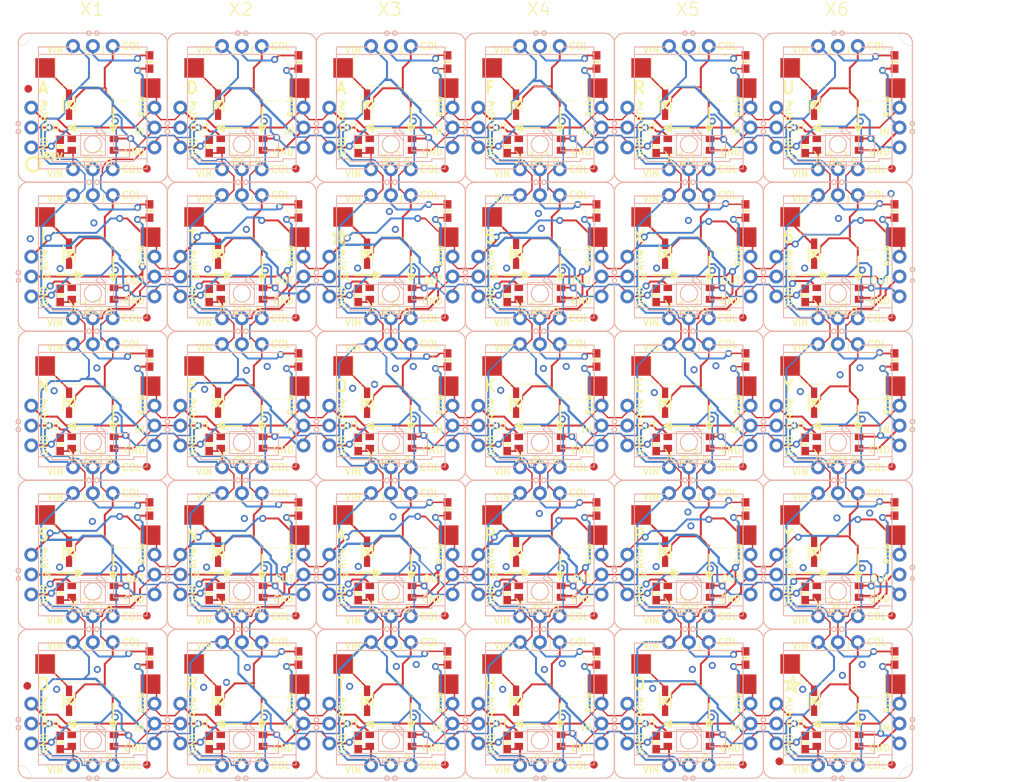
<source format=kicad_pcb>
(kicad_pcb (version 20211014) (generator pcbnew)
  (layers (0 "F.Cu" signal) (31 "B.Cu" signal) (34 "B.Paste" user) (35 "F.Paste" user) (36 "B.SilkS" user "B.Silkscreen") (37 "F.SilkS" user "F.Silkscreen") (38 "B.Mask" user) (39 "F.Mask" user) (44 "Edge.Cuts" user))
  (net 0 "")
  (net 1 "GND")
  (net 2 "VDD")
  (net 3 "ROW1")
  (net 4 "COL1")
  (net 5 "N$2")
  (net 6 "N$6")
  (net 7 "N$1")
  (net 8 "N$3")
  (net 9 "COL2")
  (net 10 "N$4")
  (net 11 "N$8")
  (net 12 "COL3")
  (net 13 "N$9")
  (net 14 "N$10")
  (net 15 "N$12")
  (net 16 "COL4")
  (net 17 "N$5")
  (net 18 "N$13")
  (net 19 "N$14")
  (net 20 "COL5")
  (net 21 "N$19")
  (net 22 "N$20")
  (net 23 "COL6")
  (net 24 "N$15")
  (net 25 "N$16")
  (net 26 "N$17")
  (net 27 "N$18")
  (net 28 "N$11")
  (net 29 "N$7")
  (net 30 "N$24")
  (net 31 "N$25")
  (net 32 "ROW2")
  (net 33 "N$27")
  (net 34 "N$28")
  (net 35 "N$30")
  (net 36 "N$31")
  (net 37 "N$33")
  (net 38 "N$34")
  (net 39 "N$36")
  (net 40 "N$23")
  (net 41 "N$26")
  (net 42 "N$29")
  (net 43 "N$32")
  (net 44 "N$39")
  (net 45 "N$35")
  (net 46 "N$37")
  (net 47 "N$41")
  (net 48 "N$42")
  (net 49 "N$48")
  (net 50 "N$44")
  (net 51 "N$45")
  (net 52 "N$46")
  (net 53 "N$50")
  (net 54 "N$51")
  (net 55 "N$52")
  (net 56 "N$53")
  (net 57 "N$54")
  (net 58 "N$55")
  (net 59 "N$56")
  (net 60 "N$58")
  (net 61 "N$59")
  (net 62 "N$60")
  (net 63 "N$61")
  (net 64 "N$62")
  (net 65 "ROW3")
  (net 66 "ROW4")
  (net 67 "N$21")
  (net 68 "N$38")
  (net 69 "N$40")
  (net 70 "N$43")
  (net 71 "N$47")
  (net 72 "N$66")
  (net 73 "N$63")
  (net 74 "N$64")
  (net 75 "N$65")
  (net 76 "N$68")
  (net 77 "N$69")
  (net 78 "N$75")
  (net 79 "N$71")
  (net 80 "N$72")
  (net 81 "N$73")
  (net 82 "N$74")
  (net 83 "N$77")
  (net 84 "ROW5")
  (footprint "" (layer "F.Cu") (at 148.5011 146.1516)
    (fp_text reference "@HOLE88" hide)
    (fp_text value "")
  )
  (footprint "" (layer "F.Cu") (at 148.5011 127.1016)
    (fp_text reference "@HOLE66" hide)
    (fp_text value "")
  )
  (footprint "" (layer "F.Cu") (at 120.4341 114.5286)
    (fp_text reference "@HOLE52" hide)
    (fp_text value "")
  )
  (footprint "" (layer "F.Cu") (at 148.5011 69.9516)
    (fp_text reference "@HOLE2" hide)
    (fp_text value "")
  )
  (footprint "" (layer "F.Cu") (at 110.4011 126.0856)
    (fp_text reference "@HOLE61" hide)
    (fp_text value "")
  )
  (footprint "" (layer "F.Cu") (at 110.4011 107.0356)
    (fp_text reference "@HOLE39" hide)
    (fp_text value "")
  )
  (footprint "" (layer "F.Cu") (at 101.3841 114.5286)
    (fp_text reference "@HOLE50" hide)
    (fp_text value "")
  )
  (footprint "" (layer "F.Cu") (at 167.5511 145.1356)
    (fp_text reference "@HOLE89" hide)
    (fp_text value "")
  )
  (footprint "boardEagle:ADAFRUIT_2.5MM" (layer "F.Cu") (at 131.3561 84.6836)
    (fp_text reference "U$4" hide)
    (fp_text value "" hide)
  )
  (footprint "" (layer "F.Cu") (at 100.3681 133.5786)
    (fp_text reference "@HOLE71" hide)
    (fp_text value "")
  )
  (footprint "" (layer "F.Cu") (at 158.5341 95.4786)
    (fp_text reference "@HOLE34" hide)
    (fp_text value "")
  )
  (footprint "" (layer "F.Cu") (at 158.5341 76.4286)
    (fp_text reference "@HOLE12" hide)
    (fp_text value "")
  )
  (footprint "" (layer "F.Cu") (at 129.4511 146.1516)
    (fp_text reference "@HOLE86" hide)
    (fp_text value "")
  )
  (footprint "" (layer "F.Cu") (at 158.5341 114.5286)
    (fp_text reference "@HOLE56" hide)
    (fp_text value "")
  )
  (footprint "" (layer "F.Cu") (at 158.5341 133.5786)
    (fp_text reference "@HOLE78" hide)
    (fp_text value "")
  )
  (footprint "" (layer "F.Cu") (at 186.6011 87.9856)
    (fp_text reference "@HOLE25" hide)
    (fp_text value "")
  )
  (footprint "" (layer "F.Cu") (at 167.5511 126.0856)
    (fp_text reference "@HOLE67" hide)
    (fp_text value "")
  )
  (footprint "" (layer "F.Cu") (at 176.5681 76.4286)
    (fp_text reference "@HOLE13" hide)
    (fp_text value "")
  )
  (footprint "" (layer "F.Cu") (at 110.4011 146.1516)
    (fp_text reference "@HOLE84" hide)
    (fp_text value "")
  )
  (footprint "boardEagle:FIDUCIAL_1MM" (layer "F.Cu") (at 92.6211 64.4906)
    (fp_text reference "U$3" hide)
    (fp_text value "FIDUCIAL" hide)
  )
  (footprint "" (layer "F.Cu") (at 138.4681 114.5286)
    (fp_text reference "@HOLE53" hide)
    (fp_text value "")
  )
  (footprint "" (layer "F.Cu") (at 177.5841 95.4786)
    (fp_text reference "@HOLE36" hide)
    (fp_text value "")
  )
  (footprint "" (layer "F.Cu") (at 119.4181 95.4786)
    (fp_text reference "@HOLE29" hide)
    (fp_text value "")
  )
  (footprint "" (layer "F.Cu") (at 129.4511 127.1016)
    (fp_text reference "@HOLE64" hide)
    (fp_text value "")
  )
  (footprint "" (layer "F.Cu") (at 100.3681 76.4286)
    (fp_text reference "@HOLE5" hide)
    (fp_text value "")
  )
  (footprint "boardEagle:FIDUCIAL_1MM" (layer "F.Cu") (at 188.6331 150.4696)
    (fp_text reference "U$2" hide)
    (fp_text value "FIDUCIAL" hide)
  )
  (footprint "" (layer "F.Cu") (at 129.4511 145.1356)
    (fp_text reference "@HOLE85" hide)
    (fp_text value "")
  )
  (footprint "" (layer "F.Cu") (at 186.6011 107.0356)
    (fp_text reference "@HOLE47" hide)
    (fp_text value "")
  )
  (footprint "" (layer "F.Cu") (at 148.5011 89.0016)
    (fp_text reference "@HOLE22" hide)
    (fp_text value "")
  )
  (footprint "" (layer "F.Cu") (at 110.4011 87.9856)
    (fp_text reference "@HOLE17" hide)
    (fp_text value "")
  )
  (footprint "" (layer "F.Cu") (at 167.5511 87.9856)
    (fp_text reference "@HOLE23" hide)
    (fp_text value "")
  )
  (footprint "" (layer "F.Cu") (at 148.5011 108.0516)
    (fp_text reference "@HOLE44" hide)
    (fp_text value "")
  )
  (footprint "" (layer "F.Cu") (at 110.4011 108.0516)
    (fp_text reference "@HOLE40" hide)
    (fp_text value "")
  )
  (footprint "" (layer "F.Cu") (at 176.5681 95.4786)
    (fp_text reference "@HOLE35" hide)
    (fp_text value "")
  )
  (footprint "" (layer "F.Cu") (at 195.6181 133.5786)
    (fp_text reference "@HOLE81" hide)
    (fp_text value "")
  )
  (footprint "" (layer "F.Cu") (at 120.4341 95.4786)
    (fp_text reference "@HOLE30" hide)
    (fp_text value "")
  )
  (footprint "" (layer "F.Cu") (at 119.4181 133.5786)
    (fp_text reference "@HOLE73" hide)
    (fp_text value "")
  )
  (footprint "boardEagle:FIDUCIAL_1MM" (layer "F.Cu") (at 92.4941 140.8176)
    (fp_text reference "U$1" hide)
    (fp_text value "FIDUCIAL" hide)
  )
  (footprint "" (layer "F.Cu") (at 100.3681 114.5286)
    (fp_text reference "@HOLE49" hide)
    (fp_text value "")
  )
  (footprint "" (layer "F.Cu") (at 167.5511 107.0356)
    (fp_text reference "@HOLE45" hide)
    (fp_text value "")
  )
  (footprint "" (layer "F.Cu") (at 129.4511 108.0516)
    (fp_text reference "@HOLE42" hide)
    (fp_text value "")
  )
  (footprint "" (layer "F.Cu") (at 138.4681 76.4286)
    (fp_text reference "@HOLE9" hide)
    (fp_text value "")
  )
  (footprint "" (layer "F.Cu") (at 129.4511 69.9516)
    (fp_text reference "@HOLE1" hide)
    (fp_text value "")
  )
  (footprint "" (layer "F.Cu") (at 167.5511 108.0516)
    (fp_text reference "@HOLE46" hide)
    (fp_text value "")
  )
  (footprint "" (layer "F.Cu") (at 129.4511 89.0016)
    (fp_text reference "@HOLE20" hide)
    (fp_text value "")
  )
  (footprint "boardEagle:ADAFRUIT_2.5MM" (layer "F.Cu") (at 189.1411 141.8336)
    (fp_text reference "U$5" hide)
    (fp_text value "" hide)
  )
  (footprint "" (layer "F.Cu") (at 186.6011 145.1356)
    (fp_text reference "@HOLE91" hide)
    (fp_text value "")
  )
  (footprint "" (layer "F.Cu") (at 167.5511 69.9516)
    (fp_text reference "@HOLE3" hide)
    (fp_text value "")
  )
  (footprint "" (layer "F.Cu") (at 196.6341 133.5786)
    (fp_text reference "@HOLE82" hide)
    (fp_text value "")
  )
  (footprint "" (layer "F.Cu") (at 139.4841 133.5786)
    (fp_text reference "@HOLE76" hide)
    (fp_text value "")
  )
  (footprint "" (layer "F.Cu") (at 119.4181 76.4286)
    (fp_text reference "@HOLE7" hide)
    (fp_text value "")
  )
  (footprint "" (layer "F.Cu") (at 100.3681 95.4786)
    (fp_text reference "@HOLE27" hide)
    (fp_text value "")
  )
  (footprint "" (layer "F.Cu") (at 101.3841 133.5786)
    (fp_text reference "@HOLE72" hide)
    (fp_text value "")
  )
  (footprint "" (layer "F.Cu") (at 139.4841 95.4786)
    (fp_text reference "@HOLE32" hide)
    (fp_text value "")
  )
  (footprint "" (layer "F.Cu") (at 119.4181 114.5286)
    (fp_text reference "@HOLE51" hide)
    (fp_text value "")
  )
  (footprint "" (layer "F.Cu") (at 186.6011 68.9356)
    (fp_text reference "@HOLE93" hide)
    (fp_text value "")
  )
  (footprint "" (layer "F.Cu") (at 177.5841 114.5286)
    (fp_text reference "@HOLE58" hide)
    (fp_text value "")
  )
  (footprint "" (layer "F.Cu") (at 196.6341 95.4786)
    (fp_text reference "@HOLE38" hide)
    (fp_text value "")
  )
  (footprint "" (layer "F.Cu") (at 186.6011 89.0016)
    (fp_text reference "@HOLE26" hide)
    (fp_text value "")
  )
  (footprint "" (layer "F.Cu") (at 195.6181 114.5286)
    (fp_text reference "@HOLE59" hide)
    (fp_text value "")
  )
  (footprint "" (layer "F.Cu") (at 110.4011 127.1016)
    (fp_text reference "@HOLE62" hide)
    (fp_text value "")
  )
  (footprint "" (layer "F.Cu") (at 139.4841 114.5286)
    (fp_text reference "@HOLE54" hide)
    (fp_text value "")
  )
  (footprint "" (layer "F.Cu") (at 167.5511 127.1016)
    (fp_text reference "@HOLE68" hide)
    (fp_text value "")
  )
  (footprint "" (layer "F.Cu") (at 110.4011 68.9356)
    (fp_text reference "@HOLE97" hide)
    (fp_text value "")
  )
  (footprint "" (layer "F.Cu") (at 101.3841 76.4286)
    (fp_text reference "@HOLE6" hide)
    (fp_text value "")
  )
  (footprint "" (layer "F.Cu") (at 157.5181 133.5786)
    (fp_text reference "@HOLE77" hide)
    (fp_text value "")
  )
  (footprint "" (layer "F.Cu") (at 120.4341 76.4286)
    (fp_text reference "@HOLE8" hide)
    (fp_text value "")
  )
  (footprint "" (layer "F.Cu") (at 138.4681 133.5786)
    (fp_text reference "@HOLE75" hide)
    (fp_text value "")
  )
  (footprint "" (layer "F.Cu") (at 186.6011 108.0516)
    (fp_text reference "@HOLE48" hide)
    (fp_text value "")
  )
  (footprint "" (layer "F.Cu") (at 148.5011 107.0356)
    (fp_text reference "@HOLE43" hide)
    (fp_text value "")
  )
  (footprint "" (layer "F.Cu") (at 195.6181 95.4786)
    (fp_text reference "@HOLE37" hide)
    (fp_text value "")
  )
  (footprint "" (layer "F.Cu") (at 129.4511 87.9856)
    (fp_text reference "@HOLE19" hide)
    (fp_text value "")
  )
  (footprint "" (layer "F.Cu") (at 129.4511 126.0856)
    (fp_text reference "@HOLE63" hide)
    (fp_text value "")
  )
  (footprint "" (layer "F.Cu") (at 138.4681 95.4786)
    (fp_text reference "@HOLE31" hide)
    (fp_text value "")
  )
  (footprint "" (layer "F.Cu") (at 139.4841 76.4286)
    (fp_text reference "@HOLE10" hide)
    (fp_text value "")
  )
  (footprint "" (layer "F.Cu") (at 186.6011 126.0856)
    (fp_text reference "@HOLE69" hide)
    (fp_text value "")
  )
  (footprint "" (layer "F.Cu") (at 110.4011 145.1356)
    (fp_text reference "@HOLE83" hide)
    (fp_text value "")
  )
  (footprint "" (layer "F.Cu") (at 148.5011 68.9356)
    (fp_text reference "@HOLE95" hide)
    (fp_text value "")
  )
  (footprint "" (layer "F.Cu") (at 196.6341 76.4286)
    (fp_text reference "@HOLE16" hide)
    (fp_text value "")
  )
  (footprint "" (layer "F.Cu") (at 177.5841 133.5786)
    (fp_text reference "@HOLE80" hide)
    (fp_text value "")
  )
  (footprint "" (layer "F.Cu") (at 186.6011 146.1516)
    (fp_text reference "@HOLE92" hide)
    (fp_text value "")
  )
  (footprint "" (layer "F.Cu") (at 110.4011 89.0016)
    (fp_text reference "@HOLE18" hide)
    (fp_text value "")
  )
  (footprint "" (layer "F.Cu") (at 167.5511 89.0016)
    (fp_text reference "@HOLE24" hide)
    (fp_text value "")
  )
  (footprint "" (layer "F.Cu") (at 186.6011 127.1016)
    (fp_text reference "@HOLE70" hide)
    (fp_text value "")
  )
  (footprint "" (layer "F.Cu") (at 148.5011 145.1356)
    (fp_text reference "@HOLE87" hide)
    (fp_text value "")
  )
  (footprint "boardEagle:PCBFEAT-REV-040" (layer "F.Cu") (at 93.2561 74.1426 180)
    (fp_text reference "U$6" hide)
    (fp_text value "" hide)
  )
  (footprint "" (layer "F.Cu") (at 129.4511 68.9356)
    (fp_text reference "@HOLE96" hide)
    (fp_text value "")
  )
  (footprint "" (layer "F.Cu") (at 186.6011 69.9516)
    (fp_text reference "@HOLE4" hide)
    (fp_text value "")
  )
  (footprint "" (layer "F.Cu") (at 148.5011 87.9856)
    (fp_text reference "@HOLE21" hide)
    (fp_text value "")
  )
  (footprint "" (layer "F.Cu") (at 176.5681 133.5786)
    (fp_text reference "@HOLE79" hide)
    (fp_text value "")
  )
  (footprint "" (layer "F.Cu") (at 167.5511 146.1516)
    (fp_text reference "@HOLE90" hide)
    (fp_text value "")
  )
  (footprint "" (layer "F.Cu") (at 196.6341 114.5286)
    (fp_text reference "@HOLE60" hide)
    (fp_text value "")
  )
  (footprint "" (layer "F.Cu") (at 148.5011 126.0856)
    (fp_text reference "@HOLE65" hide)
    (fp_text value "")
  )
  (footprint "" (layer "F.Cu") (at 120.4341 133.5786)
    (fp_text reference "@HOLE74" hide)
    (fp_text value "")
  )
  (footprint "" (layer "F.Cu") (at 101.3841 95.4786)
    (fp_text reference "@HOLE28" hide)
    (fp_text value "")
  )
  (footprint "" (layer "F.Cu") (at 195.6181 76.4286)
    (fp_text reference "@HOLE15" hide)
    (fp_text value "")
  )
  (footprint "" (layer "F.Cu") (at 157.5181 114.5286)
    (fp_text reference "@HOLE55" hide)
    (fp_text value "")
  )
  (footprint "" (layer "F.Cu") (at 110.4011 69.9516)
    (fp_text reference "@HOLE0" hide)
    (fp_text value "")
  )
  (footprint "" (layer "F.Cu") (at 167.5511 68.9356)
    (fp_text reference "@HOLE94" hide)
    (fp_text value "")
  )
  (footprint "" (layer "F.Cu") (at 157.5181 76.4286)
    (fp_text reference "@HOLE11" hide)
    (fp_text value "")
  )
  (footprint "" (layer "F.Cu") (at 129.4511 107.0356)
    (fp_text reference "@HOLE41" hide)
    (fp_text value "")
  )
  (footprint "" (layer "F.Cu") (at 177.5841 76.4286)
    (fp_text reference "@HOLE14" hide)
    (fp_text value "")
  )
  (footprint "" (layer "F.Cu") (at 157.5181 95.4786)
    (fp_text reference "@HOLE33" hide)
    (fp_text value "")
  )
  (footprint "" (layer "F.Cu") (at 176.5681 114.5286)
    (fp_text reference "@HOLE57" hide)
    (fp_text value "")
  )
  (footprint "boardEagle:KAILH_SOCKET_TILE" (layer "B.Cu") (at 196.1261 66.9036 180)
    (fp_text reference "X6")
    (fp_text value "KAILH_SOCKET_TILE" hide)
    (fp_line (start 1.7 -6.399) (end -1.7 -6.399) (layer "Edge.Cuts") (width 0.05))
    (fp_line (start -1.9 -6.199) (end -1.9 -3.199) (layer "Edge.Cuts") (width 0.05))
    (fp_line (start 1.9 -3.199) (end 1.9 -6.199) (layer "Edge.Cuts") (width 0.05))
    (fp_line (start -1.7 -2.999) (end 1.7 -2.999) (layer "Edge.Cuts") (width 0.05))
    (fp_arc (start -1.9 -6.199) (mid -1.841421 -6.340421) (end -1.7 -6.399) (layer "Edge.Cuts") (width 0.05))
    (fp_arc (start 1.9 -3.199) (mid 1.841421 -3.057579) (end 1.7 -2.999) (layer "Edge.Cuts") (width 0.05))
    (fp_arc (start 1.7 -6.399) (mid 1.841421 -6.340421) (end 1.9 -6.199) (layer "Edge.Cuts") (width 0.05))
    (fp_arc (start -1.7 -2.999) (mid -1.841421 -3.057579) (end -1.9 -3.199) (layer "Edge.Cuts") (width 0.05))
  )
  (footprint "boardEagle:KAILH_SOCKET_TILE" (layer "B.Cu") (at 177.0761 105.0036 180)
    (fp_text reference "X17")
    (fp_text value "KAILH_SOCKET_TILE" hide)
    (fp_line (start 1.7 -6.399) (end -1.7 -6.399) (layer "Edge.Cuts") (width 0.05))
    (fp_line (start -1.7 -2.999) (end 1.7 -2.999) (layer "Edge.Cuts") (width 0.05))
    (fp_line (start 1.9 -3.199) (end 1.9 -6.199) (layer "Edge.Cuts") (width 0.05))
    (fp_line (start -1.9 -6.199) (end -1.9 -3.199) (layer "Edge.Cuts") (width 0.05))
    (fp_arc (start -1.9 -6.199) (mid -1.841421 -6.340421) (end -1.7 -6.399) (layer "Edge.Cuts") (width 0.05))
    (fp_arc (start -1.7 -2.999) (mid -1.841421 -3.057579) (end -1.9 -3.199) (layer "Edge.Cuts") (width 0.05))
    (fp_arc (start 1.9 -3.199) (mid 1.841421 -3.057579) (end 1.7 -2.999) (layer "Edge.Cuts") (width 0.05))
    (fp_arc (start 1.7 -6.399) (mid 1.841421 -6.340421) (end 1.9 -6.199) (layer "Edge.Cuts") (width 0.05))
  )
  (footprint "boardEagle:KAILH_SOCKET_TILE_REV" (layer "B.Cu") (at 119.9261 85.9536 180)
    (fp_text reference "X8")
    (fp_text value "KAILH_SOCKET_TILE_REVERSE")
    (fp_line (start 1.7 -6.399) (end -1.7 -6.399) (layer "Edge.Cuts") (width 0.05))
    (fp_line (start -1.9 -6.199) (end -1.9 -3.199) (layer "Edge.Cuts") (width 0.05))
    (fp_line (start 1.9 -3.199) (end 1.9 -6.199) (layer "Edge.Cuts") (width 0.05))
    (fp_line (start -1.7 -2.999) (end 1.7 -2.999) (layer "Edge.Cuts") (width 0.05))
    (fp_arc (start -1.7 -2.999) (mid -1.841421 -3.057579) (end -1.9 -3.199) (layer "Edge.Cuts") (width 0.05))
    (fp_arc (start 1.9 -3.199) (mid 1.841421 -3.057579) (end 1.7 -2.999) (layer "Edge.Cuts") (width 0.05))
    (fp_arc (start -1.9 -6.199) (mid -1.841421 -6.340421) (end -1.7 -6.399) (layer "Edge.Cuts") (width 0.05))
    (fp_arc (start 1.7 -6.399) (mid 1.841421 -6.340421) (end 1.9 -6.199) (layer "Edge.Cuts") (width 0.05))
  )
  (footprint "boardEagle:KAILH_SOCKET_TILE" (layer "B.Cu") (at 158.0261 105.0036 180)
    (fp_text reference "X16")
    (fp_text value "KAILH_SOCKET_TILE" hide)
    (fp_line (start 1.9 -3.199) (end 1.9 -6.199) (layer "Edge.Cuts") (width 0.05))
    (fp_line (start -1.9 -6.199) (end -1.9 -3.199) (layer "Edge.Cuts") (width 0.05))
    (fp_line (start -1.7 -2.999) (end 1.7 -2.999) (layer "Edge.Cuts") (width 0.05))
    (fp_line (start 1.7 -6.399) (end -1.7 -6.399) (layer "Edge.Cuts") (width 0.05))
    (fp_arc (start 1.7 -6.399) (mid 1.841421 -6.340421) (end 1.9 -6.199) (layer "Edge.Cuts") (width 0.05))
    (fp_arc (start -1.9 -6.199) (mid -1.841421 -6.340421) (end -1.7 -6.399) (layer "Edge.Cuts") (width 0.05))
    (fp_arc (start -1.7 -2.999) (mid -1.841421 -3.057579) (end -1.9 -3.199) (layer "Edge.Cuts") (width 0.05))
    (fp_arc (start 1.9 -3.199) (mid 1.841421 -3.057579) (end 1.7 -2.999) (layer "Edge.Cuts") (width 0.05))
  )
  (footprint "boardEagle:KAILH_SOCKET_TILE" (layer "B.Cu") (at 158.0261 143.1036 180)
    (fp_text reference "X28")
    (fp_text value "KAILH_SOCKET_TILE" hide)
    (fp_line (start 1.7 -6.399) (end -1.7 -6.399) (layer "Edge.Cuts") (width 0.05))
    (fp_line (start -1.7 -2.999) (end 1.7 -2.999) (layer "Edge.Cuts") (width 0.05))
    (fp_line (start 1.9 -3.199) (end 1.9 -6.199) (layer "Edge.Cuts") (width 0.05))
    (fp_line (start -1.9 -6.199) (end -1.9 -3.199) (layer "Edge.Cuts") (width 0.05))
    (fp_arc (start -1.7 -2.999) (mid -1.841421 -3.057579) (end -1.9 -3.199) (layer "Edge.Cuts") (width 0.05))
    (fp_arc (start 1.7 -6.399) (mid 1.841421 -6.340421) (end 1.9 -6.199) (layer "Edge.Cuts") (width 0.05))
    (fp_arc (start 1.9 -3.199) (mid 1.841421 -3.057579) (end 1.7 -2.999) (layer "Edge.Cuts") (width 0.05))
    (fp_arc (start -1.9 -6.199) (mid -1.841421 -6.340421) (end -1.7 -6.399) (layer "Edge.Cuts") (width 0.05))
  )
  (footprint "boardEagle:KAILH_SOCKET_TILE" (layer "B.Cu") (at 177.0761 143.1036 180)
    (fp_text reference "X29")
    (fp_text value "KAILH_SOCKET_TILE" hide)
    (fp_line (start -1.9 -6.199) (end -1.9 -3.199) (layer "Edge.Cuts") (width 0.05))
    (fp_line (start 1.7 -6.399) (end -1.7 -6.399) (layer "Edge.Cuts") (width 0.05))
    (fp_line (start -1.7 -2.999) (end 1.7 -2.999) (layer "Edge.Cuts") (width 0.05))
    (fp_line (start 1.9 -3.199) (end 1.9 -6.199) (layer "Edge.Cuts") (width 0.05))
    (fp_arc (start 1.7 -6.399) (mid 1.841421 -6.340421) (end 1.9 -6.199) (layer "Edge.Cuts") (width 0.05))
    (fp_arc (start -1.9 -6.199) (mid -1.841421 -6.340421) (end -1.7 -6.399) (layer "Edge.Cuts") (width 0.05))
    (fp_arc (start -1.7 -2.999) (mid -1.841421 -3.057579) (end -1.9 -3.199) (layer "Edge.Cuts") (width 0.05))
    (fp_arc (start 1.9 -3.199) (mid 1.841421 -3.057579) (end 1.7 -2.999) (layer "Edge.Cuts") (width 0.05))
  )
  (footprint "boardEagle:KAILH_SOCKET_TILE" (layer "B.Cu") (at 100.8761 143.1036 180)
    (fp_text reference "X25")
    (fp_text value "KAILH_SOCKET_TILE" hide)
    (fp_line (start 1.7 -6.399) (end -1.7 -6.399) (layer "Edge.Cuts") (width 0.05))
    (fp_line (start -1.9 -6.199) (end -1.9 -3.199) (layer "Edge.Cuts") (width 0.05))
    (fp_line (start 1.9 -3.199) (end 1.9 -6.199) (layer "Edge.Cuts") (width 0.05))
    (fp_line (start -1.7 -2.999) (end 1.7 -2.999) (layer "Edge.Cuts") (width 0.05))
    (fp_arc (start 1.7 -6.399) (mid 1.841421 -6.340421) (end 1.9 -6.199) (layer "Edge.Cuts") (width 0.05))
    (fp_arc (start -1.9 -6.199) (mid -1.841421 -6.340421) (end -1.7 -6.399) (layer "Edge.Cuts") (width 0.05))
    (fp_arc (start 1.9 -3.199) (mid 1.841421 -3.057579) (end 1.7 -2.999) (layer "Edge.Cuts") (width 0.05))
    (fp_arc (start -1.7 -2.999) (mid -1.841421 -3.057579) (end -1.9 -3.199) (layer "Edge.Cuts") (width 0.05))
  )
  (footprint "boardEagle:KAILH_SOCKET_TILE" (layer "B.Cu") (at 138.9761 143.1036 180)
    (fp_text reference "X27")
    (fp_text value "KAILH_SOCKET_TILE" hide)
    (fp_line (start 1.9 -3.199) (end 1.9 -6.199) (layer "Edge.Cuts") (width 0.05))
    (fp_line (start -1.9 -6.199) (end -1.9 -3.199) (layer "Edge.Cuts") (width 0.05))
    (fp_line (start -1.7 -2.999) (end 1.7 -2.999) (layer "Edge.Cuts") (width 0.05))
    (fp_line (start 1.7 -6.399) (end -1.7 -6.399) (layer "Edge.Cuts") (width 0.05))
    (fp_arc (start -1.7 -2.999) (mid -1.841421 -3.057579) (end -1.9 -3.199) (layer "Edge.Cuts") (width 0.05))
    (fp_arc (start -1.9 -6.199) (mid -1.841421 -6.340421) (end -1.7 -6.399) (layer "Edge.Cuts") (width 0.05))
    (fp_arc (start 1.9 -3.199) (mid 1.841421 -3.057579) (end 1.7 -2.999) (layer "Edge.Cuts") (width 0.05))
    (fp_arc (start 1.7 -6.399) (mid 1.841421 -6.340421) (end 1.9 -6.199) (layer "Edge.Cuts") (width 0.05))
  )
  (footprint "boardEagle:KAILH_SOCKET_TILE" (layer "B.Cu") (at 138.9761 105.0036 180)
    (fp_text reference "X15")
    (fp_text value "KAILH_SOCKET_TILE" hide)
    (fp_line (start 1.9 -3.199) (end 1.9 -6.199) (layer "Edge.Cuts") (width 0.05))
    (fp_line (start -1.7 -2.999) (end 1.7 -2.999) (layer "Edge.Cuts") (width 0.05))
    (fp_line (start -1.9 -6.199) (end -1.9 -3.199) (layer "Edge.Cuts") (width 0.05))
    (fp_line (start 1.7 -6.399) (end -1.7 -6.399) (layer "Edge.Cuts") (width 0.05))
    (fp_arc (start -1.9 -6.199) (mid -1.841421 -6.340421) (end -1.7 -6.399) (layer "Edge.Cuts") (width 0.05))
    (fp_arc (start 1.7 -6.399) (mid 1.841421 -6.340421) (end 1.9 -6.199) (layer "Edge.Cuts") (width 0.05))
    (fp_arc (start -1.7 -2.999) (mid -1.841421 -3.057579) (end -1.9 -3.199) (layer "Edge.Cuts") (width 0.05))
    (fp_arc (start 1.9 -3.199) (mid 1.841421 -3.057579) (end 1.7 -2.999) (layer "Edge.Cuts") (width 0.05))
  )
  (footprint "boardEagle:KAILH_SOCKET_TILE_REV" (layer "B.Cu") (at 138.9761 85.9536 180)
    (fp_text reference "X9")
    (fp_text value "KAILH_SOCKET_TILE_REVERSE")
    (fp_line (start -1.7 -2.999) (end 1.7 -2.999) (layer "Edge.Cuts") (width 0.05))
    (fp_line (start -1.9 -6.199) (end -1.9 -3.199) (layer "Edge.Cuts") (width 0.05))
    (fp_line (start 1.9 -3.199) (end 1.9 -6.199) (layer "Edge.Cuts") (width 0.05))
    (fp_line (start 1.7 -6.399) (end -1.7 -6.399) (layer "Edge.Cuts") (width 0.05))
    (fp_arc (start 1.9 -3.199) (mid 1.841421 -3.057579) (end 1.7 -2.999) (layer "Edge.Cuts") (width 0.05))
    (fp_arc (start -1.7 -2.999) (mid -1.841421 -3.057579) (end -1.9 -3.199) (layer "Edge.Cuts") (width 0.05))
    (fp_arc (start -1.9 -6.199) (mid -1.841421 -6.340421) (end -1.7 -6.399) (layer "Edge.Cuts") (width 0.05))
    (fp_arc (start 1.7 -6.399) (mid 1.841421 -6.340421) (end 1.9 -6.199) (layer "Edge.Cuts") (width 0.05))
  )
  (footprint "boardEagle:KAILH_SOCKET_TILE" (layer "B.Cu") (at 119.9261 105.0036 180)
    (fp_text reference "X14")
    (fp_text value "KAILH_SOCKET_TILE" hide)
    (fp_line (start -1.7 -2.999) (end 1.7 -2.999) (layer "Edge.Cuts") (width 0.05))
    (fp_line (start -1.9 -6.199) (end -1.9 -3.199) (layer "Edge.Cuts") (width 0.05))
    (fp_line (start 1.9 -3.199) (end 1.9 -6.199) (layer "Edge.Cuts") (width 0.05))
    (fp_line (start 1.7 -6.399) (end -1.7 -6.399) (layer "Edge.Cuts") (width 0.05))
    (fp_arc (start -1.7 -2.999) (mid -1.841421 -3.057579) (end -1.9 -3.199) (layer "Edge.Cuts") (width 0.05))
    (fp_arc (start 1.9 -3.199) (mid 1.841421 -3.057579) (end 1.7 -2.999) (layer "Edge.Cuts") (width 0.05))
    (fp_arc (start -1.9 -6.199) (mid -1.841421 -6.340421) (end -1.7 -6.399) (layer "Edge.Cuts") (width 0.05))
    (fp_arc (start 1.7 -6.399) (mid 1.841421 -6.340421) (end 1.9 -6.199) (layer "Edge.Cuts") (width 0.05))
  )
  (footprint "boardEagle:KAILH_SOCKET_TILE_REV" (layer "B.Cu") (at 138.9761 124.0536 180)
    (fp_text reference "X21")
    (fp_text value "KAILH_SOCKET_TILE_REVERSE")
    (fp_line (start 1.7 -6.399) (end -1.7 -6.399) (layer "Edge.Cuts") (width 0.05))
    (fp_line (start -1.7 -2.999) (end 1.7 -2.999) (layer "Edge.Cuts") (width 0.05))
    (fp_line (start -1.9 -6.199) (end -1.9 -3.199) (layer "Edge.Cuts") (width 0.05))
    (fp_line (start 1.9 -3.199) (end 1.9 -6.199) (layer "Edge.Cuts") (width 0.05))
    (fp_arc (start 1.9 -3.199) (mid 1.841421 -3.057579) (end 1.7 -2.999) (layer "Edge.Cuts") (width 0.05))
    (fp_arc (start -1.7 -2.999) (mid -1.841421 -3.057579) (end -1.9 -3.199) (layer "Edge.Cuts") (width 0.05))
    (fp_arc (start 1.7 -6.399) (mid 1.841421 -6.340421) (end 1.9 -6.199) (layer "Edge.Cuts") (width 0.05))
    (fp_arc (start -1.9 -6.199) (mid -1.841421 -6.340421) (end -1.7 -6.399) (layer "Edge.Cuts") (width 0.05))
  )
  (footprint "boardEagle:KAILH_SOCKET_TILE" (layer "B.Cu") (at 100.8761 66.9036 180)
    (fp_text reference "X1")
    (fp_text value "KAILH_SOCKET_TILE" hide)
    (fp_line (start 1.9 -3.199) (end 1.9 -6.199) (layer "Edge.Cuts") (width 0.05))
    (fp_line (start -1.7 -2.999) (end 1.7 -2.999) (layer "Edge.Cuts") (width 0.05))
    (fp_line (start -1.9 -6.199) (end -1.9 -3.199) (layer "Edge.Cuts") (width 0.05))
    (fp_line (start 1.7 -6.399) (end -1.7 -6.399) (layer "Edge.Cuts") (width 0.05))
    (fp_arc (start 1.7 -6.399) (mid 1.841421 -6.340421) (end 1.9 -6.199) (layer "Edge.Cuts") (width 0.05))
    (fp_arc (start 1.9 -3.199) (mid 1.841421 -3.057579) (end 1.7 -2.999) (layer "Edge.Cuts") (width 0.05))
    (fp_arc (start -1.7 -2.999) (mid -1.841421 -3.057579) (end -1.9 -3.199) (layer "Edge.Cuts") (width 0.05))
    (fp_arc (start -1.9 -6.199) (mid -1.841421 -6.340421) (end -1.7 -6.399) (layer "Edge.Cuts") (width 0.05))
  )
  (footprint "boardEagle:KAILH_SOCKET_TILE" (layer "B.Cu") (at 100.8761 105.0036 180)
    (fp_text reference "X13")
    (fp_text value "KAILH_SOCKET_TILE" hide)
    (fp_line (start -1.7 -2.999) (end 1.7 -2.999) (layer "Edge.Cuts") (width 0.05))
    (fp_line (start 1.7 -6.399) (end -1.7 -6.399) (layer "Edge.Cuts") (width 0.05))
    (fp_line (start 1.9 -3.199) (end 1.9 -6.199) (layer "Edge.Cuts") (width 0.05))
    (fp_line (start -1.9 -6.199) (end -1.9 -3.199) (layer "Edge.Cuts") (width 0.05))
    (fp_arc (start 1.9 -3.199) (mid 1.841421 -3.057579) (end 1.7 -2.999) (layer "Edge.Cuts") (width 0.05))
    (fp_arc (start -1.9 -6.199) (mid -1.841421 -6.340421) (end -1.7 -6.399) (layer "Edge.Cuts") (width 0.05))
    (fp_arc (start -1.7 -2.999) (mid -1.841421 -3.057579) (end -1.9 -3.199) (layer "Edge.Cuts") (width 0.05))
    (fp_arc (start 1.7 -6.399) (mid 1.841421 -6.340421) (end 1.9 -6.199) (layer "Edge.Cuts") (width 0.05))
  )
  (footprint "boardEagle:KAILH_SOCKET_TILE" (layer "B.Cu") (at 196.1261 143.1036 180)
    (fp_text reference "X30")
    (fp_text value "KAILH_SOCKET_TILE" hide)
    (fp_line (start 1.7 -6.399) (end -1.7 -6.399) (layer "Edge.Cuts") (width 0.05))
    (fp_line (start -1.7 -2.999) (end 1.7 -2.999) (layer "Edge.Cuts") (width 0.05))
    (fp_line (start 1.9 -3.199) (end 1.9 -6.199) (layer "Edge.Cuts") (width 0.05))
    (fp_line (start -1.9 -6.199) (end -1.9 -3.199) (layer "Edge.Cuts") (width 0.05))
    (fp_arc (start -1.7 -2.999) (mid -1.841421 -3.057579) (end -1.9 -3.199) (layer "Edge.Cuts") (width 0.05))
    (fp_arc (start -1.9 -6.199) (mid -1.841421 -6.340421) (end -1.7 -6.399) (layer "Edge.Cuts") (width 0.05))
    (fp_arc (start 1.9 -3.199) (mid 1.841421 -3.057579) (end 1.7 -2.999) (layer "Edge.Cuts") (width 0.05))
    (fp_arc (start 1.7 -6.399) (mid 1.841421 -6.340421) (end 1.9 -6.199) (layer "Edge.Cuts") (width 0.05))
  )
  (footprint "boardEagle:KAILH_SOCKET_TILE_REV" (layer "B.Cu") (at 196.1261 124.0536 180)
    (fp_text reference "X24")
    (fp_text value "KAILH_SOCKET_TILE_REVERSE")
    (fp_line (start -1.9 -6.199) (end -1.9 -3.199) (layer "Edge.Cuts") (width 0.05))
    (fp_line (start -1.7 -2.999) (end 1.7 -2.999) (layer "Edge.Cuts") (width 0.05))
    (fp_line (start 1.9 -3.199) (end 1.9 -6.199) (layer "Edge.Cuts") (width 0.05))
    (fp_line (start 1.7 -6.399) (end -1.7 -6.399) (layer "Edge.Cuts") (width 0.05))
    (fp_arc (start -1.9 -6.199) (mid -1.841421 -6.340421) (end -1.7 -6.399) (layer "Edge.Cuts") (width 0.05))
    (fp_arc (start 1.9 -3.199) (mid 1.841421 -3.057579) (end 1.7 -2.999) (layer "Edge.Cuts") (width 0.05))
    (fp_arc (start 1.7 -6.399) (mid 1.841421 -6.340421) (end 1.9 -6.199) (layer "Edge.Cuts") (width 0.05))
    (fp_arc (start -1.7 -2.999) (mid -1.841421 -3.057579) (end -1.9 -3.199) (layer "Edge.Cuts") (width 0.05))
  )
  (footprint "boardEagle:KAILH_SOCKET_TILE" (layer "B.Cu") (at 196.1261 105.0036 180)
    (fp_text reference "X18")
    (fp_text value "KAILH_SOCKET_TILE" hide)
    (fp_line (start 1.7 -6.399) (end -1.7 -6.399) (layer "Edge.Cuts") (width 0.05))
    (fp_line (start -1.7 -2.999) (end 1.7 -2.999) (layer "Edge.Cuts") (width 0.05))
    (fp_line (start -1.9 -6.199) (end -1.9 -3.199) (layer "Edge.Cuts") (width 0.05))
    (fp_line (start 1.9 -3.199) (end 1.9 -6.199) (layer "Edge.Cuts") (width 0.05))
    (fp_arc (start -1.7 -2.999) (mid -1.841421 -3.057579) (end -1.9 -3.199) (layer "Edge.Cuts") (width 0.05))
    (fp_arc (start -1.9 -6.199) (mid -1.841421 -6.340421) (end -1.7 -6.399) (layer "Edge.Cuts") (width 0.05))
    (fp_arc (start 1.7 -6.399) (mid 1.841421 -6.340421) (end 1.9 -6.199) (layer "Edge.Cuts") (width 0.05))
    (fp_arc (start 1.9 -3.199) (mid 1.841421 -3.057579) (end 1.7 -2.999) (layer "Edge.Cuts") (width 0.05))
  )
  (footprint "boardEagle:KAILH_SOCKET_TILE" (layer "B.Cu") (at 119.9261 66.9036 180)
    (fp_text reference "X2")
    (fp_text value "KAILH_SOCKET_TILE" hide)
    (fp_line (start 1.7 -6.399) (end -1.7 -6.399) (layer "Edge.Cuts") (width 0.05))
    (fp_line (start -1.7 -2.999) (end 1.7 -2.999) (layer "Edge.Cuts") (width 0.05))
    (fp_line (start 1.9 -3.199) (end 1.9 -6.199) (layer "Edge.Cuts") (width 0.05))
    (fp_line (start -1.9 -6.199) (end -1.9 -3.199) (layer "Edge.Cuts") (width 0.05))
    (fp_arc (start 1.7 -6.399) (mid 1.841421 -6.340421) (end 1.9 -6.199) (layer "Edge.Cuts") (width 0.05))
    (fp_arc (start -1.7 -2.999) (mid -1.841421 -3.057579) (end -1.9 -3.199) (layer "Edge.Cuts") (width 0.05))
    (fp_arc (start -1.9 -6.199) (mid -1.841421 -6.340421) (end -1.7 -6.399) (layer "Edge.Cuts") (width 0.05))
    (fp_arc (start 1.9 -3.199) (mid 1.841421 -3.057579) (end 1.7 -2.999) (layer "Edge.Cuts") (width 0.05))
  )
  (footprint "boardEagle:KAILH_SOCKET_TILE_REV" (layer "B.Cu") (at 119.9261 124.0536 180)
    (fp_text reference "X20")
    (fp_text value "KAILH_SOCKET_TILE_REVERSE")
    (fp_line (start 1.9 -3.199) (end 1.9 -6.199) (layer "Edge.Cuts") (width 0.05))
    (fp_line (start 1.7 -6.399) (end -1.7 -6.399) (layer "Edge.Cuts") (width 0.05))
    (fp_line (start -1.7 -2.999) (end 1.7 -2.999) (layer "Edge.Cuts") (width 0.05))
    (fp_line (start -1.9 -6.199) (end -1.9 -3.199) (layer "Edge.Cuts") (width 0.05))
    (fp_arc (start 1.7 -6.399) (mid 1.841421 -6.340421) (end 1.9 -6.199) (layer "Edge.Cuts") (width 0.05))
    (fp_arc (start -1.7 -2.999) (mid -1.841421 -3.057579) (end -1.9 -3.199) (layer "Edge.Cuts") (width 0.05))
    (fp_arc (start 1.9 -3.199) (mid 1.841421 -3.057579) (end 1.7 -2.999) (layer "Edge.Cuts") (width 0.05))
    (fp_arc (start -1.9 -6.199) (mid -1.841421 -6.340421) (end -1.7 -6.399) (layer "Edge.Cuts") (width 0.05))
  )
  (footprint "boardEagle:KAILH_SOCKET_TILE_REV" (layer "B.Cu") (at 158.0261 124.0536 180)
    (fp_text reference "X22")
    (fp_text value "KAILH_SOCKET_TILE_REVERSE")
    (fp_line (start -1.9 -6.199) (end -1.9 -3.199) (layer "Edge.Cuts") (width 0.05))
    (fp_line (start 1.7 -6.399) (end -1.7 -6.399) (layer "Edge.Cuts") (width 0.05))
    (fp_line (start -1.7 -2.999) (end 1.7 -2.999) (layer "Edge.Cuts") (width 0.05))
    (fp_line (start 1.9 -3.199) (end 1.9 -6.199) (layer "Edge.Cuts") (width 0.05))
    (fp_arc (start 1.9 -3.199) (mid 1.841421 -3.057579) (end 1.7 -2.999) (layer "Edge.Cuts") (width 0.05))
    (fp_arc (start 1.7 -6.399) (mid 1.841421 -6.340421) (end 1.9 -6.199) (layer "Edge.Cuts") (width 0.05))
    (fp_arc (start -1.9 -6.199) (mid -1.841421 -6.340421) (end -1.7 -6.399) (layer "Edge.Cuts") (width 0.05))
    (fp_arc (start -1.7 -2.999) (mid -1.841421 -3.057579) (end -1.9 -3.199) (layer "Edge.Cuts") (width 0.05))
  )
  (footprint "boardEagle:KAILH_SOCKET_TILE_REV" (layer "B.Cu") (at 158.0261 85.9536 180)
    (fp_text reference "X10")
    (fp_text value "KAILH_SOCKET_TILE_REVERSE")
    (fp_line (start 1.9 -3.199) (end 1.9 -6.199) (layer "Edge.Cuts") (width 0.05))
    (fp_line (start -1.7 -2.999) (end 1.7 -2.999) (layer "Edge.Cuts") (width 0.05))
    (fp_line (start -1.9 -6.199) (end -1.9 -3.199) (layer "Edge.Cuts") (width 0.05))
    (fp_line (start 1.7 -6.399) (end -1.7 -6.399) (layer "Edge.Cuts") (width 0.05))
    (fp_arc (start 1.9 -3.199) (mid 1.841421 -3.057579) (end 1.7 -2.999) (layer "Edge.Cuts") (width 0.05))
    (fp_arc (start 1.7 -6.399) (mid 1.841421 -6.340421) (end 1.9 -6.199) (layer "Edge.Cuts") (width 0.05))
    (fp_arc (start -1.7 -2.999) (mid -1.841421 -3.057579) (end -1.9 -3.199) (layer "Edge.Cuts") (width 0.05))
    (fp_arc (start -1.9 -6.199) (mid -1.841421 -6.340421) (end -1.7 -6.399) (layer "Edge.Cuts") (width 0.05))
  )
  (footprint "boardEagle:KAILH_SOCKET_TILE_REV" (layer "B.Cu") (at 196.1261 85.9536 180)
    (fp_text reference "X12")
    (fp_text value "KAILH_SOCKET_TILE_REVERSE")
    (fp_line (start -1.7 -2.999) (end 1.7 -2.999) (layer "Edge.Cuts") (width 0.05))
    (fp_line (start -1.9 -6.199) (end -1.9 -3.199) (layer "Edge.Cuts") (width 0.05))
    (fp_line (start 1.9 -3.199) (end 1.9 -6.199) (layer "Edge.Cuts") (width 0.05))
    (fp_line (start 1.7 -6.399) (end -1.7 -6.399) (layer "Edge.Cuts") (width 0.05))
    (fp_arc (start 1.9 -3.199) (mid 1.841421 -3.057579) (end 1.7 -2.999) (layer "Edge.Cuts") (width 0.05))
    (fp_arc (start 1.7 -6.399) (mid 1.841421 -6.340421) (end 1.9 -6.199) (layer "Edge.Cuts") (width 0.05))
    (fp_arc (start -1.7 -2.999) (mid -1.841421 -3.057579) (end -1.9 -3.199) (layer "Edge.Cuts") (width 0.05))
    (fp_arc (start -1.9 -6.199) (mid -1.841421 -6.340421) (end -1.7 -6.399) (layer "Edge.Cuts") (width 0.05))
  )
  (footprint "boardEagle:KAILH_SOCKET_TILE" (layer "B.Cu") (at 177.0761 66.9036 180)
    (fp_text reference "X5")
    (fp_text value "KAILH_SOCKET_TILE" hide)
    (fp_line (start -1.9 -6.199) (end -1.9 -3.199) (layer "Edge.Cuts") (width 0.05))
    (fp_line (start 1.9 -3.199) (end 1.9 -6.199) (layer "Edge.Cuts") (width 0.05))
    (fp_line (start -1.7 -2.999) (end 1.7 -2.999) (layer "Edge.Cuts") (width 0.05))
    (fp_line (start 1.7 -6.399) (end -1.7 -6.399) (layer "Edge.Cuts") (width 0.05))
    (fp_arc (start -1.9 -6.199) (mid -1.841421 -6.340421) (end -1.7 -6.399) (layer "Edge.Cuts") (width 0.05))
    (fp_arc (start 1.7 -6.399) (mid 1.841421 -6.340421) (end 1.9 -6.199) (layer "Edge.Cuts") (width 0.05))
    (fp_arc (start 1.9 -3.199) (mid 1.841421 -3.057579) (end 1.7 -2.999) (layer "Edge.Cuts") (width 0.05))
    (fp_arc (start -1.7 -2.999) (mid -1.841421 -3.057579) (end -1.9 -3.199) (layer "Edge.Cuts") (width 0.05))
  )
  (footprint "boardEagle:KAILH_SOCKET_TILE_REV" (layer "B.Cu") (at 177.0761 124.0536 180)
    (fp_text reference "X23")
    (fp_text value "KAILH_SOCKET_TILE_REVERSE")
    (fp_line (start 1.9 -3.199) (end 1.9 -6.199) (layer "Edge.Cuts") (width 0.05))
    (fp_line (start -1.9 -6.199) (end -1.9 -3.199) (layer "Edge.Cuts") (width 0.05))
    (fp_line (start -1.7 -2.999) (end 1.7 -2.999) (layer "Edge.Cuts") (width 0.05))
    (fp_line (start 1.7 -6.399) (end -1.7 -6.399) (layer "Edge.Cuts") (width 0.05))
    (fp_arc (start -1.7 -2.999) (mid -1.841421 -3.057579) (end -1.9 -3.199) (layer "Edge.Cuts") (width 0.05))
    (fp_arc (start 1.9 -3.199) (mid 1.841421 -3.057579) (end 1.7 -2.999) (layer "Edge.Cuts") (width 0.05))
    (fp_arc (start -1.9 -6.199) (mid -1.841421 -6.340421) (end -1.7 -6.399) (layer "Edge.Cuts") (width 0.05))
    (fp_arc (start 1.7 -6.399) (mid 1.841421 -6.340421) (end 1.9 -6.199) (layer "Edge.Cuts") (width 0.05))
  )
  (footprint "boardEagle:KAILH_SOCKET_TILE_REV" (layer "B.Cu") (at 100.8761 124.0536 180)
    (fp_text reference "X19")
    (fp_text value "KAILH_SOCKET_TILE_REVERSE")
    (fp_line (start -1.9 -6.199) (end -1.9 -3.199) (layer "Edge.Cuts") (width 0.05))
    (fp_line (start -1.7 -2.999) (end 1.7 -2.999) (layer "Edge.Cuts") (width 0.05))
    (fp_line (start 1.9 -3.199) (end 1.9 -6.199) (layer "Edge.Cuts") (width 0.05))
    (fp_line (start 1.7 -6.399) (end -1.7 -6.399) (layer "Edge.Cuts") (width 0.05))
    (fp_arc (start 1.7 -6.399) (mid 1.841421 -6.340421) (end 1.9 -6.199) (layer "Edge.Cuts") (width 0.05))
    (fp_arc (start -1.7 -2.999) (mid -1.841421 -3.057579) (end -1.9 -3.199) (layer "Edge.Cuts") (width 0.05))
    (fp_arc (start -1.9 -6.199) (mid -1.841421 -6.340421) (end -1.7 -6.399) (layer "Edge.Cuts") (width 0.05))
    (fp_arc (start 1.9 -3.199) (mid 1.841421 -3.057579) (end 1.7 -2.999) (layer "Edge.Cuts") (width 0.05))
  )
  (footprint "boardEagle:KAILH_SOCKET_TILE" (layer "B.Cu") (at 138.9761 66.9036 180)
    (fp_text reference "X3")
    (fp_text value "KAILH_SOCKET_TILE" hide)
    (fp_line (start 1.7 -6.399) (end -1.7 -6.399) (layer "Edge.Cuts") (width 0.05))
    (fp_line (start 1.9 -3.199) (end 1.9 -6.199) (layer "Edge.Cuts") (width 0.05))
    (fp_line (start -1.9 -6.199) (end -1.9 -3.199) (layer "Edge.Cuts") (width 0.05))
    (fp_line (start -1.7 -2.999) (end 1.7 -2.999) (layer "Edge.Cuts") (width 0.05))
    (fp_arc (start 1.9 -3.199) (mid 1.841421 -3.057579) (end 1.7 -2.999) (layer "Edge.Cuts") (width 0.05))
    (fp_arc (start -1.9 -6.199) (mid -1.841421 -6.340421) (end -1.7 -6.399) (layer "Edge.Cuts") (width 0.05))
    (fp_arc (start 1.7 -6.399) (mid 1.841421 -6.340421) (end 1.9 -6.199) (layer "Edge.Cuts") (width 0.05))
    (fp_arc (start -1.7 -2.999) (mid -1.841421 -3.057579) (end -1.9 -3.199) (layer "Edge.Cuts") (width 0.05))
  )
  (footprint "boardEagle:KAILH_SOCKET_TILE" (layer "B.Cu") (at 119.9261 143.1036 180)
    (fp_text reference "X26")
    (fp_text value "KAILH_SOCKET_TILE" hide)
    (fp_line (start -1.9 -6.199) (end -1.9 -3.199) (layer "Edge.Cuts") (width 0.05))
    (fp_line (start 1.7 -6.399) (end -1.7 -6.399) (layer "Edge.Cuts") (width 0.05))
    (fp_line (start -1.7 -2.999) (end 1.7 -2.999) (layer "Edge.Cuts") (width 0.05))
    (fp_line (start 1.9 -3.199) (end 1.9 -6.199) (layer "Edge.Cuts") (width 0.05))
    (fp_arc (start -1.7 -2.999) (mid -1.841421 -3.057579) (end -1.9 -3.199) (layer "Edge.Cuts") (width 0.05))
    (fp_arc (start -1.9 -6.199) (mid -1.841421 -6.340421) (end -1.7 -6.399) (layer "Edge.Cuts") (width 0.05))
    (fp_arc (start 1.9 -3.199) (mid 1.841421 -3.057579) (end 1.7 -2.999) (layer "Edge.Cuts") (width 0.05))
    (fp_arc (start 1.7 -6.399) (mid 1.841421 -6.340421) (end 1.9 -6.199) (layer "Edge.Cuts") (width 0.05))
  )
  (footprint "boardEagle:KAILH_SOCKET_TILE" (layer "B.Cu") (at 158.0261 66.9036 180)
    (fp_text reference "X4")
    (fp_text value "KAILH_SOCKET_TILE" hide)
    (fp_line (start -1.9 -6.199) (end -1.9 -3.199) (layer "Edge.Cuts") (width 0.05))
    (fp_line (start -1.7 -2.999) (end 1.7 -2.999) (layer "Edge.Cuts") (width 0.05))
    (fp_line (start 1.7 -6.399) (end -1.7 -6.399) (layer "Edge.Cuts") (width 0.05))
    (fp_line (start 1.9 -3.199) (end 1.9 -6.199) (layer "Edge.Cuts") (width 0.05))
    (fp_arc (start 1.9 -3.199) (mid 1.841421 -3.057579) (end 1.7 -2.999) (layer "Edge.Cuts") (width 0.05))
    (fp_arc (start -1.9 -6.199) (mid -1.841421 -6.340421) (end -1.7 -6.399) (layer "Edge.Cuts") (width 0.05))
    (fp_arc (start -1.7 -2.999) (mid -1.841421 -3.057579) (end -1.9 -3.199) (layer "Edge.Cuts") (width 0.05))
    (fp_arc (start 1.7 -6.399) (mid 1.841421 -6.340421) (end 1.9 -6.199) (layer "Edge.Cuts") (width 0.05))
  )
  (footprint "boardEagle:KAILH_SOCKET_TILE_REV" (layer "B.Cu") (at 100.8761 85.9536 180)
    (fp_text reference "X7")
    (fp_text value "KAILH_SOCKET_TILE_REVERSE")
    (fp_line (start -1.9 -6.199) (end -1.9 -3.199) (layer "Edge.Cuts") (width 0.05))
    (fp_line (start 1.7 -6.399) (end -1.7 -6.399) (layer "Edge.Cuts") (width 0.05))
    (fp_line (start -1.7 -2.999) (end 1.7 -2.999) (layer "Edge.Cuts") (width 0.05))
    (fp_line (start 1.9 -3.199) (end 1.9 -6.199) (layer "Edge.Cuts") (width 0.05))
    (fp_arc (start 1.7 -6.399) (mid 1.841421 -6.340421) (end 1.9 -6.199) (layer "Edge.Cuts") (width 0.05))
    (fp_arc (start -1.7 -2.999) (mid -1.841421 -3.057579) (end -1.9 -3.199) (layer "Edge.Cuts") (width 0.05))
    (fp_arc (start 1.9 -3.199) (mid 1.841421 -3.057579) (end 1.7 -2.999) (layer "Edge.Cuts") (width 0.05))
    (fp_arc (start -1.9 -6.199) (mid -1.841421 -6.340421) (end -1.7 -6.399) (layer "Edge.Cuts") (width 0.05))
  )
  (footprint "boardEagle:KAILH_SOCKET_TILE_REV" (layer "B.Cu") (at 177.0761 85.9536 180)
    (fp_text reference "X11")
    (fp_text value "KAILH_SOCKET_TILE_REVERSE")
    (fp_line (start -1.7 -2.999) (end 1.7 -2.999) (layer "Edge.Cuts") (width 0.05))
    (fp_line (start 1.7 -6.399) (end -1.7 -6.399) (layer "Edge.Cuts") (width 0.05))
    (fp_line (start 1.9 -3.199) (end 1.9 -6.199) (layer "Edge.Cuts") (width 0.05))
    (fp_line (start -1.9 -6.199) (end -1.9 -3.199) (layer "Edge.Cuts") (width 0.05))
    (fp_arc (start 1.7 -6.399) (mid 1.841421 -6.340421) (end 1.9 -6.199) (layer "Edge.Cuts") (width 0.05))
    (fp_arc (start 1.9 -3.199) (mid 1.841421 -3.057579) (end 1.7 -2.999) (layer "Edge.Cuts") (width 0.05))
    (fp_arc (start -1.9 -6.199) (mid -1.841421 -6.340421) (end -1.7 -6.399) (layer "Edge.Cuts") (width 0.05))
    (fp_arc (start -1.7 -2.999) (mid -1.841421 -3.057579) (end -1.9 -3.199) (layer "Edge.Cuts") (width 0.05))
  )
  (gr_arc (start 204.0001 152.6286) (mid 204.483667 151.461167) (end 205.6511 150.9776) (layer "Edge.Cuts") (width 0.05))
  (gr_line (start 204.0001 152.6286) (end 93.0021 152.6286) (layer "Edge.Cuts") (width 0.05))
  (gr_line (start 91.3511 150.9776) (end 91.3511 59.0296) (layer "Edge.Cuts") (width 0.05))
  (gr_line (start 205.6511 59.0296) (end 205.6511 150.9776) (layer "Edge.Cuts") (width 0.05))
  (gr_arc (start 93.0021 57.3786) (mid 92.518533 58.546033) (end 91.3511 59.0296) (layer "Edge.Cuts") (width 0.05))
  (gr_line (start 93.0021 57.3786) (end 204.0001 57.3786) (layer "Edge.Cuts") (width 0.05))
  (gr_arc (start 91.3511 150.9776) (mid 92.518533 151.461167) (end 93.0021 152.6286) (layer "Edge.Cuts") (width 0.05))
  (gr_arc (start 205.6511 59.0296) (mid 204.483667 58.546033) (end 204.0001 57.3786) (layer "Edge.Cuts") (width 0.05))
  (gr_text "N" (at 113.5761 121.5136) (layer "F.SilkS") (effects (font (size 1.5113 1.5113) (thickness 0.2667))))
  (gr_text "O" (at 132.6261 102.4636) (layer "F.SilkS") (effects (font (size 1.5113 1.5113) (thickness 0.2667))))
  (gr_text "E" (at 170.7261 102.4636) (layer "F.SilkS") (effects (font (size 1.5113 1.5113) (thickness 0.2667))))
  (gr_text "K" (at 151.6761 102.4636) (layer "F.SilkS") (effects (font (size 1.5113 1.5113) (thickness 0.2667))))
  (gr_text "6" (at 189.7761 83.4136) (layer "F.SilkS") (effects (font (size 1.5113 1.5113) (thickness 0.2667))))
  (gr_text "P" (at 170.7261 121.5136) (layer "F.SilkS") (effects (font (size 1.5113 1.5113) (thickness 0.2667))))
  (gr_text "X" (at 170.7261 83.4136) (layer "F.SilkS") (effects (font (size 1.5113 1.5113) (thickness 0.2667))))
  (gr_text "T" (at 132.6261 140.5636) (layer "F.SilkS") (effects (font (size 1.5113 1.5113) (thickness 0.2667))))
  (gr_text "U" (at 189.7761 64.3636) (layer "F.SilkS") (effects (font (size 1.5113 1.5113) (thickness 0.2667))))
  (gr_text "N" (at 94.5261 102.4636) (layer "F.SilkS") (effects (font (size 1.5113 1.5113) (thickness 0.2667))))
  (gr_text "O" (at 170.7261 140.5636) (layer "F.SilkS") (effects (font (size 1.5113 1.5113) (thickness 0.2667))))
  (gr_text "A" (at 132.6261 121.5136) (layer "F.SilkS") (effects (font (size 1.5113 1.5113) (thickness 0.2667))))
  (gr_text "Y" (at 189.7761 121.5136) (layer "F.SilkS") (effects (font (size 1.5113 1.5113) (thickness 0.2667))))
  (gr_text "5" (at 151.6761 83.4136) (layer "F.SilkS") (effects (font (size 1.5113 1.5113) (thickness 0.2667))))
  (gr_text "F" (at 151.6761 64.3636) (layer "F.SilkS") (effects (font (size 1.5113 1.5113) (thickness 0.2667))))
  (gr_text "O" (at 94.5261 140.5636) (layer "F.SilkS") (effects (font (size 1.5113 1.5113) (thickness 0.2667))))
  (gr_text "S" (at 94.5261 121.5136) (layer "F.SilkS") (effects (font (size 1.5113 1.5113) (thickness 0.2667))))
  (gr_text "H" (at 151.6761 140.5636) (layer "F.SilkS") (effects (font (size 1.5113 1.5113) (thickness 0.2667))))
  (gr_text "Y" (at 189.7761 102.4636) (layer "F.SilkS") (effects (font (size 1.5113 1.5113) (thickness 0.2667))))
  (gr_text "R" (at 170.7261 64.3636) (layer "F.SilkS") (effects (font (size 1.5113 1.5113) (thickness 0.2667))))
  (gr_text "P" (at 151.6761 121.5136) (layer "F.SilkS") (effects (font (size 1.5113 1.5113) (thickness 0.2667))))
  (gr_text "T" (at 113.5761 83.4136) (layer "F.SilkS") (effects (font (size 1.5113 1.5113) (thickness 0.2667))))
  (gr_text "R" (at 113.5761 140.5636) (layer "F.SilkS") (effects (font (size 1.5113 1.5113) (thickness 0.2667))))
  (gr_text "D" (at 113.5761 64.3636) (layer "F.SilkS") (effects (font (size 1.5113 1.5113) (thickness 0.2667))))
  (gr_text "A" (at 132.6261 64.3636) (layer "F.SilkS") (effects (font (size 1.5113 1.5113) (thickness 0.2667))))
  (gr_text "I" (at 94.5261 83.4136) (layer "F.SilkS") (effects (font (size 1.5113 1.5113) (thickness 0.2667))))
  (gr_text "A" (at 94.5261 64.3636) (layer "F.SilkS") (effects (font (size 1.5113 1.5113) (thickness 0.2667))))
  (gr_text "E" (at 113.5761 102.4636) (layer "F.SilkS") (effects (font (size 1.5113 1.5113) (thickness 0.2667))))
  (segment (start 152.7135 148.0321) (end 152.562 148.1836) (width 0.254) (layer "F.Cu") (net 1))
  (segment (start 102.710815 73.798658) (end 102.528969 73.953969) (width 0.1778) (layer "F.Cu") (net 1))
  (segment (start 150.1521 109.6391) (end 150.1521 110.0836) (width 0.1778) (layer "F.Cu") (net 1))
  (segment (start 153.8351 128.1566) (end 153.539 128.1566) (width 0.2032) (layer "F.Cu") (net 1))
  (segment (start 115.439 147.2066) (end 114.6135 148.0321) (width 0.2032) (layer "F.Cu") (net 1))
  (segment (start 111.0996 89.5096) (end 112.0521 90.4621) (width 0.1778) (layer "F.Cu") (net 1))
  (segment (start 184.9501 128.3716) (end 185.7121 127.6096) (width 0.1778) (layer "F.Cu") (net 1))
  (segment (start 115.439 109.1066) (end 114.6135 109.9321) (width 0.2032) (layer "F.Cu") (net 1))
  (segment (start 200.3806 89.9541) (end 200.3291 89.9026) (width 0.254) (layer "F.Cu") (net 1))
  (segment (start 181.5211 70.9676) (end 181.4061 70.8526) (width 0.254) (layer "F.Cu") (net 1))
  (segment (start 184.9501 110.0836) (end 184.9501 109.3851) (width 0.1778) (layer "F.Cu") (net 1))
  (segment (start 171.612 91.0336) (end 169.2021 91.0336) (width 0.1778) (layer "F.Cu") (net 1))
  (segment (start 171.612 71.9836) (end 169.2021 71.9836) (width 0.1778) (layer "F.Cu") (net 1))
  (segment (start 114.6135 90.8821) (end 114.462 91.0336) (width 0.254) (layer "F.Cu") (net 1))
  (segment (start 108.7501 147.4851) (end 109.5756 146.6596) (width 0.1778) (layer "F.Cu") (net 1))
  (segment (start 108.7501 148.1836) (end 108.7501 147.4851) (width 0.1778) (layer "F.Cu") (net 1))
  (segment (start 160.7261 128.0026) (end 162.2291 128.0026) (width 0.254) (layer "F.Cu") (net 1))
  (segment (start 168.3766 70.4596) (end 169.2021 71.2851) (width 0.1778) (layer "F.Cu") (net 1))
  (segment (start 153.539 109.1066) (end 152.7135 109.9321) (width 0.2032) (layer "F.Cu") (net 1))
  (segment (start 181.3306 128.0541) (end 181.2791 128.0026) (width 0.254) (layer "F.Cu") (net 1))
  (segment (start 112.0521 71.2851) (end 112.0521 71.9836) (width 0.1778) (layer "F.Cu") (net 1))
  (segment (start 103.5761 108.9526) (end 104.9281 108.9526) (width 0.254) (layer "F.Cu") (net 1))
  (segment (start 169.2021 109.3851) (end 169.2021 110.0836) (width 0.1778) (layer "F.Cu") (net 1))
  (segment (start 181.3941 147.0406) (end 181.3821 147.0526) (width 0.254) (layer "F.Cu") (net 1))
  (segment (start 184.9501 71.9836) (end 184.9501 71.2851) (width 0.1778) (layer "F.Cu") (net 1))
  (segment (start 143.4211 147.0406) (end 143.4091 147.0526) (width 0.254) (layer "F.Cu") (net 1))
  (segment (start 131.1021 90.3351) (end 131.1021 91.0336) (width 0.1778) (layer "F.Cu") (net 1))
  (segment (start 165.9001 109.3851) (end 166.7256 108.5596) (width 0.1778) (layer "F.Cu") (net 1))
  (segment (start 103.368194 73.526363) (end 103.135658 73.58219) (width 0.1778) (layer "F.Cu") (net 1))
  (segment (start 146.8501 91.0336) (end 146.8501 90.2716) (width 0.1778) (layer "F.Cu") (net 1))
  (segment (start 172.8851 71.0066) (end 172.589 71.0066) (width 0.2032) (layer "F.Cu") (net 1))
  (segment (start 134.489 109.1066) (end 133.6635 109.9321) (width 0.2032) (layer "F.Cu") (net 1))
  (segment (start 109.5756 146.6596) (end 111.2266 146.6596) (width 0.1778) (layer "F.Cu") (net 1))
  (segment (start 149.0726 70.4596) (end 150.1521 71.5391) (width 0.1778) (layer "F.Cu") (net 1))
  (segment (start 109.5121 127.6096) (end 111.0996 127.6096) (width 0.1778) (layer "F.Cu") (net 1))
  (segment (start 150.1521 71.5391) (end 150.1521 71.9836) (width 0.1778) (layer "F.Cu") (net 1))
  (segment (start 165.9001 128.4986) (end 166.7891 127.6096) (width 0.1778) (layer "F.Cu") (net 1))
  (segment (start 102.914718 73.673706) (end 102.710815 73.798658) (width 0.1778) (layer "F.Cu") (net 1))
  (segment (start 172.589 90.0566) (end 171.7635 90.8821) (width 0.2032) (layer "F.Cu") (net 1))
  (segment (start 179.7761 128.0026) (end 181.2791 128.0026) (width 0.254) (layer "F.Cu") (net 1))
  (segment (start 171.7635 128.9821) (end 171.612 129.1336) (width 0.254) (layer "F.Cu") (net 1))
  (segment (start 115.439 128.1566) (end 114.6135 128.9821) (width 0.2032) (layer "F.Cu") (net 1))
  (segment (start 143.2306 128.0541) (end 143.1791 128.0026) (width 0.254) (layer "F.Cu") (net 1))
  (segment (start 114.462 148.1836) (end 112.0521 148.1836) (width 0.254) (layer "F.Cu") (net 1))
  (segment (start 127.8001 147.4851) (end 128.6256 146.6596) (width 0.1778) (layer "F.Cu") (net 1))
  (segment (start 152.7135 109.9321) (end 152.562 110.0836) (width 0.254) (layer "F.Cu") (net 1))
  (segment (start 153.8351 109.1066) (end 153.539 109.1066) (width 0.2032) (layer "F.Cu") (net 1))
  (segment (start 146.8501 71.1581) (end 147.5486 70.4596) (width 0.1778) (layer "F.Cu") (net 1))
  (segment (start 172.8851 147.2066) (end 172.589 147.2066) (width 0.2032) (layer "F.Cu") (net 1))
  (segment (start 143.2306 89.9541) (end 143.1791 89.9026) (width 0.254) (layer "F.Cu") (net 1))
  (segment (start 112.0521 109.3851) (end 112.0521 110.0836) (width 0.1778) (layer "F.Cu") (net 1))
  (segment (start 190.662 110.0836) (end 188.2521 110.0836) (width 0.1778) (layer "F.Cu") (net 1))
  (segment (start 181.1401 108.9406) (end 181.1281 108.9526) (width 0.254) (layer "F.Cu") (net 1))
  (segment (start 166.7256 108.5596) (end 168.3766 108.5596) (width 0.1778) (layer "F.Cu") (net 1))
  (segment (start 127.8001 91.0336) (end 127.8001 90.2081) (width 0.1778) (layer "F.Cu") (net 1))
  (segment (start 95.412 71.9836) (end 93.0021 71.9836) (width 0.254) (layer "F.Cu") (net 1))
  (segment (start 112.0521 147.4851) (end 112.0521 148.1836) (width 0.1778) (layer "F.Cu") (net 1))
  (segment (start 109.5121 89.5096) (end 111.0996 89.5096) (width 0.1778) (layer "F.Cu") (net 1))
  (segment (start 131.1021 128.4351) (end 131.1021 129.1336) (width 0.1778) (layer "F.Cu") (net 1))
  (segment (start 149.1996 127.6096) (end 150.1521 128.5621) (width 0.1778) (layer "F.Cu") (net 1))
  (segment (start 103.5761 147.0526) (end 105.3331 147.0526) (width 0.254) (layer "F.Cu") (net 1))
  (segment (start 190.662 91.0336) (end 188.2521 91.0336) (width 0.1778) (layer "F.Cu") (net 1))
  (segment (start 147.6121 127.6096) (end 149.1996 127.6096) (width 0.1778) (layer "F.Cu") (net 1))
  (segment (start 201.5871 146.9136) (end 201.4481 147.0526) (width 0.254) (layer "F.Cu") (net 1))
  (segment (start 152.562 91.0336) (end 150.1521 91.0336) (width 0.254) (layer "F.Cu") (net 1))
  (segment (start 112.0521 128.5621) (end 112.0521 129.1336) (width 0.2032) (layer "F.Cu") (net 1))
  (segment (start 188.2521 109.6391) (end 188.2521 110.0836) (width 0.1778) (layer "F.Cu") (net 1))
  (segment (start 168.1226 127.6096) (end 169.2021 128.6891) (width 0.1778) (layer "F.Cu") (net 1))
  (segment (start 179.7761 147.0526) (end 181.3821 147.0526) (width 0.254) (layer "F.Cu") (net 1))
  (segment (start 169.2021 90.5891) (end 169.2021 91.0336) (width 0.1778) (layer "F.Cu") (net 1))
  (segment (start 172.589 147.2066) (end 171.7635 148.0321) (width 0.2032) (layer "F.Cu") (net 1))
  (segment (start 102.248706 74.339718) (end 102.15719 74.560658) (width 0.1778) (layer "F.Cu") (net 1))
  (segment (start 141.6761 108.9526) (end 143.0281 108.9526) (width 0.254) (layer "F.Cu") (net 1))
  (segment (start 108.7501 71.9836) (end 107.7341 71.9836) (width 0.1778) (layer "F.Cu") (net 1))
  (segment (start 147.5486 146.6596) (end 149.0726 146.6596) (width 0.1778) (layer "F.Cu") (net 1))
  (segment (start 153.539 147.2066) (end 152.7135 148.0321) (width 0.2032) (layer "F.Cu") (net 1))
  (segment (start 114.6135 148.0321) (end 114.462 148.1836) (width 0.254) (layer "F.Cu") (net 1))
  (segment (start 108.7501 71.9836) (end 108.7501 71.2851) (width 0.1778) (layer "F.Cu") (net 1))
  (segment (start 141.6761 89.9026) (end 143.1791 89.9026) (width 0.254) (layer "F.Cu") (net 1))
  (segment (start 133.6635 109.9321) (end 133.512 110.0836) (width 0.254) (layer "F.Cu") (net 1))
  (segment (start 165.9001 129.1336) (end 165.9001 128.4986) (width 0.1778) (layer "F.Cu") (net 1))
  (segment (start 201.5871 108.8136) (end 201.4481 108.9526) (width 0.254) (layer "F.Cu") (net 1))
  (segment (start 130.2766 89.5096) (end 131.1021 90.3351) (width 0.1778) (layer "F.Cu") (net 1))
  (segment (start 160.7261 70.8526) (end 162.2051 70.8526) (width 0.254) (layer "F.Cu") (net 1))
  (segment (start 133.512 91.0336) (end 131.1021 91.0336) (width 0.254) (layer "F.Cu") (net 1))
  (segment (start 141.6761 128.0026) (end 143.1791 128.0026) (width 0.254) (layer "F.Cu") (net 1))
  (segment (start 134.489 147.2066) (end 133.6635 148.0321) (width 0.2032) (layer "F.Cu") (net 1))
  (segment (start 115.7351 147.2066) (end 115.439 147.2066) (width 0.2032) (layer "F.Cu") (net 1))
  (segment (start 122.6261 147.0526) (end 124.3591 147.0526) (width 0.254) (layer "F.Cu") (net 1))
  (segment (start 185.7121 127.6096) (end 187.2996 127.6096) (width 0.1778) (layer "F.Cu") (net 1))
  (segment (start 162.2171 70.8406) (end 162.2051 70.8526) (width 0.254) (layer "F.Cu") (net 1))
  (segment (start 200.3806 128.0541) (end 200.3291 128.0026) (width 0.254) (layer "F.Cu") (net 1))
  (segment (start 184.9501 71.2851) (end 185.7756 70.4596) (width 0.1778) (layer "F.Cu") (net 1))
  (segment (start 134.489 90.0566) (end 133.6635 90.8821) (width 0.2032) (layer "F.Cu") (net 1))
  (segment (start 166.7891 89.5096) (end 168.1226 89.5096) (width 0.1778) (layer "F.Cu") (net 1))
  (segment (start 134.7851 128.1566) (end 134.489 128.1566) (width 0.2032) (layer "F.Cu") (net 1))
  (segment (start 115.7351 128.1566) (end 115.439 128.1566) (width 0.2032) (layer "F.Cu") (net 1))
  (segment (start 187.2996 89.5096) (end 188.2521 90.4621) (width 0.1778) (layer "F.Cu") (net 1))
  (segment (start 108.7501 110.0836) (end 108.7501 109.3851) (width 0.1778) (layer "F.Cu") (net 1))
  (segment (start 146.8501 128.3716) (end 147.6121 127.6096) (width 0.1778) (layer "F.Cu") (net 1))
  (segment (start 130.0226 108.5596) (end 131.1021 109.6391) (width 0.1778) (layer "F.Cu") (net 1))
  (segment (start 191.9351 90.0566) (end 191.639 90.0566) (width 0.2032) (layer "F.Cu") (net 1))
  (segment (start 191.9351 147.2066) (end 191.639 147.2066) (width 0.2032) (layer "F.Cu") (net 1))
  (segment (start 102.373658 74.135815) (end 102.248706 74.339718) (width 0.1778) (layer "F.Cu") (net 1))
  (segment (start 108.7501 90.2716) (end 109.5121 89.5096) (width 0.1778) (layer "F.Cu") (net 1))
  (segment (start 168.3766 146.6596) (end 169.2021 147.4851) (width 0.1778) (layer "F.Cu") (net 1))
  (segment (start 147.5486 108.5596) (end 149.0726 108.5596) (width 0.1778) (layer "F.Cu") (net 1))
  (segment (start 115.7351 71.0066) (end 115.439 71.0066) (width 0.2032) (layer "F.Cu") (net 1))
  (segment (start 187.1726 146.6596) (end 188.2521 147.7391) (width 0.1778) (layer "F.Cu") (net 1))
  (segment (start 134.7851 71.0066) (end 134.489 71.0066) (width 0.2032) (layer "F.Cu") (net 1))
  (segment (start 96.6851 71.0066) (end 96.389 71.0066) (width 0.2032) (layer "F.Cu") (net 1))
  (segment (start 122.6261 108.9526) (end 124.1051 108.9526) (width 0.254) (layer "F.Cu") (net 1))
  (segment (start 179.7761 89.9026) (end 181.2791 89.9026) (width 0.254) (layer "F.Cu") (net 1))
  (segment (start 96.389 71.0066) (end 95.5635 71.8321) (width 0.2032) (layer "F.Cu") (net 1))
  (segment (start 111.2266 146.6596) (end 112.0521 147.4851) (width 0.1778) (layer "F.Cu") (net 1))
  (segment (start 131.1021 109.6391) (end 131.1021 110.0836) (width 0.1778) (layer "F.Cu") (net 1))
  (segment (start 185.7756 108.5596) (end 187.1726 108.5596) (width 0.1778) (layer "F.Cu") (net 1))
  (segment (start 190.8135 148.0321) (end 190.662 148.1836) (width 0.254) (layer "F.Cu") (net 1))
  (segment (start 166.7256 70.4596) (end 168.3766 70.4596) (width 0.1778) (layer "F.Cu") (net 1))
  (segment (start 171.7635 90.8821) (end 171.612 91.0336) (width 0.254) (layer "F.Cu") (net 1))
  (segment (start 190.8135 71.8321) (end 190.662 71.9836) (width 0.254) (layer "F.Cu") (net 1))
  (segment (start 96.389 109.1066) (end 95.5635 109.9321) (width 0.2032) (layer "F.Cu") (net 1))
  (segment (start 152.7135 90.8821) (end 152.562 91.0336) (width 0.254) (layer "F.Cu") (net 1))
  (segment (start 124.3711 147.0406) (end 124.3591 147.0526) (width 0.254) (layer "F.Cu") (net 1))
  (segment (start 149.0726 146.6596) (end 150.1521 147.7391) (width 0.1778) (layer "F.Cu") (net 1))
  (segment (start 150.1521 147.7391) (end 150.1521 148.1836) (width 0.1778) (layer "F.Cu") (net 1))
  (segment (start 165.9001 90.3986) (end 166.7891 89.5096) (width 0.1778) (layer "F.Cu") (net 1))
  (segment (start 108.7501 128.3716) (end 109.5121 127.6096) (width 0.1778) (layer "F.Cu") (net 1))
  (segment (start 114.462 110.0836) (end 112.0521 110.0836) (width 0.254) (layer "F.Cu") (net 1))
  (segment (start 114.462 71.9836) (end 112.0521 71.9836) (width 0.254) (layer "F.Cu") (net 1))
  (segment (start 133.512 129.1336) (end 131.1021 129.1336) (width 0.254) (layer "F.Cu") (net 1))
  (segment (start 150.1521 128.5621) (end 150.1521 129.1336) (width 0.2032) (layer "F.Cu") (net 1))
  (segment (start 160.7261 108.9526) (end 162.0781 108.9526) (width 0.254) (layer "F.Cu") (net 1))
  (segment (start 198.8261 128.0026) (end 200.3291 128.0026) (width 0.254) (layer "F.Cu") (net 1))
  (segment (start 128.6256 146.6596) (end 130.0226 146.6596) (width 0.1778) (layer "F.Cu") (net 1))
  (segment (start 143.1671 108.8136) (end 143.0281 108.9526) (width 0.254) (layer "F.Cu") (net 1))
  (segment (start 172.589 128.1566) (end 171.7635 128.9821) (width 0.2032) (layer "F.Cu") (net 1))
  (segment (start 188.2521 90.4621) (end 188.2521 91.0336) (width 0.1778) (layer "F.Cu") (net 1))
  (segment (start 198.8261 70.8526) (end 200.3051 70.8526) (width 0.254) (layer "F.Cu") (net 1))
  (segment (start 115.439 90.0566) (end 114.6135 90.8821) (width 0.2032) (layer "F.Cu") (net 1))
  (segment (start 152.562 148.1836) (end 150.1521 148.1836) (width 0.254) (layer "F.Cu") (net 1))
  (segment (start 95.412 91.0336) (end 93.0021 91.0336) (width 0.254) (layer "F.Cu") (net 1))
  (segment (start 198.8261 147.0526) (end 201.4481 147.0526) (width 0.254) (layer "F.Cu") (net 1))
  (segment (start 146.8501 90.2716) (end 147.6121 89.5096) (width 0.1778) (layer "F.Cu") (net 1))
  (segment (start 134.7851 147.2066) (end 134.489 147.2066) (width 0.2032) (layer "F.Cu") (net 1))
  (segment (start 146.8501 129.1336) (end 146.8501 128.3716) (width 0.1778) (layer "F.Cu") (net 1))
  (segment (start 96.389 90.0566) (end 95.5635 90.8821) (width 0.2032) (layer "F.Cu") (net 1))
  (segment (start 146.8501 147.3581) (end 147.5486 146.6596) (width 0.1778) (layer "F.Cu") (net 1))
  (segment (start 147.6121 89.5096) (end 149.1996 89.5096) (width 0.1778) (layer "F.Cu") (net 1))
  (segment (start 131.1021 71.5391) (end 131.1021 71.9836) (width 0.1778) (layer "F.Cu") (net 1))
  (segment (start 96.6851 128.1566) (end 96.389 128.1566) (width 0.2032) (layer "F.Cu") (net 1))
  (segment (start 124.1806 128.0541) (end 124.1291 128.0026) (width 0.254) (layer "F.Cu") (net 1))
  (segment (start 165.9001 91.0336) (end 165.9001 90.3986) (width 0.1778) (layer "F.Cu") (net 1))
  (segment (start 184.9501 148.1836) (end 184.9501 147.4851) (width 0.1778) (layer "F.Cu") (net 1))
  (segment (start 114.462 129.1336) (end 112.0521 129.1336) (width 0.254) (layer "F.Cu") (net 1))
  (segment (start 111.2266 70.4596) (end 112.0521 71.2851) (width 0.1778) (layer "F.Cu") (net 1))
  (segment (start 146.8501 109.2581) (end 147.5486 108.5596) (width 0.1778) (layer "F.Cu") (net 1))
  (segment (start 191.639 128.1566) (end 190.8135 128.9821) (width 0.2032) (layer "F.Cu") (net 1))
  (segment (start 105.7021 70.8406) (end 105.6901 70.8526) (width 0.254) (layer "F.Cu") (net 1))
  (segment (start 114.6135 128.9821) (end 114.462 129.1336) (width 0.254) (layer "F.Cu") (net 1))
  (segment (start 149.0726 108.5596) (end 150.1521 109.6391) (width 0.1778) (layer "F.Cu") (net 1))
  (segment (start 171.612 129.1336) (end 169.2021 129.1336) (width 0.1778) (layer "F.Cu") (net 1))
  (segment (start 102.15719 74.560658) (end 102.0826 75.0316) (width 0.1778) (layer "F.Cu") (net 1))
  (segment (start 169.2021 128.6891) (end 169.2021 129.1336) (width 0.1778) (layer "F.Cu") (net 1))
  (segment (start 200.3171 70.8406) (end 200.3051 70.8526) (width 0.254) (layer "F.Cu") (net 1))
  (segment (start 103.6066 73.5076) (end 103.368194 73.526363) (width 0.1778) (layer "F.Cu") (net 1))
  (segment (start 105.1306 128.0541) (end 105.0791 128.0026) (width 0.254) (layer "F.Cu") (net 1))
  (segment (start 152.7135 71.8321) (end 152.562 71.9836) (width 0.254) (layer "F.Cu") (net 1))
  (segment (start 108.7501 129.1336) (end 108.7501 128.3716) (width 0.1778) (layer "F.Cu") (net 1))
  (segment (start 127.8001 71.9836) (end 127.8001 71.2851) (width 0.1778) (layer "F.Cu") (net 1))
  (segment (start 185.7756 70.4596) (end 187.1726 70.4596) (width 0.1778) (layer "F.Cu") (net 1))
  (segment (start 103.135658 73.58219) (end 102.914718 73.673706) (width 0.1778) (layer "F.Cu") (net 1))
  (segment (start 191.9351 71.0066) (end 191.639 71.0066) (width 0.2032) (layer "F.Cu") (net 1))
  (segment (start 105.4481 147.1676) (end 105.3331 147.0526) (width 0.254) (layer "F.Cu") (net 1))
  (segment (start 172.8851 128.1566) (end 172.589 128.1566) (width 0.2032) (layer "F.Cu") (net 1))
  (segment (start 165.9001 110.0836) (end 165.9001 109.3851) (width 0.1778) (layer "F.Cu") (net 1))
  (segment (start 105.1306 89.9541) (end 105.0791 89.9026) (width 0.254) (layer "F.Cu") (net 1))
  (segment (start 111.2266 108.5596) (end 112.0521 109.3851) (width 0.1778) (layer "F.Cu") (net 1))
  (segment (start 96.389 128.1566) (end 95.5635 128.9821) (width 0.2032) (layer "F.Cu") (net 1))
  (segment (start 191.639 90.0566) (end 190.8135 90.8821) (width 0.2032) (layer "F.Cu") (net 1))
  (segment (start 162.0901 108.9406) (end 162.0781 108.9526) (width 0.254) (layer "F.Cu") (net 1))
  (segment (start 108.7501 109.3851) (end 109.5756 108.5596) (width 0.1778) (layer "F.Cu") (net 1))
  (segment (start 153.539 90.0566) (end 152.7135 90.8821) (width 0.2032) (layer "F.Cu") (net 1))
  (segment (start 130.2766 127.6096) (end 131.1021 128.4351) (width 0.1778) (layer "F.Cu") (net 1))
  (segment (start 152.562 129.1336) (end 150.1521 129.1336) (width 0.254) (layer "F.Cu") (net 1))
  (segment (start 171.7635 148.0321) (end 171.612 148.1836) (width 0.254) (layer "F.Cu") (net 1))
  (segment (start 127.8001 110.0836) (end 127.8001 109.3851) (width 0.1778) (layer "F.Cu") (net 1))
  (segment (start 114.6135 71.8321) (end 114.462 71.9836) (width 0.254) (layer "F.Cu") (net 1))
  (segment (start 169.2021 71.2851) (end 169.2021 71.9836) (width 0.1778) (layer "F.Cu") (net 1))
  (segment (start 171.612 110.0836) (end 169.2021 110.0836) (width 0.1778) (layer "F.Cu") (net 1))
  (segment (start 130.0226 146.6596) (end 131.1021 147.7391) (width 0.1778) (layer "F.Cu") (net 1))
  (segment (start 96.6851 109.1066) (end 96.389 109.1066) (width 0.2032) (layer "F.Cu") (net 1))
  (segment (start 171.612 148.1836) (end 169.2021 148.1836) (width 0.1778) (layer "F.Cu") (net 1))
  (segment (start 95.412 110.0836) (end 93.0021 110.0836) (width 0.254) (layer "F.Cu") (net 1))
  (segment (start 188.2521 147.7391) (end 188.2521 148.1836) (width 0.1778) (layer "F.Cu") (net 1))
  (segment (start 165.9001 148.1836) (end 165.9001 147.4851) (width 0.1778) (layer "F.Cu") (net 1))
  (segment (start 160.7261 147.0526) (end 162.0781 147.0526) (width 0.254) (layer "F.Cu") (net 1))
  (segment (start 191.639 71.0066) (end 190.8135 71.8321) (width 0.2032) (layer "F.Cu") (net 1))
  (segment (start 103.5761 128.0026) (end 105.0791 128.0026) (width 0.254) (layer "F.Cu") (net 1))
  (segment (start 165.9001 147.4851) (end 166.7256 146.6596) (width 0.1778) (layer "F.Cu") (net 1))
  (segment (start 198.8261 108.9526) (end 201.4481 108.9526) (width 0.254) (layer "F.Cu") (net 1))
  (segment (start 95.5635 148.0321) (end 95.412 148.1836) (width 0.254) (layer "F.Cu") (net 1))
  (segment (start 112.0521 90.4621) (end 112.0521 91.0336) (width 0.2032) (layer "F.Cu") (net 1))
  (segment (start 133.6635 128.9821) (end 133.512 129.1336) (width 0.254) (layer "F.Cu") (net 1))
  (segment (start 115.7351 109.1066) (end 115.439 109.1066) (width 0.2032) (layer "F.Cu") (net 1))
  (segment (start 152.562 110.0836) (end 150.1521 110.0836) (width 0.254) (layer "F.Cu") (net 1))
  (segment (start 127.8001 71.2851) (end 128.6256 70.4596) (width 0.1778) (layer "F.Cu") (net 1))
  (segment (start 190.662 129.1336) (end 188.2521 129.1336) (width 0.1778) (layer "F.Cu") (net 1))
  (segment (start 102.0826 75.5396) (end 101.8921 75.7301) (width 0.1778) (layer "F.Cu") (net 1))
  (segment (start 96.6851 147.2066) (end 96.389 147.2066) (width 0.2032) (layer "F.Cu") (net 1))
  (segment (start 114.6135 109.9321) (end 114.462 110.0836) (width 0.254) (layer "F.Cu") (net 1))
  (segment (start 122.6261 70.8526) (end 124.2321 70.8526) (width 0.254) (layer "F.Cu") (net 1))
  (segment (start 133.6635 148.0321) (end 133.512 148.1836) (width 0.254) (layer "F.Cu") (net 1))
  (segment (start 101.8921 75.7301) (end 101.8921 77.2541) (width 0.1778) (layer "F.Cu") (net 1))
  (segment (start 184.9501 129.1336) (end 184.9501 128.3716) (width 0.1778) (layer "F.Cu") (net 1))
  (segment (start 106.2101 73.5076) (end 103.6066 73.5076) (width 0.2032) (layer "F.Cu") (net 1))
  (segment (start 95.5635 90.8821) (end 95.412 91.0336) (width 0.254) (layer "F.Cu") (net 1))
  (segment (start 179.7761 70.8526) (end 181.4061 70.8526) (width 0.254) (layer "F.Cu") (net 1))
  (segment (start 168.3766 108.5596) (end 169.2021 109.3851) (width 0.1778) (layer "F.Cu") (net 1))
  (segment (start 146.8501 148.1836) (end 146.8501 147.3581) (width 0.1778) (layer "F.Cu") (net 1))
  (segment (start 95.5635 71.8321) (end 95.412 71.9836) (width 0.254) (layer "F.Cu") (net 1))
  (segment (start 190.8135 90.8821) (end 190.662 91.0336) (width 0.254) (layer "F.Cu") (net 1))
  (segment (start 146.8501 71.9836) (end 146.8501 71.1581) (width 0.1778) (layer "F.Cu") (net 1))
  (segment (start 134.489 128.1566) (end 133.6635 128.9821) (width 0.2032) (layer "F.Cu") (net 1))
  (segment (start 185.7756 146.6596) (end 187.1726 146.6596) (width 0.1778) (layer "F.Cu") (net 1))
  (segment (start 153.8351 90.0566) (end 153.539 90.0566) (width 0.2032) (layer "F.Cu") (net 1))
  (segment (start 190.662 71.9836) (end 188.2521 71.9836) (width 0.1778) (layer "F.Cu") (net 1))
  (segment (start 152.562 71.9836) (end 150.1521 71.9836) (width 0.254) (layer "F.Cu") (net 1))
  (segment (start 133.512 110.0836) (end 131.1021 110.0836) (width 0.254) (layer "F.Cu") (net 1))
  (segment (start 128.4986 89.5096) (end 130.2766 89.5096) (width 0.1778) (layer "F.Cu") (net 1))
  (segment (start 171.7635 109.9321) (end 171.612 110.0836) (width 0.254) (layer "F.Cu") (net 1))
  (segment (start 114.462 91.0336) (end 112.0521 91.0336) (width 0.254) (layer "F.Cu") (net 1))
  (segment (start 115.7351 90.0566) (end 115.439 90.0566) (width 0.2032) (layer "F.Cu") (net 1))
  (segment (start 172.8851 90.0566) (end 172.589 90.0566) (width 0.2032) (layer "F.Cu") (net 1))
  (segment (start 184.9501 90.2716) (end 185.7121 89.5096) (width 0.1778) (layer "F.Cu") (net 1))
  (segment (start 181.3306 89.9541) (end 181.2791 89.9026) (width 0.254) (layer "F.Cu") (net 1))
  (segment (start 172.8851 109.1066) (end 172.589 109.1066) (width 0.2032) (layer "F.Cu") (net 1))
  (segment (start 187.1726 70.4596) (end 188.2521 71.5391) (width 0.1778) (layer "F.Cu") (net 1))
  (segment (start 147.5486 70.4596) (end 149.0726 70.4596) (width 0.1778) (layer "F.Cu") (net 1))
  (segment (start 184.9501 91.0336) (end 184.9501 90.2716) (width 0.1778) (layer "F.Cu") (net 1))
  (segment (start 133.512 148.1836) (end 131.1021 148.1836) (width 0.254) (layer "F.Cu") (net 1))
  (segment (start 188.2521 71.5391) (end 188.2521 71.9836) (width 0.1778) (layer "F.Cu") (net 1))
  (segment (start 127.8001 129.1336) (end 127.8001 128.3081) (width 0.1778) (layer "F.Cu") (net 1))
  (segment (start 128.6256 70.4596) (end 130.0226 70.4596) (width 0.1778) (layer "F.Cu") (net 1))
  (segment (start 185.7121 89.5096) (end 187.2996 89.5096) (width 0.1778) (layer "F.Cu") (net 1))
  (segment (start 127.8001 128.3081) (end 128.4986 127.6096) (width 0.1778) (layer "F.Cu") (net 1))
  (segment (start 143.8021 70.7136) (end 143.6631 70.8526) (width 0.254) (layer "F.Cu") (net 1))
  (segment (start 111.0996 127.6096) (end 112.0521 128.5621) (width 0.1778) (layer "F.Cu") (net 1))
  (segment (start 190.8135 128.9821) (end 190.662 129.1336) (width 0.254) (layer "F.Cu") (net 1))
  (segment (start 95.5635 109.9321) (end 95.412 110.0836) (width 0.254) (layer "F.Cu") (net 1))
  (segment (start 122.6261 128.0026) (end 124.1291 128.0026) (width 0.254) (layer "F.Cu") (net 1))
  (segment (start 130.0226 70.4596) (end 131.1021 71.5391) (width 0.1778) (layer "F.Cu") (net 1))
  (segment (start 141.6761 147.0526) (end 143.4091 147.0526) (width 0.254) (layer "F.Cu") (net 1))
  (segment (start 187.2996 127.6096) (end 188.2521 128.5621) (width 0.1778) (layer "F.Cu") (net 1))
  (segment (start 133.6635 90.8821) (end 133.512 91.0336) (width 0.254) (layer "F.Cu") (net 1))
  (segment (start 124.1806 89.9541) (end 124.1291 89.9026) (width 0.254) (layer "F.Cu") (net 1))
  (segment (start 171.7635 71.8321) (end 171.612 71.9836) (width 0.254) (layer "F.Cu") (net 1))
  (segment (start 153.8351 147.2066) (end 153.539 147.2066) (width 0.2032) (layer "F.Cu") (net 1))
  (segment (start 198.8261 89.9026) (end 200.3291 89.9026) (width 0.254) (layer "F.Cu") (net 1))
  (segment (start 152.7135 128.9821) (end 152.562 129.1336) (width 0.254) (layer "F.Cu") (net 1))
  (segment (start 191.639 109.1066) (end 190.8135 109.9321) (width 0.2032) (layer "F.Cu") (net 1))
  (segment (start 124.1171 108.9406) (end 124.1051 108.9526) (width 0.254) (layer "F.Cu") (net 1))
  (segment (start 153.539 128.1566) (end 152.7135 128.9821) (width 0.2032) (layer "F.Cu") (net 1))
  (segment (start 101.8921 77.2541) (end 102.1461 77.5081) (width 0.1778) (layer "F.Cu") (net 1))
  (segment (start 102.0826 75.0316) (end 102.0826 75.5396) (width 0.1778) (layer "F.Cu") (net 1))
  (segment (start 133.6635 71.8321) (end 133.512 71.9836) (width 0.254) (layer "F.Cu") (net 1))
  (segment (start 127.8001 109.3851) (end 128.6256 108.5596) (width 0.1778) (layer "F.Cu") (net 1))
  (segment (start 122.6261 89.9026) (end 124.1291 89.9026) (width 0.254) (layer "F.Cu") (net 1))
  (segment (start 141.6761 70.8526) (end 143.6631 70.8526) (width 0.254) (layer "F.Cu") (net 1))
  (segment (start 191.639 147.2066) (end 190.8135 148.0321) (width 0.2032) (layer "F.Cu") (net 1))
  (segment (start 191.9351 109.1066) (end 191.639 109.1066) (width 0.2032) (layer "F.Cu") (net 1))
  (segment (start 134.489 71.0066) (end 133.6635 71.8321) (width 0.2032) (layer "F.Cu") (net 1))
  (segment (start 103.5761 70.8526) (end 105.6901 70.8526) (width 0.254) (layer "F.Cu") (net 1))
  (segment (start 187.1726 108.5596) (end 188.2521 109.6391) (width 0.1778) (layer "F.Cu") (net 1))
  (segment (start 162.2806 128.0541) (end 162.2291 128.0026) (width 0.254) (layer "F.Cu") (net 1))
  (segment (start 172.589 109.1066) (end 171.7635 109.9321) (width 0.2032) (layer "F.Cu") (net 1))
  (segment (start 95.5635 128.9821) (end 95.412 129.1336) (width 0.254) (layer "F.Cu") (net 1))
  (segment (start 168.1226 89.5096) (end 169.2021 90.5891) (width 0.1778) (layer "F.Cu") (net 1))
  (segment (start 131.1021 147.7391) (end 131.1021 148.1836) (width 0.1778) (layer "F.Cu") (net 1))
  (segment (start 109.5756 108.5596) (end 111.2266 108.5596) (width 0.1778) (layer "F.Cu") (net 1))
  (segment (start 134.7851 90.0566) (end 134.489 90.0566) (width 0.2032) (layer "F.Cu") (net 1))
  (segment (start 108.7501 91.0336) (end 108.7501 90.2716) (width 0.1778) (layer "F.Cu") (net 1))
  (segment (start 166.7891 127.6096) (end 168.1226 127.6096) (width 0.1778) (layer "F.Cu") (net 1))
  (segment (start 188.2521 128.5621) (end 188.2521 129.1336) (width 0.1778) (layer "F.Cu") (net 1))
  (segment (start 124.3711 70.7136) (end 124.2321 70.8526) (width 0.254) (layer "F.Cu") (net 1))
  (segment (start 162.2806 89.9541) (end 162.2291 89.9026) (width 0.254) (layer "F.Cu") (net 1))
  (segment (start 127.8001 148.1836) (end 127.8001 147.4851) (width 0.1778) (layer "F.Cu") (net 1))
  (segment (start 96.6851 90.0566) (end 96.389 90.0566) (width 0.2032) (layer "F.Cu") (net 1))
  (segment (start 95.412 148.1836) (end 93.0021 148.1836) (width 0.254) (layer "F.Cu") (net 1))
  (segment (start 127.8001 90.2081) (end 128.4986 89.5096) (width 0.1778) (layer "F.Cu") (net 1))
  (segment (start 115.439 71.0066) (end 114.6135 71.8321) (width 0.2032) (layer "F.Cu") (net 1))
  (segment (start 190.8135 109.9321) (end 190.662 110.0836) (width 0.254) (layer "F.Cu") (net 1))
  (segment (start 133.512 71.9836) (end 131.1021 71.9836) (width 0.254) (layer "F.Cu") (net 1))
  (segment (start 165.9001 71.2851) (end 166.7256 70.4596) (width 0.1778) (layer "F.Cu") (net 1))
  (segment (start 172.589 71.0066) (end 171.7635 71.8321) (width 0.2032) (layer "F.Cu") (net 1))
  (segment (start 102.528969 73.953969) (end 102.373658 74.135815) (width 0.1778) (layer "F.Cu") (net 1))
  (segment (start 179.7761 108.9526) (end 181.1281 108.9526) (width 0.254) (layer "F.Cu") (net 1))
  (segment (start 169.2021 147.4851) (end 169.2021 148.1836) (width 0.1778) (layer "F.Cu") (net 1))
  (segment (start 153.539 71.0066) (end 152.7135 71.8321) (width 0.2032) (layer "F.Cu") (net 1))
  (segment (start 153.8351 71.0066) (end 153.539 71.0066) (width 0.2032) (layer "F.Cu") (net 1))
  (segment (start 166.7256 146.6596) (end 168.3766 146.6596) (width 0.1778) (layer "F.Cu") (net 1))
  (segment (start 107.7341 71.9836) (end 106.2101 73.5076) (width 0.2032) (layer "F.Cu") (net 1))
  (segment (start 95.412 129.1336) (end 93.0021 129.1336) (width 0.254) (layer "F.Cu") (net 1))
  (segment (start 191.9351 128.1566) (end 191.639 128.1566) (width 0.2032) (layer "F.Cu") (net 1))
  (segment (start 128.4986 127.6096) (end 130.2766 127.6096) (width 0.1778) (layer "F.Cu") (net 1))
  (segment (start 128.6256 108.5596) (end 130.0226 108.5596) (width 0.1778) (layer "F.Cu") (net 1))
  (segment (start 184.9501 147.4851) (end 185.7756 146.6596) (width 0.1778) (layer "F.Cu") (net 1))
  (segment (start 162.2171 146.9136) (end 162.0781 147.0526) (width 0.254) (layer "F.Cu") (net 1))
  (segment (start 134.7851 109.1066) (end 134.489 109.1066) (width 0.2032) (layer "F.Cu") (net 1))
  (segment (start 105.0671 108.8136) (end 104.9281 108.9526) (width 0.254) (layer "F.Cu") (net 1))
  (segment (start 150.1521 90.4621) (end 150.1521 91.0336) (width 0.2032) (layer "F.Cu") (net 1))
  (segment (start 96.389 147.2066) (end 95.5635 148.0321) (width 0.2032) (layer "F.Cu") (net 1))
  (segment (start 109.5756 70.4596) (end 111.2266 70.4596) (width 0.1778) (layer "F.Cu") (net 1))
  (segment (start 190.662 148.1836) (end 188.2521 148.1836) (width 0.1778) (layer "F.Cu") (net 1))
  (segment (start 165.9001 71.9836) (end 165.9001 71.2851) (width 0.1778) (layer "F.Cu") (net 1))
  (segment (start 103.5761 89.9026) (end 105.0791 89.9026) (width 0.254) (layer "F.Cu") (net 1))
  (segment (start 108.7501 71.2851) (end 109.5756 70.4596) (width 0.1778) (layer "F.Cu") (net 1))
  (segment (start 184.9501 109.3851) (end 185.7756 108.5596) (width 0.1778) (layer "F.Cu") (net 1))
  (segment (start 149.1996 89.5096) (end 150.1521 90.4621) (width 0.1778) (layer "F.Cu") (net 1))
  (segment (start 103.6066 73.5076) (end 103.6066 73.5076) (width 0.1778) (layer "F.Cu") (net 1))
  (segment (start 160.7261 89.9026) (end 162.2291 89.9026) (width 0.254) (layer "F.Cu") (net 1))
  (segment (start 146.8501 110.0836) (end 146.8501 109.2581) (width 0.1778) (layer "F.Cu") (net 1))
  (via (at 139.5476 82.4611) (size 0.9064) (drill 0.5) (layers "F.Cu" "B.Cu") (net 1))
  (via (at 200.3171 70.8406) (size 0.9064) (drill 0.5) (layers "F.Cu" "B.Cu") (net 1))
  (via (at 190.8135 71.8321) (size 0.9064) (drill 0.5) (layers "F.Cu" "B.Cu") (net 1))
  (via (at 152.7135 128.9821) (size 0.9064) (drill 0.5) (layers "F.Cu" "B.Cu") (net 1))
  (via (at 152.7135 90.8821) (size 0.9064) (drill 0.5) (layers "F.Cu" "B.Cu") (net 1))
  (via (at 105.7021 70.8406) (size 0.9064) (drill 0.5) (layers "F.Cu" "B.Cu") (net 1))
  (via (at 172.8851 125.5776) (size 0.9064) (drill 0.5) (layers "F.Cu" "B.Cu") (net 1))
  (via (at 172.9486 87.4141) (size 0.9064) (drill 0.5) (layers "F.Cu" "B.Cu") (net 1))
  (via (at 180.0606 138.2141) (size 0.9064) (drill 0.5) (layers "F.Cu" "B.Cu") (net 1))
  (via (at 190.8135 128.9821) (size 0.9064) (drill 0.5) (layers "F.Cu" "B.Cu") (net 1))
  (via (at 177.5206 138.7221) (size 0.9064) (drill 0.5) (layers "F.Cu" "B.Cu") (net 1))
  (via (at 195.9991 119.3546) (size 0.9064) (drill 0.5) (layers "F.Cu" "B.Cu") (net 1))
  (via (at 133.6635 148.0321) (size 0.9064) (drill 0.5) (layers "F.Cu" "B.Cu") (net 1))
  (via (at 158.5976 138.7221) (size 0.9064) (drill 0.5) (layers "F.Cu" "B.Cu") (net 1))
  (via (at 143.8021 70.7136) (size 0.9064) (drill 0.5) (layers "F.Cu" "B.Cu") (net 1))
  (via (at 142.2146 138.0871) (size 0.9064) (drill 0.5) (layers "F.Cu" "B.Cu") (net 1))
  (via (at 181.3306 89.9541) (size 0.9064) (drill 0.5) (layers "F.Cu" "B.Cu") (net 1))
  (via (at 201.5871 146.9136) (size 0.9064) (drill 0.5) (layers "F.Cu" "B.Cu") (net 1))
  (via (at 114.6135 109.9321) (size 0.9064) (drill 0.5) (layers "F.Cu" "B.Cu") (net 1))
  (via (at 181.3941 147.0406) (size 0.9064) (drill 0.5) (layers "F.Cu" "B.Cu") (net 1))
  (via (at 199.2376 138.0871) (size 0.9064) (drill 0.5) (layers "F.Cu" "B.Cu") (net 1))
  (via (at 124.1806 128.0541) (size 0.9064) (drill 0.5) (layers "F.Cu" "B.Cu") (net 1))
  (via (at 171.7635 109.9321) (size 0.9064) (drill 0.5) (layers "F.Cu" "B.Cu") (net 1))
  (via (at 133.7056 140.8811) (size 0.9064) (drill 0.5) (layers "F.Cu" "B.Cu") (net 1))
  (via (at 95.5635 71.8321) (size 0.9064) (drill 0.5) (layers "F.Cu" "B.Cu") (net 1))
  (via (at 143.2306 89.9541) (size 0.9064) (drill 0.5) (layers "F.Cu" "B.Cu") (net 1))
  (via (at 181.5211 70.9676) (size 0.9064) (drill 0.5) (layers "F.Cu" "B.Cu") (net 1))
  (via (at 105.1306 128.0541) (size 0.9064) (drill 0.5) (layers "F.Cu" "B.Cu") (net 1))
  (via (at 133.6635 90.8821) (size 0.9064) (drill 0.5) (layers "F.Cu" "B.Cu") (net 1))
  (via (at 115.5446 87.5411) (size 0.9064) (drill 0.5) (layers "F.Cu" "B.Cu") (net 1))
  (via (at 105.0671 108.8136) (size 0.9064) (drill 0.5) (layers "F.Cu" "B.Cu") (net 1))
  (via (at 177.3301 120.3706) (size 0.9064) (drill 0.5) (layers "F.Cu" "B.Cu") (net 1))
  (via (at 190.8135 90.8821) (size 0.9064) (drill 0.5) (layers "F.Cu" "B.Cu") (net 1))
  (via (at 196.6976 139.4841) (size 0.9064) (drill 0.5) (layers "F.Cu" "B.Cu") (net 1))
  (via (at 171.7635 90.8821) (size 0.9064) (drill 0.5) (layers "F.Cu" "B.Cu") (net 1))
  (via (at 115.0366 141.0081) (size 0.9064) (drill 0.5) (layers "F.Cu" "B.Cu") (net 1))
  (via (at 172.4406 141.1351) (size 0.9064) (drill 0.5) (layers "F.Cu" "B.Cu") (net 1))
  (via (at 157.8356 80.4291) (size 0.9064) (drill 0.5) (layers "F.Cu" "B.Cu") (net 1))
  (via (at 162.2171 70.8406) (size 0.9064) (drill 0.5) (layers "F.Cu" "B.Cu") (net 1))
  (via (at 114.6135 71.8321) (size 0.9064) (drill 0.5) (layers "F.Cu" "B.Cu") (net 1))
  (via (at 190.8135 148.0321) (size 0.9064) (drill 0.5) (layers "F.Cu" "B.Cu") (net 1))
  (via (at 134.7216 87.4141) (size 0.9064) (drill 0.5) (layers "F.Cu" "B.Cu") (net 1))
  (via (at 101.4476 138.7221) (size 0.9064) (drill 0.5) (layers "F.Cu" "B.Cu") (net 1))
  (via (at 200.3806 89.9541) (size 0.9064) (drill 0.5) (layers "F.Cu" "B.Cu") (net 1))
  (via (at 191.6176 141.2621) (size 0.9064) (drill 0.5) (layers "F.Cu" "B.Cu") (net 1))
  (via (at 181.1401 108.9406) (size 0.9064) (drill 0.5) (layers "F.Cu" "B.Cu") (net 1))
  (via (at 141.8336 99.9871) (size 0.9064) (drill 0.5) (layers "F.Cu" "B.Cu") (net 1))
  (via (at 95.5635 90.8821) (size 0.9064) (drill 0.5) (layers "F.Cu" "B.Cu") (net 1))
  (via (at 133.6635 71.8321) (size 0.9064) (drill 0.5) (layers "F.Cu" "B.Cu") (net 1))
  (via (at 139.6746 138.3411) (size 0.9064) (drill 0.5) (layers "F.Cu" "B.Cu") (net 1))
  (via (at 143.1671 108.8136) (size 0.9064) (drill 0.5) (layers "F.Cu" "B.Cu") (net 1))
  (via (at 138.7856 80.1751) (size 0.9064) (drill 0.5) (layers "F.Cu" "B.Cu") (net 1))
  (via (at 115.4176 125.6411) (size 0.9064) (drill 0.5) (layers "F.Cu" "B.Cu") (net 1))
  (via (at 177.0126 81.3181) (size 0.9064) (drill 0.5) (layers "F.Cu" "B.Cu") (net 1))
  (via (at 191.6811 125.7046) (size 0.9064) (drill 0.5) (layers "F.Cu" "B.Cu") (net 1))
  (via (at 95.5635 148.0321) (size 0.9064) (drill 0.5) (layers "F.Cu" "B.Cu") (net 1))
  (via (at 196.4015 101.0421) (size 0.9064) (drill 0.5) (layers "F.Cu" "B.Cu") (net 1))
  (via (at 143.4211 147.0406) (size 0.9064) (drill 0.5) (layers "F.Cu" "B.Cu") (net 1))
  (via (at 101.3841 100.1776) (size 0.9064) (drill 0.5) (layers "F.Cu" "B.Cu") (net 1))
  (via (at 105.1306 89.9541) (size 0.9064) (drill 0.5) (layers "F.Cu" "B.Cu") (net 1))
  (via (at 157.9626 118.7831) (size 0.9064) (drill 0.5) (layers "F.Cu" "B.Cu") (net 1))
  (via (at 139.2515 119.2031) (size 0.9064) (drill 0.5) (layers "F.Cu" "B.Cu") (net 1))
  (via (at 176.9491 118.5926) (size 0.9064) (drill 0.5) (layers "F.Cu" "B.Cu") (net 1))
  (via (at 139.5476 100.2411) (size 0.9064) (drill 0.5) (layers "F.Cu" "B.Cu") (net 1))
  (via (at 96.6216 125.6411) (size 0.9064) (drill 0.5) (layers "F.Cu" "B.Cu") (net 1))
  (via (at 96.6851 87.4776) (size 0.9064) (drill 0.5) (layers "F.Cu" "B.Cu") (net 1))
  (via (at 171.7635 148.0321) (size 0.9064) (drill 0.5) (layers "F.Cu" "B.Cu") (net 1))
  (via (at 171.7635 71.8321) (size 0.9064) (drill 0.5) (layers "F.Cu" "B.Cu") (net 1))
  (via (at 123.1646 99.9871) (size 0.9064) (drill 0.5) (layers "F.Cu" "B.Cu") (net 1))
  (via (at 162.2171 146.9136) (size 0.9064) (drill 0.5) (layers "F.Cu" "B.Cu") (net 1))
  (via (at 171.7635 128.9821) (size 0.9064) (drill 0.5) (layers "F.Cu" "B.Cu") (net 1))
  (via (at 95.5635 109.9321) (size 0.9064) (drill 0.5) (layers "F.Cu" "B.Cu") (net 1))
  (via (at 181.3306 128.0541) (size 0.9064) (drill 0.5) (layers "F.Cu" "B.Cu") (net 1))
  (via (at 152.7135 109.9321) (size 0.9064) (drill 0.5) (layers "F.Cu" "B.Cu") (net 1))
  (via (at 153.2636 141.2621) (size 0.9064) (drill 0.5) (layers "F.Cu" "B.Cu") (net 1))
  (via (at 180.5265 99.8991) (size 0.9064) (drill 0.5) (layers "F.Cu" "B.Cu") (net 1))
  (via (at 200.1901 118.7196) (size 0.9064) (drill 0.5) (layers "F.Cu" "B.Cu") (net 1))
  (via (at 133.6635 128.9821) (size 0.9064) (drill 0.5) (layers "F.Cu" "B.Cu") (net 1))
  (via (at 172.6525 103.3281) (size 0.9064) (drill 0.5) (layers "F.Cu" "B.Cu") (net 1))
  (via (at 101.0031 81.6356) (size 0.9064) (drill 0.5) (layers "F.Cu" "B.Cu") (net 1))
  (via (at 202.9206 77.8891) (size 0.9064) (drill 0.5) (layers "F.Cu" "B.Cu") (net 1))
  (via (at 200.3806 128.0541) (size 0.9064) (drill 0.5) (layers "F.Cu" "B.Cu") (net 1))
  (via (at 196.1896 81.0641) (size 0.9064) (drill 0.5) (layers "F.Cu" "B.Cu") (net 1))
  (via (at 134.0866 102.7811) (size 0.9064) (drill 0.5) (layers "F.Cu" "B.Cu") (net 1))
  (via (at 134.8065 125.5531) (size 0.9064) (drill 0.5) (layers "F.Cu" "B.Cu") (net 1))
  (via (at 153.7716 87.4141) (size 0.9064) (drill 0.5) (layers "F.Cu" "B.Cu") (net 1))
  (via (at 114.6135 90.8821) (size 0.9064) (drill 0.5) (layers "F.Cu" "B.Cu") (net 1))
  (via (at 162.0901 108.9406) (size 0.9064) (drill 0.5) (layers "F.Cu" "B.Cu") (net 1))
  (via (at 162.2806 89.9541) (size 0.9064) (drill 0.5) (layers "F.Cu" "B.Cu") (net 1))
  (via (at 191.3215 103.2011) (size 0.9064) (drill 0.5) (layers "F.Cu" "B.Cu") (net 1))
  (via (at 117.9576 140.3731) (size 0.9064) (drill 0.5) (layers "F.Cu" "B.Cu") (net 1))
  (via (at 105.4481 147.1676) (size 0.9064) (drill 0.5) (layers "F.Cu" "B.Cu") (net 1))
  (via (at 158.2166 82.3341) (size 0.9064) (drill 0.5) (layers "F.Cu" "B.Cu") (net 1))
  (via (at 92.8751 83.6676) (size 0.9064) (drill 0.5) (layers "F.Cu" "B.Cu") (net 1))
  (via (at 100.8126 119.7991) (size 0.9064) (drill 0.5) (layers "F.Cu" "B.Cu") (net 1))
  (via (at 115.1636 102.9081) (size 0.9064) (drill 0.5) (layers "F.Cu" "B.Cu") (net 1))
  (via (at 95.9231 103.0986) (size 0.9064) (drill 0.5) (layers "F.Cu" "B.Cu") (net 1))
  (via (at 158.4706 100.2411) (size 0.9064) (drill 0.5) (layers "F.Cu" "B.Cu") (net 1))
  (via (at 96.2406 141.2621) (size 0.9064) (drill 0.5) (layers "F.Cu" "B.Cu") (net 1))
  (via (at 124.1806 89.9541) (size 0.9064) (drill 0.5) (layers "F.Cu" "B.Cu") (net 1))
  (via (at 201.5871 108.8136) (size 0.9064) (drill 0.5) (layers "F.Cu" "B.Cu") (net 1))
  (via (at 114.6135 148.0321) (size 0.9064) (drill 0.5) (layers "F.Cu" "B.Cu") (net 1))
  (via (at 198.9415 100.1531) (size 0.9064) (drill 0.5) (layers "F.Cu" "B.Cu") (net 1))
  (via (at 160.8836 137.9601) (size 0.9064) (drill 0.5) (layers "F.Cu" "B.Cu") (net 1))
  (via (at 162.2806 128.0541) (size 0.9064) (drill 0.5) (layers "F.Cu" "B.Cu") (net 1))
  (via (at 143.2306 128.0541) (size 0.9064) (drill 0.5) (layers "F.Cu" "B.Cu") (net 1))
  (via (at 190.8135 109.9321) (size 0.9064) (drill 0.5) (layers "F.Cu" "B.Cu") (net 1))
  (via (at 95.5635 128.9821) (size 0.9064) (drill 0.5) (layers "F.Cu" "B.Cu") (net 1))
  (via (at 124.3711 147.0406) (size 0.9064) (drill 0.5) (layers "F.Cu" "B.Cu") (net 1))
  (via (at 133.6635 109.9321) (size 0.9064) (drill 0.5) (layers "F.Cu" "B.Cu") (net 1))
  (via (at 177.7325 100.4071) (size 0.9064) (drill 0.5) (layers "F.Cu" "B.Cu") (net 1))
  (via (at 120.6246 138.4681) (size 0.9064) (drill 0.5) (layers "F.Cu" "B.Cu") (net 1))
  (via (at 153.0096 103.0351) (size 0.9064) (drill 0.5) (layers "F.Cu" "B.Cu") (net 1))
  (via (at 152.7135 148.0321) (size 0.9064) (drill 0.5) (layers "F.Cu" "B.Cu") (net 1))
  (via (at 152.7135 71.8321) (size 0.9064) (drill 0.5) (layers "F.Cu" "B.Cu") (net 1))
  (via (at 124.1171 108.9406) (size 0.9064) (drill 0.5) (layers "F.Cu" "B.Cu") (net 1))
  (via (at 124.3711 70.7136) (size 0.9064) (drill 0.5) (layers "F.Cu" "B.Cu") (net 1))
  (via (at 191.8716 87.4141) (size 0.9064) (drill 0.5) (layers "F.Cu" "B.Cu") (net 1))
  (via (at 153.7081 125.5776) (size 0.9064) (drill 0.5) (layers "F.Cu" "B.Cu") (net 1))
  (via (at 120.2436 119.4181) (size 0.9064) (drill 0.5) (layers "F.Cu" "B.Cu") (net 1))
  (via (at 161.3916 99.9871) (size 0.9064) (drill 0.5) (layers "F.Cu" "B.Cu") (net 1))
  (via (at 120.4976 82.4611) (size 0.9064) (drill 0.5) (layers "F.Cu" "B.Cu") (net 1))
  (via (at 120.4976 100.4951) (size 0.9064) (drill 0.5) (layers "F.Cu" "B.Cu") (net 1))
  (via (at 114.6135 128.9821) (size 0.9064) (drill 0.5) (layers "F.Cu" "B.Cu") (net 1))
  (via (at 136.8806 102.2731) (size 0.9064) (drill 0.5) (layers "F.Cu" "B.Cu") (net 1))
  (segment (start 163.3601 91.0336) (end 162.2806 89.9541) (width 0.254) (layer "B.Cu") (net 1))
  (segment (start 199.8726 86.7791) (end 200.3806 87.2871) (width 0.254) (layer "B.Cu") (net 1))
  (segment (start 155.1655 69.3166) (end 152.7135 71.7686) (width 0.254) (layer "B.Cu") (net 1))
  (segment (start 159.0421 96.4946) (end 159.0421 94.5896) (width 0.1778) (layer "B.Cu") (net 1))
  (segment (start 101.8286 126.4666) (end 98.0155 126.4666) (width 0.254) (layer "B.Cu") (net 1))
  (segment (start 152.7135 109.9321) (end 152.7135 109.8686) (width 0.254) (layer "B.Cu") (net 1))
  (segment (start 171.7635 128.9821) (end 171.7635 128.9186) (width 0.254) (layer "B.Cu") (net 1))
  (segment (start 201.5871 146.9136) (end 201.8411 147.1676) (width 0.254) (layer "B.Cu") (net 1))
  (segment (start 117.0655 88.3666) (end 114.6135 90.8186) (width 0.254) (layer "B.Cu") (net 1))
  (segment (start 101.8921 134.5946) (end 101.8921 132.6896) (width 0.1778) (layer "B.Cu") (net 1))
  (segment (start 161.2011 143.9926) (end 161.8361 144.6276) (width 0.254) (layer "B.Cu") (net 1))
  (segment (start 174.2155 126.4666) (end 171.7635 128.9186) (width 0.254) (layer "B.Cu") (net 1))
  (segment (start 161.5186 127.2921) (end 162.2806 128.0541) (width 0.254) (layer "B.Cu") (net 1))
  (segment (start 159.0421 145.5166) (end 160.5661 143.9926) (width 0.254) (layer "B.Cu") (net 1))
  (segment (start 139.9921 134.4676) (end 139.9921 132.5626) (width 0.1778) (layer "B.Cu") (net 1))
  (segment (start 120.9421 107.4166) (end 122.4661 105.8926) (width 0.254) (layer "B.Cu") (net 1))
  (segment (start 180.3781 67.7926) (end 181.2671 68.6816) (width 0.254) (layer "B.Cu") (net 1))
  (segment (start 162.2171 146.9136) (end 162.2171 147.1676) (width 0.254) (layer "B.Cu") (net 1))
  (segment (start 145.0721 90.0176) (end 143.2941 90.0176) (width 0.254) (layer "B.Cu") (net 1))
  (segment (start 139.9921 69.3166) (end 136.1155 69.3166) (width 0.254) (layer "B.Cu") (net 1))
  (segment (start 139.9286 126.4666) (end 141.3891 125.0061) (width 0.254) (layer "B.Cu") (net 1))
  (segment (start 180.3146 86.9061) (end 180.9496 87.5411) (width 0.254) (layer "B.Cu") (net 1))
  (segment (start 106.8451 71.9836) (end 105.7021 70.8406) (width 0.254) (layer "B.Cu") (net 1))
  (segment (start 159.0421 77.4446) (end 159.0421 75.5396) (width 0.1778) (layer "B.Cu") (net 1))
  (segment (start 152.7135 71.8321) (end 152.7135 71.7686) (width 0.254) (layer "B.Cu") (net 1))
  (segment (start 180.6956 127.4191) (end 181.3306 128.0541) (width 0.254) (layer "B.Cu") (net 1))
  (segment (start 161.1376 124.8791) (end 161.5186 125.2601) (width 0.254) (layer "B.Cu") (net 1))
  (segment (start 161.7726 89.4461) (end 162.2806 89.9541) (width 0.254) (layer "B.Cu") (net 1))
  (segment (start 104.7496 87.5411) (end 104.7496 89.5731) (width 0.254) (layer "B.Cu") (net 1))
  (segment (start 193.2655 126.4666) (end 190.8135 128.9186) (width 0.254) (layer "B.Cu") (net 1))
  (segment (start 163.3601 129.1336) (end 162.2806 128.0541) (width 0.254) (layer "B.Cu") (net 1))
  (segment (start 127.8001 110.0836) (end 127.0381 110.0836) (width 0.254) (layer "B.Cu") (net 1))
  (segment (start 200.3806 87.2871) (end 200.3806 89.9541) (width 0.254) (layer "B.Cu") (net 1))
  (segment (start 178.0921 107.4166) (end 174.2155 107.4166) (width 0.254) (layer "B.Cu") (net 1))
  (segment (start 98.0155 126.4666) (end 95.5635 128.9186) (width 0.254) (layer "B.Cu") (net 1))
  (segment (start 199.8726 124.8791) (end 200.3806 125.3871) (width 0.254) (layer "B.Cu") (net 1))
  (segment (start 98.0155 88.3666) (end 95.5635 90.8186) (width 0.254) (layer "B.Cu") (net 1))
  (segment (start 178.0921 107.4166) (end 179.6161 105.8926) (width 0.254) (layer "B.Cu") (net 1))
  (segment (start 142.7861 69.6976) (end 143.8021 70.7136) (width 0.254) (layer "B.Cu") (net 1))
  (segment (start 142.0876 125.0061) (end 142.5956 125.5141) (width 0.254) (layer "B.Cu") (net 1))
  (segment (start 178.0921 69.3166) (end 179.6161 67.7926) (width 0.254) (layer "B.Cu") (net 1))
  (segment (start 178.0921 134.5946) (end 178.0921 132.6896) (width 0.1778) (layer "B.Cu") (net 1))
  (segment (start 200.1901 68.5546) (end 200.1901 70.7136) (width 0.254) (layer "B.Cu") (net 1))
  (segment (start 184.9501 91.0336) (end 182.4101 91.0336) (width 0.1778) (layer "B.Cu") (net 1))
  (segment (start 123.1011 143.9926) (end 123.6091 144.5006) (width 0.254) (layer "B.Cu") (net 1))
  (segment (start 204.0001 110.0836) (end 202.9841 109.0676) (width 0.254) (layer "B.Cu") (net 1))
  (segment (start 104.5591 146.2786) (end 105.4481 147.1676) (width 0.254) (layer "B.Cu") (net 1))
  (segment (start 117.0655 107.4166) (end 114.6135 109.8686) (width 0.254) (layer "B.Cu") (net 1))
  (segment (start 193.2655 69.3166) (end 190.8135 71.7686) (width 0.254) (layer "B.Cu") (net 1))
  (segment (start 108.7501 71.9836) (end 106.8451 71.9836) (width 0.1778) (layer "B.Cu") (net 1))
  (segment (start 127.8001 91.0336) (end 127.4191 90.6526) (width 0.254) (layer "B.Cu") (net 1))
  (segment (start 108.7501 148.1836) (end 106.3371 148.1836) (width 0.1778) (layer "B.Cu") (net 1))
  (segment (start 200.3806 125.3871) (end 200.3806 128.0541) (width 0.254) (layer "B.Cu") (net 1))
  (segment (start 190.8135 109.9321) (end 190.8135 109.8686) (width 0.254) (layer "B.Cu") (net 1))
  (segment (start 161.8361 68.4276) (end 161.8361 70.4596) (width 0.254) (layer "B.Cu") (net 1))
  (segment (start 159.0421 134.5946) (end 159.0421 132.6896) (width 0.1778) (layer "B.Cu") (net 1))
  (segment (start 142.1511 67.7926) (end 142.7861 68.4276) (width 0.254) (layer "B.Cu") (net 1))
  (segment (start 114.6135 71.8321) (end 114.6135 71.7686) (width 0.254) (layer "B.Cu") (net 1))
  (segment (start 179.6161 143.9926) (end 180.2511 143.9926) (width 0.254) (layer "B.Cu") (net 1))
  (segment (start 95.5635 71.8321) (end 95.5635 71.7686) (width 0.254) (layer "B.Cu") (net 1))
  (segment (start 139.9921 145.5166) (end 141.5161 143.9926) (width 0.254) (layer "B.Cu") (net 1))
  (segment (start 106.3371 110.0836) (end 105.0671 108.8136) (width 0.254) (layer "B.Cu") (net 1))
  (segment (start 163.3601 71.9836) (end 162.2171 70.8406) (width 0.254) (layer "B.Cu") (net 1))
  (segment (start 161.7091 108.5596) (end 162.0901 108.9406) (width 0.254) (layer "B.Cu") (net 1))
  (segment (start 178.2826 88.3666) (end 179.7431 86.9061) (width 0.254) (layer "B.Cu") (net 1))
  (segment (start 198.6661 67.7926) (end 199.4281 67.7926) (width 0.254) (layer "B.Cu") (net 1))
  (segment (start 160.5661 105.8926) (end 161.2011 105.8926) (width 0.254) (layer "B.Cu") (net 1))
  (segment (start 143.6116 146.8501) (end 143.4211 147.0406) (width 0.254) (layer "B.Cu") (net 1))
  (segment (start 178.0921 145.5166) (end 174.2155 145.5166) (width 0.254) (layer "B.Cu") (net 1))
  (segment (start 152.7135 90.8821) (end 152.7135 90.8186) (width 0.254) (layer "B.Cu") (net 1))
  (segment (start 180.9496 87.5411) (end 180.9496 89.5731) (width 0.254) (layer "B.Cu") (net 1))
  (segment (start 136.1155 88.3666) (end 133.6635 90.8186) (width 0.254) (layer "B.Cu") (net 1))
  (segment (start 197.3326 126.4666) (end 198.9201 124.8791) (width 0.254) (layer "B.Cu") (net 1))
  (segment (start 139.9921 145.5166) (end 136.1155 145.5166) (width 0.254) (layer "B.Cu") (net 1))
  (segment (start 101.8921 96.4946) (end 101.8921 94.5896) (width 0.1778) (layer "B.Cu") (net 1))
  (segment (start 180.3781 105.8926) (end 180.7591 106.2736) (width 0.254) (layer "B.Cu") (net 1))
  (segment (start 146.8501 148.1836) (end 144.5641 148.1836) (width 0.1778) (layer "B.Cu") (net 1))
  (segment (start 122.4661 125.0061) (end 123.2916 125.0061) (width 0.254) (layer "B.Cu") (net 1))
  (segment (start 197.1421 134.5946) (end 197.1421 132.6896) (width 0.1778) (layer "B.Cu") (net 1))
  (segment (start 142.1511 105.8926) (end 142.6591 106.4006) (width 0.254) (layer "B.Cu") (net 1))
  (segment (start 178.0286 126.4666) (end 174.2155 126.4666) (width 0.254) (layer "B.Cu") (net 1))
  (segment (start 120.9421 115.5446) (end 120.9421 113.6396) (width 0.1778) (layer "B.Cu") (net 1))
  (segment (start 133.6635 109.9321) (end 133.6635 109.8686) (width 0.254) (layer "B.Cu") (net 1))
  (segment (start 142.6591 144.5006) (end 142.6591 145.8976) (width 0.254) (layer "B.Cu") (net 1))
  (segment (start 104.7496 89.5731) (end 105.1306 89.9541) (width 0.254) (layer "B.Cu") (net 1))
  (segment (start 120.9421 145.5166) (end 117.0655 145.5166) (width 0.254) (layer "B.Cu") (net 1))
  (segment (start 136.1155 69.3166) (end 133.6635 71.7686) (width 0.254) (layer "B.Cu") (net 1))
  (segment (start 182.4101 129.1336) (end 181.3306 128.0541) (width 0.254) (layer "B.Cu") (net 1))
  (segment (start 180.1241 125.0696) (end 180.6956 125.6411) (width 0.254) (layer "B.Cu") (net 1))
  (segment (start 197.3326 88.3666) (end 193.2655 88.3666) (width 0.254) (layer "B.Cu") (net 1))
  (segment (start 190.8135 90.8821) (end 190.8135 90.8186) (width 0.254) (layer "B.Cu") (net 1))
  (segment (start 114.6135 148.0321) (end 114.6135 147.9686) (width 0.254) (layer "B.Cu") (net 1))
  (segment (start 165.9001 148.1836) (end 163.2331 148.1836) (width 0.1778) (layer "B.Cu") (net 1))
  (segment (start 159.0421 145.5166) (end 155.1655 145.5166) (width 0.254) (layer "B.Cu") (net 1))
  (segment (start 133.6635 71.8321) (end 133.6635 71.7686) (width 0.254) (layer "B.Cu") (net 1))
  (segment (start 103.5431 86.7791) (end 103.9876 86.7791) (width 0.254) (layer "B.Cu") (net 1))
  (segment (start 101.8921 107.4166) (end 103.4161 105.8926) (width 0.254) (layer "B.Cu") (net 1))
  (segment (start 120.9421 69.3166) (end 117.0655 69.3166) (width 0.254) (layer "B.Cu") (net 1))
  (segment (start 197.3326 126.4666) (end 193.2655 126.4666) (width 0.254) (layer "B.Cu") (net 1))
  (segment (start 146.0881 91.0336) (end 145.0721 90.0176) (width 0.1778) (layer "B.Cu") (net 1))
  (segment (start 139.9921 69.3166) (end 141.5161 67.7926) (width 0.254) (layer "B.Cu") (net 1))
  (segment (start 161.2011 105.8926) (end 161.7091 106.4006) (width 0.254) (layer "B.Cu") (net 1))
  (segment (start 108.7501 91.0336) (end 106.2101 91.0336) (width 0.1778) (layer "B.Cu") (net 1))
  (segment (start 174.2155 88.3666) (end 171.7635 90.8186) (width 0.254) (layer "B.Cu") (net 1))
  (segment (start 127.8001 71.9836) (end 125.6411 71.9836) (width 0.254) (layer "B.Cu") (net 1))
  (segment (start 141.5161 67.7926) (end 142.1511 67.7926) (width 0.254) (layer "B.Cu") (net 1))
  (segment (start 204.0001 148.1836) (end 202.9841 147.1676) (width 0.254) (layer "B.Cu") (net 1))
  (segment (start 179.6161 67.7926) (end 180.3781 67.7926) (width 0.254) (layer "B.Cu") (net 1))
  (segment (start 125.6411 71.9836) (end 124.3711 70.7136) (width 0.254) (layer "B.Cu") (net 1))
  (segment (start 106.2101 129.1336) (end 105.1306 128.0541) (width 0.254) (layer "B.Cu") (net 1))
  (segment (start 155.1655 88.3666) (end 152.7135 90.8186) (width 0.254) (layer "B.Cu") (net 1))
  (segment (start 159.0421 107.4166) (end 160.5661 105.8926) (width 0.254) (layer "B.Cu") (net 1))
  (segment (start 98.0155 145.5166) (end 95.5635 147.9686) (width 0.254) (layer "B.Cu") (net 1))
  (segment (start 142.5956 89.3191) (end 143.2306 89.9541) (width 0.254) (layer "B.Cu") (net 1))
  (segment (start 104.0511 143.9926) (end 104.5591 144.5006) (width 0.254) (layer "B.Cu") (net 1))
  (segment (start 142.6591 106.4006) (end 142.6591 108.3056) (width 0.254) (layer "B.Cu") (net 1))
  (segment (start 123.6726 127.5461) (end 124.1806 128.0541) (width 0.254) (layer "B.Cu") (net 1))
  (segment (start 104.0511 105.8926) (end 104.5591 106.4006) (width 0.254) (layer "B.Cu") (net 1))
  (segment (start 163.2331 110.0836) (end 162.0901 108.9406) (width 0.254) (layer "B.Cu") (net 1))
  (segment (start 124.3711 70.7136) (end 123.6091 69.9516) (width 0.254) (layer "B.Cu") (net 1))
  (segment (start 193.2655 107.4166) (end 190.8135 109.8686) (width 0.254) (layer "B.Cu") (net 1))
  (segment (start 204.0001 71.9836) (end 201.4601 71.9836) (width 0.254) (layer "B.Cu") (net 1))
  (segment (start 197.1421 69.3166) (end 193.2655 69.3166) (width 0.254) (layer "B.Cu") (net 1))
  (segment (start 101.8921 145.5166) (end 98.0155 145.5166) (width 0.254) (layer "B.Cu") (net 1))
  (segment (start 184.9501 148.1836) (end 182.5371 148.1836) (width 0.1778) (layer "B.Cu") (net 1))
  (segment (start 144.4371 110.0836) (end 143.1671 108.8136) (width 0.254) (layer "B.Cu") (net 1))
  (segment (start 104.4956 125.6411) (end 104.4956 127.4191) (width 0.254) (layer "B.Cu") (net 1))
  (segment (start 152.7135 128.9821) (end 152.7135 128.9186) (width 0.254) (layer "B.Cu") (net 1))
  (segment (start 141.3891 125.0061) (end 142.0876 125.0061) (width 0.254) (layer "B.Cu") (net 1))
  (segment (start 121.0056 126.4666) (end 122.4661 125.0061) (width 0.254) (layer "B.Cu") (net 1))
  (segment (start 103.8606 125.0061) (end 104.4956 125.6411) (width 0.254) (layer "B.Cu") (net 1))
  (segment (start 158.9786 126.4666) (end 160.5661 124.8791) (width 0.254) (layer "B.Cu") (net 1))
  (segment (start 114.6135 128.9821) (end 114.6135 128.9186) (width 0.254) (layer "B.Cu") (net 1))
  (segment (start 127.4191 90.6526) (end 124.8791 90.6526) (width 0.254) (layer "B.Cu") (net 1))
  (segment (start 179.4256 125.0696) (end 180.1241 125.0696) (width 0.254) (layer "B.Cu") (net 1))
  (segment (start 121.0056 126.4666) (end 117.0655 126.4666) (width 0.254) (layer "B.Cu") (net 1))
  (segment (start 145.0721 71.9836) (end 143.8021 70.7136) (width 0.254) (layer "B.Cu") (net 1))
  (segment (start 139.9286 126.4666) (end 136.1155 126.4666) (width 0.254) (layer "B.Cu") (net 1))
  (segment (start 141.3891 86.9061) (end 141.9606 86.9061) (width 0.254) (layer "B.Cu") (net 1))
  (segment (start 139.9286 88.3666) (end 136.1155 88.3666) (width 0.254) (layer "B.Cu") (net 1))
  (segment (start 202.9841 147.1676) (end 201.8411 147.1676) (width 0.254) (layer "B.Cu") (net 1))
  (segment (start 159.0421 69.3166) (end 160.5661 67.7926) (width 0.254) (layer "B.Cu") (net 1))
  (segment (start 184.9501 71.9836) (end 182.5371 71.9836) (width 0.1778) (layer "B.Cu") (net 1))
  (segment (start 197.1421 115.5446) (end 197.1421 113.6396) (width 0.1778) (layer "B.Cu") (net 1))
  (segment (start 174.2155 69.3166) (end 171.7635 71.7686) (width 0.254) (layer "B.Cu") (net 1))
  (segment (start 165.9001 71.9836) (end 163.3601 71.9836) (width 0.1778) (layer "B.Cu") (net 1))
  (segment (start 161.8361 70.4596) (end 162.2171 70.8406) (width 0.254) (layer "B.Cu") (net 1))
  (segment (start 200.1901 70.7136) (end 200.3171 70.8406) (width 0.254) (layer "B.Cu") (net 1))
  (segment (start 123.6726 125.3871) (end 123.6726 127.5461) (width 0.254) (layer "B.Cu") (net 1))
  (segment (start 178.0286 126.4666) (end 179.4256 125.0696) (width 0.254) (layer "B.Cu") (net 1))
  (segment (start 161.2011 67.7926) (end 161.8361 68.4276) (width 0.254) (layer "B.Cu") (net 1))
  (segment (start 178.0921 69.3166) (end 174.2155 69.3166) (width 0.254) (layer "B.Cu") (net 1))
  (segment (start 101.8921 145.5166) (end 103.4161 143.9926) (width 0.254) (layer "B.Cu") (net 1))
  (segment (start 101.9556 88.3666) (end 103.5431 86.7791) (width 0.254) (layer "B.Cu") (net 1))
  (segment (start 182.2831 110.0836) (end 181.1401 108.9406) (width 0.254) (layer "B.Cu") (net 1))
  (segment (start 146.8501 110.0836) (end 144.4371 110.0836) (width 0.1778) (layer "B.Cu") (net 1))
  (segment (start 104.4956 127.4191) (end 105.1306 128.0541) (width 0.254) (layer "B.Cu") (net 1))
  (segment (start 171.7635 71.8321) (end 171.7635 71.7686) (width 0.254) (layer "B.Cu") (net 1))
  (segment (start 179.7431 86.9061) (end 180.3146 86.9061) (width 0.254) (layer "B.Cu") (net 1))
  (segment (start 122.4661 105.8926) (end 123.2281 105.8926) (width 0.254) (layer "B.Cu") (net 1))
  (segment (start 122.5296 86.9696) (end 123.3551 86.9696) (width 0.254) (layer "B.Cu") (net 1))
  (segment (start 197.1421 96.4946) (end 197.1421 94.5896) (width 0.1778) (layer "B.Cu") (net 1))
  (segment (start 127.8001 129.1336) (end 125.2601 129.1336) (width 0.254) (layer "B.Cu") (net 1))
  (segment (start 123.2281 105.8926) (end 123.6091 106.2736) (width 0.254) (layer "B.Cu") (net 1))
  (segment (start 171.7635 90.8821) (end 171.7635 90.8186) (width 0.254) (layer "B.Cu") (net 1))
  (segment (start 146.8501 129.1336) (end 144.3101 129.1336) (width 0.1778) (layer "B.Cu") (net 1))
  (segment (start 125.2601 129.1336) (end 124.1806 128.0541) (width 0.254) (layer "B.Cu") (net 1))
  (segment (start 197.1421 107.4166) (end 193.2655 107.4166) (width 0.254) (layer "B.Cu") (net 1))
  (segment (start 161.5186 125.2601) (end 161.5186 127.2921) (width 0.254) (layer "B.Cu") (net 1))
  (segment (start 190.8135 128.9821) (end 190.8135 128.9186) (width 0.254) (layer "B.Cu") (net 1))
  (segment (start 165.9001 129.1336) (end 163.3601 129.1336) (width 0.1778) (layer "B.Cu") (net 1))
  (segment (start 101.8921 115.4176) (end 101.8921 113.5126) (width 0.1778) (layer "B.Cu") (net 1))
  (segment (start 122.4661 67.7926) (end 123.1011 67.7926) (width 0.254) (layer "B.Cu") (net 1))
  (segment (start 198.6661 105.8926) (end 199.9361 105.8926) (width 0.254) (layer "B.Cu") (net 1))
  (segment (start 202.9841 109.0676) (end 201.8411 109.0676) (width 0.254) (layer "B.Cu") (net 1))
  (segment (start 182.4101 91.0336) (end 181.3306 89.9541) (width 0.254) (layer "B.Cu") (net 1))
  (segment (start 139.9921 96.4946) (end 139.9921 94.5896) (width 0.1778) (layer "B.Cu") (net 1))
  (segment (start 123.6726 89.4461) (end 124.1806 89.9541) (width 0.254) (layer "B.Cu") (net 1))
  (segment (start 161.7091 106.4006) (end 161.7091 108.5596) (width 0.254) (layer "B.Cu") (net 1))
  (segment (start 180.7591 108.5596) (end 181.1401 108.9406) (width 0.254) (layer "B.Cu") (net 1))
  (segment (start 180.7591 146.4056) (end 181.3941 147.0406) (width 0.254) (layer "B.Cu") (net 1))
  (segment (start 104.5591 108.3056) (end 105.0671 108.8136) (width 0.254) (layer "B.Cu") (net 1))
  (segment (start 163.2331 148.1836) (end 162.2171 147.1676) (width 0.254) (layer "B.Cu") (net 1))
  (segment (start 201.5871 108.8136) (end 201.8411 109.0676) (width 0.254) (layer "B.Cu") (net 1))
  (segment (start 159.1056 88.3666) (end 160.5026 86.9696) (width 0.254) (layer "B.Cu") (net 1))
  (segment (start 159.1056 88.3666) (end 155.1655 88.3666) (width 0.254) (layer "B.Cu") (net 1))
  (segment (start 178.0921 145.5166) (end 179.6161 143.9926) (width 0.254) (layer "B.Cu") (net 1))
  (segment (start 193.2655 88.3666) (end 190.8135 90.8186) (width 0.254) (layer "B.Cu") (net 1))
  (segment (start 106.3371 148.1836) (end 105.4481 147.2946) (width 0.254) (layer "B.Cu") (net 1))
  (segment (start 174.2155 145.5166) (end 171.7635 147.9686) (width 0.254) (layer "B.Cu") (net 1))
  (segment (start 160.5026 86.9696) (end 161.2011 86.9696) (width 0.254) (layer "B.Cu") (net 1))
  (segment (start 161.8361 146.5326) (end 162.2171 146.9136) (width 0.254) (layer "B.Cu") (net 1))
  (segment (start 197.1421 77.4446) (end 197.1421 75.5396) (width 0.1778) (layer "B.Cu") (net 1))
  (segment (start 144.5641 148.1836) (end 143.4211 147.0406) (width 0.254) (layer "B.Cu") (net 1))
  (segment (start 104.5591 69.6976) (end 105.7021 70.8406) (width 0.254) (layer "B.Cu") (net 1))
  (segment (start 139.9921 115.5446) (end 139.9921 113.6396) (width 0.1778) (layer "B.Cu") (net 1))
  (segment (start 159.0421 115.5446) (end 159.0421 113.6396) (width 0.1778) (layer "B.Cu") (net 1))
  (segment (start 123.6726 87.2871) (end 123.6726 89.4461) (width 0.254) (layer "B.Cu") (net 1))
  (segment (start 178.2826 88.3666) (end 174.2155 88.3666) (width 0.254) (layer "B.Cu") (net 1))
  (segment (start 171.7635 109.9321) (end 171.7635 109.8686) (width 0.254) (layer "B.Cu") (net 1))
  (segment (start 165.9001 91.0336) (end 163.3601 91.0336) (width 0.1778) (layer "B.Cu") (net 1))
  (segment (start 123.6091 68.3006) (end 123.6091 69.9516) (width 0.254) (layer "B.Cu") (net 1))
  (segment (start 197.1421 145.5166) (end 198.6661 143.9926) (width 0.254) (layer "B.Cu") (net 1))
  (segment (start 174.2155 107.4166) (end 171.7635 109.8686) (width 0.254) (layer "B.Cu") (net 1))
  (segment (start 178.0921 115.5446) (end 178.0921 113.6396) (width 0.1778) (layer "B.Cu") (net 1))
  (segment (start 182.5371 148.1836) (end 181.3941 147.0406) (width 0.254) (layer "B.Cu") (net 1))
  (segment (start 180.6956 125.6411) (end 180.6956 127.4191) (width 0.254) (layer "B.Cu") (net 1))
  (segment (start 117.0655 126.4666) (end 114.6135 128.9186) (width 0.254) (layer "B.Cu") (net 1))
  (segment (start 101.9556 88.3666) (end 98.0155 88.3666) (width 0.254) (layer "B.Cu") (net 1))
  (segment (start 178.0921 77.3176) (end 178.0921 75.4126) (width 0.1778) (layer "B.Cu") (net 1))
  (segment (start 198.9201 124.8791) (end 199.8726 124.8791) (width 0.254) (layer "B.Cu") (net 1))
  (segment (start 120.9421 96.4946) (end 120.9421 94.5896) (width 0.1778) (layer "B.Cu") (net 1))
  (segment (start 161.7726 87.5411) (end 161.7726 89.4461) (width 0.254) (layer "B.Cu") (net 1))
  (segment (start 136.1155 145.5166) (end 133.6635 147.9686) (width 0.254) (layer "B.Cu") (net 1))
  (segment (start 190.8135 148.0321) (end 190.8135 147.9686) (width 0.254) (layer "B.Cu") (net 1))
  (segment (start 104.0511 67.7926) (end 104.5591 68.3006) (width 0.254) (layer "B.Cu") (net 1))
  (segment (start 197.1421 107.4166) (end 198.6661 105.8926) (width 0.254) (layer "B.Cu") (net 1))
  (segment (start 142.7861 68.4276) (end 142.7861 69.6976) (width 0.254) (layer "B.Cu") (net 1))
  (segment (start 159.0421 107.4166) (end 155.1655 107.4166) (width 0.254) (layer "B.Cu") (net 1))
  (segment (start 121.1326 88.3666) (end 122.5296 86.9696) (width 0.254) (layer "B.Cu") (net 1))
  (segment (start 101.8921 94.5896) (end 102.0191 94.4626) (width 0.1778) (layer "B.Cu") (net 1))
  (segment (start 142.5956 127.4191) (end 143.2306 128.0541) (width 0.254) (layer "B.Cu") (net 1))
  (segment (start 123.2916 125.0061) (end 123.6726 125.3871) (width 0.254) (layer "B.Cu") (net 1))
  (segment (start 123.6091 146.2786) (end 124.3711 147.0406) (width 0.254) (layer "B.Cu") (net 1))
  (segment (start 124.1171 108.9406) (end 124.2441 109.0676) (width 0.254) (layer "B.Cu") (net 1))
  (segment (start 144.3101 129.1336) (end 143.2306 128.0541) (width 0.254) (layer "B.Cu") (net 1))
  (segment (start 197.1421 69.3166) (end 198.6661 67.7926) (width 0.254) (layer "B.Cu") (net 1))
  (segment (start 139.9921 107.4166) (end 136.1155 107.4166) (width 0.254) (layer "B.Cu") (net 1))
  (segment (start 126.0221 109.0676) (end 124.2441 109.0676) (width 0.254) (layer "B.Cu") (net 1))
  (segment (start 197.3326 88.3666) (end 198.9201 86.7791) (width 0.254) (layer "B.Cu") (net 1))
  (segment (start 178.0921 96.4946) (end 178.0921 94.5896) (width 0.1778) (layer "B.Cu") (net 1))
  (segment (start 101.8921 69.3166) (end 98.0155 69.3166) (width 0.254) (layer "B.Cu") (net 1))
  (segment (start 141.5161 143.9926) (end 142.1511 143.9926) (width 0.254) (layer "B.Cu") (net 1))
  (segment (start 139.9286 88.3666) (end 141.3891 86.9061) (width 0.254) (layer "B.Cu") (net 1))
  (segment (start 143.2306 89.9541) (end 143.2941 90.0176) (width 0.254) (layer "B.Cu") (net 1))
  (segment (start 103.4161 105.8926) (end 104.0511 105.8926) (width 0.254) (layer "B.Cu") (net 1))
  (segment (start 155.1655 107.4166) (end 152.7135 109.8686) (width 0.254) (layer "B.Cu") (net 1))
  (segment (start 123.3551 86.9696) (end 123.6726 87.2871) (width 0.254) (layer "B.Cu") (net 1))
  (segment (start 198.6661 143.9926) (end 199.9361 143.9926) (width 0.254) (layer "B.Cu") (net 1))
  (segment (start 204.0001 91.0336) (end 202.9841 90.0176) (width 0.254) (layer "B.Cu") (net 1))
  (segment (start 179.6161 105.8926) (end 180.3781 105.8926) (width 0.254) (layer "B.Cu") (net 1))
  (segment (start 202.9841 90.0176) (end 200.4441 90.0176) (width 0.254) (layer "B.Cu") (net 1))
  (segment (start 142.1511 143.9926) (end 142.6591 144.5006) (width 0.254) (layer "B.Cu") (net 1))
  (segment (start 101.8921 107.4166) (end 98.0155 107.4166) (width 0.254) (layer "B.Cu") (net 1))
  (segment (start 180.7591 144.5006) (end 180.7591 146.4056) (width 0.254) (layer "B.Cu") (net 1))
  (segment (start 171.7635 148.0321) (end 171.7635 147.9686) (width 0.254) (layer "B.Cu") (net 1))
  (segment (start 98.0155 107.4166) (end 95.5635 109.8686) (width 0.254) (layer "B.Cu") (net 1))
  (segment (start 95.5635 90.8821) (end 95.5635 90.8186) (width 0.254) (layer "B.Cu") (net 1))
  (segment (start 197.1421 145.5166) (end 193.2655 145.5166) (width 0.254) (layer "B.Cu") (net 1))
  (segment (start 160.5661 124.8791) (end 161.1376 124.8791) (width 0.254) (layer "B.Cu") (net 1))
  (segment (start 95.5635 109.9321) (end 95.5635 109.8686) (width 0.254) (layer "B.Cu") (net 1))
  (segment (start 181.2671 68.6816) (end 181.2671 70.7136) (width 0.254) (layer "B.Cu") (net 1))
  (segment (start 180.9496 89.5731) (end 181.3306 89.9541) (width 0.254) (layer "B.Cu") (net 1))
  (segment (start 103.9876 86.7791) (end 104.7496 87.5411) (width 0.254) (layer "B.Cu") (net 1))
  (segment (start 136.1155 126.4666) (end 133.6635 128.9186) (width 0.254) (layer "B.Cu") (net 1))
  (segment (start 193.2655 145.5166) (end 190.8135 147.9686) (width 0.254) (layer "B.Cu") (net 1))
  (segment (start 101.8286 126.4666) (end 103.2891 125.0061) (width 0.254) (layer "B.Cu") (net 1))
  (segment (start 152.7135 148.0321) (end 152.7135 147.9686) (width 0.254) (layer "B.Cu") (net 1))
  (segment (start 180.2511 143.9926) (end 180.7591 144.5006) (width 0.254) (layer "B.Cu") (net 1))
  (segment (start 165.9001 110.0836) (end 163.2331 110.0836) (width 0.1778) (layer "B.Cu") (net 1))
  (segment (start 142.5956 87.5411) (end 142.5956 89.3191) (width 0.254) (layer "B.Cu") (net 1))
  (segment (start 198.9201 86.7791) (end 199.8726 86.7791) (width 0.254) (layer "B.Cu") (net 1))
  (segment (start 180.7591 106.2736) (end 180.7591 108.5596) (width 0.254) (layer "B.Cu") (net 1))
  (segment (start 159.0421 69.3166) (end 155.1655 69.3166) (width 0.254) (layer "B.Cu") (net 1))
  (segment (start 127.8001 148.1836) (end 125.5141 148.1836) (width 0.254) (layer "B.Cu") (net 1))
  (segment (start 108.7501 110.0836) (end 106.3371 110.0836) (width 0.1778) (layer "B.Cu") (net 1))
  (segment (start 136.1155 107.4166) (end 133.6635 109.8686) (width 0.254) (layer "B.Cu") (net 1))
  (segment (start 184.9501 129.1336) (end 182.4101 129.1336) (width 0.1778) (layer "B.Cu") (net 1))
  (segment (start 161.2011 86.9696) (end 161.7726 87.5411) (width 0.254) (layer "B.Cu") (net 1))
  (segment (start 199.9361 143.9926) (end 201.5871 145.6436) (width 0.254) (layer "B.Cu") (net 1))
  (segment (start 124.1806 89.9541) (end 124.8791 90.6526) (width 0.254) (layer "B.Cu") (net 1))
  (segment (start 201.5871 145.6436) (end 201.5871 146.9136) (width 0.254) (layer "B.Cu") (net 1))
  (segment (start 114.6135 109.9321) (end 114.6135 109.8686) (width 0.254) (layer "B.Cu") (net 1))
  (segment (start 141.9606 86.9061) (end 142.5956 87.5411) (width 0.254) (layer "B.Cu") (net 1))
  (segment (start 155.1655 145.5166) (end 152.7135 147.9686) (width 0.254) (layer "B.Cu") (net 1))
  (segment (start 123.1011 67.7926) (end 123.6091 68.3006) (width 0.254) (layer "B.Cu") (net 1))
  (segment (start 146.8501 71.9836) (end 145.0721 71.9836) (width 0.1778) (layer "B.Cu") (net 1))
  (segment (start 123.6091 144.5006) (end 123.6091 146.2786) (width 0.254) (layer "B.Cu") (net 1))
  (segment (start 95.5635 148.0321) (end 95.5635 147.9686) (width 0.254) (layer "B.Cu") (net 1))
  (segment (start 103.4161 143.9926) (end 104.0511 143.9926) (width 0.254) (layer "B.Cu") (net 1))
  (segment (start 114.6135 90.8821) (end 114.6135 90.8186) (width 0.254) (layer "B.Cu") (net 1))
  (segment (start 98.0155 69.3166) (end 95.5635 71.7686) (width 0.254) (layer "B.Cu") (net 1))
  (segment (start 161.8361 144.6276) (end 161.8361 146.5326) (width 0.254) (layer "B.Cu") (net 1))
  (segment (start 142.6591 108.3056) (end 143.1671 108.8136) (width 0.254) (layer "B.Cu") (net 1))
  (segment (start 133.6635 128.9821) (end 133.6635 128.9186) (width 0.254) (layer "B.Cu") (net 1))
  (segment (start 120.9421 145.5166) (end 122.4661 143.9926) (width 0.254) (layer "B.Cu") (net 1))
  (segment (start 95.5635 128.9821) (end 95.5635 128.9186) (width 0.254) (layer "B.Cu") (net 1))
  (segment (start 120.9421 77.4446) (end 120.9421 75.5396) (width 0.1778) (layer "B.Cu") (net 1))
  (segment (start 104.5591 144.5006) (end 104.5591 146.2786) (width 0.254) (layer "B.Cu") (net 1))
  (segment (start 181.2671 70.7136) (end 181.5211 70.9676) (width 0.254) (layer "B.Cu") (net 1))
  (segment (start 199.4281 67.7926) (end 200.1901 68.5546) (width 0.254) (layer "B.Cu") (net 1))
  (segment (start 127.0381 110.0836) (end 126.0221 109.0676) (width 0.254) (layer "B.Cu") (net 1))
  (segment (start 141.5161 105.8926) (end 142.1511 105.8926) (width 0.254) (layer "B.Cu") (net 1))
  (segment (start 202.9841 128.1176) (end 200.4441 128.1176) (width 0.254) (layer "B.Cu") (net 1))
  (segment (start 199.9361 105.8926) (end 201.5871 107.5436) (width 0.254) (layer "B.Cu") (net 1))
  (segment (start 105.4481 147.1676) (end 105.4481 147.2946) (width 0.254) (layer "B.Cu") (net 1))
  (segment (start 201.5871 107.5436) (end 201.5871 108.8136) (width 0.254) (layer "B.Cu") (net 1))
  (segment (start 101.8921 69.3166) (end 103.4161 67.7926) (width 0.254) (layer "B.Cu") (net 1))
  (segment (start 204.0001 129.1336) (end 202.9841 128.1176) (width 0.254) (layer "B.Cu") (net 1))
  (segment (start 125.5141 148.1836) (end 124.3711 147.0406) (width 0.254) (layer "B.Cu") (net 1))
  (segment (start 108.7501 129.1336) (end 106.2101 129.1336) (width 0.1778) (layer "B.Cu") (net 1))
  (segment (start 190.8135 71.8321) (end 190.8135 71.7686) (width 0.254) (layer "B.Cu") (net 1))
  (segment (start 120.9421 107.4166) (end 117.0655 107.4166) (width 0.254) (layer "B.Cu") (net 1))
  (segment (start 133.6635 148.0321) (end 133.6635 147.9686) (width 0.254) (layer "B.Cu") (net 1))
  (segment (start 122.4661 143.9926) (end 123.1011 143.9926) (width 0.254) (layer "B.Cu") (net 1))
  (segment (start 106.2101 91.0336) (end 105.1306 89.9541) (width 0.254) (layer "B.Cu") (net 1))
  (segment (start 200.3806 89.9541) (end 200.4441 90.0176) (width 0.254) (layer "B.Cu") (net 1))
  (segment (start 160.5661 67.7926) (end 161.2011 67.7926) (width 0.254) (layer "B.Cu") (net 1))
  (segment (start 142.5956 125.5141) (end 142.5956 127.4191) (width 0.254) (layer "B.Cu") (net 1))
  (segment (start 104.5591 106.4006) (end 104.5591 108.3056) (width 0.254) (layer "B.Cu") (net 1))
  (segment (start 160.5661 143.9926) (end 161.2011 143.9926) (width 0.254) (layer "B.Cu") (net 1))
  (segment (start 139.9921 77.4446) (end 139.9921 75.5396) (width 0.1778) (layer "B.Cu") (net 1))
  (segment (start 120.9421 134.5946) (end 120.9421 132.6896) (width 0.1778) (layer "B.Cu") (net 1))
  (segment (start 155.1655 126.4666) (end 152.7135 128.9186) (width 0.254) (layer "B.Cu") (net 1))
  (segment (start 200.3806 128.0541) (end 200.4441 128.1176) (width 0.254) (layer "B.Cu") (net 1))
  (segment (start 120.9421 69.3166) (end 122.4661 67.7926) (width 0.254) (layer "B.Cu") (net 1))
  (segment (start 103.2891 125.0061) (end 103.8606 125.0061) (width 0.254) (layer "B.Cu") (net 1))
  (segment (start 104.5591 68.3006) (end 104.5591 69.6976) (width 0.254) (layer "B.Cu") (net 1))
  (segment (start 117.0655 69.3166) (end 114.6135 71.7686) (width 0.254) (layer "B.Cu") (net 1))
  (segment (start 117.0655 145.5166) (end 114.6135 147.9686) (width 0.254) (layer "B.Cu") (net 1))
  (segment (start 103.4161 67.7926) (end 104.0511 67.7926) (width 0.254) (layer "B.Cu") (net 1))
  (segment (start 158.9786 126.4666) (end 155.1655 126.4666) (width 0.254) (layer "B.Cu") (net 1))
  (segment (start 184.9501 110.0836) (end 182.2831 110.0836) (width 0.1778) (layer "B.Cu") (net 1))
  (segment (start 133.6635 90.8821) (end 133.6635 90.8186) (width 0.254) (layer "B.Cu") (net 1))
  (segment (start 146.8501 91.0336) (end 146.0881 91.0336) (width 0.1778) (layer "B.Cu") (net 1))
  (segment (start 143.6116 146.8501) (end 142.6591 145.8976) (width 0.254) (layer "B.Cu") (net 1))
  (segment (start 121.1326 88.3666) (end 117.0655 88.3666) (width 0.254) (layer "B.Cu") (net 1))
  (segment (start 102.0191 96.6216) (end 101.8921 96.4946) (width 0.1778) (layer "B.Cu") (net 1))
  (segment (start 123.6091 106.2736) (end 123.6091 108.4326) (width 0.254) (layer "B.Cu") (net 1))
  (segment (start 139.9921 107.4166) (end 141.5161 105.8926) (width 0.254) (layer "B.Cu") (net 1))
  (segment (start 201.4601 71.9836) (end 200.3171 70.8406) (width 0.254) (layer "B.Cu") (net 1))
  (segment (start 182.5371 71.9836) (end 181.5211 70.9676) (width 0.254) (layer "B.Cu") (net 1))
  (segment (start 123.6091 108.4326) (end 124.1171 108.9406) (width 0.254) (layer "B.Cu") (net 1))
  (segment (start 194.2211 97.1296) (end 193.5861 97.1296) (width 0.1778) (layer "F.Cu") (net 2))
  (segment (start 136.4361 148.6626) (end 136.4361 150.9776) (width 0.254) (layer "F.Cu") (net 2))
  (segment (start 174.0721 110.8066) (end 174.3761 110.4526) (width 0.2032) (layer "F.Cu") (net 2))
  (segment (start 137.9601 96.3676) (end 137.1981 97.1296) (width 0.1778) (layer "F.Cu") (net 2))
  (segment (start 194.1576 135.2296) (end 193.5861 135.2296) (width 0.2032) (layer "F.Cu") (net 2))
  (segment (start 117.8941 135.2296) (end 117.3861 135.2296) (width 0.2032) (layer "F.Cu") (net 2))
  (segment (start 155.4861 74.7776) (end 156.2481 74.7776) (width 0.1778) (layer "F.Cu") (net 2))
  (segment (start 195.1101 134.2771) (end 194.1576 135.2296) (width 0.1778) (layer "F.Cu") (net 2))
  (segment (start 116.9221 129.8566) (end 117.2261 129.5026) (width 0.2032) (layer "F.Cu") (net 2))
  (segment (start 176.0601 96.4311) (end 175.3616 97.1296) (width 0.1778) (layer "F.Cu") (net 2))
  (segment (start 135.9721 72.7066) (end 136.2761 72.3526) (width 0.2032) (layer "F.Cu") (net 2))
  (segment (start 175.4251 74.7776) (end 176.0601 75.4126) (width 0.1778) (layer "F.Cu") (net 2))
  (segment (start 174.0721 72.7066) (end 174.3761 72.3526) (width 0.2032) (layer "F.Cu") (net 2))
  (segment (start 174.5361 131.9276) (end 175.1711 131.9276) (width 0.1778) (layer "F.Cu") (net 2))
  (segment (start 136.4996 135.2931) (end 136.4361 135.2296) (width 0.2032) (layer "F.Cu") (net 2))
  (segment (start 193.5861 72.4626) (end 193.5861 74.7776) (width 0.1778) (layer "F.Cu") (net 2))
  (segment (start 194.3481 93.8276) (end 195.1101 94.5896) (width 0.1778) (layer "F.Cu") (net 2))
  (segment (start 155.4861 72.4626) (end 155.4861 74.7776) (width 0.1778) (layer "F.Cu") (net 2))
  (segment (start 98.3361 148.6626) (end 98.3361 150.9776) (width 0.254) (layer "F.Cu") (net 2))
  (segment (start 155.0221 148.9066) (end 155.3261 148.5526) (width 0.2032) (layer "F.Cu") (net 2))
  (segment (start 118.9101 134.2136) (end 117.8941 135.2296) (width 0.1778) (layer "F.Cu") (net 2))
  (segment (start 194.2846 78.0796) (end 193.5861 78.0796) (width 0.2032) (layer "F.Cu") (net 2))
  (segment (start 118.2751 78.0796) (end 117.3861 78.0796) (width 0.2032) (layer "F.Cu") (net 2))
  (segment (start 175.3616 93.8276) (end 176.0601 94.5261) (width 0.1778) (layer "F.Cu") (net 2))
  (segment (start 117.2261 110.4526) (end 117.3861 110.5626) (width 0.2032) (layer "F.Cu") (net 2))
  (segment (start 137.1981 97.1296) (end 136.4361 97.1296) (width 0.1778) (layer "F.Cu") (net 2))
  (segment (start 175.1711 131.9276) (end 176.0601 132.8166) (width 0.1778) (layer "F.Cu") (net 2))
  (segment (start 136.2761 129.5026) (end 136.4361 129.6126) (width 0.2032) (layer "F.Cu") (net 2))
  (segment (start 194.3481 131.9276) (end 195.1101 132.6896) (width 0.1778) (layer "F.Cu") (net 2))
  (segment (start 191.9351 148.9066) (end 193.1221 148.9066) (width 0.2032) (layer "F.Cu") (net 2))
  (segment (start 172.8851 72.7066) (end 174.0721 72.7066) (width 0.2032) (layer "F.Cu") (net 2))
  (segment (start 136.4361 129.6126) (end 136.4361 131.9276) (width 0.1778) (layer "F.Cu") (net 2))
  (segment (start 193.4261 110.4526) (end 193.5861 110.5626) (width 0.2032) (layer "F.Cu") (net 2))
  (segment (start 193.1221 148.9066) (end 193.4261 148.5526) (width 0.2032) (layer "F.Cu") (net 2))
  (segment (start 191.9351 72.7066) (end 193.1221 72.7066) (width 0.2032) (layer "F.Cu") (net 2))
  (segment (start 172.8851 110.8066) (end 174.0721 110.8066) (width 0.2032) (layer "F.Cu") (net 2))
  (segment (start 155.3261 72.3526) (end 155.4861 72.4626) (width 0.2032) (layer "F.Cu") (net 2))
  (segment (start 194.4751 112.8776) (end 195.1101 113.5126) (width 0.1778) (layer "F.Cu") (net 2))
  (segment (start 99.8601 113.5126) (end 99.8601 115.3541) (width 0.1778) (layer "F.Cu") (net 2))
  (segment (start 195.1101 113.5126) (end 195.1101 115.3541) (width 0.1778) (layer "F.Cu") (net 2))
  (segment (start 193.1221 72.7066) (end 193.4261 72.3526) (width 0.2032) (layer "F.Cu") (net 2))
  (segment (start 117.3861 91.5126) (end 117.3861 93.8276) (width 0.254) (layer "F.Cu") (net 2))
  (segment (start 157.0101 115.5446) (end 156.3116 116.2431) (width 0.1778) (layer "F.Cu") (net 2))
  (segment (start 98.1761 91.4026) (end 98.3361 91.5126) (width 0.2032) (layer "F.Cu") (net 2))
  (segment (start 137.1346 112.8776) (end 137.9601 113.7031) (width 0.1778) (layer "F.Cu") (net 2))
  (segment (start 98.3361 129.6126) (end 98.3361 131.9276) (width 0.1778) (layer "F.Cu") (net 2))
  (segment (start 174.5361 91.5126) (end 174.5361 93.8276) (width 0.254) (layer "F.Cu") (net 2))
  (segment (start 118.2116 93.8276) (end 118.9101 94.5261) (width 0.1778) (layer "F.Cu") (net 2))
  (segment (start 118.9101 115.5446) (end 118.2751 116.1796) (width 0.1778) (layer "F.Cu") (net 2))
  (segment (start 175.3616 97.1296) (end 174.5361 97.1296) (width 0.1778) (layer "F.Cu") (net 2))
  (segment (start 116.9221 91.7566) (end 117.2261 91.4026) (width 0.2032) (layer "F.Cu") (net 2))
  (segment (start 97.8721 148.9066) (end 98.1761 148.5526) (width 0.2032) (layer "F.Cu") (net 2))
  (segment (start 153.8351 129.8566) (end 155.0221 129.8566) (width 0.2032) (layer "F.Cu") (net 2))
  (segment (start 155.0221 129.8566) (end 155.3261 129.5026) (width 0.2032) (layer "F.Cu") (net 2))
  (segment (start 99.8601 132.6261) (end 99.8601 134.4041) (width 0.1778) (layer "F.Cu") (net 2))
  (segment (start 174.0721 148.9066) (end 174.3761 148.5526) (width 0.2032) (layer "F.Cu") (net 2))
  (segment (start 194.4751 74.7776) (end 195.1101 75.4126) (width 0.1778) (layer "F.Cu") (net 2))
  (segment (start 135.9721 129.8566) (end 136.2761 129.5026) (width 0.2032) (layer "F.Cu") (net 2))
  (segment (start 155.5496 78.1431) (end 155.4861 78.0796) (width 0.2032) (layer "F.Cu") (net 2))
  (segment (start 96.6851 148.9066) (end 97.8721 148.9066) (width 0.2032) (layer "F.Cu") (net 2))
  (segment (start 118.9101 75.6666) (end 118.9101 77.4446) (width 0.1778) (layer "F.Cu") (net 2))
  (segment (start 156.2481 112.8776) (end 157.0101 113.6396) (width 0.1778) (layer "F.Cu") (net 2))
  (segment (start 118.2751 116.1796) (end 117.3861 116.1796) (width 0.2032) (layer "F.Cu") (net 2))
  (segment (start 175.2981 135.2296) (end 174.5361 135.2296) (width 0.2032) (layer "F.Cu") (net 2))
  (segment (start 155.3261 129.5026) (end 155.4861 129.6126) (width 0.2032) (layer "F.Cu") (net 2))
  (segment (start 157.0101 132.5626) (end 157.0101 134.4676) (width 0.1778) (layer "F.Cu") (net 2))
  (segment (start 156.2481 135.2296) (end 155.4861 135.2296) (width 0.2032) (layer "F.Cu") (net 2))
  (segment (start 117.2261 72.3526) (end 117.3861 72.4626) (width 0.2032) (layer "F.Cu") (net 2))
  (segment (start 98.1761 110.4526) (end 98.3361 110.5626) (width 0.2032) (layer "F.Cu") (net 2))
  (segment (start 136.4361 112.8776) (end 137.1346 112.8776) (width 0.2032) (layer "F.Cu") (net 2))
  (segment (start 99.2251 97.1296) (end 98.3361 97.1296) (width 0.1778) (layer "F.Cu") (net 2))
  (segment (start 155.3261 91.4026) (end 155.4861 91.5126) (width 0.2032) (layer "F.Cu") (net 2))
  (segment (start 115.7351 110.8066) (end 116.9221 110.8066) (width 0.2032) (layer "F.Cu") (net 2))
  (segment (start 136.4361 91.5126) (end 136.4361 93.8276) (width 0.254) (layer "F.Cu") (net 2))
  (segment (start 193.1221 110.8066) (end 193.4261 110.4526) (width 0.2032) (layer "F.Cu") (net 2))
  (segment (start 193.1221 129.8566) (end 193.4261 129.5026) (width 0.2032) (layer "F.Cu") (net 2))
  (segment (start 136.2761 91.4026) (end 136.4361 91.5126) (width 0.2032) (layer "F.Cu") (net 2))
  (segment (start 117.2261 129.5026) (end 117.3861 129.6126) (width 0.2032) (layer "F.Cu") (net 2))
  (segment (start 155.3261 110.4526) (end 155.4861 110.5626) (width 0.2032) (layer "F.Cu") (net 2))
  (segment (start 174.3761 148.5526) (end 174.5361 148.6626) (width 0.2032) (layer "F.Cu") (net 2))
  (segment (start 99.0346 116.1796) (end 98.3361 116.1796) (width 0.2032) (layer "F.Cu") (net 2))
  (segment (start 118.0211 112.8776) (end 118.9101 113.7666) (width 0.1778) (layer "F.Cu") (net 2))
  (segment (start 115.7351 72.7066) (end 116.9221 72.7066) (width 0.2032) (layer "F.Cu") (net 2))
  (segment (start 117.3861 112.8776) (end 118.0211 112.8776) (width 0.2032) (layer "F.Cu") (net 2))
  (segment (start 156.3751 131.9276) (end 157.0101 132.5626) (width 0.1778) (layer "F.Cu") (net 2))
  (segment (start 174.3761 110.4526) (end 174.5361 110.5626) (width 0.2032) (layer "F.Cu") (net 2))
  (segment (start 172.8851 91.7566) (end 174.0721 91.7566) (width 0.2032) (layer "F.Cu") (net 2))
  (segment (start 193.1221 91.7566) (end 193.4261 91.4026) (width 0.2032) (layer "F.Cu") (net 2))
  (segment (start 176.0601 94.5261) (end 176.0601 96.4311) (width 0.1778) (layer "F.Cu") (net 2))
  (segment (start 118.9101 94.5261) (end 118.9101 96.3041) (width 0.1778) (layer "F.Cu") (net 2))
  (segment (start 136.4361 93.8276) (end 137.1981 93.8276) (width 0.1778) (layer "F.Cu") (net 2))
  (segment (start 98.1761 129.5026) (end 98.3361 129.6126) (width 0.2032) (layer "F.Cu") (net 2))
  (segment (start 157.0101 94.5261) (end 157.0101 96.4946) (width 0.1778) (layer "F.Cu") (net 2))
  (segment (start 172.8851 148.9066) (end 174.0721 148.9066) (width 0.2032) (layer "F.Cu") (net 2))
  (segment (start 99.1616 93.8276) (end 99.8601 94.5261) (width 0.1778) (layer "F.Cu") (net 2))
  (segment (start 193.5861 112.8776) (end 194.4751 112.8776) (width 0.2032) (layer "F.Cu") (net 2))
  (segment (start 96.6851 91.7566) (end 97.8721 91.7566) (width 0.2032) (layer "F.Cu") (net 2))
  (segment (start 174.0721 129.8566) (end 174.3761 129.5026) (width 0.2032) (layer "F.Cu") (net 2))
  (segment (start 116.9221 148.9066) (end 117.2261 148.5526) (width 0.2032) (layer "F.Cu") (net 2))
  (segment (start 98.1761 148.5526) (end 98.3361 148.6626) (width 0.2032) (layer "F.Cu") (net 2))
  (segment (start 195.1101 77.2541) (end 194.2846 78.0796) (width 0.1778) (layer "F.Cu") (net 2))
  (segment (start 136.4361 74.7776) (end 137.1346 74.7776) (width 0.1778) (layer "F.Cu") (net 2))
  (segment (start 134.7851 148.9066) (end 135.9721 148.9066) (width 0.2032) (layer "F.Cu") (net 2))
  (segment (start 155.3261 148.5526) (end 155.4861 148.6626) (width 0.2032) (layer "F.Cu") (net 2))
  (segment (start 115.7351 148.9066) (end 116.9221 148.9066) (width 0.2032) (layer "F.Cu") (net 2))
  (segment (start 194.2846 116.1796) (end 193.5861 116.1796) (width 0.2032) (layer "F.Cu") (net 2))
  (segment (start 116.9221 110.8066) (end 117.2261 110.4526) (width 0.2032) (layer "F.Cu") (net 2))
  (segment (start 97.8721 91.7566) (end 98.1761 91.4026) (width 0.2032) (layer "F.Cu") (net 2))
  (segment (start 117.3861 129.6126) (end 117.3861 131.9276) (width 0.1778) (layer "F.Cu") (net 2))
  (segment (start 99.2251 112.8776) (end 99.8601 113.5126) (width 0.1778) (layer "F.Cu") (net 2))
  (segment (start 176.0601 75.4126) (end 176.0601 77.1271) (width 0.1778) (layer "F.Cu") (net 2))
  (segment (start 193.5861 148.6626) (end 193.5861 150.9776) (width 0.254) (layer "F.Cu") (net 2))
  (segment (start 99.8601 94.5261) (end 99.8601 96.4946) (width 0.1778) (layer "F.Cu") (net 2))
  (segment (start 117.2261 91.4026) (end 117.3861 91.5126) (width 0.2032) (layer "F.Cu") (net 2))
  (segment (start 118.9101 96.3041) (end 118.0846 97.1296) (width 0.1778) (layer "F.Cu") (net 2))
  (segment (start 137.9601 75.6031) (end 137.9601 77.3176) (width 0.1778) (layer "F.Cu") (net 2))
  (segment (start 155.4861 112.8776) (end 156.2481 112.8776) (width 0.2032) (layer "F.Cu") (net 2))
  (segment (start 195.1101 75.4126) (end 195.1101 77.2541) (width 0.1778) (layer "F.Cu") (net 2))
  (segment (start 118.0846 97.1296) (end 117.3861 97.1296) (width 0.1778) (layer "F.Cu") (net 2))
  (segment (start 153.8351 72.7066) (end 155.0221 72.7066) (width 0.2032) (layer "F.Cu") (net 2))
  (segment (start 172.8851 129.8566) (end 174.0721 129.8566) (width 0.2032) (layer "F.Cu") (net 2))
  (segment (start 99.8601 96.4946) (end 99.2251 97.1296) (width 0.1778) (layer "F.Cu") (net 2))
  (segment (start 174.3761 129.5026) (end 174.5361 129.6126) (width 0.2032) (layer "F.Cu") (net 2))
  (segment (start 118.9101 113.7666) (end 118.9101 115.5446) (width 0.1778) (layer "F.Cu") (net 2))
  (segment (start 156.3116 93.8276) (end 157.0101 94.5261) (width 0.1778) (layer "F.Cu") (net 2))
  (segment (start 134.7851 72.7066) (end 135.9721 72.7066) (width 0.2032) (layer "F.Cu") (net 2))
  (segment (start 157.0101 75.5396) (end 157.0101 77.4446) (width 0.1778) (layer "F.Cu") (net 2))
  (segment (start 99.1616 131.9276) (end 99.8601 132.6261) (width 0.1778) (layer "F.Cu") (net 2))
  (segment (start 174.5361 93.8276) (end 175.3616 93.8276) (width 0.1778) (layer "F.Cu") (net 2))
  (segment (start 191.9351 91.7566) (end 193.1221 91.7566) (width 0.2032) (layer "F.Cu") (net 2))
  (segment (start 98.1761 72.3526) (end 98.3361 72.4626) (width 0.2032) (layer "F.Cu") (net 2))
  (segment (start 175.4251 112.8776) (end 176.0601 113.5126) (width 0.1778) (layer "F.Cu") (net 2))
  (segment (start 193.4261 72.3526) (end 193.5861 72.4626) (width 0.2032) (layer "F.Cu") (net 2))
  (segment (start 174.5361 112.8776) (end 175.4251 112.8776) (width 0.2032) (layer "F.Cu") (net 2))
  (segment (start 98.3361 131.9276) (end 99.1616 131.9276) (width 0.1778) (layer "F.Cu") (net 2))
  (segment (start 156.3116 116.2431) (end 155.5496 116.2431) (width 0.2032) (layer "F.Cu") (net 2))
  (segment (start 99.0346 135.2296) (end 98.3361 135.2296) (width 0.2032) (layer "F.Cu") (net 2))
  (segment (start 176.0601 115.2271) (end 175.1076 116.1796) (width 0.1778) (layer "F.Cu") (net 2))
  (segment (start 193.5861 131.9276) (end 194.3481 131.9276) (width 0.1778) (layer "F.Cu") (net 2))
  (segment (start 98.3361 93.8276) (end 99.1616 93.8276) (width 0.1778) (layer "F.Cu") (net 2))
  (segment (start 155.0221 91.7566) (end 155.3261 91.4026) (width 0.2032) (layer "F.Cu") (net 2))
  (segment (start 193.5861 93.8276) (end 194.3481 93.8276) (width 0.1778) (layer "F.Cu") (net 2))
  (segment (start 195.1101 96.2406) (end 194.2211 97.1296) (width 0.1778) (layer "F.Cu") (net 2))
  (segment (start 174.5361 74.7776) (end 175.4251 74.7776) (width 0.1778) (layer "F.Cu") (net 2))
  (segment (start 117.3861 74.7776) (end 118.0211 74.7776) (width 0.1778) (layer "F.Cu") (net 2))
  (segment (start 195.1101 115.3541) (end 194.2846 116.1796) (width 0.1778) (layer "F.Cu") (net 2))
  (segment (start 155.4861 148.6626) (end 155.4861 150.9776) (width 0.254) (layer "F.Cu") (net 2))
  (segment (start 137.9601 132.5626) (end 137.9601 134.4041) (width 0.1778) (layer "F.Cu") (net 2))
  (segment (start 191.9351 129.8566) (end 193.1221 129.8566) (width 0.2032) (layer "F.Cu") (net 2))
  (segment (start 117.3861 131.9276) (end 118.0846 131.9276) (width 0.1778) (layer "F.Cu") (net 2))
  (segment (start 156.2481 74.7776) (end 157.0101 75.5396) (width 0.1778) (layer "F.Cu") (net 2))
  (segment (start 174.3761 72.3526) (end 174.5361 72.4626) (width 0.2032) (layer "F.Cu") (net 2))
  (segment (start 137.9601 77.3176) (end 137.1981 78.0796) (width 0.1778) (layer "F.Cu") (net 2))
  (segment (start 174.5361 72.4626) (end 174.5361 74.7776) (width 0.1778) (layer "F.Cu") (net 2))
  (segment (start 135.9721 148.9066) (end 136.2761 148.5526) (width 0.2032) (layer "F.Cu") (net 2))
  (segment (start 153.8351 148.9066) (end 155.0221 148.9066) (width 0.2032) (layer "F.Cu") (net 2))
  (segment (start 118.9101 77.4446) (end 118.2751 78.0796) (width 0.1778) (layer "F.Cu") (net 2))
  (segment (start 136.2761 72.3526) (end 136.4361 72.4626) (width 0.2032) (layer "F.Cu") (net 2))
  (segment (start 116.9221 72.7066) (end 117.2261 72.3526) (width 0.2032) (layer "F.Cu") (net 2))
  (segment (start 96.6851 72.7066) (end 97.8721 72.7066) (width 0.2032) (layer "F.Cu") (net 2))
  (segment (start 193.5861 74.7776) (end 194.4751 74.7776) (width 0.1778) (layer "F.Cu") (net 2))
  (segment (start 134.7851 110.8066) (end 135.9721 110.8066) (width 0.2032) (layer "F.Cu") (net 2))
  (segment (start 135.9721 110.8066) (end 136.2761 110.4526) (width 0.2032) (layer "F.Cu") (net 2))
  (segment (start 117.3861 72.4626) (end 117.3861 74.7776) (width 0.1778) (layer "F.Cu") (net 2))
  (segment (start 155.4861 91.5126) (end 155.4861 93.8276) (width 0.254) (layer "F.Cu") (net 2))
  (segment (start 155.0221 72.7066) (end 155.3261 72.3526) (width 0.2032) (layer "F.Cu") (net 2))
  (segment (start 118.0846 131.9276) (end 118.9101 132.7531) (width 0.1778) (layer "F.Cu") (net 2))
  (segment (start 117.3861 93.8276) (end 118.2116 93.8276) (width 0.1778) (layer "F.Cu") (net 2))
  (segment (start 157.0101 134.4676) (end 156.2481 135.2296) (width 0.1778) (layer "F.Cu") (net 2))
  (segment (start 174.3761 91.4026) (end 174.5361 91.5126) (width 0.2032) (layer "F.Cu") (net 2))
  (segment (start 97.8721 72.7066) (end 98.1761 72.3526) (width 0.2032) (layer "F.Cu") (net 2))
  (segment (start 174.5361 110.5626) (end 174.5361 112.8776) (width 0.254) (layer "F.Cu") (net 2))
  (segment (start 174.5361 148.6626) (end 174.5361 150.9776) (width 0.254) (layer "F.Cu") (net 2))
  (segment (start 137.0711 135.2931) (end 136.4996 135.2931) (width 0.2032) (layer "F.Cu") (net 2))
  (segment (start 97.8721 129.8566) (end 98.1761 129.5026) (width 0.2032) (layer "F.Cu") (net 2))
  (segment (start 118.9101 132.7531) (end 118.9101 134.2136) (width 0.1778) (layer "F.Cu") (net 2))
  (segment (start 98.3361 110.5626) (end 98.3361 112.8776) (width 0.254) (layer "F.Cu") (net 2))
  (segment (start 155.5496 116.2431) (end 155.4861 116.1796) (width 0.2032) (layer "F.Cu") (net 2))
  (segment (start 193.5861 110.5626) (end 193.5861 112.8776) (width 0.254) (layer "F.Cu") (net 2))
  (segment (start 137.1981 93.8276) (end 137.9601 94.5896) (width 0.1778) (layer "F.Cu") (net 2))
  (segment (start 96.6851 129.8566) (end 97.8721 129.8566) (width 0.2032) (layer "F.Cu") (net 2))
  (segment (start 176.0601 132.8166) (end 176.0601 134.4676) (width 0.1778) (layer "F.Cu") (net 2))
  (segment (start 153.8351 91.7566) (end 155.0221 91.7566) (width 0.2032) (layer "F.Cu") (net 2))
  (segment (start 136.4361 110.5626) (end 136.4361 112.8776) (width 0.254) (layer "F.Cu") (net 2))
  (segment (start 135.9721 91.7566) (end 136.2761 91.4026) (width 0.2032) (layer "F.Cu") (net 2))
  (segment (start 137.1981 78.0796) (end 136.4361 78.0796) (width 0.2032) (layer "F.Cu") (net 2))
  (segment (start 156.3751 97.1296) (end 155.4861 97.1296) (width 0.1778) (layer "F.Cu") (net 2))
  (segment (start 137.9601 115.4176) (end 137.1981 116.1796) (width 0.1778) (layer "F.Cu") (net 2))
  (segment (start 195.1101 132.6896) (end 195.1101 134.2771) (width 0.1778) (layer "F.Cu") (net 2))
  (segment (start 99.8601 115.3541) (end 99.0346 116.1796) (width 0.1778) (layer "F.Cu") (net 2))
  (segment (start 117.2261 148.5526) (end 117.3861 148.6626) (width 0.2032) (layer "F.Cu") (net 2))
  (segment (start 117.3861 148.6626) (end 117.3861 150.9776) (width 0.254) (layer "F.Cu") (net 2))
  (segment (start 195.1101 94.5896) (end 195.1101 96.2406) (width 0.1778) (layer "F.Cu") (net 2))
  (segment (start 174.0721 91.7566) (end 174.3761 91.4026) (width 0.2032) (layer "F.Cu") (net 2))
  (segment (start 176.0601 113.5126) (end 176.0601 115.2271) (width 0.1778) (layer "F.Cu") (net 2))
  (segment (start 117.3861 110.5626) (end 117.3861 112.8776) (width 0.254) (layer "F.Cu") (net 2))
  (segment (start 157.0101 77.4446) (end 156.3116 78.1431) (width 0.1778) (layer "F.Cu") (net 2))
  (segment (start 136.2761 110.4526) (end 136.4361 110.5626) (width 0.2032) (layer "F.Cu") (net 2))
  (segment (start 137.1346 74.7776) (end 137.9601 75.6031) (width 0.1778) (layer "F.Cu") (net 2))
  (segment (start 176.0601 134.4676) (end 175.2981 135.2296) (width 0.1778) (layer "F.Cu") (net 2))
  (segment (start 193.4261 148.5526) (end 193.5861 148.6626) (width 0.2032) (layer "F.Cu") (net 2))
  (segment (start 193.5861 129.6126) (end 193.5861 131.9276) (width 0.1778) (layer "F.Cu") (net 2))
  (segment (start 193.5861 91.5126) (end 193.5861 93.8276) (width 0.254) (layer "F.Cu") (net 2))
  (segment (start 136.4361 131.9276) (end 137.3251 131.9276) (width 0.1778) (layer "F.Cu") (net 2))
  (segment (start 98.3361 72.4626) (end 98.3361 74.7776) (width 0.1778) (layer "F.Cu") (net 2))
  (segment (start 176.0601 77.1271) (end 175.1076 78.0796) (width 0.1778) (layer "F.Cu") (net 2))
  (segment (start 155.4861 129.6126) (end 155.4861 131.9276) (width 0.1778) (layer "F.Cu") (net 2))
  (segment (start 98.3361 91.5126) (end 98.3361 93.8276) (width 0.254) (layer "F.Cu") (net 2))
  (segment (start 137.9601 94.5896) (end 137.9601 96.3676) (width 0.1778) (layer "F.Cu") (net 2))
  (segment (start 118.0211 74.7776) (end 118.9101 75.6666) (width 0.1778) (layer "F.Cu") (net 2))
  (segment (start 136.2761 148.5526) (end 136.4361 148.6626) (width 0.2032) (layer "F.Cu") (net 2))
  (segment (start 134.7851 129.8566) (end 135.9721 129.8566) (width 0.2032) (layer "F.Cu") (net 2))
  (segment (start 193.4261 129.5026) (end 193.5861 129.6126) (width 0.2032) (layer "F.Cu") (net 2))
  (segment (start 99.8601 134.4041) (end 99.0346 135.2296) (width 0.1778) (layer "F.Cu") (net 2))
  (segment (start 115.7351 91.7566) (end 116.9221 91.7566) (width 0.2032) (layer "F.Cu") (net 2))
  (segment (start 157.0101 96.4946) (end 156.3751 97.1296) (width 0.1778) (layer "F.Cu") (net 2))
  (segment (start 155.4861 93.8276) (end 156.3116 93.8276) (width 0.1778) (layer "F.Cu") (net 2))
  (segment (start 155.4861 110.5626) (end 155.4861 112.8776) (width 0.254) (layer "F.Cu") (net 2))
  (segment (start 134.7851 91.7566) (end 135.9721 91.7566) (width 0.2032) (layer "F.Cu") (net 2))
  (segment (start 137.1981 116.1796) (end 136.4361 116.1796) (width 0.2032) (layer "F.Cu") (net 2))
  (segment (start 137.3251 131.9276) (end 137.9601 132.5626) (width 0.1778) (layer "F.Cu") (net 2))
  (segment (start 157.0101 113.6396) (end 157.0101 115.5446) (width 0.1778) (layer "F.Cu") (net 2))
  (segment (start 193.4261 91.4026) (end 193.5861 91.5126) (width 0.2032) (layer "F.Cu") (net 2))
  (segment (start 155.4861 131.9276) (end 156.3751 131.9276) (width 0.1778) (layer "F.Cu") (net 2))
  (segment (start 97.8721 110.8066) (end 98.1761 110.4526) (width 0.2032) (layer "F.Cu") (net 2))
  (segment (start 174.5361 129.6126) (end 174.5361 131.9276) (width 0.1778) (layer "F.Cu") (net 2))
  (segment (start 137.9601 113.7031) (end 137.9601 115.4176) (width 0.1778) (layer "F.Cu") (net 2))
  (segment (start 175.1076 78.0796) (end 174.5361 78.0796) (width 0.2032) (layer "F.Cu") (net 2))
  (segment (start 153.8351 110.8066) (end 155.0221 110.8066) (width 0.2032) (layer "F.Cu") (net 2))
  (segment (start 136.4361 72.4626) (end 136.4361 74.7776) (width 0.1778) (layer "F.Cu") (net 2))
  (segment (start 175.1076 116.1796) (end 174.5361 116.1796) (width 0.2032) (layer "F.Cu") (net 2))
  (segment (start 191.9351 110.8066) (end 193.1221 110.8066) (width 0.2032) (layer "F.Cu") (net 2))
  (segment (start 156.3116 78.1431) (end 155.5496 78.1431) (width 0.2032) (layer "F.Cu") (net 2))
  (segment (start 137.9601 134.4041) (end 137.0711 135.2931) (width 0.1778) (layer "F.Cu") (net 2))
  (segment (start 96.6851 110.8066) (end 97.8721 110.8066) (width 0.2032) (layer "F.Cu") (net 2))
  (segment (start 98.3361 112.8776) (end 99.2251 112.8776) (width 0.2032) (layer "F.Cu") (net 2))
  (segment (start 115.7351 129.8566) (end 116.9221 129.8566) (width 0.2032) (layer "F.Cu") (net 2))
  (segment (start 155.0221 110.8066) (end 155.3261 110.4526) (width 0.2032) (layer "F.Cu") (net 2))
  (segment (start 142.6591 143.7386) (end 142.6591 143.2306) (width 0.3048) (layer "B.Cu") (net 2))
  (segment (start 138.4046 98.806062) (end 138.4046 100.8761) (width 0.254) (layer "B.Cu") (net 2))
  (segment (start 152.6921 122.6566) (end 153.7081 121.6406) (width 0.3048) (layer "B.Cu") (net 2))
  (segment (start 94.2721 130.1496) (end 94.2721 122.1486) (width 0.254) (layer "B.Cu") (net 2))
  (segment (start 132.3721 69.1896) (end 133.2611 68.3006) (width 0.254) (layer "B.Cu") (net 2))
  (segment (start 174.5361 97.1296) (end 174.701137 97.1296) (width 0.1778) (layer "B.Cu") (net 2))
  (segment (start 192.4431 143.8656) (end 192.4431 141.9606) (width 0.254) (layer "B.Cu") (net 2))
  (segment (start 95.3516 93.1291) (end 94.2721 92.0496) (width 0.254) (layer "B.Cu") (net 2))
  (segment (start 128.6891 127.6096) (end 130.2131 127.6096) (width 0.1778) (layer "B.Cu") (net 2))
  (segment (start 132.3721 123.6726) (end 132.3721 120.2436) (width 0.254) (layer "B.Cu") (net 2))
  (segment (start 116.6876 131.2291) (end 114.4016 131.2291) (width 0.254) (layer "B.Cu") (net 2))
  (segment (start 94.2721 141.4526) (end 95.7701 139.9546) (width 0.254) (layer "B.Cu") (net 2))
  (segment (start 111.2901 127.8636) (end 113.3221 127.8636) (width 0.1778) (layer "B.Cu") (net 2))
  (segment (start 170.4721 72.9996) (end 170.4721 70.7136) (width 0.254) (layer "B.Cu") (net 2))
  (segment (start 157.51315 60.942413) (end 157.51315 63.09855) (width 0.254) (layer "B.Cu") (net 2))
  (segment (start 173.1391 97.2566) (end 174.4091 97.2566) (width 0.1778) (layer "B.Cu") (net 2))
  (segment (start 161.4551 143.1036) (end 157.52585 139.17435) (width 0.3048) (layer "B.Cu") (net 2))
  (segment (start 185.7121 146.9136) (end 185.8391 146.7866) (width 0.1778) (layer "B.Cu") (net 2))
  (segment (start 114.2111 68.3006) (end 115.6081 68.3006) (width 0.254) (layer "B.Cu") (net 2))
  (segment (start 136.2456 112.6871) (end 136.4361 112.8776) (width 0.254) (layer "B.Cu") (net 2))
  (segment (start 185.4581 89.7636) (end 184.8231 89.7636) (width 0.1778) (layer "B.Cu") (net 2))
  (segment (start 173.8376 131.2291) (end 174.5361 131.9276) (width 0.1778) (layer "B.Cu") (net 2))
  (segment (start 166.7891 146.7866) (end 166.9161 146.6596) (width 0.1778) (layer "B.Cu") (net 2))
  (segment (start 173.8376 112.1791) (end 171.5516 112.1791) (width 0.254) (layer "B.Cu") (net 2))
  (segment (start 151.4221 149.1996) (end 151.4221 146.9136) (width 0.254) (layer "B.Cu") (net 2))
  (segment (start 151.4221 130.1496) (end 151.4221 127.8636) (width 0.254) (layer "B.Cu") (net 2))
  (segment (start 146.009018 70.7136) (end 147.3581 70.7136) (width 0.1778) (layer "B.Cu") (net 2))
  (segment (start 130.2131 146.6596) (end 130.3401 146.7866) (width 0.1778) (layer "B.Cu") (net 2))
  (segment (start 192.4431 67.6656) (end 192.4431 66.2686) (width 0.254) (layer "B.Cu") (net 2))
  (segment (start 159.1691 83.5406) (end 160.5661 84.9376) (width 0.3048) (layer "B.Cu") (net 2))
  (segment (start 173.3931 67.6656) (end 173.3931 66.2686) (width 0.254) (layer "B.Cu") (net 2))
  (segment (start 192.8876 131.2291) (end 193.5861 131.9276) (width 0.1778) (layer "B.Cu") (net 2))
  (segment (start 181.6481 88.7476) (end 182.6641 89.7636) (width 0.3048) (layer "B.Cu") (net 2))
  (segment (start 168.5671 70.5866) (end 168.6941 70.7136) (width 0.1778) (layer "B.Cu") (net 2))
  (segment (start 130.0861 70.4596) (end 128.5621 70.4596) (width 0.1778) (layer "B.Cu") (net 2))
  (segment (start 104.3051 142.9766) (end 104.3051 143.3576) (width 0.3048) (layer "B.Cu") (net 2))
  (segment (start 109.5121 89.5096) (end 111.0361 89.5096) (width 0.1778) (layer "B.Cu") (net 2))
  (segment (start 119.4816 139.2301) (end 122.9741 142.7226) (width 0.3048) (layer "B.Cu") (net 2))
  (segment (start 180.8861 67.2846) (end 180.8861 67.5386) (width 0.3048) (layer "B.Cu") (net 2))
  (segment (start 189.5221 100.3046) (end 192.6971 97.1296) (width 0.1778) (layer "B.Cu") (net 2))
  (segment (start 132.3721 82.1436) (end 136.4361 78.0796) (width 0.254) (layer "B.Cu") (net 2))
  (segment (start 161.7091 105.6386) (end 164.8841 108.8136) (width 0.3048) (layer "B.Cu") (net 2))
  (segment (start 119.42585 99.004312) (end 117.551137 97.1296) (width 0.1778) (layer "B.Cu") (net 2))
  (segment (start 99.7071 139.9546) (end 99.7331 139.9286) (width 0.254) (layer "B.Cu") (net 2))
  (segment (start 128.305112 70.6628) (end 126.871881 70.6628) (width 0.1778) (layer "B.Cu") (net 2))
  (segment (start 192.8876 112.1791) (end 193.5861 112.8776) (width 0.254) (layer "B.Cu") (net 2))
  (segment (start 185.5851 108.8136) (end 185.8391 108.5596) (width 0.1778) (layer "B.Cu") (net 2))
  (segment (start 113.3221 122.9106) (end 113.3221 118.8466) (width 0.254) (layer "B.Cu") (net 2))
  (segment (start 173.3931 66.2686) (end 175.4251 64.2366) (width 0.254) (layer "B.Cu") (net 2))
  (segment (start 116.6876 131.2291) (end 117.3861 131.9276) (width 0.1778) (layer "B.Cu") (net 2))
  (segment (start 190.4111 68.3006) (end 191.8081 68.3006) (width 0.254) (layer "B.Cu") (net 2))
  (segment (start 128.5621 70.4596) (end 128.508312 70.4596) (width 0.1778) (layer "B.Cu") (net 2))
  (segment (start 157.1371 63.4746) (end 158.1531 63.4746) (width 0.3048) (layer "B.Cu") (net 2))
  (segment (start 132.3721 138.7856) (end 135.9281 135.2296) (width 0.3048) (layer "B.Cu") (net 2))
  (segment (start 173.8376 93.1291) (end 174.5361 93.8276) (width 0.254) (layer "B.Cu") (net 2))
  (segment (start 95.5161 101.8546) (end 99.13595 101.8546) (width 0.254) (layer "B.Cu") (net 2))
  (segment (start 166.7891 127.6096) (end 168.3131 127.6096) (width 0.1778) (layer "B.Cu") (net 2))
  (segment (start 180.8861 67.5386) (end 184.0611 70.7136) (width 0.3048) (layer "B.Cu") (net 2))
  (segment (start 145.8341 146.9136) (end 147.4851 146.9136) (width 0.1778) (layer "B.Cu") (net 2))
  (segment (start 111.1631 108.5596) (end 111.2901 108.5596) (width 0.1778) (layer "B.Cu") (net 2))
  (segment (start 192.8876 74.0791) (end 193.5861 74.7776) (width 0.1778) (layer "B.Cu") (net 2))
  (segment (start 151.4221 122.6566) (end 152.6921 122.6566) (width 0.3048) (layer "B.Cu") (net 2))
  (segment (start 158.1531 63.4746) (end 161.3281 66.6496) (width 0.3048) (layer "B.Cu") (net 2))
  (segment (start 134.7851 97.1296) (end 136.4361 97.1296) (width 0.1778) (layer "B.Cu") (net 2))
  (segment (start 116.6876 150.2791) (end 117.3861 150.9776) (width 0.254) (layer "B.Cu") (net 2))
  (segment (start 175.4251 64.2366) (end 177.8381 64.2366) (width 0.3048) (layer "B.Cu") (net 2))
  (segment (start 176.57585 99.004312) (end 174.701137 97.1296) (width 0.1778) (layer "B.Cu") (net 2))
  (segment (start 126.871881 70.6628) (end 122.3325 66.123419) (width 0.3048) (layer "B.Cu") (net 2))
  (segment (start 191.2366 93.7641) (end 189.5221 92.0496) (width 0.254) (layer "B.Cu") (net 2))
  (segment (start 195.75285 61.031313) (end 195.75285 62.95885) (width 0.254) (layer "B.Cu") (net 2))
  (segment (start 125.7681 127.8636) (end 128.3081 127.8636) (width 0.1778) (layer "B.Cu") (net 2))
  (segment (start 113.3221 69.1896) (end 114.2111 68.3006) (width 0.254) (layer "B.Cu") (net 2))
  (segment (start 117.1321 84.3026) (end 117.8941 83.5406) (width 0.3048) (layer "B.Cu") (net 2))
  (segment (start 120.852768 64.4271) (end 118.0846 64.4271) (width 0.3048) (layer "B.Cu") (net 2))
  (segment (start 133.7056 74.3331) (end 132.3721 72.9996) (width 0.254) (layer "B.Cu") (net 2))
  (segment (start 157.1371 63.4746) (end 157.51315 63.09855) (width 0.254) (layer "B.Cu") (net 2))
  (segment (start 99.7331 139.9286) (end 101.2571 139.9286) (width 0.3048) (layer "B.Cu") (net 2))
  (segment (start 147.3581 70.7136) (end 147.6121 70.4596) (width 0.1778) (layer "B.Cu") (net 2))
  (segment (start 96.5581 68.3006) (end 97.1931 67.6656) (width 0.254) (layer "B.Cu") (net 2))
  (segment (start 132.3721 70.7136) (end 132.3721 69.1896) (width 0.254) (layer "B.Cu") (net 2))
  (segment (start 114.4016 131.2291) (end 113.3221 130.1496) (width 0.254) (layer "B.Cu") (net 2))
  (segment (start 132.3721 123.6726) (end 133.3881 122.6566) (width 0.3048) (layer "B.Cu") (net 2))
  (segment (start 154.3431 67.6656) (end 154.3431 66.2686) (width 0.254) (layer "B.Cu") (net 2))
  (segment (start 189.5221 145.3896) (end 190.4111 144.5006) (width 0.254) (layer "B.Cu") (net 2))
  (segment (start 132.6261 84.4296) (end 136.9441 84.4296) (width 0.3048) (layer "B.Cu") (net 2))
  (segment (start 152.5016 74.0791) (end 151.4221 72.9996) (width 0.254) (layer "B.Cu") (net 2))
  (segment (start 97.1931 66.2686) (end 99.0981 64.3636) (width 0.254) (layer "B.Cu") (net 2))
  (segment (start 135.2931 66.2686) (end 138.2141 63.3476) (width 0.254) (layer "B.Cu") (net 2))
  (segment (start 114.4016 93.1291) (end 113.3221 92.0496) (width 0.254) (layer "B.Cu") (net 2))
  (segment (start 170.4721 108.8136) (end 170.4721 99.9236) (width 0.254) (layer "B.Cu") (net 2))
  (segment (start 132.3721 84.6836) (end 132.3721 82.1436) (width 0.254) (layer "B.Cu") (net 2))
  (segment (start 135.7376 150.2791) (end 133.4516 150.2791) (width 0.254) (layer "B.Cu") (net 2))
  (segment (start 117.3861 135.2296) (end 117.678137 135.2296) (width 0.254) (layer "B.Cu") (net 2))
  (segment (start 104.4321 105.5116) (end 107.7341 108.8136) (width 0.3048) (layer "B.Cu") (net 2))
  (segment (start 126.1491 89.7636) (end 128.4351 89.7636) (width 0.1778) (layer "B.Cu") (net 2))
  (segment (start 119.4816 137.033062) (end 119.4816 139.2301) (width 0.254) (layer "B.Cu") (net 2))
  (segment (start 149.5171 127.8636) (end 151.4221 127.8636) (width 0.1778) (layer "B.Cu") (net 2))
  (segment (start 128.6891 89.5096) (end 130.2131 89.5096) (width 0.1778) (layer "B.Cu") (net 2))
  (segment (start 170.4721 69.1896) (end 171.3611 68.3006) (width 0.254) (layer "B.Cu") (net 2))
  (segment (start 163.7411 89.7636) (end 166.5351 89.7636) (width 0.1778) (layer "B.Cu") (net 2))
  (segment (start 118.7831 121.6406) (end 121.0691 121.6406) (width 0.3048) (layer "B.Cu") (net 2))
  (segment (start 97.6376 131.2291) (end 98.3361 131.9276) (width 0.1778) (layer "B.Cu") (net 2))
  (segment (start 152.5016 150.2791) (end 151.4221 149.1996) (width 0.254) (layer "B.Cu") (net 2))
  (segment (start 114.4016 150.2791) (end 113.3221 149.1996) (width 0.254) (layer "B.Cu") (net 2))
  (segment (start 189.5221 127.8636) (end 189.5221 120.2436) (width 0.254) (layer "B.Cu") (net 2))
  (segment (start 132.3721 127.8636) (end 132.3721 123.6726) (width 0.254) (layer "B.Cu") (net 2))
  (segment (start 170.4721 120.2436) (end 174.5361 116.1796) (width 0.254) (layer "B.Cu") (net 2))
  (segment (start 189.3951 89.7636) (end 187.7441 89.7636) (width 0.1778) (layer "B.Cu") (net 2))
  (segment (start 187.4901 108.8136) (end 189.5221 108.8136) (width 0.1778) (layer "B.Cu") (net 2))
  (segment (start 161.7091 105.6386) (end 161.7091 105.1306) (width 0.3048) (layer "B.Cu") (net 2))
  (segment (start 109.2581 89.7636) (end 109.3851 89.6366) (width 0.1778) (layer "B.Cu") (net 2))
  (segment (start 140.1191 83.5406) (end 142.6591 86.0806) (width 0.3048) (layer "B.Cu") (net 2))
  (segment (start 168.1861 146.6596) (end 168.4401 146.9136) (width 0.1778) (layer "B.Cu") (net 2))
  (segment (start 189.5221 111.0996) (end 189.5221 108.8136) (width 0.254) (layer "B.Cu") (net 2))
  (segment (start 189.5221 82.1436) (end 193.5861 78.0796) (width 0.254) (layer "B.Cu") (net 2))
  (segment (start 113.3221 84.3026) (end 117.1321 84.3026) (width 0.3048) (layer "B.Cu") (net 2))
  (segment (start 136.4361 97.1296) (end 136.728137 97.1296) (width 0.1778) (layer "B.Cu") (net 2))
  (segment (start 99.0981 64.3636) (end 100.37585 63.08585) (width 0.254) (layer "B.Cu") (net 2))
  (segment (start 104.4321 105.0036) (end 104.4321 105.5116) (width 0.3048) (layer "B.Cu") (net 2))
  (segment (start 184.8231 89.7636) (end 182.6641 89.7636) (width 0.1778) (layer "B.Cu") (net 2))
  (segment (start 122.9741 142.9766) (end 126.9111 146.9136) (width 0.3048) (layer "B.Cu") (net 2))
  (segment (start 164.8841 70.7136) (end 166.5351 70.7136) (width 0.1778) (layer "B.Cu") (net 2))
  (segment (start 162.7251 125.5776) (end 162.7251 126.7206) (width 0.3048) (layer "B.Cu") (net 2))
  (segment (start 170.4721 82.1436) (end 174.5361 78.0796) (width 0.254) (layer "B.Cu") (net 2))
  (segment (start 189.5221 146.9136) (end 189.5221 145.3896) (width 0.254) (layer "B.Cu") (net 2))
  (segment (start 154.7876 93.1291) (end 155.4861 93.8276) (width 0.254) (layer "B.Cu") (net 2))
  (segment (start 180.7591 143.6116) (end 184.0611 146.9136) (width 0.3048) (layer "B.Cu") (net 2))
  (segment (start 107.8611 89.7636) (end 109.2581 89.7636) (width 0.1778) (layer "B.Cu") (net 2))
  (segment (start 114.4016 74.0791) (end 113.3221 72.9996) (width 0.254) (layer "B.Cu") (net 2))
  (segment (start 161.4551 143.4846) (end 164.8841 146.9136) (width 0.3048) (layer "B.Cu") (net 2))
  (segment (start 103.4161 66.040432) (end 101.739268 64.3636) (width 0.3048) (layer "B.Cu") (net 2))
  (segment (start 154.3431 66.2686) (end 157.1371 63.4746) (width 0.254) (layer "B.Cu") (net 2))
  (segment (start 180.7591 143.2306) (end 177.7746 140.2461) (width 0.3048) (layer "B.Cu") (net 2))
  (segment (start 166.5351 89.7636) (end 166.7891 89.5096) (width 0.1778) (layer "B.Cu") (net 2))
  (segment (start 107.4801 127.8636) (end 109.2581 127.8636) (width 0.1778) (layer "B.Cu") (net 2))
  (segment (start 161.4551 143.4846) (end 161.4551 143.1036) (width 0.3048) (layer "B.Cu") (net 2))
  (segment (start 128.6891 108.5596) (end 130.0861 108.5596) (width 0.1778) (layer "B.Cu") (net 2))
  (segment (start 174.2821 122.6566) (end 175.4251 121.5136) (width 0.3048) (layer "B.Cu") (net 2))
  (segment (start 101.8921 83.4136) (end 104.3051 85.8266) (width 0.3048) (layer "B.Cu") (net 2))
  (segment (start 128.5621 146.6596) (end 130.2131 146.6596) (width 0.1778) (layer "B.Cu") (net 2))
  (segment (start 103.4161 123.7996) (end 107.4801 127.8636) (width 0.3048) (layer "B.Cu") (net 2))
  (segment (start 97.6376 74.0791) (end 95.3516 74.0791) (width 0.254) (layer "B.Cu") (net 2))
  (segment (start 154.7876 74.0791) (end 155.4861 74.7776) (width 0.1778) (layer "B.Cu") (net 2))
  (segment (start 154.9781 97.1296) (end 155.4861 97.1296) (width 0.1778) (layer "B.Cu") (net 2))
  (segment (start 138.47585 61.031313) (end 138.47585 63.08585) (width 0.254) (layer "B.Cu") (net 2))
  (segment (start 138.47585 61.031313) (end 136.474137 59.0296) (width 0.254) (layer "B.Cu") (net 2))
  (segment (start 101.739268 64.3636) (end 99.0981 64.3636) (width 0.3048) (layer "B.Cu") (net 2))
  (segment (start 149.5171 89.7636) (end 151.4221 89.7636) (width 0.1778) (layer "B.Cu") (net 2))
  (segment (start 98.3361 74.7776) (end 99.2251 74.7776) (width 0.1778) (layer "B.Cu") (net 2))
  (segment (start 97.6376 112.1791) (end 95.3516 112.1791) (width 0.254) (layer "B.Cu") (net 2))
  (segment (start 174.4091 97.2566) (end 174.5361 97.1296) (width 0.1778) (layer "B.Cu") (net 2))
  (segment (start 107.5563 70.6628) (end 107.5563 70.651218) (width 0.3048) (layer "B.Cu") (net 2))
  (segment (start 101.0031 101.5746) (end 104.4321 105.0036) (width 0.3048) (layer "B.Cu") (net 2))
  (segment (start 138.47585 137.104312) (end 138.47585 138.6586) (width 0.254) (layer "B.Cu") (net 2))
  (segment (start 132.3721 99.5426) (end 134.7851 97.1296) (width 0.1778) (layer "B.Cu") (net 2))
  (segment (start 119.42585 60.904313) (end 119.42585 63.08585) (width 0.254) (layer "B.Cu") (net 2))
  (segment (start 161.7091 124.5616) (end 162.7251 125.5776) (width 0.3048) (layer "B.Cu") (net 2))
  (segment (start 151.4221 84.5566) (end 151.4221 79.9846) (width 0.254) (layer "B.Cu") (net 2))
  (segment (start 107.8611 146.9136) (end 109.5121 146.9136) (width 0.1778) (layer "B.Cu") (net 2))
  (segment (start 97.6376 150.2791) (end 95.3516 150.2791) (width 0.254) (layer "B.Cu") (net 2))
  (segment (start 111.0361 127.6096) (end 111.2901 127.8636) (width 0.1778) (layer "B.Cu") (net 2))
  (segment (start 109.3851 89.6366) (end 109.5121 89.5096) (width 0.1778) (layer "B.Cu") (net 2))
  (segment (start 170.4721 122.6566) (end 170.4721 120.2436) (width 0.254) (layer "B.Cu") (net 2))
  (segment (start 171.5516 74.0791) (end 170.4721 72.9996) (width 0.254) (layer "B.Cu") (net 2))
  (segment (start 116.6876 93.1291) (end 114.4016 93.1291) (width 0.254) (layer "B.Cu") (net 2))
  (segment (start 133.3881 122.6566) (end 136.6901 122.6566) (width 0.3048) (layer "B.Cu") (net 2))
  (segment (start 184.0611 146.9136) (end 185.7121 146.9136) (width 0.1778) (layer "B.Cu") (net 2))
  (segment (start 113.3221 108.8136) (end 113.3221 102.9716) (width 0.254) (layer "B.Cu") (net 2))
  (segment (start 128.4351 89.7636) (end 128.5621 89.6366) (width 0.1778) (layer "B.Cu") (net 2))
  (segment (start 149.3901 89.6366) (end 149.5171 89.7636) (width 0.1778) (layer "B.Cu") (net 2))
  (segment (start 111.2901 70.4596) (end 109.5121 70.4596) (width 0.1778) (layer "B.Cu") (net 2))
  (segment (start 133.4516 150.2791) (end 132.3721 149.1996) (width 0.254) (layer "B.Cu") (net 2))
  (segment (start 142.6591 86.7156) (end 145.7071 89.7636) (width 0.1778) (layer "B.Cu") (net 2))
  (segment (start 130.0861 108.5596) (end 130.2131 108.6866) (width 0.1778) (layer "B.Cu") (net 2))
  (segment (start 189.5221 108.8136) (end 189.5221 100.3046) (width 0.254) (layer "B.Cu") (net 2))
  (segment (start 149.2631 89.5096) (end 149.3901 89.6366) (width 0.1778) (layer "B.Cu") (net 2))
  (segment (start 111.5441 108.8136) (end 113.3221 108.8136) (width 0.1778) (layer "B.Cu") (net 2))
  (segment (start 122.3325 65.906832) (end 120.852768 64.4271) (width 0.3048) (layer "B.Cu") (net 2))
  (segment (start 123.6091 105.1306) (end 123.6091 105.5116) (width 0.3048) (layer "B.Cu") (net 2))
  (segment (start 193.5226 93.7641) (end 193.5861 93.8276) (width 0.254) (layer "B.Cu") (net 2))
  (segment (start 147.6121 70.4596) (end 149.1361 70.4596) (width 0.1778) (layer "B.Cu") (net 2))
  (segment (start 109.3851 108.8136) (end 109.6391 108.5596) (width 0.1778) (layer "B.Cu") (net 2))
  (segment (start 153.7081 68.3006) (end 154.3431 67.6656) (width 0.254) (layer "B.Cu") (net 2))
  (segment (start 142.6591 124.8156) (end 145.7071 127.8636) (width 0.1778) (layer "B.Cu") (net 2))
  (segment (start 95.3516 131.2291) (end 94.2721 130.1496) (width 0.254) (layer "B.Cu") (net 2))
  (segment (start 126.9111 108.8136) (end 128.4351 108.8136) (width 0.1778) (layer "B.Cu") (net 2))
  (segment (start 175.4251 121.5136) (end 177.9651 121.5136) (width 0.3048) (layer "B.Cu") (net 2))
  (segment (start 187.4901 127.7366) (end 187.6171 127.8636) (width 0.1778) (layer "B.Cu") (net 2))
  (segment (start 185.8391 70.4596) (end 187.2361 70.4596) (width 0.1778) (layer "B.Cu") (net 2))
  (segment (start 155.4861 135.2296) (end 155.524137 135.2296) (width 0.254) (layer "B.Cu") (net 2))
  (segment (start 189.5221 89.8906) (end 189.5221 82.1436) (width 0.254) (layer "B.Cu") (net 2))
  (segment (start 168.3131 108.5596) (end 168.5671 108.8136) (width 0.1778) (layer "B.Cu") (net 2))
  (segment (start 151.4221 127.8636) (end 151.4221 122.6566) (width 0.254) (layer "B.Cu") (net 2))
  (segment (start 121.0691 83.5406) (end 123.1011 85.5726) (width 0.3048) (layer "B.Cu") (net 2))
  (segment (start 147.4851 127.8636) (end 147.7391 127.6096) (width 0.1778) (layer "B.Cu") (net 2))
  (segment (start 115.9891 116.1796) (end 117.3861 116.1796) (width 0.254) (layer "B.Cu") (net 2))
  (segment (start 142.6591 105.1306) (end 142.6591 105.5116) (width 0.3048) (layer "B.Cu") (net 2))
  (segment (start 168.5671 108.8136) (end 170.4721 108.8136) (width 0.1778) (layer "B.Cu") (net 2))
  (segment (start 171.3611 135.2296) (end 174.5361 135.2296) (width 0.254) (layer "B.Cu") (net 2))
  (segment (start 154.7876 150.2791) (end 155.4861 150.9776) (width 0.254) (layer "B.Cu") (net 2))
  (segment (start 136.2456 112.6871) (end 133.9596 112.6871) (width 0.254) (layer "B.Cu") (net 2))
  (segment (start 116.6876 93.1291) (end 117.3861 93.8276) (width 0.254) (layer "B.Cu") (net 2))
  (segment (start 95.3516 150.2791) (end 94.2721 149.1996) (width 0.254) (layer "B.Cu") (net 2))
  (segment (start 99.8601 77.2541) (end 99.0346 78.0796) (width 0.1778) (layer "B.Cu") (net 2))
  (segment (start 180.7591 105.5116) (end 184.0611 108.8136) (width 0.3048) (layer "B.Cu") (net 2))
  (segment (start 166.5351 108.8136) (end 166.6621 108.6866) (width 0.1778) (layer "B.Cu") (net 2))
  (segment (start 130.3401 108.8136) (end 132.3721 108.8136) (width 0.1778) (layer "B.Cu") (net 2))
  (segment (start 147.4851 146.9136) (end 147.6121 146.7866) (width 0.1778) (layer "B.Cu") (net 2))
  (segment (start 142.6591 105.5116) (end 145.9611 108.8136) (width 0.1778) (layer "B.Cu") (net 2))
  (segment (start 121.0691 121.6406) (end 123.6091 124.1806) (width 0.3048) (layer "B.Cu") (net 2))
  (segment (start 104.3051 86.2076) (end 107.8611 89.7636) (width 0.3048) (layer "B.Cu") (net 2))
  (segment (start 114.2111 102.0826) (end 118.5291 102.0826) (width 0.254) (layer "B.Cu") (net 2))
  (segment (start 161.7091 124.1806) (end 161.7091 124.5616) (width 0.3048) (layer "B.Cu") (net 2))
  (segment (start 98.3361 135.2296) (end 98.501138 135.2296) (width 0.254) (layer "B.Cu") (net 2))
  (segment (start 149.1361 108.5596) (end 149.2631 108.6866) (width 0.1778) (layer "B.Cu") (net 2))
  (segment (start 132.3721 84.6836) (end 132.6261 84.4296) (width 0.3048) (layer "B.Cu") (net 2))
  (segment (start 109.6391 108.5596) (end 111.1631 108.5596) (width 0.1778) (layer "B.Cu") (net 2))
  (segment (start 97.6376 131.2291) (end 95.3516 131.2291) (width 0.254) (layer "B.Cu") (net 2))
  (segment (start 94.2721 84.5566) (end 97.9551 84.5566) (width 0.3048) (layer "B.Cu") (net 2))
  (segment (start 187.6171 127.8636) (end 189.5221 127.8636) (width 0.1778) (layer "B.Cu") (net 2))
  (segment (start 185.4581 108.8136) (end 185.5851 108.8136) (width 0.1778) (layer "B.Cu") (net 2))
  (segment (start 136.4361 59.0296) (end 136.474137 59.0296) (width 0.254) (layer "B.Cu") (net 2))
  (segment (start 193.5226 93.7641) (end 191.2366 93.7641) (width 0.254) (layer "B.Cu") (net 2))
  (segment (start 138.2141 63.3476) (end 138.9761 63.3476) (width 0.3048) (layer "B.Cu") (net 2))
  (segment (start 187.7441 89.7636) (end 187.6171 89.7636) (width 0.1778) (layer "B.Cu") (net 2))
  (segment (start 192.8876 112.1791) (end 190.6016 112.1791) (width 0.254) (layer "B.Cu") (net 2))
  (segment (start 163.8681 127.8636) (end 166.0271 127.8636) (width 0.1778) (layer "B.Cu") (net 2))
  (segment (start 187.4901 70.7136) (end 189.5221 70.7136) (width 0.1778) (layer "B.Cu") (net 2))
  (segment (start 124.3711 126.4666) (end 125.7681 127.8636) (width 0.3048) (layer "B.Cu") (net 2))
  (segment (start 123.6091 124.1806) (end 123.6091 124.5616) (width 0.3048) (layer "B.Cu") (net 2))
  (segment (start 132.3721 70.7136) (end 130.7211 70.7136) (width 0.1778) (layer "B.Cu") (net 2))
  (segment (start 162.7251 126.7206) (end 163.8681 127.8636) (width 0.3048) (layer "B.Cu") (net 2))
  (segment (start 157.51315 60.942413) (end 155.600337 59.0296) (width 0.254) (layer "B.Cu") (net 2))
  (segment (start 117.3861 59.0296) (end 117.551137 59.0296) (width 0.254) (layer "B.Cu") (net 2))
  (segment (start 192.8876 150.2791) (end 193.5861 150.9776) (width 0.254) (layer "B.Cu") (net 2))
  (segment (start 180.1241 85.9536) (end 181.6481 87.4776) (width 0.3048) (layer "B.Cu") (net 2))
  (segment (start 138.9761 63.3476) (end 142.74295 67.11445) (width 0.3048) (layer "B.Cu") (net 2))
  (segment (start 175.8061 83.5406) (end 178.2191 83.5406) (width 0.3048) (layer "B.Cu") (net 2))
  (segment (start 166.5351 70.7136) (end 166.7891 70.4596) (width 0.1778) (layer "B.Cu") (net 2))
  (segment (start 192.8876 74.0791) (end 190.6016 74.0791) (width 0.254) (layer "B.Cu") (net 2))
  (segment (start 195.62585 137.104312) (end 195.62585 138.77785) (width 0.254) (layer "B.Cu") (net 2))
  (segment (start 100.37585 137.104312) (end 100.37585 139.28585) (width 0.254) (layer "B.Cu") (net 2))
  (segment (start 128.3081 146.9136) (end 128.5621 146.6596) (width 0.1778) (layer "B.Cu") (net 2))
  (segment (start 151.4221 72.9996) (end 151.4221 70.7136) (width 0.254) (layer "B.Cu") (net 2))
  (segment (start 138.47585 137.104312) (end 136.601137 135.2296) (width 0.254) (layer "B.Cu") (net 2))
  (segment (start 190.6016 74.0791) (end 189.5221 72.9996) (width 0.254) (layer "B.Cu") (net 2))
  (segment (start 147.6121 89.5096) (end 149.2631 89.5096) (width 0.1778) (layer "B.Cu") (net 2))
  (segment (start 168.4401 70.4596) (end 168.5671 70.5866) (width 0.1778) (layer "B.Cu") (net 2))
  (segment (start 97.9551 84.5566) (end 99.0981 83.4136) (width 0.3048) (layer "B.Cu") (net 2))
  (segment (start 151.4221 92.0496) (end 151.4221 89.7636) (width 0.254) (layer "B.Cu") (net 2))
  (segment (start 135.9281 135.2296) (end 136.4361 135.2296) (width 0.3048) (layer "B.Cu") (net 2))
  (segment (start 138.47585 139.04735) (end 138.47585 138.6586) (width 0.3048) (layer "B.Cu") (net 2))
  (segment (start 190.6016 131.2291) (end 189.5221 130.1496) (width 0.254) (layer "B.Cu") (net 2))
  (segment (start 119.4816 137.033062) (end 117.678137 135.2296) (width 0.254) (layer "B.Cu") (net 2))
  (segment (start 151.4221 100.6856) (end 154.9781 97.1296) (width 0.1778) (layer "B.Cu") (net 2))
  (segment (start 154.7876 112.1791) (end 152.5016 112.1791) (width 0.254) (layer "B.Cu") (net 2))
  (segment (start 185.7121 127.7366) (end 185.8391 127.6096) (width 0.1778) (layer "B.Cu") (net 2))
  (segment (start 116.6876 112.1791) (end 114.4016 112.1791) (width 0.254) (layer "B.Cu") (net 2))
  (segment (start 187.2361 70.4596) (end 187.4901 70.7136) (width 0.1778) (layer "B.Cu") (net 2))
  (segment (start 161.3281 66.6496) (end 161.3281 67.1576) (width 0.3048) (layer "B.Cu") (net 2))
  (segment (start 107.5563 70.651218) (end 103.4161 66.511019) (width 0.3048) (layer "B.Cu") (net 2))
  (segment (start 193.5861 59.0296) (end 193.751137 59.0296) (width 0.254) (layer "B.Cu") (net 2))
  (segment (start 132.3721 89.7636) (end 132.3721 84.6836) (width 0.254) (layer "B.Cu") (net 2))
  (segment (start 153.7081 121.6406) (end 159.1691 121.6406) (width 0.3048) (layer "B.Cu") (net 2))
  (segment (start 155.4861 97.1296) (end 155.651137 97.1296) (width 0.1778) (layer "B.Cu") (net 2))
  (segment (start 97.6376 150.2791) (end 98.3361 150.9776) (width 0.254) (layer "B.Cu") (net 2))
  (segment (start 189.5221 70.7136) (end 189.5221 69.1896) (width 0.254) (layer "B.Cu") (net 2))
  (segment (start 113.3221 70.7136) (end 111.5441 70.7136) (width 0.1778) (layer "B.Cu") (net 2))
  (segment (start 189.5221 69.1896) (end 190.4111 68.3006) (width 0.254) (layer "B.Cu") (net 2))
  (segment (start 136.9441 84.4296) (end 137.8331 83.5406) (width 0.3048) (layer "B.Cu") (net 2))
  (segment (start 109.5121 146.9136) (end 109.6391 146.7866) (width 0.1778) (layer "B.Cu") (net 2))
  (segment (start 153.3271 78.0796) (end 151.4221 79.9846) (width 0.254) (layer "B.Cu") (net 2))
  (segment (start 119.42585 60.904313) (end 117.551137 59.0296) (width 0.254) (layer "B.Cu") (net 2))
  (segment (start 154.7876 131.2291) (end 155.4861 131.9276) (width 0.1778) (layer "B.Cu") (net 2))
  (segment (start 104.3051 143.3576) (end 107.8611 146.9136) (width 0.3048) (layer "B.Cu") (net 2))
  (segment (start 187.4901 146.9136) (end 189.5221 146.9136) (width 0.1778) (layer "B.Cu") (net 2))
  (segment (start 95.1611 68.3006) (end 96.5581 68.3006) (width 0.254) (layer "B.Cu") (net 2))
  (segment (start 116.6876 74.0791) (end 117.3861 74.7776) (width 0.1778) (layer "B.Cu") (net 2))
  (segment (start 113.3221 89.7636) (end 113.3221 84.3026) (width 0.254) (layer "B.Cu") (net 2))
  (segment (start 100.37585 99.131312) (end 98.374138 97.1296) (width 0.1778) (layer "B.Cu") (net 2))
  (segment (start 109.2581 108.8136) (end 109.3851 108.8136) (width 0.1778) (layer "B.Cu") (net 2))
  (segment (start 147.7391 127.6096) (end 149.2631 127.6096) (width 0.1778) (layer "B.Cu") (net 2))
  (segment (start 132.3721 92.0496) (end 132.3721 89.7636) (width 0.254) (layer "B.Cu") (net 2))
  (segment (start 111.5441 146.9136) (end 113.3221 146.9136) (width 0.1778) (layer "B.Cu") (net 2))
  (segment (start 135.7376 93.1291) (end 133.4516 93.1291) (width 0.254) (layer "B.Cu") (net 2))
  (segment (start 115.9891 116.1796) (end 113.3221 118.8466) (width 0.254) (layer "B.Cu") (net 2))
  (segment (start 168.3131 127.6096) (end 168.5671 127.8636) (width 0.1778) (layer "B.Cu") (net 2))
  (segment (start 180.7591 105.2576) (end 180.7591 105.5116) (width 0.3048) (layer "B.Cu") (net 2))
  (segment (start 135.7376 131.2291) (end 133.4516 131.2291) (width 0.254) (layer "B.Cu") (net 2))
  (segment (start 152.3111 68.3006) (end 153.7081 68.3006) (width 0.254) (layer "B.Cu") (net 2))
  (segment (start 99.13595 101.8546) (end 99.41595 101.5746) (width 0.254) (layer "B.Cu") (net 2))
  (segment (start 154.7876 112.1791) (end 155.4861 112.8776) (width 0.254) (layer "B.Cu") (net 2))
  (segment (start 147.3581 108.8136) (end 147.6121 108.5596) (width 0.1778) (layer "B.Cu") (net 2))
  (segment (start 99.0981 83.4136) (end 101.8921 83.4136) (width 0.3048) (layer "B.Cu") (net 2))
  (segment (start 171.5516 93.1291) (end 170.4721 92.0496) (width 0.254) (layer "B.Cu") (net 2))
  (segment (start 166.7891 89.5096) (end 168.0591 89.5096) (width 0.1778) (layer "B.Cu") (net 2))
  (segment (start 151.4221 120.2436) (end 155.4861 116.1796) (width 0.254) (layer "B.Cu") (net 2))
  (segment (start 94.2721 92.0496) (end 94.2721 84.5566) (width 0.254) (layer "B.Cu") (net 2))
  (segment (start 153.5811 83.5406) (end 159.1691 83.5406) (width 0.3048) (layer "B.Cu") (net 2))
  (segment (start 151.4221 84.5566) (end 152.5651 84.5566) (width 0.3048) (layer "B.Cu") (net 2))
  (segment (start 97.1931 67.6656) (end 97.1931 66.2686) (width 0.254) (layer "B.Cu") (net 2))
  (segment (start 130.4671 146.9136) (end 132.3721 146.9136) (width 0.1778) (layer "B.Cu") (net 2))
  (segment (start 104.3051 85.8266) (end 104.3051 86.2076) (width 0.3048) (layer "B.Cu") (net 2))
  (segment (start 171.5516 131.2291) (end 170.4721 130.1496) (width 0.254) (layer "B.Cu") (net 2))
  (segment (start 97.6376 74.0791) (end 98.3361 74.7776) (width 0.1778) (layer "B.Cu") (net 2))
  (segment (start 149.1361 146.6596) (end 149.2631 146.7866) (width 0.1778) (layer "B.Cu") (net 2))
  (segment (start 137.8331 83.5406) (end 140.1191 83.5406) (width 0.3048) (layer "B.Cu") (net 2))
  (segment (start 95.3516 112.1791) (end 94.2721 111.0996) (width 0.254) (layer "B.Cu") (net 2))
  (segment (start 140.1191 121.6406) (end 142.6591 124.1806) (width 0.3048) (layer "B.Cu") (net 2))
  (segment (start 113.3221 127.8636) (end 113.3221 122.9106) (width 0.254) (layer "B.Cu") (net 2))
  (segment (start 100.37585 137.104312) (end 98.501138 135.2296) (width 0.254) (layer "B.Cu") (net 2))
  (segment (start 164.8841 108.8136) (end 166.5351 108.8136) (width 0.1778) (layer "B.Cu") (net 2))
  (segment (start 151.4221 70.7136) (end 151.4221 69.1896) (width 0.254) (layer "B.Cu") (net 2))
  (segment (start 173.8376 93.1291) (end 171.5516 93.1291) (width 0.254) (layer "B.Cu") (net 2))
  (segment (start 189.5221 89.8906) (end 189.3951 89.7636) (width 0.3048) (layer "B.Cu") (net 2))
  (segment (start 95.3516 74.0791) (end 94.2721 72.9996) (width 0.254) (layer "B.Cu") (net 2))
  (segment (start 99.0981 122.1486) (end 99.6061 121.6406) (width 0.3048) (layer "B.Cu") (net 2))
  (segment (start 168.3131 89.7636) (end 170.4721 89.7636) (width 0.1778) (layer "B.Cu") (net 2))
  (segment (start 132.3721 130.1496) (end 132.3721 127.8636) (width 0.254) (layer "B.Cu") (net 2))
  (segment (start 113.3221 102.9716) (end 114.2111 102.0826) (width 0.254) (layer "B.Cu") (net 2))
  (segment (start 109.6391 146.7866) (end 109.7661 146.6596) (width 0.1778) (layer "B.Cu") (net 2))
  (segment (start 99.9871 101.5746) (end 101.0031 101.5746) (width 0.3048) (layer "B.Cu") (net 2))
  (segment (start 176.57585 99.004312) (end 176.57585 101.07435) (width 0.254) (layer "B.Cu") (net 2))
  (segment (start 157.52585 99.004312) (end 155.651137 97.1296) (width 0.1778) (layer "B.Cu") (net 2))
  (segment (start 177.8381 64.2366) (end 180.8861 67.2846) (width 0.3048) (layer "B.Cu") (net 2))
  (segment (start 153.3271 78.0796) (end 155.4861 78.0796) (width 0.254) (layer "B.Cu") (net 2))
  (segment (start 160.5661 84.9376) (end 160.5661 85.5726) (width 0.3048) (layer "B.Cu") (net 2))
  (segment (start 116.6876 150.2791) (end 114.4016 150.2791) (width 0.254) (layer "B.Cu") (net 2))
  (segment (start 192.8876 150.2791) (end 190.6016 150.2791) (width 0.254) (layer "B.Cu") (net 2))
  (segment (start 113.3221 84.3026) (end 113.3221 82.1436) (width 0.254) (layer "B.Cu") (net 2))
  (segment (start 128.4351 127.8636) (end 128.6891 127.6096) (width 0.1778) (layer "B.Cu") (net 2))
  (segment (start 109.2581 127.8636) (end 109.5121 127.6096) (width 0.1778) (layer "B.Cu") (net 2))
  (segment (start 132.3721 108.8136) (end 132.3721 99.5426) (width 0.254) (layer "B.Cu") (net 2))
  (segment (start 113.5761 122.6566) (end 117.7671 122.6566) (width 0.3048) (layer "B.Cu") (net 2))
  (segment (start 99.8601 75.4126) (end 99.8601 77.2541) (width 0.1778) (layer "B.Cu") (net 2))
  (segment (start 94.2721 69.1896) (end 95.1611 68.3006) (width 0.254) (layer "B.Cu") (net 2))
  (segment (start 135.9916 74.3331) (end 133.7056 74.3331) (width 0.254) (layer "B.Cu") (net 2))
  (segment (start 177.7746 140.2461) (end 170.5356 140.2461) (width 0.3048) (layer "B.Cu") (net 2))
  (segment (start 94.2721 72.9996) (end 94.2721 69.1896) (width 0.254) (layer "B.Cu") (net 2))
  (segment (start 189.5221 149.1996) (end 189.5221 146.9136) (width 0.254) (layer "B.Cu") (net 2))
  (segment (start 154.5971 135.2296) (end 155.4861 135.2296) (width 0.254) (layer "B.Cu") (net 2))
  (segment (start 123.6091 124.5616) (end 124.3711 125.3236) (width 0.3048) (layer "B.Cu") (net 2))
  (segment (start 190.4111 144.5006) (end 191.8081 144.5006) (width 0.254) (layer "B.Cu") (net 2))
  (segment (start 171.3611 68.3006) (end 172.7581 68.3006) (width 0.254) (layer "B.Cu") (net 2))
  (segment (start 162.4711 87.4776) (end 162.4711 88.4936) (width 0.3048) (layer "B.Cu") (net 2))
  (segment (start 173.8376 131.2291) (end 171.5516 131.2291) (width 0.254) (layer "B.Cu") (net 2))
  (segment (start 184.0611 108.8136) (end 185.4581 108.8136) (width 0.1778) (layer "B.Cu") (net 2))
  (segment (start 187.3631 127.6096) (end 187.4901 127.7366) (width 0.1778) (layer "B.Cu") (net 2))
  (segment (start 191.8081 144.5006) (end 192.4431 143.8656) (width 0.254) (layer "B.Cu") (net 2))
  (segment (start 102.0191 121.6406) (end 103.4161 123.0376) (width 0.3048) (layer "B.Cu") (net 2))
  (segment (start 113.3221 122.9106) (end 113.5761 122.6566) (width 0.3048) (layer "B.Cu") (net 2))
  (segment (start 135.9916 74.3331) (end 136.4361 74.7776) (width 0.1778) (layer "B.Cu") (net 2))
  (segment (start 155.4861 59.0296) (end 155.600337 59.0296) (width 0.254) (layer "B.Cu") (net 2))
  (segment (start 135.7376 150.2791) (end 136.4361 150.9776) (width 0.254) (layer "B.Cu") (net 2))
  (segment (start 107.7341 108.8136) (end 109.2581 108.8136) (width 0.1778) (layer "B.Cu") (net 2))
  (segment (start 170.7261 84.5566) (end 174.7901 84.5566) (width 0.3048) (layer "B.Cu") (net 2))
  (segment (start 122.3325 66.123419) (end 122.3325 65.906832) (width 0.3048) (layer "B.Cu") (net 2))
  (segment (start 185.9661 146.6596) (end 187.2361 146.6596) (width 0.1778) (layer "B.Cu") (net 2))
  (segment (start 176.70285 61.031313) (end 174.701137 59.0296) (width 0.254) (layer "B.Cu") (net 2))
  (segment (start 97.6376 93.1291) (end 95.3516 93.1291) (width 0.254) (layer "B.Cu") (net 2))
  (segment (start 113.3221 92.0496) (end 113.3221 89.7636) (width 0.254) (layer "B.Cu") (net 2))
  (segment (start 170.4721 130.1496) (end 170.4721 127.8636) (width 0.254) (layer "B.Cu") (net 2))
  (segment (start 170.4721 99.9236) (end 173.1391 97.2566) (width 0.1778) (layer "B.Cu") (net 2))
  (segment (start 185.8391 127.6096) (end 187.3631 127.6096) (width 0.1778) (layer "B.Cu") (net 2))
  (segment (start 94.2721 84.5566) (end 94.2721 82.1436) (width 0.254) (layer "B.Cu") (net 2))
  (segment (start 151.4221 89.7636) (end 151.4221 84.5566) (width 0.254) (layer "B.Cu") (net 2))
  (segment (start 152.5651 84.5566) (end 153.5811 83.5406) (width 0.3048) (layer "B.Cu") (net 2))
  (segment (start 170.4721 136.1186) (end 171.3611 135.2296) (width 0.254) (layer "B.Cu") (net 2))
  (segment (start 94.2721 122.1486) (end 99.0981 122.1486) (width 0.3048) (layer "B.Cu") (net 2))
  (segment (start 117.3861 97.1296) (end 117.551137 97.1296) (width 0.1778) (layer "B.Cu") (net 2))
  (segment (start 170.4721 140.3096) (end 170.4721 136.1186) (width 0.254) (layer "B.Cu") (net 2))
  (segment (start 113.3221 130.1496) (end 113.3221 127.8636) (width 0.254) (layer "B.Cu") (net 2))
  (segment (start 94.2721 103.0986) (end 95.5161 101.8546) (width 0.254) (layer "B.Cu") (net 2))
  (segment (start 128.508312 70.4596) (end 128.305112 70.6628) (width 0.1778) (layer "B.Cu") (net 2))
  (segment (start 130.3401 70.7136) (end 130.0861 70.4596) (width 0.1778) (layer "B.Cu") (net 2))
  (segment (start 170.4721 84.8106) (end 170.4721 82.1436) (width 0.254) (layer "B.Cu") (net 2))
  (segment (start 171.5516 112.1791) (end 170.4721 111.0996) (width 0.254) (layer "B.Cu") (net 2))
  (segment (start 190.6016 112.1791) (end 189.5221 111.0996) (width 0.254) (layer "B.Cu") (net 2))
  (segment (start 170.4721 122.6566) (end 174.2821 122.6566) (width 0.3048) (layer "B.Cu") (net 2))
  (segment (start 142.6591 143.2306) (end 138.47585 139.04735) (width 0.3048) (layer "B.Cu") (net 2))
  (segment (start 170.5356 140.2461) (end 170.4721 140.3096) (width 0.3048) (layer "B.Cu") (net 2))
  (segment (start 185.5851 70.7136) (end 185.7121 70.5866) (width 0.1778) (layer "B.Cu") (net 2))
  (segment (start 133.4516 93.1291) (end 132.3721 92.0496) (width 0.254) (layer "B.Cu") (net 2))
  (segment (start 138.4046 98.806062) (end 136.728137 97.1296) (width 0.1778) (layer "B.Cu") (net 2))
  (segment (start 191.8081 68.3006) (end 192.4431 67.6656) (width 0.254) (layer "B.Cu") (net 2))
  (segment (start 185.7121 70.5866) (end 185.8391 70.4596) (width 0.1778) (layer "B.Cu") (net 2))
  (segment (start 180.7591 105.2576) (end 177.5206 102.0191) (width 0.3048) (layer "B.Cu") (net 2))
  (segment (start 130.2131 127.6096) (end 130.4671 127.8636) (width 0.1778) (layer "B.Cu") (net 2))
  (segment (start 107.6071 70.7136) (end 107.5563 70.6628) (width 0.1778) (layer "B.Cu") (net 2))
  (segment (start 130.4671 127.8636) (end 132.3721 127.8636) (width 0.1778) (layer "B.Cu") (net 2))
  (segment (start 170.4721 89.7636) (end 170.4721 84.8106) (width 0.254) (layer "B.Cu") (net 2))
  (segment (start 147.7391 146.6596) (end 149.1361 146.6596) (width 0.1778) (layer "B.Cu") (net 2))
  (segment (start 133.2611 68.3006) (end 134.6581 68.3006) (width 0.254) (layer "B.Cu") (net 2))
  (segment (start 111.2901 146.6596) (end 111.5441 146.9136) (width 0.1778) (layer "B.Cu") (net 2))
  (segment (start 160.5661 85.5726) (end 162.4711 87.4776) (width 0.3048) (layer "B.Cu") (net 2))
  (segment (start 149.2631 146.7866) (end 149.3901 146.9136) (width 0.1778) (layer "B.Cu") (net 2))
  (segment (start 173.8376 74.0791) (end 174.5361 74.7776) (width 0.1778) (layer "B.Cu") (net 2))
  (segment (start 187.2361 108.5596) (end 187.3631 108.6866) (width 0.1778) (layer "B.Cu") (net 2))
  (segment (start 99.9871 101.5746) (end 100.37585 101.18585) (width 0.254) (layer "B.Cu") (net 2))
  (segment (start 132.3721 72.9996) (end 132.3721 70.7136) (width 0.254) (layer "B.Cu") (net 2))
  (segment (start 134.6581 68.3006) (end 135.2931 67.6656) (width 0.254) (layer "B.Cu") (net 2))
  (segment (start 109.5121 127.6096) (end 111.0361 127.6096) (width 0.1778) (layer "B.Cu") (net 2))
  (segment (start 168.6941 70.7136) (end 170.4721 70.7136) (width 0.1778) (layer "B.Cu") (net 2))
  (segment (start 170.4721 92.0496) (end 170.4721 89.7636) (width 0.254) (layer "B.Cu") (net 2))
  (segment (start 142.6591 86.0806) (end 142.6591 86.7156) (width 0.3048) (layer "B.Cu") (net 2))
  (segment (start 185.8391 146.7866) (end 185.9661 146.6596) (width 0.1778) (layer "B.Cu") (net 2))
  (segment (start 99.41595 101.5746) (end 99.9871 101.5746) (width 0.254) (layer "B.Cu") (net 2))
  (segment (start 116.6876 74.0791) (end 114.4016 74.0791) (width 0.254) (layer "B.Cu") (net 2))
  (segment (start 151.4221 138.4046) (end 154.5971 135.2296) (width 0.254) (layer "B.Cu") (net 2))
  (segment (start 183.6801 127.8636) (end 185.5851 127.8636) (width 0.1778) (layer "B.Cu") (net 2))
  (segment (start 192.4431 141.9606) (end 195.62585 138.77785) (width 0.254) (layer "B.Cu") (net 2))
  (segment (start 109.5121 70.4596) (end 109.2581 70.7136) (width 0.1778) (layer "B.Cu") (net 2))
  (segment (start 173.8376 74.0791) (end 171.5516 74.0791) (width 0.254) (layer "B.Cu") (net 2))
  (segment (start 142.6591 143.7386) (end 145.8341 146.9136) (width 0.1778) (layer "B.Cu") (net 2))
  (segment (start 111.0361 89.5096) (end 111.2901 89.7636) (width 0.1778) (layer "B.Cu") (net 2))
  (segment (start 117.8941 83.5406) (end 121.0691 83.5406) (width 0.3048) (layer "B.Cu") (net 2))
  (segment (start 154.7876 93.1291) (end 152.5016 93.1291) (width 0.254) (layer "B.Cu") (net 2))
  (segment (start 180.1241 85.4456) (end 180.1241 85.9536) (width 0.3048) (layer "B.Cu") (net 2))
  (segment (start 187.6171 89.7636) (end 187.3631 89.5096) (width 0.1778) (layer "B.Cu") (net 2))
  (segment (start 123.6091 105.5116) (end 126.9111 108.8136) (width 0.3048) (layer "B.Cu") (net 2))
  (segment (start 149.3901 108.8136) (end 151.4221 108.8136) (width 0.1778) (layer "B.Cu") (net 2))
  (segment (start 166.7891 70.4596) (end 168.4401 70.4596) (width 0.1778) (layer "B.Cu") (net 2))
  (segment (start 173.8376 150.2791) (end 171.5516 150.2791) (width 0.254) (layer "B.Cu") (net 2))
  (segment (start 94.2721 111.0996) (end 94.2721 103.0986) (width 0.254) (layer "B.Cu") (net 2))
  (segment (start 142.74295 67.447525) (end 146.009018 70.7136) (width 0.1778) (layer "B.Cu") (net 2))
  (segment (start 149.2631 127.6096) (end 149.5171 127.8636) (width 0.1778) (layer "B.Cu") (net 2))
  (segment (start 166.7891 108.5596) (end 168.3131 108.5596) (width 0.1778) (layer "B.Cu") (net 2))
  (segment (start 132.3721 145.3896) (end 132.3721 138.7856) (width 0.3048) (layer "B.Cu") (net 2))
  (segment (start 130.3401 146.7866) (end 130.4671 146.9136) (width 0.1778) (layer "B.Cu") (net 2))
  (segment (start 168.1861 89.6366) (end 168.3131 89.7636) (width 0.1778) (layer "B.Cu") (net 2))
  (segment (start 111.2901 108.5596) (end 111.5441 108.8136) (width 0.1778) (layer "B.Cu") (net 2))
  (segment (start 135.7376 93.1291) (end 136.4361 93.8276) (width 0.254) (layer "B.Cu") (net 2))
  (segment (start 171.5516 150.2791) (end 170.4721 149.1996) (width 0.254) (layer "B.Cu") (net 2))
  (segment (start 113.3221 137.8966) (end 115.9891 135.2296) (width 0.254) (layer "B.Cu") (net 2))
  (segment (start 122.9741 142.7226) (end 122.9741 142.9766) (width 0.3048) (layer "B.Cu") (net 2))
  (segment (start 154.7876 131.2291) (end 152.5016 131.2291) (width 0.254) (layer "B.Cu") (net 2))
  (segment (start 173.8376 150.2791) (end 174.5361 150.9776) (width 0.254) (layer "B.Cu") (net 2))
  (segment (start 142.6591 124.1806) (end 142.6591 124.8156) (width 0.3048) (layer "B.Cu") (net 2))
  (segment (start 101.2571 139.9286) (end 104.3051 142.9766) (width 0.3048) (layer "B.Cu") (net 2))
  (segment (start 97.6376 93.1291) (end 98.3361 93.8276) (width 0.254) (layer "B.Cu") (net 2))
  (segment (start 170.4721 84.8106) (end 170.7261 84.5566) (width 0.3048) (layer "B.Cu") (net 2))
  (segment (start 178.2191 83.5406) (end 180.1241 85.4456) (width 0.3048) (layer "B.Cu") (net 2))
  (segment (start 168.0591 89.5096) (end 168.1861 89.6366) (width 0.1778) (layer "B.Cu") (net 2))
  (segment (start 100.37585 60.650313) (end 98.755138 59.0296) (width 0.254) (layer "B.Cu") (net 2))
  (segment (start 111.5441 70.7136) (end 111.2901 70.4596) (width 0.1778) (layer "B.Cu") (net 2))
  (segment (start 113.3221 82.1436) (end 117.3861 78.0796) (width 0.254) (layer "B.Cu") (net 2))
  (segment (start 94.2721 149.1996) (end 94.2721 141.4526) (width 0.254) (layer "B.Cu") (net 2))
  (segment (start 132.3721 111.0996) (end 132.3721 108.8136) (width 0.254) (layer "B.Cu") (net 2))
  (segment (start 166.6621 146.9136) (end 166.7891 146.7866) (width 0.1778) (layer "B.Cu") (net 2))
  (segment (start 145.7071 89.7636) (end 147.3581 89.7636) (width 0.1778) (layer "B.Cu") (net 2))
  (segment (start 119.42585 99.004312) (end 119.42585 101.18585) (width 0.254) (layer "B.Cu") (net 2))
  (segment (start 166.5351 127.8636) (end 166.7891 127.6096) (width 0.1778) (layer "B.Cu") (net 2))
  (segment (start 157.52585 137.231312) (end 157.52585 139.17435) (width 0.254) (layer "B.Cu") (net 2))
  (segment (start 174.7901 84.5566) (end 175.8061 83.5406) (width 0.3048) (layer "B.Cu") (net 2))
  (segment (start 151.4221 69.1896) (end 152.3111 68.3006) (width 0.254) (layer "B.Cu") (net 2))
  (segment (start 120.1166 101.6381) (end 123.6091 105.1306) (width 0.3048) (layer "B.Cu") (net 2))
  (segment (start 172.7581 68.3006) (end 173.3931 67.6656) (width 0.254) (layer "B.Cu") (net 2))
  (segment (start 170.4721 149.1996) (end 170.4721 146.9136) (width 0.254) (layer "B.Cu") (net 2))
  (segment (start 128.5621 89.6366) (end 128.6891 89.5096) (width 0.1778) (layer "B.Cu") (net 2))
  (segment (start 177.9651 121.5136) (end 180.8861 124.4346) (width 0.3048) (layer "B.Cu") (net 2))
  (segment (start 113.3221 149.1996) (end 113.3221 146.9136) (width 0.254) (layer "B.Cu") (net 2))
  (segment (start 193.5861 135.2296) (end 193.751137 135.2296) (width 0.254) (layer "B.Cu") (net 2))
  (segment (start 116.6876 112.1791) (end 117.3861 112.8776) (width 0.254) (layer "B.Cu") (net 2))
  (segment (start 118.9736 101.6381) (end 119.42585 101.18585) (width 0.254) (layer "B.Cu") (net 2))
  (segment (start 113.3221 72.9996) (end 113.3221 70.7136) (width 0.254) (layer "B.Cu") (net 2))
  (segment (start 152.5016 131.2291) (end 151.4221 130.1496) (width 0.254) (layer "B.Cu") (net 2))
  (segment (start 174.5361 59.0296) (end 174.701137 59.0296) (width 0.254) (layer "B.Cu") (net 2))
  (segment (start 103.4161 66.511019) (end 103.4161 66.040432) (width 0.3048) (layer "B.Cu") (net 2))
  (segment (start 100.37585 99.131312) (end 100.37585 101.18585) (width 0.254) (layer "B.Cu") (net 2))
  (segment (start 175.4251 64.2366) (end 176.70285 62.95885) (width 0.254) (layer "B.Cu") (net 2))
  (segment (start 192.6971 97.1296) (end 193.5861 97.1296) (width 0.1778) (layer "B.Cu") (net 2))
  (segment (start 189.5221 92.0496) (end 189.5221 89.8906) (width 0.254) (layer "B.Cu") (net 2))
  (segment (start 133.4516 131.2291) (end 132.3721 130.1496) (width 0.254) (layer "B.Cu") (net 2))
  (segment (start 180.8861 125.0696) (end 183.6801 127.8636) (width 0.3048) (layer "B.Cu") (net 2))
  (segment (start 130.4671 89.7636) (end 132.3721 89.7636) (width 0.1778) (layer "B.Cu") (net 2))
  (segment (start 114.4016 112.1791) (end 113.3221 111.0996) (width 0.254) (layer "B.Cu") (net 2))
  (segment (start 132.3721 120.2436) (end 136.4361 116.1796) (width 0.254) (layer "B.Cu") (net 2))
  (segment (start 118.5291 102.0826) (end 118.9736 101.6381) (width 0.254) (layer "B.Cu") (net 2))
  (segment (start 111.2901 89.7636) (end 113.3221 89.7636) (width 0.1778) (layer "B.Cu") (net 2))
  (segment (start 192.4431 66.2686) (end 195.75285 62.95885) (width 0.254) (layer "B.Cu") (net 2))
  (segment (start 168.5671 127.8636) (end 170.4721 127.8636) (width 0.1778) (layer "B.Cu") (net 2))
  (segment (start 166.0271 127.8636) (end 166.5351 127.8636) (width 0.1778) (layer "B.Cu") (net 2))
  (segment (start 189.5221 120.2436) (end 193.5861 116.1796) (width 0.254) (layer "B.Cu") (net 2))
  (segment (start 168.4401 146.9136) (end 170.4721 146.9136) (width 0.1778) (layer "B.Cu") (net 2))
  (segment (start 152.5016 112.1791) (end 151.4221 111.0996) (width 0.254) (layer "B.Cu") (net 2))
  (segment (start 130.2131 108.6866) (end 130.3401 108.8136) (width 0.1778) (layer "B.Cu") (net 2))
  (segment (start 170.4721 146.9136) (end 170.4721 140.3096) (width 0.254) (layer "B.Cu") (net 2))
  (segment (start 190.6016 150.2791) (end 189.5221 149.1996) (width 0.254) (layer "B.Cu") (net 2))
  (segment (start 94.2721 120.2436) (end 98.3361 116.1796) (width 0.254) (layer "B.Cu") (net 2))
  (segment (start 115.6081 68.3006) (end 116.2431 67.6656) (width 0.254) (layer "B.Cu") (net 2))
  (segment (start 170.4721 127.8636) (end 170.4721 122.6566) (width 0.254) (layer "B.Cu") (net 2))
  (segment (start 128.3081 127.8636) (end 128.4351 127.8636) (width 0.1778) (layer "B.Cu") (net 2))
  (segment (start 147.3581 89.7636) (end 147.6121 89.5096) (width 0.1778) (layer "B.Cu") (net 2))
  (segment (start 149.1361 70.4596) (end 149.2631 70.5866) (width 0.1778) (layer "B.Cu") (net 2))
  (segment (start 157.52585 137.231312) (end 155.524137 135.2296) (width 0.254) (layer "B.Cu") (net 2))
  (segment (start 130.2131 89.5096) (end 130.4671 89.7636) (width 0.1778) (layer "B.Cu") (net 2))
  (segment (start 113.3221 70.7136) (end 113.3221 69.1896) (width 0.254) (layer "B.Cu") (net 2))
  (segment (start 180.7591 143.2306) (end 180.7591 143.6116) (width 0.3048) (layer "B.Cu") (net 2))
  (segment (start 126.9111 146.9136) (end 128.3081 146.9136) (width 0.1778) (layer "B.Cu") (net 2))
  (segment (start 147.6121 108.5596) (end 149.1361 108.5596) (width 0.1778) (layer "B.Cu") (net 2))
  (segment (start 99.2251 74.7776) (end 99.8601 75.4126) (width 0.1778) (layer "B.Cu") (net 2))
  (segment (start 187.2361 146.6596) (end 187.4901 146.9136) (width 0.1778) (layer "B.Cu") (net 2))
  (segment (start 170.4721 70.7136) (end 170.4721 69.1896) (width 0.254) (layer "B.Cu") (net 2))
  (segment (start 99.7331 139.9286) (end 100.37585 139.28585) (width 0.254) (layer "B.Cu") (net 2))
  (segment (start 185.5851 127.8636) (end 185.7121 127.7366) (width 0.1778) (layer "B.Cu") (net 2))
  (segment (start 151.4221 108.8136) (end 151.4221 100.6856) (width 0.254) (layer "B.Cu") (net 2))
  (segment (start 177.5206 102.0191) (end 176.57585 101.07435) (width 0.254) (layer "B.Cu") (net 2))
  (segment (start 137.7061 121.6406) (end 140.1191 121.6406) (width 0.3048) (layer "B.Cu") (net 2))
  (segment (start 145.9611 108.8136) (end 147.3581 108.8136) (width 0.1778) (layer "B.Cu") (net 2))
  (segment (start 151.4221 146.9136) (end 151.4221 138.4046) (width 0.254) (layer "B.Cu") (net 2))
  (segment (start 123.1011 85.9536) (end 124.4981 87.3506) (width 0.3048) (layer "B.Cu") (net 2))
  (segment (start 149.2631 70.5866) (end 149.3901 70.7136) (width 0.1778) (layer "B.Cu") (net 2))
  (segment (start 130.7211 70.7136) (end 130.3401 70.7136) (width 0.1778) (layer "B.Cu") (net 2))
  (segment (start 142.74295 67.11445) (end 142.74295 67.447525) (width 0.3048) (layer "B.Cu") (net 2))
  (segment (start 98.3361 97.1296) (end 98.374138 97.1296) (width 0.1778) (layer "B.Cu") (net 2))
  (segment (start 133.9596 112.6871) (end 132.3721 111.0996) (width 0.254) (layer "B.Cu") (net 2))
  (segment (start 113.3221 146.9136) (end 113.3221 137.8966) (width 0.254) (layer "B.Cu") (net 2))
  (segment (start 180.8861 124.4346) (end 180.8861 125.0696) (width 0.3048) (layer "B.Cu") (net 2))
  (segment (start 151.4221 122.6566) (end 151.4221 120.2436) (width 0.254) (layer "B.Cu") (net 2))
  (segment (start 184.0611 70.7136) (end 185.5851 70.7136) (width 0.1778) (layer "B.Cu") (net 2))
  (segment (start 176.70285 61.031313) (end 176.70285 62.95885) (width 0.254) (layer "B.Cu") (net 2))
  (segment (start 154.7876 74.0791) (end 152.5016 74.0791) (width 0.254) (layer "B.Cu") (net 2))
  (segment (start 189.5221 72.9996) (end 189.5221 70.7136) (width 0.254) (layer "B.Cu") (net 2))
  (segment (start 161.7091 105.1306) (end 157.52585 100.94735) (width 0.3048) (layer "B.Cu") (net 2))
  (segment (start 109.7661 146.6596) (end 111.2901 146.6596) (width 0.1778) (layer "B.Cu") (net 2))
  (segment (start 132.3721 146.9136) (end 132.3721 145.3896) (width 0.254) (layer "B.Cu") (net 2))
  (segment (start 157.52585 99.004312) (end 157.52585 100.94735) (width 0.254) (layer "B.Cu") (net 2))
  (segment (start 166.9161 146.6596) (end 168.1861 146.6596) (width 0.1778) (layer "B.Cu") (net 2))
  (segment (start 161.3281 67.1576) (end 164.8841 70.7136) (width 0.3048) (layer "B.Cu") (net 2))
  (segment (start 195.75285 61.031313) (end 193.751137 59.0296) (width 0.254) (layer "B.Cu") (net 2))
  (segment (start 124.4981 87.3506) (end 124.4981 88.1126) (width 0.3048) (layer "B.Cu") (net 2))
  (segment (start 164.8841 146.9136) (end 166.6621 146.9136) (width 0.1778) (layer "B.Cu") (net 2))
  (segment (start 147.6121 146.7866) (end 147.7391 146.6596) (width 0.1778) (layer "B.Cu") (net 2))
  (segment (start 189.5221 130.1496) (end 189.5221 127.8636) (width 0.254) (layer "B.Cu") (net 2))
  (segment (start 115.9891 135.2296) (end 117.3861 135.2296) (width 0.254) (layer "B.Cu") (net 2))
  (segment (start 99.0346 78.0796) (end 98.3361 78.0796) (width 0.2032) (layer "B.Cu") (net 2))
  (segment (start 98.3361 59.0296) (end 98.755138 59.0296) (width 0.254) (layer "B.Cu") (net 2))
  (segment (start 149.3901 146.9136) (end 151.4221 146.9136) (width 0.1778) (layer "B.Cu") (net 2))
  (segment (start 152.5016 93.1291) (end 151.4221 92.0496) (width 0.254) (layer "B.Cu") (net 2))
  (segment (start 151.4221 111.0996) (end 151.4221 108.8136) (width 0.254) (layer "B.Cu") (net 2))
  (segment (start 99.6061 121.6406) (end 102.0191 121.6406) (width 0.3048) (layer "B.Cu") (net 2))
  (segment (start 94.2721 82.1436) (end 98.3361 78.0796) (width 0.254) (layer "B.Cu") (net 2))
  (segment (start 159.1691 121.6406) (end 161.7091 124.1806) (width 0.3048) (layer "B.Cu") (net 2))
  (segment (start 109.2581 70.7136) (end 107.6071 70.7136) (width 0.1778) (layer "B.Cu") (net 2))
  (segment (start 94.2721 122.1486) (end 94.2721 120.2436) (width 0.254) (layer "B.Cu") (net 2))
  (segment (start 116.2431 66.2686) (end 118.0846 64.4271) (width 0.254) (layer "B.Cu") (net 2))
  (segment (start 135.2931 67.6656) (end 135.2931 66.2686) (width 0.254) (layer "B.Cu") (net 2))
  (segment (start 118.9736 101.6381) (end 120.1166 101.6381) (width 0.3048) (layer "B.Cu") (net 2))
  (segment (start 185.8391 108.5596) (end 187.2361 108.5596) (width 0.1778) (layer "B.Cu") (net 2))
  (segment (start 113.3221 111.0996) (end 113.3221 108.8136) (width 0.254) (layer "B.Cu") (net 2))
  (segment (start 128.4351 108.8136) (end 128.6891 108.5596) (width 0.1778) (layer "B.Cu") (net 2))
  (segment (start 117.7671 122.6566) (end 118.7831 121.6406) (width 0.3048) (layer "B.Cu") (net 2))
  (segment (start 138.4046 100.8761) (end 142.6591 105.1306) (width 0.3048) (layer "B.Cu") (net 2))
  (segment (start 145.7071 127.8636) (end 147.4851 127.8636) (width 0.1778) (layer "B.Cu") (net 2))
  (segment (start 192.8876 131.2291) (end 190.6016 131.2291) (width 0.254) (layer "B.Cu") (net 2))
  (segment (start 187.3631 108.6866) (end 187.4901 108.8136) (width 0.1778) (layer "B.Cu") (net 2))
  (segment (start 136.4361 135.2296) (end 136.601137 135.2296) (width 0.254) (layer "B.Cu") (net 2))
  (segment (start 187.3631 89.5096) (end 185.7121 89.5096) (width 0.1778) (layer "B.Cu") (net 2))
  (segment (start 97.6376 112.1791) (end 98.3361 112.8776) (width 0.254) (layer "B.Cu") (net 2))
  (segment (start 195.62585 137.104312) (end 193.751137 135.2296) (width 0.254) (layer "B.Cu") (net 2))
  (segment (start 124.3711 125.3236) (end 124.3711 126.4666) (width 0.3048) (layer "B.Cu") (net 2))
  (segment (start 124.4981 88.1126) (end 126.1491 89.7636) (width 0.3048) (layer "B.Cu") (net 2))
  (segment (start 116.2431 67.6656) (end 116.2431 66.2686) (width 0.254) (layer "B.Cu") (net 2))
  (segment (start 173.8376 112.1791) (end 174.5361 112.8776) (width 0.254) (layer "B.Cu") (net 2))
  (segment (start 136.6901 122.6566) (end 137.7061 121.6406) (width 0.3048) (layer "B.Cu") (net 2))
  (segment (start 149.3901 70.7136) (end 151.4221 70.7136) (width 0.1778) (layer "B.Cu") (net 2))
  (segment (start 118.0846 64.4271) (end 119.42585 63.08585) (width 0.254) (layer "B.Cu") (net 2))
  (segment (start 123.1011 85.5726) (end 123.1011 85.9536) (width 0.3048) (layer "B.Cu") (net 2))
  (segment (start 170.4721 111.0996) (end 170.4721 108.8136) (width 0.254) (layer "B.Cu") (net 2))
  (segment (start 166.6621 108.6866) (end 166.7891 108.5596) (width 0.1778) (layer "B.Cu") (net 2))
  (segment (start 135.7376 131.2291) (end 136.4361 131.9276) (width 0.1778) (layer "B.Cu") (net 2))
  (segment (start 154.7876 150.2791) (end 152.5016 150.2791) (width 0.254) (layer "B.Cu") (net 2))
  (segment (start 95.7701 139.9546) (end 99.7071 139.9546) (width 0.254) (layer "B.Cu") (net 2))
  (segment (start 185.7121 89.5096) (end 185.4581 89.7636) (width 0.1778) (layer "B.Cu") (net 2))
  (segment (start 162.4711 88.4936) (end 163.7411 89.7636) (width 0.3048) (layer "B.Cu") (net 2))
  (segment (start 103.4161 123.0376) (end 103.4161 123.7996) (width 0.3048) (layer "B.Cu") (net 2))
  (segment (start 181.6481 87.4776) (end 181.6481 88.7476) (width 0.3048) (layer "B.Cu") (net 2))
  (segment (start 138.2141 63.3476) (end 138.47585 63.08585) (width 0.254) (layer "B.Cu") (net 2))
  (segment (start 132.3721 149.1996) (end 132.3721 146.9136) (width 0.254) (layer "B.Cu") (net 2))
  (segment (start 149.2631 108.6866) (end 149.3901 108.8136) (width 0.1778) (layer "B.Cu") (net 2))
  (segment (start 100.37585 60.650313) (end 100.37585 63.08585) (width 0.254) (layer "B.Cu") (net 2))
  (segment (start 153.4541 68.3006) (end 151.5491 68.3006) (width 0.254) (layer "F.Cu") (net 3))
  (segment (start 163.3601 69.4436) (end 165.9001 66.9036) (width 0.1778) (layer "F.Cu") (net 3))
  (segment (start 147.1041 65.1716) (end 147.1041 66.9036) (width 0.1778) (layer "F.Cu") (net 3))
  (segment (start 166.1541 66.9036) (end 165.9001 66.9036) (width 0.1778) (layer "F.Cu") (net 3))
  (segment (start 127.2861 64.4036) (end 128.0541 65.1716) (width 0.1778) (layer "F.Cu") (net 3))
  (segment (start 127.8001 66.9036) (end 127.8001 67.6656) (width 0.1778) (layer "F.Cu") (net 3))
  (segment (start 168.5036 68.4276) (end 169.23385 67.69735) (width 0.1778) (layer "F.Cu") (net 3))
  (segment (start 203.4861 64.4036) (end 204.2541 65.1716) (width 0.2032) (layer "F.Cu") (net 3))
  (segment (start 150.1521 66.9036) (end 151.5491 68.3006) (width 0.254) (layer "F.Cu") (net 3))
  (segment (start 184.9501 67.6656) (end 185.7121 68.4276) (width 0.1778) (layer "F.Cu") (net 3))
  (segment (start 185.2041 65.1716) (end 185.2041 66.9036) (width 0.1778) (layer "F.Cu") (net 3))
  (segment (start 172.5041 68.3006) (end 170.5991 68.3006) (width 0.254) (layer "F.Cu") (net 3))
  (segment (start 112.08385 67.69735) (end 112.08385 66.93535) (width 0.1778) (layer "F.Cu") (net 3))
  (segment (start 106.2101 69.4436) (end 108.7501 66.9036) (width 0.1778) (layer "F.Cu") (net 3))
  (segment (start 184.9501 66.9036) (end 184.9501 67.6656) (width 0.1778) (layer "F.Cu") (net 3))
  (segment (start 109.0041 65.1716) (end 109.0041 66.9036) (width 0.1778) (layer "F.Cu") (net 3))
  (segment (start 146.3361 64.4036) (end 147.1041 65.1716) (width 0.1778) (layer "F.Cu") (net 3))
  (segment (start 150.1521 67.4116) (end 150.1521 66.9036) (width 0.1778) (layer "F.Cu") (net 3))
  (segment (start 146.8501 67.6021) (end 147.6756 68.4276) (width 0.1778) (layer "F.Cu") (net 3))
  (segment (start 191.5541 68.3006) (end 189.6491 68.3006) (width 0.254) (layer "F.Cu") (net 3))
  (segment (start 204.2541 66.9036) (end 204.0001 66.9036) (width 0.2032) (layer "F.Cu") (net 3))
  (segment (start 166.1541 65.1716) (end 166.1541 66.9036) (width 0.1778) (layer "F.Cu") (net 3))
  (segment (start 96.3041 68.3006) (end 94.3991 68.3006) (width 0.254) (layer "F.Cu") (net 3))
  (segment (start 153.4541 68.3006) (end 154.5971 69.4436) (width 0.254) (layer "F.Cu") (net 3))
  (segment (start 128.0541 65.1716) (end 128.0541 66.9036) (width 0.1778) (layer "F.Cu") (net 3))
  (segment (start 188.2521 66.9036) (end 189.6491 68.3006) (width 0.1778) (layer "F.Cu") (net 3))
  (segment (start 201.4601 69.4436) (end 204.0001 66.9036) (width 0.2032) (layer "F.Cu") (net 3))
  (segment (start 108.2361 64.4036) (end 109.0041 65.1716) (width 0.1778) (layer "F.Cu") (net 3))
  (segment (start 184.4361 64.4036) (end 185.2041 65.1716) (width 0.1778) (layer "F.Cu") (net 3))
  (segment (start 192.6971 69.4436) (end 201.4601 69.4436) (width 0.254) (layer "F.Cu") (net 3))
  (segment (start 165.9001 66.9036) (end 165.9001 67.6021) (width 0.1778) (layer "F.Cu") (net 3))
  (segment (start 188.2521 67.5386) (end 188.2521 66.9036) (width 0.1778) (layer "F.Cu") (net 3))
  (segment (start 147.1041 66.9036) (end 146.8501 66.9036) (width 0.1778) (layer "F.Cu") (net 3))
  (segment (start 204.2541 65.1716) (end 204.2541 66.9036) (width 0.2032) (layer "F.Cu") (net 3))
  (segment (start 173.6471 69.4436) (end 182.4101 69.4436) (width 0.254) (layer "F.Cu") (net 3))
  (segment (start 149.1361 68.4276) (end 150.1521 67.4116) (width 0.1778) (layer "F.Cu") (net 3))
  (segment (start 93.0021 66.9036) (end 94.3991 68.3006) (width 0.254) (layer "F.Cu") (net 3))
  (segment (start 182.4101 69.4436) (end 184.9501 66.9036) (width 0.1778) (layer "F.Cu") (net 3))
  (segment (start 165.3861 64.4036) (end 166.1541 65.1716) (width 0.1778) (layer "F.Cu") (net 3))
  (segment (start 185.2041 66.9036) (end 184.9501 66.9036) (width 0.1778) (layer "F.Cu") (net 3))
  (segment (start 169.23385 67.69735) (end 169.23385 66.93535) (width 0.1778) (layer "F.Cu") (net 3))
  (segment (start 169.23385 66.93535) (end 170.5991 68.3006) (width 0.1778) (layer "F.Cu") (net 3))
  (segment (start 131.1021 67.5386) (end 131.1021 66.9036) (width 0.1778) (layer "F.Cu") (net 3))
  (segment (start 116.4971 69.4436) (end 125.2601 69.4436) (width 0.254) (layer "F.Cu") (net 3))
  (segment (start 134.4041 68.3006) (end 135.5471 69.4436) (width 0.254) (layer "F.Cu") (net 3))
  (segment (start 97.4471 69.4436) (end 106.2101 69.4436) (width 0.254) (layer "F.Cu") (net 3))
  (segment (start 128.5621 68.4276) (end 130.2131 68.4276) (width 0.1778) (layer "F.Cu") (net 3))
  (segment (start 112.08385 66.93535) (end 113.4491 68.3006) (width 0.254) (layer "F.Cu") (net 3))
  (segment (start 108.7501 67.6021) (end 109.5756 68.4276) (width 0.1778) (layer "F.Cu") (net 3))
  (segment (start 128.0541 66.9036) (end 127.8001 66.9036) (width 0.1778) (layer "F.Cu") (net 3))
  (segment (start 172.5041 68.3006) (end 173.6471 69.4436) (width 0.254) (layer "F.Cu") (net 3))
  (segment (start 191.5541 68.3006) (end 192.6971 69.4436) (width 0.254) (layer "F.Cu") (net 3))
  (segment (start 115.3541 68.3006) (end 116.4971 69.4436) (width 0.254) (layer "F.Cu") (net 3))
  (segment (start 127.8001 67.6656) (end 128.5621 68.4276) (width 0.1778) (layer "F.Cu") (net 3))
  (segment (start 169.2021 66.9036) (end 169.23385 66.93535) (width 0.1778) (layer "F.Cu") (net 3))
  (segment (start 185.7121 68.4276) (end 187.3631 68.4276) (width 0.1778) (layer "F.Cu") (net 3))
  (segment (start 166.7256 68.4276) (end 168.5036 68.4276) (width 0.1778) (layer "F.Cu") (net 3))
  (segment (start 109.0041 66.9036) (end 108.7501 66.9036) (width 0.1778) (layer "F.Cu") (net 3))
  (segment (start 130.2131 68.4276) (end 131.1021 67.5386) (width 0.1778) (layer "F.Cu") (net 3))
  (segment (start 112.0521 66.9036) (end 112.08385 66.93535) (width 0.254) (layer "F.Cu") (net 3))
  (segment (start 154.5971 69.4436) (end 163.3601 69.4436) (width 0.254) (layer "F.Cu") (net 3))
  (segment (start 131.1021 66.9036) (end 132.4991 68.3006) (width 0.254) (layer "F.Cu") (net 3))
  (segment (start 108.7501 66.9036) (end 108.7501 67.6021) (width 0.1778) (layer "F.Cu") (net 3))
  (segment (start 146.8501 66.9036) (end 146.8501 67.6021) (width 0.1778) (layer "F.Cu") (net 3))
  (segment (start 187.3631 68.4276) (end 188.2521 67.5386) (width 0.1778) (layer "F.Cu") (net 3))
  (segment (start 144.3101 69.4436) (end 146.8501 66.9036) (width 0.1778) (layer "F.Cu") (net 3))
  (segment (start 96.3041 68.3006) (end 97.4471 69.4436) (width 0.254) (layer "F.Cu") (net 3))
  (segment (start 125.2601 69.4436) (end 127.8001 66.9036) (width 0.2032) (layer "F.Cu") (net 3))
  (segment (start 135.5471 69.4436) (end 144.3101 69.4436) (width 0.254) (layer "F.Cu") (net 3))
  (segment (start 134.4041 68.3006) (end 132.4991 68.3006) (width 0.254) (layer "F.Cu") (net 3))
  (segment (start 109.5756 68.4276) (end 111.3536 68.4276) (width 0.1778) (layer "F.Cu") (net 3))
  (segment (start 165.9001 67.6021) (end 166.7256 68.4276) (width 0.1778) (layer "F.Cu") (net 3))
  (segment (start 115.3541 68.3006) (end 113.4491 68.3006) (width 0.254) (layer "F.Cu") (net 3))
  (segment (start 111.3536 68.4276) (end 112.08385 67.69735) (width 0.1778) (layer "F.Cu") (net 3))
  (segment (start 147.6756 68.4276) (end 149.1361 68.4276) (width 0.1778) (layer "F.Cu") (net 3))
  (segment (start 97.8281 143.9926) (end 97.8281 143.08565) (width 0.2032) (layer "F.Cu") (net 4))
  (segment (start 102.5271 65.036638) (end 103.4161 65.925638) (width 0.254) (layer "F.Cu") (net 4))
  (segment (start 97.8281 67.7926) (end 97.8281 66.88565) (width 0.2032) (layer "F.Cu") (net 4))
  (segment (start 103.4161 122.948637) (end 103.4161 125.7046) (width 0.254) (layer "F.Cu") (net 4))
  (segment (start 102.4001 102.5271) (end 102.4001 103.009637) (width 0.254) (layer "F.Cu") (net 4))
  (segment (start 102.4001 121.7041) (end 102.4001 121.932637) (width 0.254) (layer "F.Cu") (net 4))
  (segment (start 102.4001 83.6041) (end 102.4001 83.832637) (width 0.254) (layer "F.Cu") (net 4))
  (segment (start 102.1461 94.4626) (end 102.0826 94.5261) (width 0.1778) (layer "F.Cu") (net 4))
  (segment (start 102.4001 61.8236) (end 102.4001 64.4271) (width 0.254) (layer "F.Cu") (net 4))
  (segment (start 98.5964 85.42135) (end 98.5964 84.7408) (width 0.254) (layer "F.Cu") (net 4))
  (segment (start 98.5964 142.31735) (end 98.5964 141.8908) (width 0.254) (layer "F.Cu") (net 4))
  (segment (start 102.4001 140.6271) (end 102.4001 141.109637) (width 0.254) (layer "F.Cu") (net 4))
  (segment (start 103.7336 68.4911) (end 103.4161 68.1736) (width 0.254) (layer "F.Cu") (net 4))
  (segment (start 103.5431 125.8316) (end 103.4161 125.7046) (width 0.254) (layer "F.Cu") (net 4))
  (segment (start 103.4161 112.8776) (end 102.7176 112.8776) (width 0.2032) (layer "F.Cu") (net 4))
  (segment (start 103.4161 116.1796) (end 103.4161 117.9576) (width 0.254) (layer "F.Cu") (net 4))
  (segment (start 101.8921 115.3541) (end 102.7176 116.1796) (width 0.1778) (layer "F.Cu") (net 4))
  (segment (start 98.5964 141.8908) (end 99.8601 140.6271) (width 0.254) (layer "F.Cu") (net 4))
  (segment (start 97.8281 143.08565) (end 98.5964 142.31735) (width 0.254) (layer "F.Cu") (net 4))
  (segment (start 103.4161 117.9576) (end 102.4001 118.9736) (width 0.254) (layer "F.Cu") (net 4))
  (segment (start 103.4161 93.8276) (end 102.7811 93.8276) (width 0.1778) (layer "F.Cu") (net 4))
  (segment (start 103.7336 106.7181) (end 103.4161 106.4006) (width 0.254) (layer "F.Cu") (net 4))
  (segment (start 103.4161 65.925638) (end 103.4161 68.1736) (width 0.254) (layer "F.Cu") (net 4))
  (segment (start 102.4001 103.009637) (end 103.4161 104.025637) (width 0.254) (layer "F.Cu") (net 4))
  (segment (start 103.4161 137.0076) (end 102.4001 138.0236) (width 0.254) (layer "F.Cu") (net 4))
  (segment (start 102.4001 64.4271) (end 102.5271 64.4271) (width 0.254) (layer "F.Cu") (net 4))
  (segment (start 97.8281 86.8426) (end 97.8281 86.18965) (width 0.2032) (layer "F.Cu") (net 4))
  (segment (start 98.5964 84.7408) (end 99.7331 83.6041) (width 0.254) (layer "F.Cu") (net 4))
  (segment (start 102.0826 94.5261) (end 101.8921 94.7166) (width 0.1778) (layer "F.Cu") (net 4))
  (segment (start 102.7811 93.8276) (end 102.1461 94.4626) (width 0.1778) (layer "F.Cu") (net 4))
  (segment (start 103.4161 59.0296) (end 103.4161 60.8076) (width 0.254) (layer "F.Cu") (net 4))
  (segment (start 101.8921 134.4676) (end 102.6541 135.2296) (width 0.1778) (layer "F.Cu") (net 4))
  (segment (start 102.8446 97.1296) (end 103.4161 97.1296) (width 0.1778) (layer "F.Cu") (net 4))
  (segment (start 102.7176 112.8776) (end 101.8921 113.7031) (width 0.1778) (layer "F.Cu") (net 4))
  (segment (start 102.4001 83.832637) (end 103.4161 84.848637) (width 0.254) (layer "F.Cu") (net 4))
  (segment (start 98.5964 123.52135) (end 98.5964 122.8408) (width 0.254) (layer "F.Cu") (net 4))
  (segment (start 97.8281 86.18965) (end 98.5964 85.42135) (width 0.254) (layer "F.Cu") (net 4))
  (segment (start 103.4161 60.8076) (end 102.4001 61.8236) (width 0.254) (layer "F.Cu") (net 4))
  (segment (start 101.8921 132.6896) (end 101.8921 134.4676) (width 0.1778) (layer "F.Cu") (net 4))
  (segment (start 97.8281 124.9426) (end 97.8281 124.28965) (width 0.2032) (layer "F.Cu") (net 4))
  (segment (start 98.5964 104.21735) (end 98.5964 103.7908) (width 0.254) (layer "F.Cu") (net 4))
  (segment (start 97.8281 105.8926) (end 97.8281 104.98565) (width 0.2032) (layer "F.Cu") (net 4))
  (segment (start 101.8921 94.7166) (end 101.8921 96.1771) (width 0.1778) (layer "F.Cu") (net 4))
  (segment (start 101.8921 113.7031) (end 101.8921 115.3541) (width 0.1778) (layer "F.Cu") (net 4))
  (segment (start 99.8601 64.4271) (end 102.4001 64.4271) (width 0.254) (layer "F.Cu") (net 4))
  (segment (start 97.8281 66.88565) (end 98.5964 66.11735) (width 0.254) (layer "F.Cu") (net 4))
  (segment (start 98.5964 122.8408) (end 99.7331 121.7041) (width 0.254) (layer "F.Cu") (net 4))
  (segment (start 98.5964 66.11735) (end 98.5964 65.6908) (width 0.254) (layer "F.Cu") (net 4))
  (segment (start 102.5271 64.4271) (end 102.5271 65.036638) (width 0.254) (layer "F.Cu") (net 4))
  (segment (start 97.8281 104.98565) (end 98.5964 104.21735) (width 0.254) (layer "F.Cu") (net 4))
  (segment (start 103.4161 131.9276) (end 102.6541 131.9276) (width 0.1778) (layer "F.Cu") (net 4))
  (segment (start 103.4161 84.848637) (end 103.4161 87.3506) (width 0.254) (layer "F.Cu") (net 4))
  (segment (start 99.7331 121.7041) (end 102.4001 121.7041) (width 0.254) (layer "F.Cu") (net 4))
  (segment (start 101.8921 96.1771) (end 102.8446 97.1296) (width 0.1778) (layer "F.Cu") (net 4))
  (segment (start 102.6541 135.2296) (end 103.4161 135.2296) (width 0.2032) (layer "F.Cu") (net 4))
  (segment (start 99.7331 83.6041) (end 102.4001 83.6041) (width 0.254) (layer "F.Cu") (net 4))
  (segment (start 103.4161 78.0796) (end 103.4161 79.8576) (width 0.254) (layer "F.Cu") (net 4))
  (segment (start 99.8601 140.6271) (end 102.4001 140.6271) (width 0.254) (layer "F.Cu") (net 4))
  (segment (start 102.4001 121.932637) (end 103.4161 122.948637) (width 0.254) (layer "F.Cu") (net 4))
  (segment (start 102.4001 141.109637) (end 103.4161 142.125637) (width 0.254) (layer "F.Cu") (net 4))
  (segment (start 103.7336 87.6681) (end 103.4161 87.3506) (width 0.254) (layer "F.Cu") (net 4))
  (segment (start 103.7336 144.8181) (end 103.4161 144.5006) (width 0.254) (layer "F.Cu") (net 4))
  (segment (start 99.8601 102.5271) (end 102.4001 102.5271) (width 0.254) (layer "F.Cu") (net 4))
  (segment (start 102.4001 80.8736) (end 102.4001 83.6041) (width 0.254) (layer "F.Cu") (net 4))
  (segment (start 103.7336 68.6181) (end 103.7336 68.4911) (width 0.254) (layer "F.Cu") (net 4))
  (segment (start 102.4001 138.0236) (end 102.4001 140.6271) (width 0.254) (layer "F.Cu") (net 4))
  (segment (start 103.4161 97.1296) (end 103.4161 98.9076) (width 0.1778) (layer "F.Cu") (net 4))
  (segment (start 103.4161 79.8576) (end 102.4001 80.8736) (width 0.254) (layer "F.Cu") (net 4))
  (segment (start 102.4001 99.9236) (end 102.4001 102.5271) (width 0.254) (layer "F.Cu") (net 4))
  (segment (start 102.4001 118.9736) (end 102.4001 121.7041) (width 0.254) (layer "F.Cu") (net 4))
  (segment (start 103.4161 135.2296) (end 103.4161 137.0076) (width 0.254) (layer "F.Cu") (net 4))
  (segment (start 102.7176 116.1796) (end 103.4161 116.1796) (width 0.2032) (layer "F.Cu") (net 4))
  (segment (start 98.5964 65.6908) (end 99.8601 64.4271) (width 0.254) (layer "F.Cu") (net 4))
  (segment (start 103.4161 98.9076) (end 102.4001 99.9236) (width 0.254) (layer "F.Cu") (net 4))
  (segment (start 102.6541 131.9276) (end 101.8921 132.6896) (width 0.1778) (layer "F.Cu") (net 4))
  (segment (start 103.4161 104.025637) (end 103.4161 106.4006) (width 0.254) (layer "F.Cu") (net 4))
  (segment (start 97.8281 124.28965) (end 98.5964 123.52135) (width 0.254) (layer "F.Cu") (net 4))
  (segment (start 98.5964 103.7908) (end 99.8601 102.5271) (width 0.254) (layer "F.Cu") (net 4))
  (segment (start 103.4161 142.125637) (end 103.4161 144.5006) (width 0.254) (layer "F.Cu") (net 4))
  (via (at 103.7336 144.8181) (size 0.9064) (drill 0.5) (layers "F.Cu" "B.Cu") (net 4))
  (via (at 103.7336 106.7181) (size 0.9064) (drill 0.5) (layers "F.Cu" "B.Cu") (net 4))
  (via (at 103.7336 87.6681) (size 0.9064) (drill 0.5) (layers "F.Cu" "B.Cu") (net 4))
  (via (at 103.5431 125.8316) (size 0.9064) (drill 0.5) (layers "F.Cu" "B.Cu") (net 4))
  (via (at 103.7336 68.6181) (size 0.9064) (drill 0.5) (layers "F.Cu" "B.Cu") (net 4))
  (segment (start 103.8606 87.7951) (end 103.8606 93.1291) (width 0.2032) (layer "B.Cu") (net 4))
  (segment (start 102.7176 74.7776) (end 101.8921 75.6031) (width 0.1778) (layer "B.Cu") (net 4))
  (segment (start 103.8606 126.1491) (end 103.8606 131.2291) (width 0.2032) (layer "B.Cu") (net 4))
  (segment (start 103.7336 106.7181) (end 103.8606 106.8451) (width 0.2032) (layer "B.Cu") (net 4))
  (segment (start 103.8606 131.2291) (end 103.4161 131.6736) (width 0.2032) (layer "B.Cu") (net 4))
  (segment (start 103.7336 87.6681) (end 103.8606 87.7951) (width 0.2032) (layer "B.Cu") (net 4))
  (segment (start 103.8606 74.0791) (end 103.4161 74.5236) (width 0.1778) (layer "B.Cu") (net 4))
  (segment (start 103.4161 150.7236) (end 103.4161 150.9776) (width 0.2032) (layer "B.Cu") (net 4))
  (segment (start 103.8606 150.2791) (end 103.4161 150.7236) (width 0.2032) (layer "B.Cu") (net 4))
  (segment (start 103.8606 144.9451) (end 103.8606 150.2791) (width 0.2032) (layer "B.Cu") (net 4))
  (segment (start 102.7176 78.0796) (end 103.4161 78.0796) (width 0.2032) (layer "B.Cu") (net 4))
  (segment (start 103.8606 68.7451) (end 103.8606 74.0791) (width 0.2032) (layer "B.Cu") (net 4))
  (segment (start 101.8921 77.2541) (end 102.7176 78.0796) (width 0.1778) (layer "B.Cu") (net 4))
  (segment (start 103.7336 68.6181) (end 103.8606 68.7451) (width 0.2032) (layer "B.Cu") (net 4))
  (segment (start 103.4161 112.6236) (end 103.4161 112.8776) (width 0.2032) (layer "B.Cu") (net 4))
  (segment (start 103.8606 106.8451) (end 103.8606 112.1791) (width 0.2032) (layer "B.Cu") (net 4))
  (segment (start 103.4161 93.5736) (end 103.4161 93.8276) (width 0.2032) (layer "B.Cu") (net 4))
  (segment (start 103.4161 131.6736) (end 103.4161 131.9276) (width 0.1778) (layer "B.Cu") (net 4))
  (segment (start 103.8606 112.1791) (end 103.4161 112.6236) (width 0.2032) (layer "B.Cu") (net 4))
  (segment (start 103.7336 144.8181) (end 103.8606 144.9451) (width 0.2032) (layer "B.Cu") (net 4))
  (segment (start 103.5431 125.8316) (end 103.8606 126.1491) (width 0.2032) (layer "B.Cu") (net 4))
  (segment (start 103.4161 74.5236) (end 103.4161 74.7776) (width 0.1778) (layer "B.Cu") (net 4))
  (segment (start 103.4161 74.7776) (end 102.7176 74.7776) (width 0.1778) (layer "B.Cu") (net 4))
  (segment (start 103.8606 93.1291) (end 103.4161 93.5736) (width 0.2032) (layer "B.Cu") (net 4))
  (segment (start 101.8921 75.6031) (end 101.8921 77.2541) (width 0.1778) (layer "B.Cu") (net 4))
  (segment (start 97.8281 64.8656) (end 97.8281 65.2526) (width 0.2032) (layer "F.Cu") (net 5))
  (segment (start 94.7861 61.8236) (end 97.8281 64.8656) (width 0.2032) (layer "F.Cu") (net 5))
  (segment (start 93.0021 69.4436) (end 95.2881 69.4436) (width 0.254) (layer "F.Cu") (net 6))
  (segment (start 98.2261 70.6671) (end 98.1761 70.8526) (width 0.2032) (layer "F.Cu") (net 6))
  (segment (start 95.2881 69.4436) (end 96.2406 69.4436) (width 0.254) (layer "F.Cu") (net 6))
  (segment (start 106.5911 79.6671) (end 106.9966 79.2616) (width 0.254) (layer "F.Cu") (net 6))
  (segment (start 96.7486 69.9516) (end 97.5106 69.9516) (width 0.254) (layer "F.Cu") (net 6))
  (segment (start 97.5106 69.9516) (end 98.2261 70.6671) (width 0.254) (layer "F.Cu") (net 6))
  (segment (start 96.2406 69.4436) (end 96.7486 69.9516) (width 0.254) (layer "F.Cu") (net 6))
  (segment (start 106.9966 79.2616) (end 108.1151 79.2616) (width 0.254) (layer "F.Cu") (net 6))
  (via (at 106.5911 79.6671) (size 0.9064) (drill 0.5) (layers "F.Cu" "B.Cu") (net 6))
  (via (at 95.2881 69.4436) (size 0.9064) (drill 0.5) (layers "F.Cu" "B.Cu") (net 6))
  (segment (start 100.024394 74.7776) (end 100.8761 74.7776) (width 0.1778) (layer "B.Cu") (net 6))
  (segment (start 100.8761 79.1591) (end 101.6381 79.9211) (width 0.254) (layer "B.Cu") (net 6))
  (segment (start 99.9871 74.7776) (end 100.024394 74.7776) (width 0.1778) (layer "B.Cu") (net 6))
  (segment (start 94.742 72.5805) (end 95.6818 73.5203) (width 0.254) (layer "B.Cu") (net 6))
  (segment (start 106.3371 79.9211) (end 106.5911 79.6671) (width 0.254) (layer "B.Cu") (net 6))
  (segment (start 94.742 69.9897) (end 95.2881 69.4436) (width 0.254) (layer "B.Cu") (net 6))
  (segment (start 98.7171 73.5076) (end 95.6945 73.5076) (width 0.1778) (layer "B.Cu") (net 6))
  (segment (start 98.7171 73.5076) (end 99.9871 74.7776) (width 0.1778) (layer "B.Cu") (net 6))
  (segment (start 95.6818 73.5203) (end 95.6945 73.5076) (width 0.1778) (layer "B.Cu") (net 6))
  (segment (start 94.742 72.5805) (end 94.742 69.9897) (width 0.254) (layer "B.Cu") (net 6))
  (segment (start 100.8761 78.0796) (end 100.8761 79.1591) (width 0.254) (layer "B.Cu") (net 6))
  (segment (start 100.8761 74.7776) (end 100.8761 78.0796) (width 0.1778) (layer "B.Cu") (net 6))
  (segment (start 101.6381 79.9211) (end 106.3371 79.9211) (width 0.254) (layer "B.Cu") (net 6))
  (segment (start 108.1151 61.9116) (end 106.8206 61.9116) (width 0.254) (layer "F.Cu") (net 7))
  (segment (start 119.9261 74.7776) (end 119.9261 78.0796) (width 0.1778) (layer "F.Cu") (net 7))
  (segment (start 124.7521 79.5401) (end 124.7521 79.2616) (width 0.254) (layer "F.Cu") (net 7))
  (segment (start 117.2761 70.6671) (end 117.2261 70.8526) (width 0.2032) (layer "F.Cu") (net 7))
  (segment (start 106.0951 72.3526) (end 108.7501 69.6976) (width 0.1778) (layer "F.Cu") (net 7))
  (segment (start 108.7501 69.6976) (end 108.7501 69.4436) (width 0.1778) (layer "F.Cu") (net 7))
  (segment (start 108.7501 69.4436) (end 112.0521 69.4436) (width 0.1778) (layer "F.Cu") (net 7))
  (segment (start 106.8206 61.9116) (end 106.5911 62.1411) (width 0.254) (layer "F.Cu") (net 7))
  (segment (start 114.3381 69.4436) (end 115.2906 69.4436) (width 0.254) (layer "F.Cu") (net 7))
  (segment (start 112.0521 69.4436) (end 114.3381 69.4436) (width 0.254) (layer "F.Cu") (net 7))
  (segment (start 115.2906 69.4436) (end 115.7986 69.9516) (width 0.254) (layer "F.Cu") (net 7))
  (segment (start 124.7521 79.2616) (end 127.1651 79.2616) (width 0.254) (layer "F.Cu") (net 7))
  (segment (start 103.5761 72.3526) (end 106.0951 72.3526) (width 0.254) (layer "F.Cu") (net 7))
  (segment (start 115.7986 69.9516) (end 116.5606 69.9516) (width 0.254) (layer "F.Cu") (net 7))
  (segment (start 116.5606 69.9516) (end 117.2761 70.6671) (width 0.254) (layer "F.Cu") (net 7))
  (via (at 106.5911 62.1411) (size 0.9064) (drill 0.5) (layers "F.Cu" "B.Cu") (net 7))
  (via (at 124.7521 79.5401) (size 0.9064) (drill 0.5) (layers "F.Cu" "B.Cu") (net 7))
  (via (at 114.3381 69.4436) (size 0.9064) (drill 0.5) (layers "F.Cu" "B.Cu") (net 7))
  (segment (start 113.792 69.9897) (end 114.3381 69.4436) (width 0.254) (layer "B.Cu") (net 7))
  (segment (start 116.6241 73.6854) (end 116.8019 73.5076) (width 0.1778) (layer "B.Cu") (net 7))
  (segment (start 116.8019 73.5076) (end 117.7671 73.5076) (width 0.1778) (layer "B.Cu") (net 7))
  (segment (start 119.07439 74.7776) (end 119.9261 74.7776) (width 0.1778) (layer "B.Cu") (net 7))
  (segment (start 106.5911 62.1411) (end 107.24385 62.79385) (width 0.254) (layer "B.Cu") (net 7))
  (segment (start 124.3711 79.9211) (end 124.7521 79.5401) (width 0.254) (layer "B.Cu") (net 7))
  (segment (start 120.6881 79.9211) (end 124.3711 79.9211) (width 0.254) (layer "B.Cu") (net 7))
  (segment (start 119.9261 78.0796) (end 119.9261 79.1591) (width 0.254) (layer "B.Cu") (net 7))
  (segment (start 113.792 72.5805) (end 113.792 69.9897) (width 0.254) (layer "B.Cu") (net 7))
  (segment (start 114.8969 73.6854) (end 116.6241 73.6854) (width 0.1778) (layer "B.Cu") (net 7))
  (segment (start 114.5921 73.3806) (end 114.8969 73.6854) (width 0.1778) (layer "B.Cu") (net 7))
  (segment (start 119.0371 74.7776) (end 119.07439 74.7776) (width 0.1778) (layer "B.Cu") (net 7))
  (segment (start 107.24385 67.93735) (end 108.7501 69.4436) (width 0.1778) (layer "B.Cu") (net 7))
  (segment (start 117.7671 73.5076) (end 119.0371 74.7776) (width 0.1778) (layer "B.Cu") (net 7))
  (segment (start 107.24385 62.79385) (end 107.24385 67.93735) (width 0.254) (layer "B.Cu") (net 7))
  (segment (start 119.9261 79.1591) (end 120.6881 79.9211) (width 0.254) (layer "B.Cu") (net 7))
  (segment (start 114.5921 73.3806) (end 113.792 72.5805) (width 0.254) (layer "B.Cu") (net 7))
  (segment (start 106.5911 60.6171) (end 106.9966 60.2116) (width 0.254) (layer "F.Cu") (net 8))
  (segment (start 106.9966 60.2116) (end 108.1151 60.2116) (width 0.254) (layer "F.Cu") (net 8))
  (via (at 106.5911 60.6171) (size 0.9064) (drill 0.5) (layers "F.Cu" "B.Cu") (net 8))
  (segment (start 101.6381 60.8711) (end 106.3371 60.8711) (width 0.254) (layer "B.Cu") (net 8))
  (segment (start 106.3371 60.8711) (end 106.5911 60.6171) (width 0.254) (layer "B.Cu") (net 8))
  (segment (start 100.8761 60.1091) (end 101.6381 60.8711) (width 0.254) (layer "B.Cu") (net 8))
  (segment (start 100.8761 59.0296) (end 100.8761 60.1091) (width 0.254) (layer "B.Cu") (net 8))
  (segment (start 116.8781 67.7926) (end 116.8781 66.88565) (width 0.2032) (layer "F.Cu") (net 9))
  (segment (start 117.6464 84.7408) (end 118.7831 83.6041) (width 0.254) (layer "F.Cu") (net 9))
  (segment (start 117.6464 65.4368) (end 118.6561 64.4271) (width 0.254) (layer "F.Cu") (net 9))
  (segment (start 121.7041 112.8776) (end 120.9421 113.6396) (width 0.1778) (layer "F.Cu") (net 9))
  (segment (start 117.6464 103.7908) (end 119.0371 102.4001) (width 0.254) (layer "F.Cu") (net 9))
  (segment (start 122.4661 93.8276) (end 121.9581 93.8276) (width 0.1778) (layer "F.Cu") (net 9))
  (segment (start 121.4501 80.8736) (end 121.4501 83.6041) (width 0.254) (layer "F.Cu") (net 9))
  (segment (start 119.0371 140.5001) (end 121.4501 140.5001) (width 0.254) (layer "F.Cu") (net 9))
  (segment (start 116.8781 86.18965) (end 117.6464 85.42135) (width 0.254) (layer "F.Cu") (net 9))
  (segment (start 122.7836 125.7681) (end 122.4661 125.4506) (width 0.254) (layer "F.Cu") (net 9))
  (segment (start 120.9421 115.4176) (end 121.7041 116.1796) (width 0.1778) (layer "F.Cu") (net 9))
  (segment (start 116.8781 105.8926) (end 116.8781 104.98565) (width 0.2032) (layer "F.Cu") (net 9))
  (segment (start 120.9421 133.0071) (end 120.9421 134.4676) (width 0.1778) (layer "F.Cu") (net 9))
  (segment (start 116.8781 104.98565) (end 117.6464 104.21735) (width 0.254) (layer "F.Cu") (net 9))
  (segment (start 122.4661 117.9576) (end 121.4501 118.9736) (width 0.254) (layer "F.Cu") (net 9))
  (segment (start 122.4661 59.0296) (end 122.4661 60.8076) (width 0.254) (layer "F.Cu") (net 9))
  (segment (start 122.4661 122.948637) (end 122.4661 125.4506) (width 0.254) (layer "F.Cu") (net 9))
  (segment (start 116.8781 66.88565) (end 117.6464 66.11735) (width 0.254) (layer "F.Cu") (net 9))
  (segment (start 121.4501 102.4001) (end 121.4501 103.136637) (width 0.254) (layer "F.Cu") (net 9))
  (segment (start 122.7836 68.6181) (end 122.4661 68.3006) (width 0.254) (layer "F.Cu") (net 9))
  (segment (start 122.4661 137.0076) (end 121.4501 138.0236) (width 0.254) (layer "F.Cu") (net 9))
  (segment (start 122.4661 65.925638) (end 122.4661 68.3006) (width 0.254) (layer "F.Cu") (net 9))
  (segment (start 120.9421 94.8436) (end 120.9421 96.1771) (width 0.1778) (layer "F.Cu") (net 9))
  (segment (start 116.8781 143.9926) (end 116.8781 143.08565) (width 0.2032) (layer "F.Cu") (net 9))
  (segment (start 120.9421 77.3176) (end 121.7041 78.0796) (width 0.1778) (layer "F.Cu") (net 9))
  (segment (start 118.6561 64.4271) (end 121.4501 64.4271) (width 0.254) (layer "F.Cu") (net 9))
  (segment (start 122.4661 131.9276) (end 122.0216 131.9276) (width 0.1778) (layer "F.Cu") (net 9))
  (segment (start 116.8781 124.9426) (end 116.8781 124.28965) (width 0.2032) (layer "F.Cu") (net 9))
  (segment (start 121.7041 135.2296) (end 122.4661 135.2296) (width 0.2032) (layer "F.Cu") (net 9))
  (segment (start 122.4661 74.7776) (end 121.7041 74.7776) (width 0.1778) (layer "F.Cu") (net 9))
  (segment (start 117.6464 85.42135) (end 117.6464 84.7408) (width 0.254) (layer "F.Cu") (net 9))
  (segment (start 121.7041 116.1796) (end 122.4661 116.1796) (width 0.2032) (layer "F.Cu") (net 9))
  (segment (start 122.7836 144.8181) (end 122.4661 144.5006) (width 0.254) (layer "F.Cu") (net 9))
  (segment (start 121.4501 121.932637) (end 122.4661 122.948637) (width 0.254) (layer "F.Cu") (net 9))
  (segment (start 122.4661 116.1796) (end 122.4661 117.9576) (width 0.254) (layer "F.Cu") (net 9))
  (segment (start 117.6464 141.8908) (end 119.0371 140.5001) (width 0.254) (layer "F.Cu") (net 9))
  (segment (start 117.6464 104.21735) (end 117.6464 103.7908) (width 0.254) (layer "F.Cu") (net 9))
  (segment (start 121.4501 121.7041) (end 121.4501 121.932637) (width 0.254) (layer "F.Cu") (net 9))
  (segment (start 121.4501 103.136637) (end 122.4661 104.152637) (width 0.254) (layer "F.Cu") (net 9))
  (segment (start 118.7831 83.6041) (end 121.4501 83.6041) (width 0.254) (layer "F.Cu") (net 9))
  (segment (start 118.7831 121.7041) (end 121.4501 121.7041) (width 0.254) (layer "F.Cu") (net 9))
  (segment (start 121.4501 83.6041) (end 121.4501 83.832637) (width 0.254) (layer "F.Cu") (net 9))
  (segment (start 121.4501 141.236637) (end 122.4661 142.252637) (width 0.254) (layer "F.Cu") (net 9))
  (segment (start 121.7041 78.0796) (end 122.4661 78.0796) (width 0.2032) (layer "F.Cu") (net 9))
  (segment (start 117.6464 123.52135) (end 117.6464 122.8408) (width 0.254) (layer "F.Cu") (net 9))
  (segment (start 117.6464 142.31735) (end 117.6464 141.8908) (width 0.254) (layer "F.Cu") (net 9))
  (segment (start 121.4501 99.9236) (end 121.4501 102.4001) (width 0.254) (layer "F.Cu") (net 9))
  (segment (start 122.4661 84.848637) (end 122.4661 87.2871) (width 0.254) (layer "F.Cu") (net 9))
  (segment (start 122.4661 60.8076) (end 121.4501 61.8236) (width 0.254) (layer "F.Cu") (net 9))
  (segment (start 122.4661 78.0796) (end 122.4661 79.8576) (width 0.254) (layer "F.Cu") (net 9))
  (segment (start 121.9581 93.8276) (end 120.9421 94.8436) (width 0.1778) (layer "F.Cu") (net 9))
  (segment (start 122.9106 87.7316) (end 122.4661 87.2871) (width 0.254) (layer "F.Cu") (net 9))
  (segment (start 120.9421 113.6396) (end 120.9421 115.4176) (width 0.1778) (layer "F.Cu") (net 9))
  (segment (start 116.8781 124.28965) (end 117.6464 123.52135) (width 0.254) (layer "F.Cu") (net 9))
  (segment (start 120.9421 75.5396) (end 120.9421 77.3176) (width 0.1778) (layer "F.Cu") (net 9))
  (segment (start 122.4661 142.252637) (end 122.4661 144.5006) (width 0.254) (layer "F.Cu") (net 9))
  (segment (start 122.7836 106.7181) (end 122.4661 106.4006) (width 0.254) (layer "F.Cu") (net 9))
  (segment (start 121.4501 61.8236) (end 121.4501 64.4271) (width 0.254) (layer "F.Cu") (net 9))
  (segment (start 121.4501 140.5001) (end 121.4501 141.236637) (width 0.254) (layer "F.Cu") (net 9))
  (segment (start 120.9421 96.1771) (end 121.8946 97.1296) (width 0.1778) (layer "F.Cu") (net 9))
  (segment (start 122.4661 98.9076) (end 121.4501 99.9236) (width 0.254) (layer "F.Cu") (net 9))
  (segment (start 121.4501 64.909638) (end 122.4661 65.925638) (width 0.254) (layer "F.Cu") (net 9))
  (segment (start 116.8781 143.08565) (end 117.6464 142.31735) (width 0.254) (layer "F.Cu") (net 9))
  (segment (start 120.9421 134.4676) (end 121.7041 135.2296) (width 0.1778) (layer "F.Cu") (net 9))
  (segment (start 121.4501 118.9736) (end 121.4501 121.7041) (width 0.254) (layer "F.Cu") (net 9))
  (segment (start 121.4501 83.832637) (end 122.4661 84.848637) (width 0.254) (layer "F.Cu") (net 9))
  (segment (start 121.7041 74.7776) (end 120.9421 75.5396) (width 0.1778) (layer "F.Cu") (net 9))
  (segment (start 122.0216 131.9276) (end 120.9421 133.0071) (width 0.1778) (layer "F.Cu") (net 9))
  (segment (start 116.8781 86.8426) (end 116.8781 86.18965) (width 0.2032) (layer "F.Cu") (net 9))
  (segment (start 121.4501 138.0236) (end 121.4501 140.5001) (width 0.254) (layer "F.Cu") (net 9))
  (segment (start 122.4661 104.152637) (end 122.4661 106.4006) (width 0.254) (layer "F.Cu") (net 9))
  (segment (start 122.4661 97.1296) (end 122.4661 98.9076) (width 0.1778) (layer "F.Cu") (net 9))
  (segment (start 122.4661 79.8576) (end 121.4501 80.8736) (width 0.254) (layer "F.Cu") (net 9))
  (segment (start 121.4501 64.4271) (end 121.4501 64.909638) (width 0.254) (layer "F.Cu") (net 9))
  (segment (start 122.4661 112.8776) (end 121.7041 112.8776) (width 0.2032) (layer "F.Cu") (net 9))
  (segment (start 117.6464 122.8408) (end 118.7831 121.7041) (width 0.254) (layer "F.Cu") (net 9))
  (segment (start 119.0371 102.4001) (end 121.4501 102.4001) (width 0.254) (layer "F.Cu") (net 9))
  (segment (start 117.6464 66.11735) (end 117.6464 65.4368) (width 0.254) (layer "F.Cu") (net 9))
  (segment (start 122.4661 135.2296) (end 122.4661 137.0076) (width 0.254) (layer "F.Cu") (net 9))
  (segment (start 121.8946 97.1296) (end 122.4661 97.1296) (width 0.1778) (layer "F.Cu") (net 9))
  (via (at 122.7836 106.7181) (size 0.9064) (drill 0.5) (layers "F.Cu" "B.Cu") (net 9))
  (via (at 122.9106 87.7316) (size 0.9064) (drill 0.5) (layers "F.Cu" "B.Cu") (net 9))
  (via (at 122.7836 144.8181) (size 0.9064) (drill 0.5) (layers "F.Cu" "B.Cu") (net 9))
  (via (at 122.7836 125.7681) (size 0.9064) (drill 0.5) (layers "F.Cu" "B.Cu") (net 9))
  (via (at 122.7836 68.6181) (size 0.9064) (drill 0.5) (layers "F.Cu" "B.Cu") (net 9))
  (segment (start 122.4661 131.6736) (end 122.4661 131.9276) (width 0.1778) (layer "B.Cu") (net 9))
  (segment (start 122.9106 68.7451) (end 122.9106 74.0791) (width 0.2032) (layer "B.Cu") (net 9))
  (segment (start 122.9106 93.1291) (end 122.4661 93.5736) (width 0.2032) (layer "B.Cu") (net 9))
  (segment (start 122.9106 150.2791) (end 122.4661 150.7236) (width 0.2032) (layer "B.Cu") (net 9))
  (segment (start 122.4661 112.6236) (end 122.4661 112.8776) (width 0.2032) (layer "B.Cu") (net 9))
  (segment (start 122.7836 68.6181) (end 122.9106 68.7451) (width 0.2032) (layer "B.Cu") (net 9))
  (segment (start 122.9106 74.0791) (end 122.4661 74.5236) (width 0.1778) (layer "B.Cu") (net 9))
  (segment (start 122.9106 112.1791) (end 122.4661 112.6236) (width 0.2032) (layer "B.Cu") (net 9))
  (segment (start 122.4661 93.5736) (end 122.4661 93.8276) (width 0.2032) (layer "B.Cu") (net 9))
  (segment (start 122.4661 150.7236) (end 122.4661 150.9776) (width 0.2032) (layer "B.Cu") (net 9))
  (segment (start 122.9106 131.2291) (end 122.4661 131.6736) (width 0.2032) (layer "B.Cu") (net 9))
  (segment (start 122.9106 125.8951) (end 122.9106 131.2291) (width 0.2032) (layer "B.Cu") (net 9))
  (segment (start 122.9106 87.7316) (end 122.9106 93.1291) (width 0.2032) (layer "B.Cu") (net 9))
  (segment (start 122.7836 125.7681) (end 122.9106 125.8951) (width 0.2032) (layer "B.Cu") (net 9))
  (segment (start 122.9106 144.9451) (end 122.9106 150.2791) (width 0.2032) (layer "B.Cu") (net 9))
  (segment (start 122.7836 144.8181) (end 122.9106 144.9451) (width 0.2032) (layer "B.Cu") (net 9))
  (segment (start 122.4661 74.5236) (end 122.4661 74.7776) (width 0.1778) (layer "B.Cu") (net 9))
  (segment (start 122.7836 106.7181) (end 122.9106 106.7181) (width 0.2032) (layer "B.Cu") (net 9))
  (segment (start 122.9106 106.7181) (end 122.9106 112.1791) (width 0.2032) (layer "B.Cu") (net 9))
  (segment (start 113.8361 61.8236) (end 116.8781 64.8656) (width 0.2032) (layer "F.Cu") (net 10))
  (segment (start 116.8781 64.8656) (end 116.8781 65.2526) (width 0.2032) (layer "F.Cu") (net 10))
  (segment (start 124.1171 60.7441) (end 124.6496 60.2116) (width 0.254) (layer "F.Cu") (net 11))
  (segment (start 124.6496 60.2116) (end 127.1651 60.2116) (width 0.254) (layer "F.Cu") (net 11))
  (via (at 124.1171 60.7441) (size 0.9064) (drill 0.5) (layers "F.Cu" "B.Cu") (net 11))
  (segment (start 119.9261 60.1091) (end 120.6881 60.8711) (width 0.254) (layer "B.Cu") (net 11))
  (segment (start 123.9901 60.8711) (end 124.1171 60.7441) (width 0.254) (layer "B.Cu") (net 11))
  (segment (start 119.9261 59.0296) (end 119.9261 60.1091) (width 0.254) (layer "B.Cu") (net 11))
  (segment (start 120.6881 60.8711) (end 123.9901 60.8711) (width 0.254) (layer "B.Cu") (net 11))
  (segment (start 141.7066 125.7681) (end 141.5161 125.5776) (width 0.254) (layer "F.Cu") (net 12))
  (segment (start 137.8331 83.6041) (end 140.5001 83.6041) (width 0.254) (layer "F.Cu") (net 12))
  (segment (start 140.5001 99.9236) (end 140.5001 102.5271) (width 0.254) (layer "F.Cu") (net 12))
  (segment (start 141.7066 87.7316) (end 141.5161 87.5411) (width 0.254) (layer "F.Cu") (net 12))
  (segment (start 136.6964 66.11735) (end 136.6964 65.6908) (width 0.254) (layer "F.Cu") (net 12))
  (segment (start 141.5161 142.125637) (end 141.5161 144.5006) (width 0.254) (layer "F.Cu") (net 12))
  (segment (start 140.8811 78.0796) (end 141.5161 78.0796) (width 0.2032) (layer "F.Cu") (net 12))
  (segment (start 140.8176 131.9276) (end 141.5161 131.9276) (width 0.1778) (layer "F.Cu") (net 12))
  (segment (start 141.5161 112.8776) (end 140.7541 112.8776) (width 0.2032) (layer "F.Cu") (net 12))
  (segment (start 139.9921 134.4676) (end 139.9921 132.7531) (width 0.1778) (layer "F.Cu") (net 12))
  (segment (start 136.6964 103.7908) (end 137.9601 102.5271) (width 0.254) (layer "F.Cu") (net 12))
  (segment (start 141.8336 106.7181) (end 141.5161 106.4006) (width 0.254) (layer "F.Cu") (net 12))
  (segment (start 139.9921 94.6531) (end 139.9921 96.4311) (width 0.1778) (layer "F.Cu") (net 12))
  (segment (start 139.9921 77.1906) (end 140.8811 78.0796) (width 0.1778) (layer "F.Cu") (net 12))
  (segment (start 137.9601 64.4271) (end 140.5001 64.4271) (width 0.254) (layer "F.Cu") (net 12))
  (segment (start 135.9281 105.8926) (end 135.9281 104.98565) (width 0.2032) (layer "F.Cu") (net 12))
  (segment (start 136.6964 141.8908) (end 137.9601 140.6271) (width 0.254) (layer "F.Cu") (net 12))
  (segment (start 140.8176 93.8276) (end 139.9921 94.6531) (width 0.1778) (layer "F.Cu") (net 12))
  (segment (start 140.7541 74.7776) (end 139.9921 75.5396) (width 0.1778) (layer "F.Cu") (net 12))
  (segment (start 139.9921 115.2906) (end 140.8811 116.1796) (width 0.1778) (layer "F.Cu") (net 12))
  (segment (start 140.5001 80.8736) (end 140.5001 83.6041) (width 0.254) (layer "F.Cu") (net 12))
  (segment (start 141.5161 122.948637) (end 141.5161 125.5776) (width 0.254) (layer "F.Cu") (net 12))
  (segment (start 141.5161 135.2296) (end 141.5161 137.0076) (width 0.254) (layer "F.Cu") (net 12))
  (segment (start 140.5001 64.4271) (end 140.5001 65.036638) (width 0.254) (layer "F.Cu") (net 12))
  (segment (start 140.5001 103.136637) (end 141.5161 104.152637) (width 0.254) (layer "F.Cu") (net 12))
  (segment (start 139.9921 96.4311) (end 140.6906 97.1296) (width 0.1778) (layer "F.Cu") (net 12))
  (segment (start 135.9281 86.8426) (end 135.9281 86.18965) (width 0.2032) (layer "F.Cu") (net 12))
  (segment (start 141.8336 68.6181) (end 141.5161 68.3006) (width 0.254) (layer "F.Cu") (net 12))
  (segment (start 135.9281 66.88565) (end 136.6964 66.11735) (width 0.254) (layer "F.Cu") (net 12))
  (segment (start 135.9281 143.9926) (end 135.9281 143.08565) (width 0.2032) (layer "F.Cu") (net 12))
  (segment (start 141.5161 98.9076) (end 140.5001 99.9236) (width 0.254) (layer "F.Cu") (net 12))
  (segment (start 139.9921 113.6396) (end 139.9921 115.2906) (width 0.1778) (layer "F.Cu") (net 12))
  (segment (start 140.5001 121.7041) (end 140.5001 121.932637) (width 0.254) (layer "F.Cu") (net 12))
  (segment (start 139.9921 132.7531) (end 140.8176 131.9276) (width 0.1778) (layer "F.Cu") (net 12))
  (segment (start 141.5161 74.7776) (end 140.7541 74.7776) (width 0.1778) (layer "F.Cu") (net 12))
  (segment (start 135.9281 86.18965) (end 136.6964 85.42135) (width 0.254) (layer "F.Cu") (net 12))
  (segment (start 141.8336 144.8181) (end 141.5161 144.5006) (width 0.254) (layer "F.Cu") (net 12))
  (segment (start 140.6906 97.1296) (end 141.5161 97.1296) (width 0.1778) (layer "F.Cu") (net 12))
  (segment (start 136.6964 104.21735) (end 136.6964 103.7908) (width 0.254) (layer "F.Cu") (net 12))
  (segment (start 141.5161 60.8076) (end 140.5001 61.8236) (width 0.254) (layer "F.Cu") (net 12))
  (segment (start 140.5001 141.109637) (end 141.5161 142.125637) (width 0.254) (layer "F.Cu") (net 12))
  (segment (start 135.9281 124.28965) (end 136.6964 123.52135) (width 0.254) (layer "F.Cu") (net 12))
  (segment (start 140.5001 118.9736) (end 140.5001 121.7041) (width 0.254) (layer "F.Cu") (net 12))
  (segment (start 137.9601 140.6271) (end 140.5001 140.6271) (width 0.254) (layer "F.Cu") (net 12))
  (segment (start 140.7541 135.2296) (end 139.9921 134.4676) (width 0.1778) (layer "F.Cu") (net 12))
  (segment (start 141.5161 117.9576) (end 140.5001 118.9736) (width 0.254) (layer "F.Cu") (net 12))
  (segment (start 141.5161 137.0076) (end 140.5001 138.0236) (width 0.254) (layer "F.Cu") (net 12))
  (segment (start 141.5161 97.1296) (end 141.5161 98.9076) (width 0.1778) (layer "F.Cu") (net 12))
  (segment (start 136.6964 142.31735) (end 136.6964 141.8908) (width 0.254) (layer "F.Cu") (net 12))
  (segment (start 140.5001 138.0236) (end 140.5001 140.6271) (width 0.254) (layer "F.Cu") (net 12))
  (segment (start 135.9281 104.98565) (end 136.6964 104.21735) (width 0.254) (layer "F.Cu") (net 12))
  (segment (start 141.5161 59.0296) (end 141.5161 60.8076) (width 0.254) (layer "F.Cu") (net 12))
  (segment (start 136.6964 85.42135) (end 136.6964 84.7408) (width 0.254) (layer "F.Cu") (net 12))
  (segment (start 141.5161 78.0796) (end 141.5161 79.8576) (width 0.254) (layer "F.Cu") (net 12))
  (segment (start 140.5001 65.036638) (end 141.5161 66.052638) (width 0.254) (layer "F.Cu") (net 12))
  (segment (start 141.5161 135.2296) (end 140.7541 135.2296) (width 0.2032) (layer "F.Cu") (net 12))
  (segment (start 140.5001 140.6271) (end 140.5001 141.109637) (width 0.254) (layer "F.Cu") (net 12))
  (segment (start 136.6964 65.6908) (end 137.9601 64.4271) (width 0.254) (layer "F.Cu") (net 12))
  (segment (start 135.9281 143.08565) (end 136.6964 142.31735) (width 0.254) (layer "F.Cu") (net 12))
  (segment (start 140.5001 83.6041) (end 140.5001 83.832637) (width 0.254) (layer "F.Cu") (net 12))
  (segment (start 136.6964 123.52135) (end 136.6964 122.8408) (width 0.254) (layer "F.Cu") (net 12))
  (segment (start 136.6964 122.8408) (end 137.8331 121.7041) (width 0.254) (layer "F.Cu") (net 12))
  (segment (start 135.9281 67.7926) (end 135.9281 66.88565) (width 0.2032) (layer "F.Cu") (net 12))
  (segment (start 140.5001 121.932637) (end 141.5161 122.948637) (width 0.254) (layer "F.Cu") (net 12))
  (segment (start 140.5001 61.8236) (end 140.5001 64.4271) (width 0.254) (layer "F.Cu") (net 12))
  (segment (start 136.6964 84.7408) (end 137.8331 83.6041) (width 0.254) (layer "F.Cu") (net 12))
  (segment (start 140.8811 116.1796) (end 141.5161 116.1796) (width 0.2032) (layer "F.Cu") (net 12))
  (segment (start 140.5001 83.832637) (end 141.5161 84.848637) (width 0.254) (layer "F.Cu") (net 12))
  (segment (start 137.8331 121.7041) (end 140.5001 121.7041) (width 0.254) (layer "F.Cu") (net 12))
  (segment (start 141.5161 93.8276) (end 140.8176 93.8276) (width 0.1778) (layer "F.Cu") (net 12))
  (segment (start 141.5161 84.848637) (end 141.5161 87.5411) (width 0.254) (layer "F.Cu") (net 12))
  (segment (start 141.5161 104.152637) (end 141.5161 106.4006) (width 0.254) (layer "F.Cu") (net 12))
  (segment (start 140.5001 102.5271) (end 140.5001 103.136637) (width 0.254) (layer "F.Cu") (net 12))
  (segment (start 141.5161 79.8576) (end 140.5001 80.8736) (width 0.254) (layer "F.Cu") (net 12))
  (segment (start 140.7541 112.8776) (end 139.9921 113.6396) (width 0.1778) (layer "F.Cu") (net 12))
  (segment (start 135.9281 124.9426) (end 135.9281 124.28965) (width 0.2032) (layer "F.Cu") (net 12))
  (segment (start 141.5161 116.1796) (end 141.5161 117.9576) (width 0.254) (layer "F.Cu") (net 12))
  (segment (start 139.9921 75.5396) (end 139.9921 77.1906) (width 0.1778) (layer "F.Cu") (net 12))
  (segment (start 137.9601 102.5271) (end 140.5001 102.5271) (width 0.254) (layer "F.Cu") (net 12))
  (segment (start 141.5161 66.052638) (end 141.5161 68.3006) (width 0.254) (layer "F.Cu") (net 12))
  (via (at 141.8336 106.7181) (size 0.9064) (drill 0.5) (layers "F.Cu" "B.Cu") (net 12))
  (via (at 141.7066 125.7681) (size 0.9064) (drill 0.5) (layers "F.Cu" "B.Cu") (net 12))
  (via (at 141.8336 68.6181) (size 0.9064) (drill 0.5) (layers "F.Cu" "B.Cu") (net 12))
  (via (at 141.7066 87.7316) (size 0.9064) (drill 0.5) (layers "F.Cu" "B.Cu") (net 12))
  (via (at 141.8336 144.8181) (size 0.9064) (drill 0.5) (layers "F.Cu" "B.Cu") (net 12))
  (segment (start 141.9606 126.0221) (end 141.9606 131.2291) (width 0.2032) (layer "B.Cu") (net 12))
  (segment (start 141.7066 87.7316) (end 141.9606 87.7316) (width 0.2032) (layer "B.Cu") (net 12))
  (segment (start 141.9606 68.7451) (end 141.9606 74.0791) (width 0.2032) (layer "B.Cu") (net 12))
  (segment (start 141.5161 131.6736) (end 141.5161 131.9276) (width 0.1778) (layer "B.Cu") (net 12))
  (segment (start 141.9606 112.1791) (end 141.5161 112.6236) (width 0.2032) (layer "B.Cu") (net 12))
  (segment (start 141.5161 93.5736) (end 141.5161 93.8276) (width 0.2032) (layer "B.Cu") (net 12))
  (segment (start 141.7066 125.7681) (end 141.9606 126.0221) (width 0.2032) (layer "B.Cu") (net 12))
  (segment (start 141.8336 68.6181) (end 141.9606 68.7451) (width 0.2032) (layer "B.Cu") (net 12))
  (segment (start 141.9606 87.7316) (end 141.9606 93.1291) (width 0.2032) (layer "B.Cu") (net 12))
  (segment (start 141.8336 106.7181) (end 141.9606 106.8451) (width 0.2032) (layer "B.Cu") (net 12))
  (segment (start 141.5161 112.6236) (end 141.5161 112.8776) (width 0.2032) (layer "B.Cu") (net 12))
  (segment (start 141.9606 131.2291) (end 141.5161 131.6736) (width 0.2032) (layer "B.Cu") (net 12))
  (segment (start 141.5161 74.5236) (end 141.5161 74.7776) (width 0.1778) (layer "B.Cu") (net 12))
  (segment (start 141.5161 150.7236) (end 141.5161 150.9776) (width 0.2032) (layer "B.Cu") (net 12))
  (segment (start 141.8336 144.8181) (end 141.9606 144.9451) (width 0.2032) (layer "B.Cu") (net 12))
  (segment (start 141.9606 144.9451) (end 141.9606 150.2791) (width 0.2032) (layer "B.Cu") (net 12))
  (segment (start 141.9606 106.8451) (end 141.9606 112.1791) (width 0.2032) (layer "B.Cu") (net 12))
  (segment (start 141.9606 93.1291) (end 141.5161 93.5736) (width 0.2032) (layer "B.Cu") (net 12))
  (segment (start 141.9606 74.0791) (end 141.5161 74.5236) (width 0.1778) (layer "B.Cu") (net 12))
  (segment (start 141.9606 150.2791) (end 141.5161 150.7236) (width 0.2032) (layer "B.Cu") (net 12))
  (segment (start 135.9281 64.8656) (end 135.9281 65.2526) (width 0.2032) (layer "F.Cu") (net 13))
  (segment (start 132.8861 61.8236) (end 135.9281 64.8656) (width 0.2032) (layer "F.Cu") (net 13))
  (segment (start 131.1021 69.4436) (end 131.1656 69.4436) (width 0.254) (layer "F.Cu") (net 14))
  (segment (start 127.8001 69.4436) (end 131.1656 69.4436) (width 0.1778) (layer "F.Cu") (net 14))
  (segment (start 127.8001 69.6976) (end 127.8001 69.4436) (width 0.254) (layer "F.Cu") (net 14))
  (segment (start 131.1656 69.4436) (end 133.3881 69.4436) (width 0.254) (layer "F.Cu") (net 14))
  (segment (start 133.3881 69.4436) (end 134.3406 69.4436) (width 0.254) (layer "F.Cu") (net 14))
  (segment (start 125.1451 72.3526) (end 127.8001 69.6976) (width 0.254) (layer "F.Cu") (net 14))
  (segment (start 134.8486 69.9516) (end 135.6106 69.9516) (width 0.254) (layer "F.Cu") (net 14))
  (segment (start 134.3406 69.4436) (end 134.8486 69.9516) (width 0.254) (layer "F.Cu") (net 14))
  (segment (start 122.6261 72.3526) (end 125.1451 72.3526) (width 0.254) (layer "F.Cu") (net 14))
  (segment (start 125.8706 61.9116) (end 125.6411 62.1411) (width 0.254) (layer "F.Cu") (net 14))
  (segment (start 135.6106 69.9516) (end 136.3261 70.6671) (width 0.254) (layer "F.Cu") (net 14))
  (segment (start 127.1651 61.9116) (end 125.8706 61.9116) (width 0.254) (layer "F.Cu") (net 14))
  (segment (start 138.9761 74.7776) (end 138.9761 78.0796) (width 0.1778) (layer "F.Cu") (net 14))
  (segment (start 136.3261 70.6671) (end 136.2761 70.8526) (width 0.2032) (layer "F.Cu") (net 14))
  (segment (start 143.8266 79.2616) (end 146.2151 79.2616) (width 0.1778) (layer "F.Cu") (net 14))
  (segment (start 143.8021 79.2861) (end 143.8266 79.2616) (width 0.254) (layer "F.Cu") (net 14))
  (via (at 125.6411 62.1411) (size 0.9064) (drill 0.5) (layers "F.Cu" "B.Cu") (net 14))
  (via (at 143.8021 79.2861) (size 0.9064) (drill 0.5) (layers "F.Cu" "B.Cu") (net 14))
  (via (at 133.3881 69.4436) (size 0.9064) (drill 0.5) (layers "F.Cu" "B.Cu") (net 14))
  (segment (start 125.6411 62.1411) (end 126.29385 62.79385) (width 0.254) (layer "B.Cu") (net 14))
  (segment (start 132.842 72.39) (end 132.842 69.9897) (width 0.254) (layer "B.Cu") (net 14))
  (segment (start 136.813093 73.6219) (end 136.755834 73.568865) (width 0.1778) (layer "B.Cu") (net 14))
  (segment (start 143.4211 79.2861) (end 143.8021 79.2861) (width 0.254) (layer "B.Cu") (net 14))
  (segment (start 132.842 69.9897) (end 133.3881 69.4436) (width 0.254) (layer "B.Cu") (net 14))
  (segment (start 138.9761 78.0796) (end 138.9761 79.1591) (width 0.254) (layer "B.Cu") (net 14))
  (segment (start 138.06089 74.7776) (end 137.5918 74.308509) (width 0.1778) (layer "B.Cu") (net 14))
  (segment (start 138.9761 74.7776) (end 138.06089 74.7776) (width 0.1778) (layer "B.Cu") (net 14))
  (segment (start 134.020865 73.568865) (end 132.842 72.39) (width 0.254) (layer "B.Cu") (net 14))
  (segment (start 143.4211 79.2861) (end 142.7861 79.9211) (width 0.254) (layer "B.Cu") (net 14))
  (segment (start 138.9761 79.1591) (end 139.7381 79.9211) (width 0.254) (layer "B.Cu") (net 14))
  (segment (start 139.7381 79.9211) (end 142.7861 79.9211) (width 0.254) (layer "B.Cu") (net 14))
  (segment (start 137.5918 74.298887) (end 136.914812 73.6219) (width 0.1778) (layer "B.Cu") (net 14))
  (segment (start 134.020865 73.568865) (end 136.755834 73.568865) (width 0.1778) (layer "B.Cu") (net 14))
  (segment (start 126.29385 67.93735) (end 127.8001 69.4436) (width 0.254) (layer "B.Cu") (net 14))
  (segment (start 137.5918 74.308509) (end 137.5918 74.298887) (width 0.1778) (layer "B.Cu") (net 14))
  (segment (start 126.29385 62.79385) (end 126.29385 67.93735) (width 0.254) (layer "B.Cu") (net 14))
  (segment (start 136.914812 73.6219) (end 136.813093 73.6219) (width 0.1778) (layer "B.Cu") (net 14))
  (segment (start 145.0966 60.2116) (end 146.2151 60.2116) (width 0.1778) (layer "F.Cu") (net 15))
  (segment (start 144.6911 60.6171) (end 145.0966 60.2116) (width 0.254) (layer "F.Cu") (net 15))
  (via (at 144.6911 60.6171) (size 0.9064) (drill 0.5) (layers "F.Cu" "B.Cu") (net 15))
  (segment (start 144.4371 60.8711) (end 144.6911 60.6171) (width 0.254) (layer "B.Cu") (net 15))
  (segment (start 139.7381 60.8711) (end 144.4371 60.8711) (width 0.254) (layer "B.Cu") (net 15))
  (segment (start 138.9761 59.0296) (end 138.9761 60.1091) (width 0.254) (layer "B.Cu") (net 15))
  (segment (start 138.9761 60.1091) (end 139.7381 60.8711) (width 0.254) (layer "B.Cu") (net 15))
  (segment (start 160.5661 112.8776) (end 159.6771 112.8776) (width 0.2032) (layer "F.Cu") (net 16))
  (segment (start 154.9781 86.18965) (end 155.7464 85.42135) (width 0.254) (layer "F.Cu") (net 16))
  (segment (start 160.5661 93.8276) (end 159.8676 93.8276) (width 0.1778) (layer "F.Cu") (net 16))
  (segment (start 159.0421 77.0636) (end 160.0581 78.0796) (width 0.1778) (layer "F.Cu") (net 16))
  (segment (start 154.9781 124.9426) (end 154.9781 124.28965) (width 0.2032) (layer "F.Cu") (net 16))
  (segment (start 159.5501 83.6041) (end 159.5501 83.832637) (width 0.254) (layer "F.Cu") (net 16))
  (segment (start 159.5501 141.109637) (end 160.5661 142.125637) (width 0.254) (layer "F.Cu") (net 16))
  (segment (start 159.5501 80.8736) (end 159.5501 83.6041) (width 0.254) (layer "F.Cu") (net 16))
  (segment (start 160.8836 68.6181) (end 160.7566 68.6181) (width 0.254) (layer "F.Cu") (net 16))
  (segment (start 155.7464 66.11735) (end 155.7464 65.6908) (width 0.254) (layer "F.Cu") (net 16))
  (segment (start 160.5661 135.2296) (end 160.5661 137.0076) (width 0.254) (layer "F.Cu") (net 16))
  (segment (start 159.9311 131.9276) (end 159.0421 132.8166) (width 0.1778) (layer "F.Cu") (net 16))
  (segment (start 160.0581 116.1796) (end 160.5661 116.1796) (width 0.2032) (layer "F.Cu") (net 16))
  (segment (start 160.5661 78.0796) (end 160.5661 79.8576) (width 0.254) (layer "F.Cu") (net 16))
  (segment (start 160.5661 98.9076) (end 159.5501 99.9236) (width 0.254) (layer "F.Cu") (net 16))
  (segment (start 159.6771 74.7776) (end 159.0421 75.4126) (width 0.1778) (layer "F.Cu") (net 16))
  (segment (start 155.7464 84.7408) (end 156.8831 83.6041) (width 0.254) (layer "F.Cu") (net 16))
  (segment (start 154.9781 67.7926) (end 154.9781 66.88565) (width 0.2032) (layer "F.Cu") (net 16))
  (segment (start 157.0101 140.6271) (end 159.5501 140.6271) (width 0.254) (layer "F.Cu") (net 16))
  (segment (start 160.5661 74.7776) (end 159.6771 74.7776) (width 0.1778) (layer "F.Cu") (net 16))
  (segment (start 154.9781 143.08565) (end 155.7464 142.31735) (width 0.254) (layer "F.Cu") (net 16))
  (segment (start 159.5501 140.6271) (end 159.5501 141.109637) (width 0.254) (layer "F.Cu") (net 16))
  (segment (start 160.8836 144.8181) (end 160.5661 144.5006) (width 0.254) (layer "F.Cu") (net 16))
  (segment (start 155.7464 122.8408) (end 156.8831 121.7041) (width 0.254) (layer "F.Cu") (net 16))
  (segment (start 159.7406 97.1296) (end 160.5661 97.1296) (width 0.1778) (layer "F.Cu") (net 16))
  (segment (start 160.7566 68.6181) (end 160.5661 68.4276) (width 0.254) (layer "F.Cu") (net 16))
  (segment (start 159.8676 93.8276) (end 159.0421 94.6531) (width 0.1778) (layer "F.Cu") (net 16))
  (segment (start 156.8831 83.6041) (end 159.5501 83.6041) (width 0.254) (layer "F.Cu") (net 16))
  (segment (start 160.5661 131.9276) (end 159.9311 131.9276) (width 0.1778) (layer "F.Cu") (net 16))
  (segment (start 155.7464 103.7908) (end 157.0101 102.5271) (width 0.254) (layer "F.Cu") (net 16))
  (segment (start 160.5661 116.1796) (end 160.5661 117.9576) (width 0.254) (layer "F.Cu") (net 16))
  (segment (start 159.0421 94.6531) (end 159.0421 96.4311) (width 0.1778) (layer "F.Cu") (net 16))
  (segment (start 155.7464 123.52135) (end 155.7464 122.8408) (width 0.254) (layer "F.Cu") (net 16))
  (segment (start 159.0421 132.8166) (end 159.0421 134.2771) (width 0.1778) (layer "F.Cu") (net 16))
  (segment (start 155.7464 141.8908) (end 157.0101 140.6271) (width 0.254) (layer "F.Cu") (net 16))
  (segment (start 154.9781 124.28965) (end 155.7464 123.52135) (width 0.254) (layer "F.Cu") (net 16))
  (segment (start 159.5501 118.9736) (end 159.5501 121.7041) (width 0.254) (layer "F.Cu") (net 16))
  (segment (start 159.6771 112.8776) (end 159.0421 113.5126) (width 0.1778) (layer "F.Cu") (net 16))
  (segment (start 154.9781 104.98565) (end 155.7464 104.21735) (width 0.254) (layer "F.Cu") (net 16))
  (segment (start 155.7464 142.31735) (end 155.7464 141.8908) (width 0.254) (layer "F.Cu") (net 16))
  (segment (start 157.2641 64.1731) (end 159.5501 64.1731) (width 0.254) (layer "F.Cu") (net 16))
  (segment (start 159.5501 138.0236) (end 159.5501 140.6271) (width 0.254) (layer "F.Cu") (net 16))
  (segment (start 159.0421 75.4126) (end 159.0421 77.0636) (width 0.1778) (layer "F.Cu") (net 16))
  (segment (start 160.5661 60.8076) (end 159.5501 61.8236) (width 0.254) (layer "F.Cu") (net 16))
  (segment (start 154.9781 105.8926) (end 154.9781 104.98565) (width 0.2032) (layer "F.Cu") (net 16))
  (segment (start 160.8836 106.7181) (end 160.7566 106.7181) (width 0.254) (layer "F.Cu") (net 16))
  (segment (start 154.9781 143.9926) (end 154.9781 143.08565) (width 0.2032) (layer "F.Cu") (net 16))
  (segment (start 155.7464 104.21735) (end 155.7464 103.7908) (width 0.254) (layer "F.Cu") (net 16))
  (segment (start 159.0421 134.2771) (end 159.9946 135.2296) (width 0.1778) (layer "F.Cu") (net 16))
  (segment (start 155.7464 65.6908) (end 157.2641 64.1731) (width 0.254) (layer "F.Cu") (net 16))
  (segment (start 160.8836 87.7316) (end 160.5661 87.4141) (width 0.254) (layer "F.Cu") (net 16))
  (segment (start 160.7566 106.7181) (end 160.5661 106.5276) (width 0.254) (layer "F.Cu") (net 16))
  (segment (start 160.5661 137.0076) (end 159.5501 138.0236) (width 0.254) (layer "F.Cu") (net 16))
  (segment (start 159.9946 135.2296) (end 160.5661 135.2296) (width 0.2032) (layer "F.Cu") (net 16))
  (segment (start 159.5501 102.5271) (end 159.5501 103.009637) (width 0.254) (layer "F.Cu") (net 16))
  (segment (start 159.5501 99.9236) (end 159.5501 102.5271) (width 0.254) (layer "F.Cu") (net 16))
  (segment (start 160.5661 97.1296) (end 160.5661 98.9076) (width 0.1778) (layer "F.Cu") (net 16))
  (segment (start 160.0581 78.0796) (end 160.5661 78.0796) (width 0.2032) (layer "F.Cu") (net 16))
  (segment (start 159.0421 115.1636) (end 160.0581 116.1796) (width 0.1778) (layer "F.Cu") (net 16))
  (segment (start 160.5661 142.125637) (end 160.5661 144.5006) (width 0.254) (layer "F.Cu") (net 16))
  (segment (start 160.5661 66.052638) (end 160.5661 68.4276) (width 0.254) (layer "F.Cu") (net 16))
  (segment (start 159.0421 96.4311) (end 159.7406 97.1296) (width 0.1778) (layer "F.Cu") (net 16))
  (segment (start 156.8831 121.7041) (end 159.5501 121.7041) (width 0.254) (layer "F.Cu") (net 16))
  (segment (start 159.5501 65.036638) (end 160.5661 66.052638) (width 0.254) (layer "F.Cu") (net 16))
  (segment (start 160.5661 117.9576) (end 159.5501 118.9736) (width 0.254) (layer "F.Cu") (net 16))
  (segment (start 160.5661 122.948637) (end 160.5661 125.5776) (width 0.254) (layer "F.Cu") (net 16))
  (segment (start 159.5501 64.1731) (end 159.5501 65.036638) (width 0.254) (layer "F.Cu") (net 16))
  (segment (start 159.5501 83.832637) (end 160.5661 84.848637) (width 0.254) (layer "F.Cu") (net 16))
  (segment (start 159.5501 103.009637) (end 160.5661 104.025637) (width 0.254) (layer "F.Cu") (net 16))
  (segment (start 160.5661 84.848637) (end 160.5661 87.4141) (width 0.254) (layer "F.Cu") (net 16))
  (segment (start 159.5501 61.8236) (end 159.5501 64.1731) (width 0.254) (layer "F.Cu") (net 16))
  (segment (start 159.0421 113.5126) (end 159.0421 115.1636) (width 0.1778) (layer "F.Cu") (net 16))
  (segment (start 154.9781 86.8426) (end 154.9781 86.18965) (width 0.2032) (layer "F.Cu") (net 16))
  (segment (start 154.9781 66.88565) (end 155.7464 66.11735) (width 0.254) (layer "F.Cu") (net 16))
  (segment (start 159.5501 121.932637) (end 160.5661 122.948637) (width 0.254) (layer "F.Cu") (net 16))
  (segment (start 159.5501 121.7041) (end 159.5501 121.932637) (width 0.254) (layer "F.Cu") (net 16))
  (segment (start 155.7464 85.42135) (end 155.7464 84.7408) (width 0.254) (layer "F.Cu") (net 16))
  (segment (start 160.5661 104.025637) (end 160.5661 106.5276) (width 0.254) (layer "F.Cu") (net 16))
  (segment (start 160.5661 59.0296) (end 160.5661 60.8076) (width 0.254) (layer "F.Cu") (net 16))
  (segment (start 160.7566 125.7681) (end 160.5661 125.5776) (width 0.254) (layer "F.Cu") (net 16))
  (segment (start 157.0101 102.5271) (end 159.5501 102.5271) (width 0.254) (layer "F.Cu") (net 16))
  (segment (start 160.5661 79.8576) (end 159.5501 80.8736) (width 0.254) (layer "F.Cu") (net 16))
  (via (at 160.8836 87.7316) (size 0.9064) (drill 0.5) (layers "F.Cu" "B.Cu") (net 16))
  (via (at 160.8836 106.7181) (size 0.9064) (drill 0.5) (layers "F.Cu" "B.Cu") (net 16))
  (via (at 160.8836 68.6181) (size 0.9064) (drill 0.5) (layers "F.Cu" "B.Cu") (net 16))
  (via (at 160.7566 125.7681) (size 0.9064) (drill 0.5) (layers "F.Cu" "B.Cu") (net 16))
  (via (at 160.8836 144.8181) (size 0.9064) (drill 0.5) (layers "F.Cu" "B.Cu") (net 16))
  (segment (start 161.0106 74.0791) (end 160.5661 74.5236) (width 0.1778) (layer "B.Cu") (net 16))
  (segment (start 161.0106 68.7451) (end 161.0106 74.0791) (width 0.2032) (layer "B.Cu") (net 16))
  (segment (start 160.5661 93.5736) (end 160.5661 93.8276) (width 0.2032) (layer "B.Cu") (net 16))
  (segment (start 160.5661 131.6736) (end 160.5661 131.9276) (width 0.1778) (layer "B.Cu") (net 16))
  (segment (start 161.0106 93.1291) (end 160.5661 93.5736) (width 0.2032) (layer "B.Cu") (net 16))
  (segment (start 161.0106 150.2791) (end 160.5661 150.7236) (width 0.2032) (layer "B.Cu") (net 16))
  (segment (start 161.0106 106.8451) (end 161.0106 112.1791) (width 0.2032) (layer "B.Cu") (net 16))
  (segment (start 160.5661 112.6236) (end 160.5661 112.8776) (width 0.2032) (layer "B.Cu") (net 16))
  (segment (start 160.8836 144.8181) (end 161.0106 144.9451) (width 0.2032) (layer "B.Cu") (net 16))
  (segment (start 161.0106 144.9451) (end 161.0106 150.2791) (width 0.2032) (layer "B.Cu") (net 16))
  (segment (start 160.7566 125.7681) (end 161.0106 126.0221) (width 0.2032) (layer "B.Cu") (net 16))
  (segment (start 160.8836 106.7181) (end 161.0106 106.8451) (width 0.2032) (layer "B.Cu") (net 16))
  (segment (start 161.0106 112.1791) (end 160.5661 112.6236) (width 0.2032) (layer "B.Cu") (net 16))
  (segment (start 160.8836 68.6181) (end 161.0106 68.7451) (width 0.2032) (layer "B.Cu") (net 16))
  (segment (start 161.0106 87.7316) (end 161.0106 93.1291) (width 0.2032) (layer "B.Cu") (net 16))
  (segment (start 160.5661 74.5236) (end 160.5661 74.7776) (width 0.1778) (layer "B.Cu") (net 16))
  (segment (start 161.0106 131.2291) (end 160.5661 131.6736) (width 0.2032) (layer "B.Cu") (net 16))
  (segment (start 161.0106 126.0221) (end 161.0106 131.2291) (width 0.2032) (layer "B.Cu") (net 16))
  (segment (start 160.5661 150.7236) (end 160.5661 150.9776) (width 0.2032) (layer "B.Cu") (net 16))
  (segment (start 160.8836 87.7316) (end 161.0106 87.7316) (width 0.2032) (layer "B.Cu") (net 16))
  (segment (start 154.9781 64.8656) (end 154.9781 65.2526) (width 0.2032) (layer "F.Cu") (net 17))
  (segment (start 151.9361 61.8236) (end 154.9781 64.8656) (width 0.2032) (layer "F.Cu") (net 17))
  (segment (start 172.9486 69.9516) (end 173.7106 69.9516) (width 0.254) (layer "F.Cu") (net 18))
  (segment (start 160.7261 72.3526) (end 163.2451 72.3526) (width 0.254) (layer "F.Cu") (net 18))
  (segment (start 172.4406 69.4436) (end 172.9486 69.9516) (width 0.254) (layer "F.Cu") (net 18))
  (segment (start 181.8776 79.2616) (end 184.3151 79.2616) (width 0.1778) (layer "F.Cu") (net 18))
  (segment (start 163.9706 61.9116) (end 163.7411 62.1411) (width 0.254) (layer "F.Cu") (net 18))
  (segment (start 163.2451 72.3526) (end 165.9001 69.6976) (width 0.1778) (layer "F.Cu") (net 18))
  (segment (start 165.9001 69.6976) (end 165.9001 69.4436) (width 0.1778) (layer "F.Cu") (net 18))
  (segment (start 165.9001 69.4436) (end 169.2021 69.4436) (width 0.1778) (layer "F.Cu") (net 18))
  (segment (start 181.7751 79.1591) (end 181.8776 79.2616) (width 0.254) (layer "F.Cu") (net 18))
  (segment (start 177.0761 74.7776) (end 177.0761 78.0796) (width 0.1778) (layer "F.Cu") (net 18))
  (segment (start 173.7106 69.9516) (end 174.4261 70.6671) (width 0.254) (layer "F.Cu") (net 18))
  (segment (start 174.4261 70.6671) (end 174.3761 70.8526) (width 0.2032) (layer "F.Cu") (net 18))
  (segment (start 165.2651 61.9116) (end 163.9706 61.9116) (width 0.254) (layer "F.Cu") (net 18))
  (segment (start 169.2021 69.4436) (end 171.4881 69.4436) (width 0.1778) (layer "F.Cu") (net 18))
  (segment (start 171.4881 69.4436) (end 172.4406 69.4436) (width 0.254) (layer "F.Cu") (net 18))
  (via (at 163.7411 62.1411) (size 0.9064) (drill 0.5) (layers "F.Cu" "B.Cu") (net 18))
  (via (at 171.4881 69.4436) (size 0.9064) (drill 0.5) (layers "F.Cu" "B.Cu") (net 18))
  (via (at 181.7751 79.1591) (size 0.9064) (drill 0.5) (layers "F.Cu" "B.Cu") (net 18))
  (segment (start 170.942 72.5805) (end 171.7548 73.3933) (width 0.254) (layer "B.Cu") (net 18))
  (segment (start 164.39385 62.79385) (end 164.39385 67.93735) (width 0.254) (layer "B.Cu") (net 18))
  (segment (start 164.39385 67.93735) (end 165.9001 69.4436) (width 0.1778) (layer "B.Cu") (net 18))
  (segment (start 174.1551 73.3806) (end 174.854428 73.6219) (width 0.1778) (layer "B.Cu") (net 18))
  (segment (start 177.8381 79.9211) (end 181.0131 79.9211) (width 0.254) (layer "B.Cu") (net 18))
  (segment (start 170.942 72.5805) (end 170.942 69.9897) (width 0.254) (layer "B.Cu") (net 18))
  (segment (start 176.170512 74.7776) (end 175.226306 73.833393) (width 0.1778) (layer "B.Cu") (net 18))
  (segment (start 174.854428 73.6219) (end 175.226306 73.833393) (width 0.1778) (layer "B.Cu") (net 18))
  (segment (start 177.0761 79.1591) (end 177.8381 79.9211) (width 0.254) (layer "B.Cu") (net 18))
  (segment (start 170.942 69.9897) (end 171.4881 69.4436) (width 0.254) (layer "B.Cu") (net 18))
  (segment (start 181.0131 79.9211) (end 181.7751 79.1591) (width 0.254) (layer "B.Cu") (net 18))
  (segment (start 177.0761 74.7776) (end 176.170512 74.7776) (width 0.1778) (layer "B.Cu") (net 18))
  (segment (start 177.0761 78.0796) (end 177.0761 79.1591) (width 0.254) (layer "B.Cu") (net 18))
  (segment (start 163.7411 62.1411) (end 164.39385 62.79385) (width 0.254) (layer "B.Cu") (net 18))
  (segment (start 171.7548 73.3933) (end 174.1551 73.3806) (width 0.1778) (layer "B.Cu") (net 18))
  (segment (start 164.1466 60.2116) (end 165.2651 60.2116) (width 0.254) (layer "F.Cu") (net 19))
  (segment (start 163.7411 60.6171) (end 164.1466 60.2116) (width 0.254) (layer "F.Cu") (net 19))
  (via (at 163.7411 60.6171) (size 0.9064) (drill 0.5) (layers "F.Cu" "B.Cu") (net 19))
  (segment (start 158.7881 60.8711) (end 163.4871 60.8711) (width 0.254) (layer "B.Cu") (net 19))
  (segment (start 158.0261 60.1091) (end 158.7881 60.8711) (width 0.254) (layer "B.Cu") (net 19))
  (segment (start 158.0261 59.0296) (end 158.0261 60.1091) (width 0.254) (layer "B.Cu") (net 19))
  (segment (start 163.4871 60.8711) (end 163.7411 60.6171) (width 0.254) (layer "B.Cu") (net 19))
  (segment (start 178.6001 99.9236) (end 178.6001 102.5271) (width 0.254) (layer "F.Cu") (net 20))
  (segment (start 178.0921 113.6396) (end 178.0921 115.1636) (width 0.1778) (layer "F.Cu") (net 20))
  (segment (start 178.6001 80.8736) (end 178.6001 83.6041) (width 0.254) (layer "F.Cu") (net 20))
  (segment (start 178.0921 94.5896) (end 178.0921 96.3041) (width 0.1778) (layer "F.Cu") (net 20))
  (segment (start 179.9336 106.7181) (end 179.6161 106.4006) (width 0.254) (layer "F.Cu") (net 20))
  (segment (start 174.0281 67.7926) (end 174.0281 66.88565) (width 0.2032) (layer "F.Cu") (net 20))
  (segment (start 178.0921 132.8166) (end 178.0921 134.2771) (width 0.1778) (layer "F.Cu") (net 20))
  (segment (start 179.6161 65.925638) (end 179.6161 68.1736) (width 0.254) (layer "F.Cu") (net 20))
  (segment (start 179.6161 93.8276) (end 178.8541 93.8276) (width 0.1778) (layer "F.Cu") (net 20))
  (segment (start 179.6161 137.0076) (end 178.6001 138.0236) (width 0.254) (layer "F.Cu") (net 20))
  (segment (start 179.6161 60.8076) (end 178.6001 61.8236) (width 0.254) (layer "F.Cu") (net 20))
  (segment (start 174.7964 65.6908) (end 176.1871 64.3001) (width 0.254) (layer "F.Cu") (net 20))
  (segment (start 179.6161 97.2566) (end 179.6161 98.9076) (width 0.1778) (layer "F.Cu") (net 20))
  (segment (start 179.6161 84.848637) (end 179.6161 87.2871) (width 0.254) (layer "F.Cu") (net 20))
  (segment (start 178.6001 121.932637) (end 179.6161 122.948637) (width 0.254) (layer "F.Cu") (net 20))
  (segment (start 178.9811 131.9276) (end 178.0921 132.8166) (width 0.1778) (layer "F.Cu") (net 20))
  (segment (start 178.8541 93.8276) (end 178.0921 94.5896) (width 0.1778) (layer "F.Cu") (net 20))
  (segment (start 178.6001 121.7041) (end 178.6001 121.932637) (width 0.254) (layer "F.Cu") (net 20))
  (segment (start 174.0281 66.88565) (end 174.7964 66.11735) (width 0.254) (layer "F.Cu") (net 20))
  (segment (start 178.6001 83.6041) (end 178.6001 83.832637) (width 0.254) (layer "F.Cu") (net 20))
  (segment (start 178.8541 74.7776) (end 178.0921 75.5396) (width 0.1778) (layer "F.Cu") (net 20))
  (segment (start 179.8066 125.8316) (end 179.8066 125.7681) (width 0.254) (layer "F.Cu") (net 20))
  (segment (start 174.0281 105.8926) (end 174.0281 104.98565) (width 0.2032) (layer "F.Cu") (net 20))
  (segment (start 179.6161 104.152637) (end 179.6161 106.4006) (width 0.254) (layer "F.Cu") (net 20))
  (segment (start 178.6001 64.3001) (end 178.6001 64.909638) (width 0.254) (layer "F.Cu") (net 20))
  (segment (start 179.6161 135.3566) (end 179.6161 137.0076) (width 0.254) (layer "F.Cu") (net 20))
  (segment (start 179.6161 74.7776) (end 178.8541 74.7776) (width 0.1778) (layer "F.Cu") (net 20))
  (segment (start 174.0281 104.98565) (end 174.7964 104.21735) (width 0.254) (layer "F.Cu") (net 20))
  (segment (start 176.0601 140.6271) (end 178.6001 140.6271) (width 0.254) (layer "F.Cu") (net 20))
  (segment (start 179.6161 131.9276) (end 178.9811 131.9276) (width 0.1778) (layer "F.Cu") (net 20))
  (segment (start 179.1716 135.3566) (end 179.6161 135.3566) (width 0.2032) (layer "F.Cu") (net 20))
  (segment (start 179.6161 112.8776) (end 178.8541 112.8776) (width 0.2032) (layer "F.Cu") (net 20))
  (segment (start 179.1081 78.0796) (end 179.6161 78.0796) (width 0.2032) (layer "F.Cu") (net 20))
  (segment (start 178.6001 83.832637) (end 179.6161 84.848637) (width 0.254) (layer "F.Cu") (net 20))
  (segment (start 179.6161 135.2296) (end 179.6161 135.3566) (width 0.254) (layer "F.Cu") (net 20))
  (segment (start 178.6001 118.9736) (end 178.6001 121.7041) (width 0.254) (layer "F.Cu") (net 20))
  (segment (start 179.1081 116.1796) (end 179.6161 116.1796) (width 0.2032) (layer "F.Cu") (net 20))
  (segment (start 178.0921 115.1636) (end 179.1081 116.1796) (width 0.1778) (layer "F.Cu") (net 20))
  (segment (start 174.7964 122.8408) (end 175.9331 121.7041) (width 0.254) (layer "F.Cu") (net 20))
  (segment (start 179.6161 142.125637) (end 179.6161 144.5006) (width 0.254) (layer "F.Cu") (net 20))
  (segment (start 178.6001 103.136637) (end 179.6161 104.152637) (width 0.254) (layer "F.Cu") (net 20))
  (segment (start 178.0921 134.2771) (end 179.1716 135.3566) (width 0.1778) (layer "F.Cu") (net 20))
  (segment (start 174.7964 104.21735) (end 174.7964 103.7908) (width 0.254) (layer "F.Cu") (net 20))
  (segment (start 174.0281 124.28965) (end 174.7964 123.52135) (width 0.254) (layer "F.Cu") (net 20))
  (segment (start 178.6001 138.0236) (end 178.6001 140.6271) (width 0.254) (layer "F.Cu") (net 20))
  (segment (start 174.7964 66.11735) (end 174.7964 65.6908) (width 0.254) (layer "F.Cu") (net 20))
  (segment (start 174.0281 86.18965) (end 174.7964 85.42135) (width 0.254) (layer "F.Cu") (net 20))
  (segment (start 179.6161 97.1296) (end 179.6161 97.2566) (width 0.1778) (layer "F.Cu") (net 20))
  (segment (start 174.7964 103.7908) (end 176.0601 102.5271) (width 0.254) (layer "F.Cu") (net 20))
  (segment (start 178.6001 64.909638) (end 179.6161 65.925638) (width 0.254) (layer "F.Cu") (net 20))
  (segment (start 174.0281 86.8426) (end 174.0281 86.18965) (width 0.2032) (layer "F.Cu") (net 20))
  (segment (start 179.6161 98.9076) (end 178.6001 99.9236) (width 0.254) (layer "F.Cu") (net 20))
  (segment (start 179.6161 59.0296) (end 179.6161 60.8076) (width 0.254) (layer "F.Cu") (net 20))
  (segment (start 174.7964 123.52135) (end 174.7964 122.8408) (width 0.254) (layer "F.Cu") (net 20))
  (segment (start 179.8066 125.7681) (end 179.6161 125.5776) (width 0.254) (layer "F.Cu") (net 20))
  (segment (start 174.0281 143.9926) (end 174.0281 143.08565) (width 0.2032) (layer "F.Cu") (net 20))
  (segment (start 174.0281 143.08565) (end 174.7964 142.31735) (width 0.254) (layer "F.Cu") (net 20))
  (segment (start 174.7964 141.8908) (end 176.0601 140.6271) (width 0.254) (layer "F.Cu") (net 20))
  (segment (start 179.0446 97.2566) (end 179.6161 97.2566) (width 0.1778) (layer "F.Cu") (net 20))
  (segment (start 174.7964 84.7408) (end 175.9331 83.6041) (width 0.254) (layer "F.Cu") (net 20))
  (segment (start 179.6161 79.8576) (end 178.6001 80.8736) (width 0.254) (layer "F.Cu") (net 20))
  (segment (start 179.6161 122.948637) (end 179.6161 125.5776) (width 0.254) (layer "F.Cu") (net 20))
  (segment (start 178.6001 61.8236) (end 178.6001 64.3001) (width 0.254) (layer "F.Cu") (net 20))
  (segment (start 175.9331 121.7041) (end 178.6001 121.7041) (width 0.254) (layer "F.Cu") (net 20))
  (segment (start 178.6001 102.5271) (end 178.6001 103.136637) (width 0.254) (layer "F.Cu") (net 20))
  (segment (start 178.0921 75.5396) (end 178.0921 77.0636) (width 0.1778) (layer "F.Cu") (net 20))
  (segment (start 178.8541 112.8776) (end 178.0921 113.6396) (width 0.1778) (layer "F.Cu") (net 20))
  (segment (start 176.0601 102.5271) (end 178.6001 102.5271) (width 0.254) (layer "F.Cu") (net 20))
  (segment (start 176.1871 64.3001) (end 178.6001 64.3001) (width 0.254) (layer "F.Cu") (net 20))
  (segment (start 180.0606 68.6181) (end 179.6161 68.1736) (width 0.254) (layer "F.Cu") (net 20))
  (segment (start 175.9331 83.6041) (end 178.6001 83.6041) (width 0.254) (layer "F.Cu") (net 20))
  (segment (start 178.6001 141.109637) (end 179.6161 142.125637) (width 0.254) (layer "F.Cu") (net 20))
  (segment (start 178.0921 77.0636) (end 179.1081 78.0796) (width 0.1778) (layer "F.Cu") (net 20))
  (segment (start 179.6161 117.9576) (end 178.6001 118.9736) (width 0.254) (layer "F.Cu") (net 20))
  (segment (start 174.0281 124.9426) (end 174.0281 124.28965) (width 0.2032) (layer "F.Cu") (net 20))
  (segment (start 174.7964 142.31735) (end 174.7964 141.8908) (width 0.254) (layer "F.Cu") (net 20))
  (segment (start 178.6001 140.6271) (end 178.6001 141.109637) (width 0.254) (layer "F.Cu") (net 20))
  (segment (start 180.0606 87.7316) (end 179.6161 87.2871) (width 0.254) (layer "F.Cu") (net 20))
  (segment (start 179.6161 78.0796) (end 179.6161 79.8576) (width 0.254) (layer "F.Cu") (net 20))
  (segment (start 179.6161 116.1796) (end 179.6161 117.9576) (width 0.254) (layer "F.Cu") (net 20))
  (segment (start 174.7964 85.42135) (end 174.7964 84.7408) (width 0.254) (layer "F.Cu") (net 20))
  (segment (start 178.0921 96.3041) (end 179.0446 97.2566) (width 0.1778) (layer "F.Cu") (net 20))
  (segment (start 179.9336 144.8181) (end 179.6161 144.5006) (width 0.254) (layer "F.Cu") (net 20))
  (via (at 180.0606 68.6181) (size 0.9064) (drill 0.5) (layers "F.Cu" "B.Cu") (net 20))
  (via (at 179.9336 144.8181) (size 0.9064) (drill 0.5) (layers "F.Cu" "B.Cu") (net 20))
  (via (at 179.9336 106.7181) (size 0.9064) (drill 0.5) (layers "F.Cu" "B.Cu") (net 20))
  (via (at 179.8066 125.8316) (size 0.9064) (drill 0.5) (layers "F.Cu" "B.Cu") (net 20))
  (via (at 180.0606 87.7316) (size 0.9064) (drill 0.5) (layers "F.Cu" "B.Cu") (net 20))
  (segment (start 180.0606 68.6181) (end 180.0606 74.0791) (width 0.2032) (layer "B.Cu") (net 20))
  (segment (start 180.0606 74.0791) (end 179.6161 74.5236) (width 0.1778) (layer "B.Cu") (net 20))
  (segment (start 179.6161 150.7236) (end 179.6161 150.9776) (width 0.2032) (layer "B.Cu") (net 20))
  (segment (start 179.9336 106.7181) (end 180.0606 106.8451) (width 0.2032) (layer "B.Cu") (net 20))
  (segment (start 179.6161 93.5736) (end 179.6161 93.8276) (width 0.2032) (layer "B.Cu") (net 20))
  (segment (start 180.0606 93.1291) (end 179.6161 93.5736) (width 0.2032) (layer "B.Cu") (net 20))
  (segment (start 180.0606 144.9451) (end 180.0606 150.2791) (width 0.2032) (layer "B.Cu") (net 20))
  (segment (start 180.0606 131.2291) (end 179.6161 131.6736) (width 0.2032) (layer "B.Cu") (net 20))
  (segment (start 179.8066 125.8316) (end 180.0606 126.0856) (width 0.2032) (layer "B.Cu") (net 20))
  (segment (start 179.9336 144.8181) (end 180.0606 144.9451) (width 0.2032) (layer "B.Cu") (net 20))
  (segment (start 180.0606 150.2791) (end 179.6161 150.7236) (width 0.2032) (layer "B.Cu") (net 20))
  (segment (start 179.6161 74.5236) (end 179.6161 74.7776) (width 0.1778) (layer "B.Cu") (net 20))
  (segment (start 179.6161 112.6236) (end 179.6161 112.8776) (width 0.2032) (layer "B.Cu") (net 20))
  (segment (start 179.6161 131.6736) (end 179.6161 131.9276) (width 0.1778) (layer "B.Cu") (net 20))
  (segment (start 180.0606 126.0856) (end 180.0606 131.2291) (width 0.2032) (layer "B.Cu") (net 20))
  (segment (start 180.0606 112.1791) (end 179.6161 112.6236) (width 0.2032) (layer "B.Cu") (net 20))
  (segment (start 180.0606 106.8451) (end 180.0606 112.1791) (width 0.2032) (layer "B.Cu") (net 20))
  (segment (start 180.0606 87.7316) (end 180.0606 93.1291) (width 0.2032) (layer "B.Cu") (net 20))
  (segment (start 170.9861 61.8236) (end 174.0281 64.8656) (width 0.2032) (layer "F.Cu") (net 21))
  (segment (start 174.0281 64.8656) (end 174.0281 65.2526) (width 0.2032) (layer "F.Cu") (net 21))
  (segment (start 182.7911 60.6171) (end 183.1966 60.2116) (width 0.254) (layer "F.Cu") (net 22))
  (segment (start 183.1966 60.2116) (end 184.3151 60.2116) (width 0.1778) (layer "F.Cu") (net 22))
  (via (at 182.7911 60.6171) (size 0.9064) (drill 0.5) (layers "F.Cu" "B.Cu") (net 22))
  (segment (start 177.8381 60.8711) (end 182.5371 60.8711) (width 0.254) (layer "B.Cu") (net 22))
  (segment (start 182.5371 60.8711) (end 182.7911 60.6171) (width 0.254) (layer "B.Cu") (net 22))
  (segment (start 177.0761 59.0296) (end 177.0761 60.1091) (width 0.254) (layer "B.Cu") (net 22))
  (segment (start 177.0761 60.1091) (end 177.8381 60.8711) (width 0.254) (layer "B.Cu") (net 22))
  (segment (start 197.6501 121.932637) (end 198.6661 122.948637) (width 0.254) (layer "F.Cu") (net 23))
  (segment (start 198.6661 65.925638) (end 198.6661 68.3006) (width 0.254) (layer "F.Cu") (net 23))
  (segment (start 197.6501 103.136637) (end 198.6661 104.152637) (width 0.254) (layer "F.Cu") (net 23))
  (segment (start 199.2376 87.6681) (end 198.6661 87.0966) (width 0.254) (layer "F.Cu") (net 23))
  (segment (start 197.6501 138.0236) (end 197.6501 140.6271) (width 0.254) (layer "F.Cu") (net 23))
  (segment (start 197.6501 64.909638) (end 198.6661 65.925638) (width 0.254) (layer "F.Cu") (net 23))
  (segment (start 197.9041 78.0796) (end 198.6661 78.0796) (width 0.2032) (layer "F.Cu") (net 23))
  (segment (start 193.8464 66.11735) (end 193.8464 65.6908) (width 0.254) (layer "F.Cu") (net 23))
  (segment (start 198.6661 137.0076) (end 197.6501 138.0236) (width 0.254) (layer "F.Cu") (net 23))
  (segment (start 197.6501 118.9736) (end 197.6501 121.7041) (width 0.254) (layer "F.Cu") (net 23))
  (segment (start 198.6661 60.8076) (end 197.6501 61.8236) (width 0.254) (layer "F.Cu") (net 23))
  (segment (start 193.8464 104.21735) (end 193.8464 103.7908) (width 0.254) (layer "F.Cu") (net 23))
  (segment (start 198.6661 97.1296) (end 198.6661 98.9076) (width 0.1778) (layer "F.Cu") (net 23))
  (segment (start 194.9831 121.7041) (end 197.6501 121.7041) (width 0.254) (layer "F.Cu") (net 23))
  (segment (start 197.1421 134.4041) (end 197.9676 135.2296) (width 0.1778) (layer "F.Cu") (net 23))
  (segment (start 198.1581 93.8276) (end 197.1421 94.8436) (width 0.1778) (layer "F.Cu") (net 23))
  (segment (start 197.6501 83.6041) (end 197.6501 83.832637) (width 0.254) (layer "F.Cu") (net 23))
  (segment (start 198.6661 78.0796) (end 198.6661 79.8576) (width 0.254) (layer "F.Cu") (net 23))
  (segment (start 199.2376 106.7181) (end 198.6661 106.1466) (width 0.254) (layer "F.Cu") (net 23))
  (segment (start 197.6501 102.5271) (end 197.6501 103.136637) (width 0.254) (layer "F.Cu") (net 23))
  (segment (start 193.0781 66.88565) (end 193.8464 66.11735) (width 0.254) (layer "F.Cu") (net 23))
  (segment (start 197.1421 115.4176) (end 197.9041 116.1796) (width 0.1778) (layer "F.Cu") (net 23))
  (segment (start 199.2376 144.8181) (end 198.6661 144.2466) (width 0.254) (layer "F.Cu") (net 23))
  (segment (start 193.8464 141.8908) (end 195.1101 140.6271) (width 0.254) (layer "F.Cu") (net 23))
  (segment (start 193.0781 124.28965) (end 193.8464 123.52135) (width 0.254) (layer "F.Cu") (net 23))
  (segment (start 198.6661 84.848637) (end 198.6661 87.0966) (width 0.254) (layer "F.Cu") (net 23))
  (segment (start 193.0781 104.98565) (end 193.8464 104.21735) (width 0.254) (layer "F.Cu") (net 23))
  (segment (start 198.6661 79.8576) (end 197.6501 80.8736) (width 0.254) (layer "F.Cu") (net 23))
  (segment (start 195.1101 102.5271) (end 197.6501 102.5271) (width 0.254) (layer "F.Cu") (net 23))
  (segment (start 193.8464 65.6908) (end 195.1101 64.4271) (width 0.254) (layer "F.Cu") (net 23))
  (segment (start 195.1101 140.6271) (end 197.6501 140.6271) (width 0.254) (layer "F.Cu") (net 23))
  (segment (start 198.6661 135.2296) (end 198.6661 137.0076) (width 0.254) (layer "F.Cu") (net 23))
  (segment (start 193.0781 142.95865) (end 193.8464 142.19035) (width 0.254) (layer "F.Cu") (net 23))
  (segment (start 198.6661 112.8776) (end 197.9676 112.8776) (width 0.2032) (layer "F.Cu") (net 23))
  (segment (start 199.2376 125.7681) (end 198.6661 125.1966) (width 0.254) (layer "F.Cu") (net 23))
  (segment (start 193.8464 122.8408) (end 194.9831 121.7041) (width 0.254) (layer "F.Cu") (net 23))
  (segment (start 197.9041 116.1796) (end 198.6661 116.1796) (width 0.2032) (layer "F.Cu") (net 23))
  (segment (start 197.6501 141.236637) (end 198.6661 142.252637) (width 0.254) (layer "F.Cu") (net 23))
  (segment (start 197.1421 94.8436) (end 197.1421 96.2406) (width 0.1778) (layer "F.Cu") (net 23))
  (segment (start 193.8464 123.52135) (end 193.8464 122.8408) (width 0.254) (layer "F.Cu") (net 23))
  (segment (start 198.6661 116.1796) (end 198.6661 117.9576) (width 0.254) (layer "F.Cu") (net 23))
  (segment (start 198.6661 74.7776) (end 197.9676 74.7776) (width 0.1778) (layer "F.Cu") (net 23))
  (segment (start 198.6661 122.948637) (end 198.6661 125.1966) (width 0.254) (layer "F.Cu") (net 23))
  (segment (start 197.6501 83.832637) (end 198.6661 84.848637) (width 0.254) (layer "F.Cu") (net 23))
  (segment (start 198.6661 93.8276) (end 198.1581 93.8276) (width 0.1778) (layer "F.Cu") (net 23))
  (segment (start 197.6501 99.9236) (end 197.6501 102.5271) (width 0.254) (layer "F.Cu") (net 23))
  (segment (start 198.6661 98.9076) (end 197.6501 99.9236) (width 0.254) (layer "F.Cu") (net 23))
  (segment (start 198.9836 68.6181) (end 198.6661 68.3006) (width 0.254) (layer "F.Cu") (net 23))
  (segment (start 193.0781 105.8926) (end 193.0781 104.98565) (width 0.2032) (layer "F.Cu") (net 23))
  (segment (start 197.6501 61.8236) (end 197.6501 64.4271) (width 0.254) (layer "F.Cu") (net 23))
  (segment (start 197.6501 64.4271) (end 197.6501 64.909638) (width 0.254) (layer "F.Cu") (net 23))
  (segment (start 198.1581 131.9276) (end 197.1421 132.9436) (width 0.1778) (layer "F.Cu") (net 23))
  (segment (start 193.0781 86.8426) (end 193.0781 86.18965) (width 0.2032) (layer "F.Cu") (net 23))
  (segment (start 193.8464 103.7908) (end 195.1101 102.5271) (width 0.254) (layer "F.Cu") (net 23))
  (segment (start 193.8464 85.42135) (end 193.8464 84.7408) (width 0.254) (layer "F.Cu") (net 23))
  (segment (start 198.6661 117.9576) (end 197.6501 118.9736) (width 0.254) (layer "F.Cu") (net 23))
  (segment (start 198.0311 97.1296) (end 198.6661 97.1296) (width 0.1778) (layer "F.Cu") (net 23))
  (segment (start 198.6661 59.0296) (end 198.6661 60.8076) (width 0.254) (layer "F.Cu") (net 23))
  (segment (start 197.9676 74.7776) (end 197.1421 75.6031) (width 0.1778) (layer "F.Cu") (net 23))
  (segment (start 197.1421 132.9436) (end 197.1421 134.4041) (width 0.1778) (layer "F.Cu") (net 23))
  (segment (start 198.6661 131.9276) (end 198.1581 131.9276) (width 0.1778) (layer "F.Cu") (net 23))
  (segment (start 193.0781 143.9926) (end 193.0781 142.95865) (width 0.2032) (layer "F.Cu") (net 23))
  (segment (start 193.0781 86.18965) (end 193.8464 85.42135) (width 0.254) (layer "F.Cu") (net 23))
  (segment (start 197.6501 80.8736) (end 197.6501 83.6041) (width 0.254) (layer "F.Cu") (net 23))
  (segment (start 194.9831 83.6041) (end 197.6501 83.6041) (width 0.254) (layer "F.Cu") (net 23))
  (segment (start 195.1101 64.4271) (end 197.6501 64.4271) (width 0.254) (layer "F.Cu") (net 23))
  (segment (start 197.6501 140.6271) (end 197.6501 141.236637) (width 0.254) (layer "F.Cu") (net 23))
  (segment (start 197.1421 75.6031) (end 197.1421 77.3176) (width 0.1778) (layer "F.Cu") (net 23))
  (segment (start 193.0781 67.7926) (end 193.0781 66.88565) (width 0.2032) (layer "F.Cu") (net 23))
  (segment (start 193.0781 124.9426) (end 193.0781 124.28965) (width 0.2032) (layer "F.Cu") (net 23))
  (segment (start 197.6501 121.7041) (end 197.6501 121.932637) (width 0.254) (layer "F.Cu") (net 23))
  (segment (start 197.9676 112.8776) (end 197.1421 113.7031) (width 0.1778) (layer "F.Cu") (net 23))
  (segment (start 197.1421 113.7031) (end 197.1421 115.4176) (width 0.1778) (layer "F.Cu") (net 23))
  (segment (start 193.8464 142.19035) (end 193.8464 141.8908) (width 0.254) (layer "F.Cu") (net 23))
  (segment (start 193.8464 84.7408) (end 194.9831 83.6041) (width 0.254) (layer "F.Cu") (net 23))
  (segment (start 197.1421 77.3176) (end 197.9041 78.0796) (width 0.1778) (layer "F.Cu") (net 23))
  (segment (start 198.6661 142.252637) (end 198.6661 144.2466) (width 0.254) (layer "F.Cu") (net 23))
  (segment (start 198.6661 104.152637) (end 198.6661 106.1466) (width 0.254) (layer "F.Cu") (net 23))
  (segment (start 197.9676 135.2296) (end 198.6661 135.2296) (width 0.2032) (layer "F.Cu") (net 23))
  (segment (start 197.1421 96.2406) (end 198.0311 97.1296) (width 0.1778) (layer "F.Cu") (net 23))
  (via (at 198.9836 68.6181) (size 0.9064) (drill 0.5) (layers "F.Cu" "B.Cu") (net 23))
  (via (at 199.2376 87.6681) (size 0.9064) (drill 0.5) (layers "F.Cu" "B.Cu") (net 23))
  (via (at 199.2376 125.7681) (size 0.9064) (drill 0.5) (layers "F.Cu" "B.Cu") (net 23))
  (via (at 199.2376 144.8181) (size 0.9064) (drill 0.5) (layers "F.Cu" "B.Cu") (net 23))
  (via (at 199.2376 106.7181) (size 0.9064) (drill 0.5) (layers "F.Cu" "B.Cu") (net 23))
  (segment (start 198.6661 74.5236) (end 198.6661 74.7776) (width 0.1778) (layer "B.Cu") (net 23))
  (segment (start 199.1106 106.8451) (end 199.1106 112.1791) (width 0.2032) (layer "B.Cu") (net 23))
  (segment (start 199.1106 93.1291) (end 198.6661 93.5736) (width 0.2032) (layer "B.Cu") (net 23))
  (segment (start 199.2376 87.6681) (end 199.1106 87.7951) (width 0.2032) (layer "B.Cu") (net 23))
  (segment (start 199.1106 144.9451) (end 199.1106 150.2791) (width 0.2032) (layer "B.Cu") (net 23))
  (segment (start 199.1106 150.2791) (end 198.6661 150.7236) (width 0.2032) (layer "B.Cu") (net 23))
  (segment (start 199.1106 125.8951) (end 199.1106 131.2291) (width 0.2032) (layer "B.Cu") (net 23))
  (segment (start 198.6661 112.6236) (end 198.6661 112.8776) (width 0.2032) (layer "B.Cu") (net 23))
  (segment (start 199.2376 125.7681) (end 199.1106 125.8951) (width 0.2032) (layer "B.Cu") (net 23))
  (segment (start 198.6661 93.5736) (end 198.6661 93.8276) (width 0.2032) (layer "B.Cu") (net 23))
  (segment (start 199.1106 131.2291) (end 198.6661 131.6736) (width 0.2032) (layer "B.Cu") (net 23))
  (segment (start 199.2376 144.8181) (end 199.1106 144.9451) (width 0.2032) (layer "B.Cu") (net 23))
  (segment (start 199.1106 68.7451) (end 199.1106 74.0791) (width 0.2032) (layer "B.Cu") (net 23))
  (segment (start 199.1106 74.0791) (end 198.6661 74.5236) (width 0.1778) (layer "B.Cu") (net 23))
  (segment (start 198.6661 150.7236) (end 198.6661 150.9776) (width 0.2032) (layer "B.Cu") (net 23))
  (segment (start 199.1106 87.7951) (end 199.1106 93.1291) (width 0.2032) (layer "B.Cu") (net 23))
  (segment (start 198.6661 131.6736) (end 198.6661 131.9276) (width 0.1778) (layer "B.Cu") (net 23))
  (segment (start 198.9836 68.6181) (end 199.1106 68.7451) (width 0.2032) (layer "B.Cu") (net 23))
  (segment (start 199.1106 112.1791) (end 198.6661 112.6236) (width 0.2032) (layer "B.Cu") (net 23))
  (segment (start 199.2376 106.7181) (end 199.1106 106.8451) (width 0.2032) (layer "B.Cu") (net 23))
  (segment (start 193.0781 64.8656) (end 193.0781 65.2526) (width 0.2032) (layer "F.Cu") (net 24))
  (segment (start 190.0361 61.8236) (end 193.0781 64.8656) (width 0.2032) (layer "F.Cu") (net 24))
  (segment (start 191.4906 69.4436) (end 191.9986 69.9516) (width 0.254) (layer "F.Cu") (net 25))
  (segment (start 179.7761 72.3526) (end 182.2951 72.3526) (width 0.254) (layer "F.Cu") (net 25))
  (segment (start 188.3156 69.4436) (end 190.5381 69.4436) (width 0.1778) (layer "F.Cu") (net 25))
  (segment (start 182.2951 72.3526) (end 184.9501 69.6976) (width 0.1778) (layer "F.Cu") (net 25))
  (segment (start 184.9501 69.6976) (end 184.9501 69.4436) (width 0.1778) (layer "F.Cu") (net 25))
  (segment (start 193.4761 70.6671) (end 193.4261 70.8526) (width 0.2032) (layer "F.Cu") (net 25))
  (segment (start 184.9501 69.4436) (end 188.3156 69.4436) (width 0.1778) (layer "F.Cu") (net 25))
  (segment (start 188.2521 69.4436) (end 188.3156 69.4436) (width 0.1778) (layer "F.Cu") (net 25))
  (segment (start 201.4601 79.1591) (end 201.5626 79.2616) (width 0.254) (layer "F.Cu") (net 25))
  (segment (start 184.3151 61.9116) (end 183.0206 61.9116) (width 0.1778) (layer "F.Cu") (net 25))
  (segment (start 196.1261 74.7776) (end 196.1261 78.0796) (width 0.1778) (layer "F.Cu") (net 25))
  (segment (start 192.7606 69.9516) (end 193.4761 70.6671) (width 0.254) (layer "F.Cu") (net 25))
  (segment (start 190.5381 69.4436) (end 191.4906 69.4436) (width 0.254) (layer "F.Cu") (net 25))
  (segment (start 183.0206 61.9116) (end 182.7911 62.1411) (width 0.254) (layer "F.Cu") (net 25))
  (segment (start 191.9986 69.9516) (end 192.7606 69.9516) (width 0.254) (layer "F.Cu") (net 25))
  (segment (start 201.5626 79.2616) (end 203.3651 79.2616) (width 0.254) (layer "F.Cu") (net 25))
  (via (at 182.7911 62.1411) (size 0.9064) (drill 0.5) (layers "F.Cu" "B.Cu") (net 25))
  (via (at 201.4601 79.1591) (size 0.9064) (drill 0.5) (layers "F.Cu" "B.Cu") (net 25))
  (via (at 190.5381 69.4436) (size 0.9064) (drill 0.5) (layers "F.Cu" "B.Cu") (net 25))
  (segment (start 189.992 72.5805) (end 189.992 69.9897) (width 0.254) (layer "B.Cu") (net 25))
  (segment (start 189.992 72.5805) (end 190.8048 73.3933) (width 0.254) (layer "B.Cu") (net 25))
  (segment (start 193.898928 73.6219) (end 194.218546 73.775634) (width 0.1778) (layer "B.Cu") (net 25))
  (segment (start 196.1261 74.7776) (end 195.27439 74.7776) (width 0.1778) (layer "B.Cu") (net 25))
  (segment (start 194.218546 73.775634) (end 195.220512 74.7776) (width 0.1778) (layer "B.Cu") (net 25))
  (segment (start 182.7911 62.1411) (end 183.44385 62.79385) (width 0.254) (layer "B.Cu") (net 25))
  (segment (start 196.8881 79.9211) (end 200.6981 79.9211) (width 0.254) (layer "B.Cu") (net 25))
  (segment (start 195.27439 74.7776) (end 195.220512 74.7776) (width 0.1778) (layer "B.Cu") (net 25))
  (segment (start 183.44385 67.93735) (end 184.9501 69.4436) (width 0.1778) (layer "B.Cu") (net 25))
  (segment (start 196.1261 79.1591) (end 196.8881 79.9211) (width 0.254) (layer "B.Cu") (net 25))
  (segment (start 183.44385 62.79385) (end 183.44385 67.93735) (width 0.254) (layer "B.Cu") (net 25))
  (segment (start 191.0334 73.6219) (end 193.898928 73.6219) (width 0.1778) (layer "B.Cu") (net 25))
  (segment (start 196.1261 78.0796) (end 196.1261 79.1591) (width 0.254) (layer "B.Cu") (net 25))
  (segment (start 190.8048 73.3933) (end 191.0334 73.6219) (width 0.1778) (layer "B.Cu") (net 25))
  (segment (start 200.6981 79.9211) (end 201.4601 79.1591) (width 0.254) (layer "B.Cu") (net 25))
  (segment (start 189.992 69.9897) (end 190.5381 69.4436) (width 0.254) (layer "B.Cu") (net 25))
  (segment (start 196.1261 93.8276) (end 196.1261 97.1296) (width 0.1778) (layer "F.Cu") (net 26))
  (segment (start 201.5626 98.3116) (end 203.3651 98.3116) (width 0.254) (layer "F.Cu") (net 26))
  (segment (start 197.55774 93.22435) (end 197.468861 93.414953) (width 0.2032) (layer "F.Cu") (net 26))
  (segment (start 198.6026 92.6211) (end 198.393093 92.639429) (width 0.2032) (layer "F.Cu") (net 26))
  (segment (start 190.5381 89.0651) (end 190.3055 89.2977) (width 0.254) (layer "F.Cu") (net 26))
  (segment (start 200.4441 92.6211) (end 198.6026 92.6211) (width 0.254) (layer "F.Cu") (net 26))
  (segment (start 198.393093 92.639429) (end 198.189953 92.693861) (width 0.2032) (layer "F.Cu") (net 26))
  (segment (start 202.2221 90.2716) (end 202.2221 90.8431) (width 0.254) (layer "F.Cu") (net 26))
  (segment (start 198.6026 92.6211) (end 198.6026 92.6211) (width 0.2032) (layer "F.Cu") (net 26))
  (segment (start 190.3055 89.2977) (end 190.3055 89.3826) (width 0.254) (layer "F.Cu") (net 26))
  (segment (start 202.2221 90.8431) (end 200.4441 92.6211) (width 0.254) (layer "F.Cu") (net 26))
  (segment (start 192.6386 89.0651) (end 190.5381 89.0651) (width 0.254) (layer "F.Cu") (net 26))
  (segment (start 197.99935 92.78274) (end 197.827077 92.903367) (width 0.2032) (layer "F.Cu") (net 26))
  (segment (start 198.189953 92.693861) (end 197.99935 92.78274) (width 0.2032) (layer "F.Cu") (net 26))
  (segment (start 193.4261 89.9026) (end 192.6386 89.0651) (width 0.254) (layer "F.Cu") (net 26))
  (segment (start 197.3961 93.8276) (end 196.1261 93.8276) (width 0.2032) (layer "F.Cu") (net 26))
  (segment (start 204.0001 88.4936) (end 202.2221 90.2716) (width 0.254) (layer "F.Cu") (net 26))
  (segment (start 197.827077 92.903367) (end 197.678367 93.052077) (width 0.2032) (layer "F.Cu") (net 26))
  (segment (start 201.4601 98.2091) (end 201.5626 98.3116) (width 0.254) (layer "F.Cu") (net 26))
  (segment (start 197.468861 93.414953) (end 197.3961 93.8276) (width 0.2032) (layer "F.Cu") (net 26))
  (segment (start 197.678367 93.052077) (end 197.55774 93.22435) (width 0.2032) (layer "F.Cu") (net 26))
  (via (at 190.3055 89.3826) (size 0.9064) (drill 0.5) (layers "F.Cu" "B.Cu") (net 26))
  (via (at 201.4601 98.2091) (size 0.9064) (drill 0.5) (layers "F.Cu" "B.Cu") (net 26))
  (segment (start 200.6981 98.9711) (end 201.4601 98.2091) (width 0.254) (layer "B.Cu") (net 26))
  (segment (start 190.7921 92.6211) (end 193.7131 92.6211) (width 0.254) (layer "B.Cu") (net 26))
  (segment (start 196.8881 98.9711) (end 200.6981 98.9711) (width 0.254) (layer "B.Cu") (net 26))
  (segment (start 194.488623 92.903367) (end 194.637333 93.052077) (width 0.2032) (layer "B.Cu") (net 26))
  (segment (start 196.1261 97.1296) (end 196.1261 98.2091) (width 0.1778) (layer "B.Cu") (net 26))
  (segment (start 193.7131 92.6211) (end 193.7131 92.6211) (width 0.2032) (layer "B.Cu") (net 26))
  (segment (start 189.9793 91.8083) (end 190.7921 92.6211) (width 0.254) (layer "B.Cu") (net 26))
  (segment (start 189.9793 89.7088) (end 189.9793 91.8083) (width 0.254) (layer "B.Cu") (net 26))
  (segment (start 193.922607 92.639429) (end 194.125747 92.693861) (width 0.2032) (layer "B.Cu") (net 26))
  (segment (start 194.75796 93.22435) (end 194.846839 93.414953) (width 0.2032) (layer "B.Cu") (net 26))
  (segment (start 196.1261 98.2091) (end 196.8881 98.9711) (width 0.254) (layer "B.Cu") (net 26))
  (segment (start 190.3055 89.3826) (end 189.9793 89.7088) (width 0.254) (layer "B.Cu") (net 26))
  (segment (start 194.31635 92.78274) (end 194.488623 92.903367) (width 0.2032) (layer "B.Cu") (net 26))
  (segment (start 193.7131 92.6211) (end 193.922607 92.639429) (width 0.2032) (layer "B.Cu") (net 26))
  (segment (start 194.9196 93.8276) (end 196.1261 93.8276) (width 0.2032) (layer "B.Cu") (net 26))
  (segment (start 194.125747 92.693861) (end 194.31635 92.78274) (width 0.2032) (layer "B.Cu") (net 26))
  (segment (start 194.637333 93.052077) (end 194.75796 93.22435) (width 0.2032) (layer "B.Cu") (net 26))
  (segment (start 194.846839 93.414953) (end 194.9196 93.8276) (width 0.2032) (layer "B.Cu") (net 26))
  (segment (start 200.9521 60.3631) (end 200.9521 60.2116) (width 0.254) (layer "F.Cu") (net 27))
  (segment (start 200.9521 60.2116) (end 203.3651 60.2116) (width 0.254) (layer "F.Cu") (net 27))
  (via (at 200.9521 60.3631) (size 0.9064) (drill 0.5) (layers "F.Cu" "B.Cu") (net 27))
  (segment (start 196.8881 60.8711) (end 200.4441 60.8711) (width 0.254) (layer "B.Cu") (net 27))
  (segment (start 196.1261 59.0296) (end 196.1261 60.1091) (width 0.254) (layer "B.Cu") (net 27))
  (segment (start 196.1261 60.1091) (end 196.8881 60.8711) (width 0.254) (layer "B.Cu") (net 27))
  (segment (start 200.4441 60.8711) (end 200.9521 60.3631) (width 0.254) (layer "B.Cu") (net 27))
  (segment (start 152.4381 69.4436) (end 153.3906 69.4436) (width 0.254) (layer "F.Cu") (net 28))
  (segment (start 153.8986 69.9516) (end 154.6606 69.9516) (width 0.254) (layer "F.Cu") (net 28))
  (segment (start 146.8501 69.4436) (end 150.1521 69.4436) (width 0.1778) (layer "F.Cu") (net 28))
  (segment (start 146.2151 61.9116) (end 144.9206 61.9116) (width 0.1778) (layer "F.Cu") (net 28))
  (segment (start 150.1521 69.4436) (end 152.4381 69.4436) (width 0.254) (layer "F.Cu") (net 28))
  (segment (start 146.8501 69.6976) (end 146.8501 69.4436) (width 0.1778) (layer "F.Cu") (net 28))
  (segment (start 144.9206 61.9116) (end 144.6911 62.1411) (width 0.254) (layer "F.Cu") (net 28))
  (segment (start 153.3906 69.4436) (end 153.8986 69.9516) (width 0.254) (layer "F.Cu") (net 28))
  (segment (start 162.8766 79.2616) (end 165.2651 79.2616) (width 0.254) (layer "F.Cu") (net 28))
  (segment (start 162.8521 79.2861) (end 162.8766 79.2616) (width 0.254) (layer "F.Cu") (net 28))
  (segment (start 155.3761 70.6671) (end 155.3261 70.8526) (width 0.2032) (layer "F.Cu") (net 28))
  (segment (start 141.6761 72.3526) (end 144.1951 72.3526) (width 0.254) (layer "F.Cu") (net 28))
  (segment (start 158.0261 74.7776) (end 158.0261 78.0796) (width 0.1778) (layer "F.Cu") (net 28))
  (segment (start 144.1951 72.3526) (end 146.8501 69.6976) (width 0.1778) (layer "F.Cu") (net 28))
  (segment (start 154.6606 69.9516) (end 155.3761 70.6671) (width 0.254) (layer "F.Cu") (net 28))
  (via (at 144.6911 62.1411) (size 0.9064) (drill 0.5) (layers "F.Cu" "B.Cu") (net 28))
  (via (at 152.4381 69.4436) (size 0.9064) (drill 0.5) (layers "F.Cu" "B.Cu") (net 28))
  (via (at 162.8521 79.2861) (size 0.9064) (drill 0.5) (layers "F.Cu" "B.Cu") (net 28))
  (segment (start 155.763853 73.6219) (end 156.067512 73.7246) (width 0.1778) (layer "B.Cu") (net 28))
  (segment (start 151.892 72.5805) (end 151.892 69.9897) (width 0.254) (layer "B.Cu") (net 28))
  (segment (start 158.0261 74.7776) (end 157.17439 74.7776) (width 0.1778) (layer "B.Cu") (net 28))
  (segment (start 157.17439 74.7776) (end 157.120512 74.7776) (width 0.1778) (layer "B.Cu") (net 28))
  (segment (start 152.7048 73.3933) (end 152.9334 73.6219) (width 0.1778) (layer "B.Cu") (net 28))
  (segment (start 151.892 69.9897) (end 152.4381 69.4436) (width 0.254) (layer "B.Cu") (net 28))
  (segment (start 145.34385 67.93735) (end 146.8501 69.4436) (width 0.1778) (layer "B.Cu") (net 28))
  (segment (start 144.6911 62.1411) (end 145.34385 62.79385) (width 0.254) (layer "B.Cu") (net 28))
  (segment (start 157.120512 74.7776) (end 156.067512 73.7246) (width 0.1778) (layer "B.Cu") (net 28))
  (segment (start 158.0261 78.0796) (end 158.0261 79.1591) (width 0.254) (layer "B.Cu") (net 28))
  (segment (start 162.7251 79.2861) (end 162.2171 79.7941) (width 0.254) (layer "B.Cu") (net 28))
  (segment (start 152.9334 73.6219) (end 155.763853 73.6219) (width 0.1778) (layer "B.Cu") (net 28))
  (segment (start 162.7251 79.2861) (end 162.8521 79.2861) (width 0.254) (layer "B.Cu") (net 28))
  (segment (start 145.34385 62.79385) (end 145.34385 67.93735) (width 0.254) (layer "B.Cu") (net 28))
  (segment (start 151.892 72.5805) (end 152.7048 73.3933) (width 0.254) (layer "B.Cu") (net 28))
  (segment (start 158.6611 79.7941) (end 162.2171 79.7941) (width 0.254) (layer "B.Cu") (net 28))
  (segment (start 158.0261 79.1591) (end 158.6611 79.7941) (width 0.254) (layer "B.Cu") (net 28))
  (segment (start 97.8281 84.0426) (end 94.7861 81.0006) (width 0.254) (layer "F.Cu") (net 29))
  (segment (start 97.8281 84.3026) (end 97.8281 84.0426) (width 0.254) (layer "F.Cu") (net 29))
  (segment (start 94.7861 80.8736) (end 94.7861 81.0006) (width 0.254) (layer "F.Cu") (net 29))
  (segment (start 116.8781 83.7886) (end 113.9631 80.8736) (width 0.254) (layer "F.Cu") (net 30))
  (segment (start 116.8781 84.3026) (end 116.8781 83.7886) (width 0.254) (layer "F.Cu") (net 30))
  (segment (start 113.8361 80.8736) (end 113.9631 80.8736) (width 0.254) (layer "F.Cu") (net 30))
  (segment (start 144.9206 80.9616) (end 144.6911 81.1911) (width 0.254) (layer "F.Cu") (net 31))
  (segment (start 143.835793 88.562393) (end 143.767 88.4936) (width 0.254) (layer "F.Cu") (net 31))
  (segment (start 144.7967 87.601487) (end 144.7967 89.8786) (width 0.254) (layer "F.Cu") (net 31))
  (segment (start 125.9586 90.3351) (end 127.8001 88.4936) (width 0.254) (layer "F.Cu") (net 31))
  (segment (start 123.1011 92.6211) (end 122.392887 92.6211) (width 0.2032) (layer "F.Cu") (net 31))
  (segment (start 146.2151 80.9616) (end 144.9206 80.9616) (width 0.1778) (layer "F.Cu") (net 31))
  (segment (start 117.2761 89.7171) (end 117.2261 89.9026) (width 0.2032) (layer "F.Cu") (net 31))
  (segment (start 125.0306 98.3116) (end 127.1651 98.3116) (width 0.254) (layer "F.Cu") (net 31))
  (segment (start 124.7521 92.6211) (end 123.1011 92.6211) (width 0.254) (layer "F.Cu") (net 31))
  (segment (start 122.392887 92.6211) (end 122.392887 92.6211) (width 0.2032) (layer "F.Cu") (net 31))
  (segment (start 127.8001 88.4936) (end 131.1021 88.4936) (width 0.1778) (layer "F.Cu") (net 31))
  (segment (start 121.348027 93.22435) (end 121.259148 93.414953) (width 0.2032) (layer "F.Cu") (net 31))
  (segment (start 124.7521 92.6211) (end 125.9586 91.4146) (width 0.254) (layer "F.Cu") (net 31))
  (segment (start 121.789637 92.78274) (end 121.617364 92.903367) (width 0.2032) (layer "F.Cu") (net 31))
  (segment (start 122.18338 92.639429) (end 121.98024 92.693861) (width 0.2032) (layer "F.Cu") (net 31))
  (segment (start 114.4651 89.7001) (end 115.0366 89.1286) (width 0.254) (layer "F.Cu") (net 31))
  (segment (start 116.6876 89.1286) (end 117.2761 89.7171) (width 0.254) (layer "F.Cu") (net 31))
  (segment (start 144.7967 89.8786) (end 143.4632 91.2121) (width 0.254) (layer "F.Cu") (net 31))
  (segment (start 121.468654 93.052077) (end 121.348027 93.22435) (width 0.2032) (layer "F.Cu") (net 31))
  (segment (start 121.617364 92.903367) (end 121.468654 93.052077) (width 0.2032) (layer "F.Cu") (net 31))
  (segment (start 121.259148 93.414953) (end 121.186387 93.8276) (width 0.2032) (layer "F.Cu") (net 31))
  (segment (start 119.9261 93.8276) (end 119.9261 97.1296) (width 0.1778) (layer "F.Cu") (net 31))
  (segment (start 143.835793 88.562393) (end 144.7967 87.601487) (width 0.254) (layer "F.Cu") (net 31))
  (segment (start 122.392887 92.6211) (end 122.18338 92.639429) (width 0.2032) (layer "F.Cu") (net 31))
  (segment (start 116.6876 89.1286) (end 115.0366 89.1286) (width 0.254) (layer "F.Cu") (net 31))
  (segment (start 124.8791 98.4631) (end 125.0306 98.3116) (width 0.254) (layer "F.Cu") (net 31))
  (segment (start 141.8166 91.2121) (end 141.6761 91.4026) (width 0.254) (layer "F.Cu") (net 31))
  (segment (start 143.4632 91.2121) (end 141.8166 91.2121) (width 0.254) (layer "F.Cu") (net 31))
  (segment (start 125.9586 91.4146) (end 125.9586 90.3351) (width 0.254) (layer "F.Cu") (net 31))
  (segment (start 119.9261 93.8276) (end 121.186387 93.8276) (width 0.254) (layer "F.Cu") (net 31))
  (segment (start 143.767 88.4936) (end 131.1021 88.4936) (width 0.254) (layer "F.Cu") (net 31))
  (segment (start 121.98024 92.693861) (end 121.789637 92.78274) (width 0.2032) (layer "F.Cu") (net 31))
  (via (at 144.7967 87.601487) (size 0.9064) (drill 0.5) (layers "F.Cu" "B.Cu") (net 31))
  (via (at 144.6911 81.1911) (size 0.9064) (drill 0.5) (layers "F.Cu" "B.Cu") (net 31))
  (via (at 124.8791 98.4631) (size 0.9064) (drill 0.5) (layers "F.Cu" "B.Cu") (net 31))
  (via (at 114.4651 89.7001) (size 0.9064) (drill 0.5) (layers "F.Cu" "B.Cu") (net 31))
  (segment (start 145.34385 87.054337) (end 144.7967 87.601487) (width 0.254) (layer "B.Cu") (net 31))
  (segment (start 119.9261 97.1296) (end 119.9261 98.2091) (width 0.1778) (layer "B.Cu") (net 31))
  (segment (start 118.53175 93.22435) (end 118.620629 93.414953) (width 0.2032) (layer "B.Cu") (net 31))
  (segment (start 114.3381 89.7001) (end 113.792 90.2462) (width 0.254) (layer "B.Cu") (net 31))
  (segment (start 117.48689 92.6211) (end 117.48689 92.6211) (width 0.2032) (layer "B.Cu") (net 31))
  (segment (start 113.792 91.6305) (end 113.792 90.2462) (width 0.254) (layer "B.Cu") (net 31))
  (segment (start 120.6881 98.9711) (end 124.3711 98.9711) (width 0.254) (layer "B.Cu") (net 31))
  (segment (start 117.696397 92.639429) (end 117.899537 92.693861) (width 0.2032) (layer "B.Cu") (net 31))
  (segment (start 145.34385 81.84385) (end 145.34385 87.054337) (width 0.254) (layer "B.Cu") (net 31))
  (segment (start 119.9261 98.2091) (end 120.6881 98.9711) (width 0.254) (layer "B.Cu") (net 31))
  (segment (start 114.3381 89.7001) (end 114.4651 89.7001) (width 0.254) (layer "B.Cu") (net 31))
  (segment (start 119.9261 93.8276) (end 118.69339 93.8276) (width 0.2032) (layer "B.Cu") (net 31))
  (segment (start 124.3711 98.9711) (end 124.8791 98.4631) (width 0.254) (layer "B.Cu") (net 31))
  (segment (start 118.262413 92.903367) (end 118.411123 93.052077) (width 0.2032) (layer "B.Cu") (net 31))
  (segment (start 114.7826 92.6211) (end 113.792 91.6305) (width 0.254) (layer "B.Cu") (net 31))
  (segment (start 114.7826 92.6211) (end 117.48689 92.6211) (width 0.2032) (layer "B.Cu") (net 31))
  (segment (start 117.899537 92.693861) (end 118.09014 92.78274) (width 0.2032) (layer "B.Cu") (net 31))
  (segment (start 117.48689 92.6211) (end 117.696397 92.639429) (width 0.2032) (layer "B.Cu") (net 31))
  (segment (start 144.6911 81.1911) (end 145.34385 81.84385) (width 0.254) (layer "B.Cu") (net 31))
  (segment (start 118.09014 92.78274) (end 118.262413 92.903367) (width 0.2032) (layer "B.Cu") (net 31))
  (segment (start 118.620629 93.414953) (end 118.69339 93.8276) (width 0.2032) (layer "B.Cu") (net 31))
  (segment (start 118.411123 93.052077) (end 118.53175 93.22435) (width 0.2032) (layer "B.Cu") (net 31))
  (segment (start 168.3766 87.4776) (end 169.2021 86.6521) (width 0.1778) (layer "F.Cu") (net 32))
  (segment (start 162.6616 81.3181) (end 164.87535 83.53185) (width 0.254) (layer "F.Cu") (net 32))
  (segment (start 105.2576 81.0641) (end 107.72535 83.53185) (width 0.254) (layer "F.Cu") (net 32))
  (segment (start 131.1021 85.9536) (end 133.433075 83.622625) (width 0.254) (layer "F.Cu") (net 32))
  (segment (start 185.2041 85.9536) (end 184.9501 85.9536) (width 0.1778) (layer "F.Cu") (net 32))
  (segment (start 184.4361 83.4536) (end 184.51435 83.53185) (width 0.1778) (layer "F.Cu") (net 32))
  (segment (start 147.522393 87.4776) (end 149.4536 87.4776) (width 0.1778) (layer "F.Cu") (net 32))
  (segment (start 131.1021 86.6521) (end 131.1021 85.9536) (width 0.1778) (layer "F.Cu") (net 32))
  (segment (start 204.2541 85.9536) (end 204.0001 85.9536) (width 0.2032) (layer "F.Cu") (net 32))
  (segment (start 150.1521 85.9536) (end 150.4061 85.9536) (width 0.254) (layer "F.Cu") (net 32))
  (segment (start 143.3576 81.0641) (end 145.82535 83.53185) (width 0.1778) (layer "F.Cu") (net 32))
  (segment (start 181.8386 81.4451) (end 183.92535 83.53185) (width 0.254) (layer "F.Cu") (net 32))
  (segment (start 188.2521 85.9536) (end 189.86605 84.33965) (width 0.1778) (layer "F.Cu") (net 32))
  (segment (start 127.8001 86.7791) (end 128.4986 87.4776) (width 0.1778) (layer "F.Cu") (net 32))
  (segment (start 166.1541 85.9536) (end 165.9001 85.9536) (width 0.1778) (layer "F.Cu") (net 32))
  (segment (start 184.9501 85.9536) (end 184.9501 86.805306) (width 0.1778) (layer "F.Cu") (net 32))
  (segment (start 166.6621 87.4776) (end 168.3766 87.4776) (width 0.1778) (layer "F.Cu") (net 32))
  (segment (start 146.41435 83.53185) (end 147.1041 84.2216) (width 0.1778) (layer "F.Cu") (net 32))
  (segment (start 164.87535 83.53185) (end 165.46435 83.53185) (width 0.1778) (layer "F.Cu") (net 32))
  (segment (start 147.1041 84.2216) (end 147.1041 85.9536) (width 0.1778) (layer "F.Cu") (net 32))
  (segment (start 128.4986 87.4776) (end 130.2766 87.4776) (width 0.1778) (layer "F.Cu") (net 32))
  (segment (start 128.0541 85.9536) (end 127.8001 85.9536) (width 0.1778) (layer "F.Cu") (net 32))
  (segment (start 181.8386 81.4451) (end 179.6161 81.4451) (width 0.254) (layer "F.Cu") (net 32))
  (segment (start 108.31435 83.53185) (end 109.0041 84.2216) (width 0.1778) (layer "F.Cu") (net 32))
  (segment (start 204.2541 84.2216) (end 204.2541 85.9536) (width 0.2032) (layer "F.Cu") (net 32))
  (segment (start 127.36435 83.53185) (end 128.0541 84.2216) (width 0.1778) (layer "F.Cu") (net 32))
  (segment (start 184.51435 83.53185) (end 185.2041 84.2216) (width 0.1778) (layer "F.Cu") (net 32))
  (segment (start 169.2021 85.9536) (end 171.3611 83.7946) (width 0.1778) (layer "F.Cu") (net 32))
  (segment (start 166.1541 84.2216) (end 166.1541 85.9536) (width 0.1778) (layer "F.Cu") (net 32))
  (segment (start 107.72535 83.53185) (end 108.31435 83.53185) (width 0.254) (layer "F.Cu") (net 32))
  (segment (start 188.2521 86.7791) (end 188.2521 85.9536) (width 0.1778) (layer "F.Cu") (net 32))
  (segment (start 169.2021 86.6521) (end 169.2021 85.9536) (width 0.1778) (layer "F.Cu") (net 32))
  (segment (start 199.0471 81.3181) (end 200.7616 81.3181) (width 0.254) (layer "F.Cu") (net 32))
  (segment (start 108.2361 83.4536) (end 108.31435 83.53185) (width 0.2032) (layer "F.Cu") (net 32))
  (segment (start 93.0021 85.9536) (end 95.1611 83.7946) (width 0.254) (layer "F.Cu") (net 32))
  (segment (start 127.8001 85.9536) (end 127.8001 86.7791) (width 0.1778) (layer "F.Cu") (net 32))
  (segment (start 152.4381 83.9216) (end 152.4381 83.45065) (width 0.254) (layer "F.Cu") (net 32))
  (segment (start 112.0521 85.9536) (end 114.2111 83.7946) (width 0.254) (layer "F.Cu") (net 32))
  (segment (start 184.9501 86.805306) (end 185.622393 87.4776) (width 0.1778) (layer "F.Cu") (net 32))
  (segment (start 95.1611 83.7946) (end 95.1611 83.57765) (width 0.254) (layer "F.Cu") (net 32))
  (segment (start 146.8501 86.805306) (end 147.522393 87.4776) (width 0.1778) (layer "F.Cu") (net 32))
  (segment (start 108.7501 85.9536) (end 108.7501 86.805306) (width 0.1778) (layer "F.Cu") (net 32))
  (segment (start 185.2041 84.2216) (end 185.2041 85.9536) (width 0.1778) (layer "F.Cu") (net 32))
  (segment (start 203.56435 83.53185) (end 204.2541 84.2216) (width 0.2032) (layer "F.Cu") (net 32))
  (segment (start 128.0541 84.2216) (end 128.0541 85.9536) (width 0.1778) (layer "F.Cu") (net 32))
  (segment (start 142.4051 81.0641) (end 143.3576 81.0641) (width 0.254) (layer "F.Cu") (net 32))
  (segment (start 150.1521 86.7791) (end 150.1521 85.9536) (width 0.2032) (layer "F.Cu") (net 32))
  (segment (start 114.2111 83.45065) (end 114.2111 83.7946) (width 0.254) (layer "F.Cu") (net 32))
  (segment (start 109.0041 84.2216) (end 109.0041 85.9536) (width 0.1778) (layer "F.Cu") (net 32))
  (segment (start 165.9001 86.7156) (end 166.6621 87.4776) (width 0.1778) (layer "F.Cu") (net 32))
  (segment (start 133.433075 83.622625) (end 133.3881 83.57765) (width 0.254) (layer "F.Cu") (net 32))
  (segment (start 127.2861 83.4536) (end 127.36435 83.53185) (width 0.2032) (layer "F.Cu") (net 32))
  (segment (start 112.0521 86.7791) (end 112.0521 85.9536) (width 0.2032) (layer "F.Cu") (net 32))
  (segment (start 160.5661 81.3181) (end 162.6616 81.3181) (width 0.254) (layer "F.Cu") (net 32))
  (segment (start 109.422393 87.4776) (end 111.3536 87.4776) (width 0.1778) (layer "F.Cu") (net 32))
  (segment (start 109.0041 85.9536) (end 108.7501 85.9536) (width 0.1778) (layer "F.Cu") (net 32))
  (segment (start 165.46435 83.53185) (end 166.1541 84.2216) (width 0.1778) (layer "F.Cu") (net 32))
  (segment (start 185.622393 87.4776) (end 187.5536 87.4776) (width 0.1778) (layer "F.Cu") (net 32))
  (segment (start 130.2766 87.4776) (end 131.1021 86.6521) (width 0.1778) (layer "F.Cu") (net 32))
  (segment (start 187.5536 87.4776) (end 188.2521 86.7791) (width 0.1778) (layer "F.Cu") (net 32))
  (segment (start 152.4381 83.9216) (end 150.4061 85.9536) (width 0.254) (layer "F.Cu") (net 32))
  (segment (start 111.3536 87.4776) (end 112.0521 86.7791) (width 0.1778) (layer "F.Cu") (net 32))
  (segment (start 203.4861 83.4536) (end 203.56435 83.53185) (width 0.2032) (layer "F.Cu") (net 32))
  (segment (start 122.4661 81.3181) (end 124.5616 81.3181) (width 0.254) (layer "F.Cu") (net 32))
  (segment (start 165.9001 85.9536) (end 165.9001 86.7156) (width 0.1778) (layer "F.Cu") (net 32))
  (segment (start 202.97535 83.53185) (end 203.56435 83.53185) (width 0.254) (layer "F.Cu") (net 32))
  (segment (start 171.3611 83.7946) (end 171.3611 83.45065) (width 0.254) (layer "F.Cu") (net 32))
  (segment (start 146.3361 83.4536) (end 146.41435 83.53185) (width 0.1778) (layer "F.Cu") (net 32))
  (segment (start 108.7501 86.805306) (end 109.422393 87.4776) (width 0.1778) (layer "F.Cu") (net 32))
  (segment (start 147.1041 85.9536) (end 146.8501 85.9536) (width 0.1778) (layer "F.Cu") (net 32))
  (segment (start 126.77535 83.53185) (end 127.36435 83.53185) (width 0.254) (layer "F.Cu") (net 32))
  (segment (start 124.5616 81.3181) (end 126.77535 83.53185) (width 0.254) (layer "F.Cu") (net 32))
  (segment (start 104.3051 81.0641) (end 105.2576 81.0641) (width 0.254) (layer "F.Cu") (net 32))
  (segment (start 189.86605 84.33965) (end 190.6651 84.33965) (width 0.254) (layer "F.Cu") (net 32))
  (segment (start 183.92535 83.53185) (end 184.51435 83.53185) (width 0.1778) (layer "F.Cu") (net 32))
  (segment (start 146.8501 85.9536) (end 146.8501 86.805306) (width 0.1778) (layer "F.Cu") (net 32))
  (segment (start 145.82535 83.53185) (end 146.41435 83.53185) (width 0.1778) (layer "F.Cu") (net 32))
  (segment (start 149.4536 87.4776) (end 150.1521 86.7791) (width 0.1778) (layer "F.Cu") (net 32))
  (segment (start 165.3861 83.4536) (end 165.46435 83.53185) (width 0.1778) (layer "F.Cu") (net 32))
  (segment (start 200.7616 81.3181) (end 202.97535 83.53185) (width 0.254) (layer "F.Cu") (net 32))
  (via (at 95.1611 83.57765) (size 0.9064) (drill 0.5) (layers "F.Cu" "B.Cu") (net 32))
  (via (at 114.2111 83.45065) (size 0.9064) (drill 0.5) (layers "F.Cu" "B.Cu") (net 32))
  (via (at 133.3881 83.57765) (size 0.9064) (drill 0.5) (layers "F.Cu" "B.Cu") (net 32))
  (via (at 190.6651 84.33965) (size 0.9064) (drill 0.5) (layers "F.Cu" "B.Cu") (net 32))
  (via (at 171.3611 83.45065) (size 0.9064) (drill 0.5) (layers "F.Cu" "B.Cu") (net 32))
  (via (at 122.4661 81.3181) (size 0.9064) (drill 0.5) (layers "F.Cu" "B.Cu") (net 32))
  (via (at 152.4381 83.45065) (size 0.9064) (drill 0.5) (layers "F.Cu" "B.Cu") (net 32))
  (via (at 104.3051 81.0641) (size 0.9064) (drill 0.5) (layers "F.Cu" "B.Cu") (net 32))
  (via (at 199.0471 81.3181) (size 0.9064) (drill 0.5) (layers "F.Cu" "B.Cu") (net 32))
  (via (at 142.4051 81.0641) (size 0.9064) (drill 0.5) (layers "F.Cu" "B.Cu") (net 32))
  (via (at 160.5661 81.3181) (size 0.9064) (drill 0.5) (layers "F.Cu" "B.Cu") (net 32))
  (via (at 179.6161 81.4451) (size 0.9064) (drill 0.5) (layers "F.Cu" "B.Cu") (net 32))
  (segment (start 191.84515 83.1596) (end 196.3166 83.1596) (width 0.254) (layer "B.Cu") (net 32))
  (segment (start 157.8991 81.3181) (end 160.5661 81.3181) (width 0.254) (layer "B.Cu") (net 32))
  (segment (start 134.06015 82.9056) (end 133.3881 83.57765) (width 0.254) (layer "B.Cu") (net 32))
  (segment (start 122.4661 81.1911) (end 122.4661 81.3181) (width 0.254) (layer "B.Cu") (net 32))
  (segment (start 95.83315 82.9056) (end 101.3206 82.9056) (width 0.254) (layer "B.Cu") (net 32))
  (segment (start 103.1621 81.0641) (end 104.3051 81.0641) (width 0.254) (layer "B.Cu") (net 32))
  (segment (start 199.0471 81.3181) (end 198.1581 81.3181) (width 0.254) (layer "B.Cu") (net 32))
  (segment (start 95.83315 82.9056) (end 95.1611 83.57765) (width 0.254) (layer "B.Cu") (net 32))
  (segment (start 190.6651 84.33965) (end 191.84515 83.1596) (width 0.254) (layer "B.Cu") (net 32))
  (segment (start 138.9761 81.0641) (end 142.4051 81.0641) (width 0.254) (layer "B.Cu") (net 32))
  (segment (start 134.06015 82.9056) (end 137.1346 82.9056) (width 0.254) (layer "B.Cu") (net 32))
  (segment (start 122.0851 80.9371) (end 120.5611 80.9371) (width 0.254) (layer "B.Cu") (net 32))
  (segment (start 114.75615 82.9056) (end 118.5926 82.9056) (width 0.254) (layer "B.Cu") (net 32))
  (segment (start 196.3166 83.1596) (end 198.1581 81.3181) (width 0.254) (layer "B.Cu") (net 32))
  (segment (start 177.5206 82.9056) (end 178.9811 81.4451) (width 0.254) (layer "B.Cu") (net 32))
  (segment (start 114.2111 83.45065) (end 114.75615 82.9056) (width 0.254) (layer "B.Cu") (net 32))
  (segment (start 152.983156 82.9056) (end 156.3116 82.9056) (width 0.254) (layer "B.Cu") (net 32))
  (segment (start 178.9811 81.4451) (end 179.6161 81.4451) (width 0.254) (layer "B.Cu") (net 32))
  (segment (start 171.90615 82.9056) (end 177.5206 82.9056) (width 0.254) (layer "B.Cu") (net 32))
  (segment (start 122.4661 81.1911) (end 122.3391 81.1911) (width 0.254) (layer "B.Cu") (net 32))
  (segment (start 171.3611 83.45065) (end 171.90615 82.9056) (width 0.254) (layer "B.Cu") (net 32))
  (segment (start 101.3206 82.9056) (end 103.1621 81.0641) (width 0.254) (layer "B.Cu") (net 32))
  (segment (start 152.4381 83.45065) (end 152.983156 82.9056) (width 0.254) (layer "B.Cu") (net 32))
  (segment (start 118.5926 82.9056) (end 120.5611 80.9371) (width 0.254) (layer "B.Cu") (net 32))
  (segment (start 137.1346 82.9056) (end 138.9761 81.0641) (width 0.254) (layer "B.Cu") (net 32))
  (segment (start 122.3391 81.1911) (end 122.0851 80.9371) (width 0.254) (layer "B.Cu") (net 32))
  (segment (start 156.3116 82.9056) (end 157.8991 81.3181) (width 0.254) (layer "B.Cu") (net 32))
  (segment (start 135.9281 83.9156) (end 132.8861 80.8736) (width 0.254) (layer "F.Cu") (net 33))
  (segment (start 135.9281 84.3026) (end 135.9281 83.9156) (width 0.254) (layer "F.Cu") (net 33))
  (segment (start 165.2651 80.9616) (end 163.9706 80.9616) (width 0.254) (layer "F.Cu") (net 34))
  (segment (start 140.776137 92.78274) (end 140.603864 92.903367) (width 0.2032) (layer "F.Cu") (net 34))
  (segment (start 163.9706 80.9616) (end 163.7411 81.1911) (width 0.254) (layer "F.Cu") (net 34))
  (segment (start 163.0212 91.2121) (end 160.8666 91.2121) (width 0.254) (layer "F.Cu") (net 34))
  (segment (start 143.5481 98.7171) (end 144.8181 98.7171) (width 0.254) (layer "F.Cu") (net 34))
  (segment (start 141.379387 92.6211) (end 141.379387 92.6211) (width 0.2032) (layer "F.Cu") (net 34))
  (segment (start 140.245648 93.414953) (end 140.172887 93.8276) (width 0.2032) (layer "F.Cu") (net 34))
  (segment (start 145.2236 98.3116) (end 146.2151 98.3116) (width 0.1778) (layer "F.Cu") (net 34))
  (segment (start 160.8666 91.2121) (end 160.7261 91.4026) (width 0.254) (layer "F.Cu") (net 34))
  (segment (start 162.827587 88.4936) (end 150.1521 88.4936) (width 0.254) (layer "F.Cu") (net 34))
  (segment (start 140.603864 92.903367) (end 140.455154 93.052077) (width 0.2032) (layer "F.Cu") (net 34))
  (segment (start 145.2236 98.3116) (end 144.8181 98.7171) (width 0.254) (layer "F.Cu") (net 34))
  (segment (start 143.8021 92.6211) (end 142.1511 92.6211) (width 0.254) (layer "F.Cu") (net 34))
  (segment (start 140.334527 93.22435) (end 140.245648 93.414953) (width 0.2032) (layer "F.Cu") (net 34))
  (segment (start 140.96674 92.693861) (end 140.776137 92.78274) (width 0.2032) (layer "F.Cu") (net 34))
  (segment (start 143.8021 92.6211) (end 145.0086 91.4146) (width 0.254) (layer "F.Cu") (net 34))
  (segment (start 135.7376 89.1286) (end 136.3261 89.7171) (width 0.254) (layer "F.Cu") (net 34))
  (segment (start 133.5151 89.7001) (end 134.0866 89.1286) (width 0.254) (layer "F.Cu") (net 34))
  (segment (start 145.0086 90.3351) (end 146.8501 88.4936) (width 0.1778) (layer "F.Cu") (net 34))
  (segment (start 141.379387 92.6211) (end 141.16988 92.639429) (width 0.2032) (layer "F.Cu") (net 34))
  (segment (start 138.9761 93.8276) (end 140.172887 93.8276) (width 0.254) (layer "F.Cu") (net 34))
  (segment (start 142.1511 92.6211) (end 141.379387 92.6211) (width 0.2032) (layer "F.Cu") (net 34))
  (segment (start 145.0086 91.4146) (end 145.0086 90.3351) (width 0.254) (layer "F.Cu") (net 34))
  (segment (start 141.16988 92.639429) (end 140.96674 92.693861) (width 0.2032) (layer "F.Cu") (net 34))
  (segment (start 140.455154 93.052077) (end 140.334527 93.22435) (width 0.2032) (layer "F.Cu") (net 34))
  (segment (start 162.827587 88.4936) (end 163.4657 87.855487) (width 0.254) (layer "F.Cu") (net 34))
  (segment (start 138.9761 93.8276) (end 138.9761 97.1296) (width 0.1778) (layer "F.Cu") (net 34))
  (segment (start 146.8501 88.4936) (end 150.1521 88.4936) (width 0.1778) (layer "F.Cu") (net 34))
  (segment (start 163.4657 87.855487) (end 163.4657 90.7676) (width 0.254) (layer "F.Cu") (net 34))
  (segment (start 163.4657 90.7676) (end 163.0212 91.2121) (width 0.254) (layer "F.Cu") (net 34))
  (segment (start 135.7376 89.1286) (end 134.0866 89.1286) (width 0.254) (layer "F.Cu") (net 34))
  (segment (start 136.3261 89.7171) (end 136.2761 89.9026) (width 0.2032) (layer "F.Cu") (net 34))
  (via (at 143.5481 98.7171) (size 0.9064) (drill 0.5) (layers "F.Cu" "B.Cu") (net 34))
  (via (at 163.4657 87.855487) (size 0.9064) (drill 0.5) (layers "F.Cu" "B.Cu") (net 34))
  (via (at 133.5151 89.7001) (size 0.9064) (drill 0.5) (layers "F.Cu" "B.Cu") (net 34))
  (via (at 163.7411 81.1911) (size 0.9064) (drill 0.5) (layers "F.Cu" "B.Cu") (net 34))
  (segment (start 164.39385 87.562337) (end 164.1007 87.855487) (width 0.254) (layer "B.Cu") (net 34))
  (segment (start 133.3881 89.7001) (end 133.5151 89.7001) (width 0.254) (layer "B.Cu") (net 34))
  (segment (start 137.230767 92.864452) (end 137.385738 93.019423) (width 0.2032) (layer "B.Cu") (net 34))
  (segment (start 138.9761 98.2091) (end 139.7381 98.9711) (width 0.254) (layer "B.Cu") (net 34))
  (segment (start 164.39385 81.84385) (end 164.39385 87.562337) (width 0.254) (layer "B.Cu") (net 34))
  (segment (start 136.42259 92.5703) (end 136.42259 92.5703) (width 0.2032) (layer "B.Cu") (net 34))
  (segment (start 133.3881 89.7001) (end 132.842 90.2462) (width 0.254) (layer "B.Cu") (net 34))
  (segment (start 138.9761 97.1296) (end 138.9761 98.2091) (width 0.1778) (layer "B.Cu") (net 34))
  (segment (start 137.385738 93.019423) (end 137.511444 93.19895) (width 0.2032) (layer "B.Cu") (net 34))
  (segment (start 163.7411 81.1911) (end 164.39385 81.84385) (width 0.254) (layer "B.Cu") (net 34))
  (segment (start 136.42259 92.5703) (end 136.640918 92.589401) (width 0.2032) (layer "B.Cu") (net 34))
  (segment (start 137.05124 92.738746) (end 137.230767 92.864452) (width 0.2032) (layer "B.Cu") (net 34))
  (segment (start 138.9761 93.8276) (end 137.67989 93.8276) (width 0.2032) (layer "B.Cu") (net 34))
  (segment (start 139.7381 98.9711) (end 143.2941 98.9711) (width 0.254) (layer "B.Cu") (net 34))
  (segment (start 133.7818 92.5703) (end 136.42259 92.5703) (width 0.2032) (layer "B.Cu") (net 34))
  (segment (start 132.842 91.6305) (end 132.842 90.2462) (width 0.254) (layer "B.Cu") (net 34))
  (segment (start 164.1007 87.855487) (end 163.4657 87.855487) (width 0.254) (layer "B.Cu") (net 34))
  (segment (start 136.852612 92.646124) (end 137.05124 92.738746) (width 0.2032) (layer "B.Cu") (net 34))
  (segment (start 137.511444 93.19895) (end 137.604066 93.397578) (width 0.2032) (layer "B.Cu") (net 34))
  (segment (start 133.7818 92.5703) (end 132.842 91.6305) (width 0.254) (layer "B.Cu") (net 34))
  (segment (start 136.640918 92.589401) (end 136.852612 92.646124) (width 0.2032) (layer "B.Cu") (net 34))
  (segment (start 137.604066 93.397578) (end 137.67989 93.8276) (width 0.2032) (layer "B.Cu") (net 34))
  (segment (start 143.2941 98.9711) (end 143.5481 98.7171) (width 0.254) (layer "B.Cu") (net 34))
  (segment (start 154.9781 83.9156) (end 151.9361 80.8736) (width 0.254) (layer "F.Cu") (net 35))
  (segment (start 154.9781 84.3026) (end 154.9781 83.9156) (width 0.254) (layer "F.Cu") (net 35))
  (segment (start 159.295648 93.414953) (end 159.222887 93.8276) (width 0.2032) (layer "F.Cu") (net 36))
  (segment (start 164.1466 98.3116) (end 165.2651 98.3116) (width 0.254) (layer "F.Cu") (net 36))
  (segment (start 160.429387 92.6211) (end 160.21988 92.639429) (width 0.2032) (layer "F.Cu") (net 36))
  (segment (start 154.7876 89.1286) (end 155.3761 89.7171) (width 0.254) (layer "F.Cu") (net 36))
  (segment (start 182.3887 87.855487) (end 181.750587 88.4936) (width 0.254) (layer "F.Cu") (net 36))
  (segment (start 163.7411 98.7171) (end 164.1466 98.3116) (width 0.254) (layer "F.Cu") (net 36))
  (segment (start 158.0261 93.8276) (end 159.222887 93.8276) (width 0.254) (layer "F.Cu") (net 36))
  (segment (start 161.2011 92.6211) (end 160.429387 92.6211) (width 0.2032) (layer "F.Cu") (net 36))
  (segment (start 159.826137 92.78274) (end 159.653864 92.903367) (width 0.2032) (layer "F.Cu") (net 36))
  (segment (start 162.8521 92.6211) (end 164.0586 91.4146) (width 0.254) (layer "F.Cu") (net 36))
  (segment (start 152.5651 89.7001) (end 153.1366 89.1286) (width 0.254) (layer "F.Cu") (net 36))
  (segment (start 164.0586 90.3351) (end 165.9001 88.4936) (width 0.1778) (layer "F.Cu") (net 36))
  (segment (start 183.0206 80.9616) (end 182.7911 81.1911) (width 0.254) (layer "F.Cu") (net 36))
  (segment (start 182.6427 87.855487) (end 182.6427 90.6406) (width 0.254) (layer "F.Cu") (net 36))
  (segment (start 182.3887 87.855487) (end 182.6427 87.855487) (width 0.254) (layer "F.Cu") (net 36))
  (segment (start 159.505154 93.052077) (end 159.384527 93.22435) (width 0.2032) (layer "F.Cu") (net 36))
  (segment (start 160.429387 92.6211) (end 160.429387 92.6211) (width 0.2032) (layer "F.Cu") (net 36))
  (segment (start 159.384527 93.22435) (end 159.295648 93.414953) (width 0.2032) (layer "F.Cu") (net 36))
  (segment (start 184.3151 80.9616) (end 183.0206 80.9616) (width 0.1778) (layer "F.Cu") (net 36))
  (segment (start 160.21988 92.639429) (end 160.01674 92.693861) (width 0.2032) (layer "F.Cu") (net 36))
  (segment (start 182.6427 90.6406) (end 182.0712 91.2121) (width 0.254) (layer "F.Cu") (net 36))
  (segment (start 165.9001 88.4936) (end 169.2021 88.4936) (width 0.1778) (layer "F.Cu") (net 36))
  (segment (start 164.0586 91.4146) (end 164.0586 90.3351) (width 0.254) (layer "F.Cu") (net 36))
  (segment (start 159.653864 92.903367) (end 159.505154 93.052077) (width 0.2032) (layer "F.Cu") (net 36))
  (segment (start 181.750587 88.4936) (end 169.2021 88.4936) (width 0.1778) (layer "F.Cu") (net 36))
  (segment (start 155.3761 89.7171) (end 155.3261 89.9026) (width 0.2032) (layer "F.Cu") (net 36))
  (segment (start 158.0261 93.8276) (end 158.0261 97.1296) (width 0.1778) (layer "F.Cu") (net 36))
  (segment (start 162.8521 92.6211) (end 161.2011 92.6211) (width 0.254) (layer "F.Cu") (net 36))
  (segment (start 179.9166 91.2121) (end 179.7761 91.4026) (width 0.254) (layer "F.Cu") (net 36))
  (segment (start 182.0712 91.2121) (end 179.9166 91.2121) (width 0.254) (layer "F.Cu") (net 36))
  (segment (start 154.7876 89.1286) (end 153.1366 89.1286) (width 0.254) (layer "F.Cu") (net 36))
  (segment (start 160.01674 92.693861) (end 159.826137 92.78274) (width 0.2032) (layer "F.Cu") (net 36))
  (via (at 152.5651 89.7001) (size 0.9064) (drill 0.5) (layers "F.Cu" "B.Cu") (net 36))
  (via (at 163.7411 98.7171) (size 0.9064) (drill 0.5) (layers "F.Cu" "B.Cu") (net 36))
  (via (at 182.6427 87.855487) (size 0.9064) (drill 0.5) (layers "F.Cu" "B.Cu") (net 36))
  (via (at 182.7911 81.1911) (size 0.9064) (drill 0.5) (layers "F.Cu" "B.Cu") (net 36))
  (segment (start 158.0261 93.8276) (end 156.72989 93.8276) (width 0.2032) (layer "B.Cu") (net 36))
  (segment (start 156.569951 93.2307) (end 156.657895 93.419296) (width 0.2032) (layer "B.Cu") (net 36))
  (segment (start 163.4871 98.9711) (end 163.7411 98.7171) (width 0.254) (layer "B.Cu") (net 36))
  (segment (start 156.450594 93.06024) (end 156.569951 93.2307) (width 0.2032) (layer "B.Cu") (net 36))
  (segment (start 155.743391 92.651937) (end 155.944394 92.705795) (width 0.2032) (layer "B.Cu") (net 36))
  (segment (start 182.7911 81.1911) (end 183.44385 81.84385) (width 0.254) (layer "B.Cu") (net 36))
  (segment (start 156.13299 92.793739) (end 156.30345 92.913096) (width 0.2032) (layer "B.Cu") (net 36))
  (segment (start 152.8953 92.6338) (end 155.53609 92.6338) (width 0.2032) (layer "B.Cu") (net 36))
  (segment (start 155.53609 92.6338) (end 155.53609 92.6338) (width 0.2032) (layer "B.Cu") (net 36))
  (segment (start 155.53609 92.6338) (end 155.743391 92.651937) (width 0.2032) (layer "B.Cu") (net 36))
  (segment (start 152.4381 89.7001) (end 152.5651 89.7001) (width 0.254) (layer "B.Cu") (net 36))
  (segment (start 156.30345 92.913096) (end 156.450594 93.06024) (width 0.2032) (layer "B.Cu") (net 36))
  (segment (start 151.892 91.6305) (end 151.892 90.2462) (width 0.254) (layer "B.Cu") (net 36))
  (segment (start 155.944394 92.705795) (end 156.13299 92.793739) (width 0.2032) (layer "B.Cu") (net 36))
  (segment (start 158.7881 98.9711) (end 163.4871 98.9711) (width 0.254) (layer "B.Cu") (net 36))
  (segment (start 158.0261 98.2091) (end 158.7881 98.9711) (width 0.254) (layer "B.Cu") (net 36))
  (segment (start 156.657895 93.419296) (end 156.72989 93.8276) (width 0.2032) (layer "B.Cu") (net 36))
  (segment (start 151.892 91.6305) (end 152.8953 92.6338) (width 0.254) (layer "B.Cu") (net 36))
  (segment (start 152.4381 89.7001) (end 151.892 90.2462) (width 0.254) (layer "B.Cu") (net 36))
  (segment (start 183.44385 81.84385) (end 183.44385 87.054337) (width 0.254) (layer "B.Cu") (net 36))
  (segment (start 183.44385 87.054337) (end 182.6427 87.855487) (width 0.254) (layer "B.Cu") (net 36))
  (segment (start 158.0261 97.1296) (end 158.0261 98.2091) (width 0.1778) (layer "B.Cu") (net 36))
  (segment (start 170.9861 80.8736) (end 170.9861 81.0006) (width 0.254) (layer "F.Cu") (net 37))
  (segment (start 174.0281 84.0426) (end 170.9861 81.0006) (width 0.254) (layer "F.Cu") (net 37))
  (segment (start 174.0281 84.3026) (end 174.0281 84.0426) (width 0.254) (layer "F.Cu") (net 37))
  (segment (start 201.557293 89.133893) (end 201.5657 89.125487) (width 0.254) (layer "F.Cu") (net 38))
  (segment (start 202.0706 80.9616) (end 201.8411 81.1911) (width 0.254) (layer "F.Cu") (net 38))
  (segment (start 182.1561 98.3361) (end 182.1806 98.3116) (width 0.254) (layer "F.Cu") (net 38))
  (segment (start 184.9501 88.4936) (end 188.2521 88.4936) (width 0.1778) (layer "F.Cu") (net 38))
  (segment (start 178.876137 92.78274) (end 178.703864 92.903367) (width 0.2032) (layer "F.Cu") (net 38))
  (segment (start 179.479387 92.6211) (end 179.26988 92.639429) (width 0.2032) (layer "F.Cu") (net 38))
  (segment (start 201.1212 91.2121) (end 198.9666 91.2121) (width 0.254) (layer "F.Cu") (net 38))
  (segment (start 171.6151 89.7001) (end 172.1866 89.1286) (width 0.254) (layer "F.Cu") (net 38))
  (segment (start 183.1086 91.4146) (end 183.1086 90.3351) (width 0.254) (layer "F.Cu") (net 38))
  (segment (start 174.4261 89.7171) (end 174.3761 89.9026) (width 0.2032) (layer "F.Cu") (net 38))
  (segment (start 181.9021 92.6211) (end 180.2511 92.6211) (width 0.254) (layer "F.Cu") (net 38))
  (segment (start 173.8376 89.1286) (end 174.4261 89.7171) (width 0.254) (layer "F.Cu") (net 38))
  (segment (start 200.917 88.4936) (end 188.2521 88.4936) (width 0.1778) (layer "F.Cu") (net 38))
  (segment (start 201.557293 89.133893) (end 200.917 88.4936) (width 0.254) (layer "F.Cu") (net 38))
  (segment (start 180.2511 92.6211) (end 179.479387 92.6211) (width 0.2032) (layer "F.Cu") (net 38))
  (segment (start 179.26988 92.639429) (end 179.06674 92.693861) (width 0.2032) (layer "F.Cu") (net 38))
  (segment (start 178.703864 92.903367) (end 178.555154 93.052077) (width 0.2032) (layer "F.Cu") (net 38))
  (segment (start 198.9666 91.2121) (end 198.8261 91.4026) (width 0.254) (layer "F.Cu") (net 38))
  (segment (start 181.9021 92.6211) (end 183.1086 91.4146) (width 0.254) (layer "F.Cu") (net 38))
  (segment (start 179.06674 92.693861) (end 178.876137 92.78274) (width 0.2032) (layer "F.Cu") (net 38))
  (segment (start 201.5657 89.125487) (end 201.5657 90.7676) (width 0.254) (layer "F.Cu") (net 38))
  (segment (start 177.0761 93.8276) (end 177.0761 97.1296) (width 0.1778) (layer "F.Cu") (net 38))
  (segment (start 178.555154 93.052077) (end 178.434527 93.22435) (width 0.2032) (layer "F.Cu") (net 38))
  (segment (start 182.1806 98.3116) (end 184.3151 98.3116) (width 0.1778) (layer "F.Cu") (net 38))
  (segment (start 177.0761 93.8276) (end 178.272887 93.8276) (width 0.254) (layer "F.Cu") (net 38))
  (segment (start 183.1086 90.3351) (end 184.9501 88.4936) (width 0.1778) (layer "F.Cu") (net 38))
  (segment (start 201.5657 90.7676) (end 201.1212 91.2121) (width 0.254) (layer "F.Cu") (net 38))
  (segment (start 178.345648 93.414953) (end 178.272887 93.8276) (width 0.2032) (layer "F.Cu") (net 38))
  (segment (start 173.8376 89.1286) (end 172.1866 89.1286) (width 0.254) (layer "F.Cu") (net 38))
  (segment (start 203.3651 80.9616) (end 202.0706 80.9616) (width 0.254) (layer "F.Cu") (net 38))
  (segment (start 179.479387 92.6211) (end 179.479387 92.6211) (width 0.2032) (layer "F.Cu") (net 38))
  (segment (start 178.434527 93.22435) (end 178.345648 93.414953) (width 0.2032) (layer "F.Cu") (net 38))
  (via (at 182.1561 98.3361) (size 0.9064) (drill 0.5) (layers "F.Cu" "B.Cu") (net 38))
  (via (at 201.8411 81.1911) (size 0.9064) (drill 0.5) (layers "F.Cu" "B.Cu") (net 38))
  (via (at 171.6151 89.7001) (size 0.9064) (drill 0.5) (layers "F.Cu" "B.Cu") (net 38))
  (via (at 201.5657 89.125487) (size 0.9064) (drill 0.5) (layers "F.Cu" "B.Cu") (net 38))
  (segment (start 202.49385 81.84385) (end 202.49385 88.197337) (width 0.254) (layer "B.Cu") (net 38))
  (segment (start 175.18299 92.793739) (end 175.35345 92.913096) (width 0.2032) (layer "B.Cu") (net 38))
  (segment (start 174.58609 92.6338) (end 174.58609 92.6338) (width 0.2032) (layer "B.Cu") (net 38))
  (segment (start 171.4881 89.7001) (end 171.6151 89.7001) (width 0.254) (layer "B.Cu") (net 38))
  (segment (start 175.35345 92.913096) (end 175.500594 93.06024) (width 0.2032) (layer "B.Cu") (net 38))
  (segment (start 171.9453 92.6338) (end 174.58609 92.6338) (width 0.2032) (layer "B.Cu") (net 38))
  (segment (start 171.4881 89.7001) (end 170.942 90.2462) (width 0.254) (layer "B.Cu") (net 38))
  (segment (start 178.4731 98.9711) (end 181.5211 98.9711) (width 0.254) (layer "B.Cu") (net 38))
  (segment (start 175.707895 93.419296) (end 175.77989 93.8276) (width 0.2032) (layer "B.Cu") (net 38))
  (segment (start 177.0761 97.1296) (end 177.0761 97.5741) (width 0.1778) (layer "B.Cu") (net 38))
  (segment (start 177.0761 93.8276) (end 175.77989 93.8276) (width 0.2032) (layer "B.Cu") (net 38))
  (segment (start 170.942 91.6305) (end 171.9453 92.6338) (width 0.254) (layer "B.Cu") (net 38))
  (segment (start 175.500594 93.06024) (end 175.619951 93.2307) (width 0.2032) (layer "B.Cu") (net 38))
  (segment (start 174.793391 92.651937) (end 174.994394 92.705795) (width 0.2032) (layer "B.Cu") (net 38))
  (segment (start 177.0761 97.5741) (end 178.4731 98.9711) (width 0.254) (layer "B.Cu") (net 38))
  (segment (start 175.619951 93.2307) (end 175.707895 93.419296) (width 0.2032) (layer "B.Cu") (net 38))
  (segment (start 202.49385 88.197337) (end 201.5657 89.125487) (width 0.254) (layer "B.Cu") (net 38))
  (segment (start 174.58609 92.6338) (end 174.793391 92.651937) (width 0.2032) (layer "B.Cu") (net 38))
  (segment (start 170.942 91.6305) (end 170.942 90.2462) (width 0.254) (layer "B.Cu") (net 38))
  (segment (start 174.994394 92.705795) (end 175.18299 92.793739) (width 0.2032) (layer "B.Cu") (net 38))
  (segment (start 181.5211 98.9711) (end 182.1561 98.3361) (width 0.254) (layer "B.Cu") (net 38))
  (segment (start 201.8411 81.1911) (end 202.49385 81.84385) (width 0.254) (layer "B.Cu") (net 38))
  (segment (start 192.8301 84.3026) (end 190.0361 81.5086) (width 0.254) (layer "F.Cu") (net 39))
  (segment (start 193.0781 84.3026) (end 192.8301 84.3026) (width 0.254) (layer "F.Cu") (net 39))
  (segment (start 190.0361 80.8736) (end 190.0361 81.5086) (width 0.254) (layer "F.Cu") (net 39))
  (segment (start 94.7861 99.9236) (end 97.8281 102.9656) (width 0.2032) (layer "F.Cu") (net 40))
  (segment (start 97.8281 102.9656) (end 97.8281 103.3526) (width 0.2032) (layer "F.Cu") (net 40))
  (segment (start 96.7486 108.0516) (end 97.5106 108.0516) (width 0.254) (layer "F.Cu") (net 41))
  (segment (start 98.2261 108.7671) (end 98.1761 108.9526) (width 0.2032) (layer "F.Cu") (net 41))
  (segment (start 106.5911 117.7671) (end 106.9966 117.3616) (width 0.254) (layer "F.Cu") (net 41))
  (segment (start 96.2406 107.5436) (end 96.7486 108.0516) (width 0.254) (layer "F.Cu") (net 41))
  (segment (start 93.0021 107.5436) (end 95.2881 107.5436) (width 0.254) (layer "F.Cu") (net 41))
  (segment (start 100.8761 112.8776) (end 100.8761 116.1796) (width 0.1778) (layer "F.Cu") (net 41))
  (segment (start 95.2881 107.5436) (end 96.2406 107.5436) (width 0.254) (layer "F.Cu") (net 41))
  (segment (start 97.5106 108.0516) (end 98.2261 108.7671) (width 0.254) (layer "F.Cu") (net 41))
  (segment (start 106.9966 117.3616) (end 108.1151 117.3616) (width 0.254) (layer "F.Cu") (net 41))
  (via (at 95.2881 107.5436) (size 0.9064) (drill 0.5) (layers "F.Cu" "B.Cu") (net 41))
  (via (at 106.5911 117.7671) (size 0.9064) (drill 0.5) (layers "F.Cu" "B.Cu") (net 41))
  (segment (start 95.5548 111.4933) (end 97.7519 111.4806) (width 0.1778) (layer "B.Cu") (net 41))
  (segment (start 99.5934 112.6617) (end 99.5934 112.6617) (width 0.1778) (layer "B.Cu") (net 41))
  (segment (start 99.175725 111.880285) (end 99.013246 111.793438) (width 0.1778) (layer "B.Cu") (net 41))
  (segment (start 94.742 110.6805) (end 94.742 108.0897) (width 0.254) (layer "B.Cu") (net 41))
  (segment (start 99.5934 112.6617) (end 99.575342 112.478354) (width 0.1778) (layer "B.Cu") (net 41))
  (segment (start 99.013246 111.793438) (end 98.6536 111.7219) (width 0.1778) (layer "B.Cu") (net 41))
  (segment (start 100.8761 112.8776) (end 99.873488 112.8776) (width 0.2032) (layer "B.Cu") (net 41))
  (segment (start 99.318139 111.997161) (end 99.175725 111.880285) (width 0.1778) (layer "B.Cu") (net 41))
  (segment (start 100.8761 117.2591) (end 101.6381 118.0211) (width 0.254) (layer "B.Cu") (net 41))
  (segment (start 99.435015 112.139575) (end 99.318139 111.997161) (width 0.1778) (layer "B.Cu") (net 41))
  (segment (start 99.521862 112.302054) (end 99.435015 112.139575) (width 0.1778) (layer "B.Cu") (net 41))
  (segment (start 101.6381 118.0211) (end 106.3371 118.0211) (width 0.254) (layer "B.Cu") (net 41))
  (segment (start 94.742 108.0897) (end 95.2881 107.5436) (width 0.254) (layer "B.Cu") (net 41))
  (segment (start 97.9932 111.7219) (end 97.7519 111.4806) (width 0.1778) (layer "B.Cu") (net 41))
  (segment (start 99.873488 112.8776) (end 99.663954 112.6617) (width 0.1778) (layer "B.Cu") (net 41))
  (segment (start 98.6536 111.7219) (end 97.9932 111.7219) (width 0.1778) (layer "B.Cu") (net 41))
  (segment (start 100.8761 116.1796) (end 100.8761 117.2591) (width 0.254) (layer "B.Cu") (net 41))
  (segment (start 106.3371 118.0211) (end 106.5911 117.7671) (width 0.254) (layer "B.Cu") (net 41))
  (segment (start 94.742 110.6805) (end 95.5548 111.4933) (width 0.254) (layer "B.Cu") (net 41))
  (segment (start 99.575342 112.478354) (end 99.521862 112.302054) (width 0.1778) (layer "B.Cu") (net 41))
  (segment (start 99.663954 112.6617) (end 99.5934 112.6617) (width 0.1778) (layer "B.Cu") (net 41))
  (segment (start 117.2761 108.7671) (end 117.2261 108.9526) (width 0.2032) (layer "F.Cu") (net 42))
  (segment (start 114.3381 107.5436) (end 115.2906 107.5436) (width 0.254) (layer "F.Cu") (net 42))
  (segment (start 124.6251 117.6401) (end 124.9036 117.3616) (width 0.254) (layer "F.Cu") (net 42))
  (segment (start 106.8206 100.0116) (end 106.5911 100.2411) (width 0.254) (layer "F.Cu") (net 42))
  (segment (start 108.7501 107.5436) (end 112.0521 107.5436) (width 0.1778) (layer "F.Cu") (net 42))
  (segment (start 106.0951 110.4526) (end 108.7501 107.7976) (width 0.1778) (layer "F.Cu") (net 42))
  (segment (start 112.0521 107.5436) (end 114.3381 107.5436) (width 0.254) (layer "F.Cu") (net 42))
  (segment (start 103.5761 110.4526) (end 106.0951 110.4526) (width 0.254) (layer "F.Cu") (net 42))
  (segment (start 108.1151 100.0116) (end 106.8206 100.0116) (width 0.254) (layer "F.Cu") (net 42))
  (segment (start 124.9036 117.3616) (end 127.1651 117.3616) (width 0.254) (layer "F.Cu") (net 42))
  (segment (start 108.7501 107.7976) (end 108.7501 107.5436) (width 0.1778) (layer "F.Cu") (net 42))
  (segment (start 115.7986 108.0516) (end 116.5606 108.0516) (width 0.254) (layer "F.Cu") (net 42))
  (segment (start 115.2906 107.5436) (end 115.7986 108.0516) (width 0.254) (layer "F.Cu") (net 42))
  (segment (start 119.9261 112.8776) (end 119.9261 116.1796) (width 0.1778) (layer "F.Cu") (net 42))
  (segment (start 116.5606 108.0516) (end 117.2761 108.7671) (width 0.254) (layer "F.Cu") (net 42))
  (via (at 106.5911 100.2411) (size 0.9064) (drill 0.5) (layers "F.Cu" "B.Cu") (net 42))
  (via (at 124.6251 117.6401) (size 0.9064) (drill 0.5) (layers "F.Cu" "B.Cu") (net 42))
  (via (at 114.3381 107.5436) (size 0.9064) (drill 0.5) (layers "F.Cu" "B.Cu") (net 42))
  (segment (start 113.792 110.6805) (end 113.792 108.0897) (width 0.254) (layer "B.Cu") (net 42))
  (segment (start 118.544493 112.8776) (end 119.9261 112.8776) (width 0.1778) (layer "B.Cu") (net 42))
  (segment (start 113.792 110.6805) (end 114.6048 111.4933) (width 0.254) (layer "B.Cu") (net 42))
  (segment (start 113.792 108.0897) (end 114.3381 107.5436) (width 0.254) (layer "B.Cu") (net 42))
  (segment (start 118.050004 111.817165) (end 118.220628 111.987789) (width 0.1778) (layer "B.Cu") (net 42))
  (segment (start 107.24385 100.89385) (end 107.24385 106.03735) (width 0.254) (layer "B.Cu") (net 42))
  (segment (start 118.461009 112.404142) (end 118.544493 112.8776) (width 0.1778) (layer "B.Cu") (net 42))
  (segment (start 114.6048 111.4933) (end 117.160193 111.4933) (width 0.1778) (layer "B.Cu") (net 42))
  (segment (start 106.5911 100.2411) (end 107.24385 100.89385) (width 0.254) (layer "B.Cu") (net 42))
  (segment (start 119.9261 116.1796) (end 119.9261 117.2591) (width 0.254) (layer "B.Cu") (net 42))
  (segment (start 117.633651 111.576784) (end 117.852343 111.678761) (width 0.1778) (layer "B.Cu") (net 42))
  (segment (start 117.400574 111.514331) (end 117.633651 111.576784) (width 0.1778) (layer "B.Cu") (net 42))
  (segment (start 118.220628 111.987789) (end 118.359032 112.18545) (width 0.1778) (layer "B.Cu") (net 42))
  (segment (start 117.160193 111.4933) (end 117.400574 111.514331) (width 0.1778) (layer "B.Cu") (net 42))
  (segment (start 118.359032 112.18545) (end 118.461009 112.404142) (width 0.1778) (layer "B.Cu") (net 42))
  (segment (start 124.3711 117.8941) (end 124.6251 117.6401) (width 0.254) (layer "B.Cu") (net 42))
  (segment (start 117.852343 111.678761) (end 118.050004 111.817165) (width 0.1778) (layer "B.Cu") (net 42))
  (segment (start 107.24385 106.03735) (end 108.7501 107.5436) (width 0.1778) (layer "B.Cu") (net 42))
  (segment (start 119.9261 117.2591) (end 120.5611 117.8941) (width 0.254) (layer "B.Cu") (net 42))
  (segment (start 120.5611 117.8941) (end 124.3711 117.8941) (width 0.254) (layer "B.Cu") (net 42))
  (segment (start 117.160193 111.4933) (end 117.160193 111.4933) (width 0.1778) (layer "B.Cu") (net 42))
  (segment (start 100.8761 93.8276) (end 102.072887 93.8276) (width 0.254) (layer "F.Cu") (net 43))
  (segment (start 125.8706 80.9616) (end 125.6411 81.1911) (width 0.254) (layer "F.Cu") (net 43))
  (segment (start 102.355154 93.052077) (end 102.234527 93.22435) (width 0.1778) (layer "F.Cu") (net 43))
  (segment (start 105.3211 98.7171) (end 105.7266 98.3116) (width 0.254) (layer "F.Cu") (net 43))
  (segment (start 108.7501 88.4936) (end 112.0521 88.4936) (width 0.1778) (layer "F.Cu") (net 43))
  (segment (start 102.234527 93.22435) (end 102.145648 93.414953) (width 0.1778) (layer "F.Cu") (net 43))
  (segment (start 103.279387 92.6211) (end 103.279387 92.6211) (width 0.1778) (layer "F.Cu") (net 43))
  (segment (start 103.06988 92.639429) (end 102.86674 92.693861) (width 0.1778) (layer "F.Cu") (net 43))
  (segment (start 95.4151 89.7001) (end 95.9866 89.1286) (width 0.254) (layer "F.Cu") (net 43))
  (segment (start 106.9086 91.4146) (end 106.9086 90.3351) (width 0.254) (layer "F.Cu") (net 43))
  (segment (start 125.7467 87.728487) (end 125.7467 89.8786) (width 0.254) (layer "F.Cu") (net 43))
  (segment (start 100.8761 93.8276) (end 100.8761 97.1296) (width 0.1778) (layer "F.Cu") (net 43))
  (segment (start 97.6376 89.1286) (end 98.2261 89.7171) (width 0.254) (layer "F.Cu") (net 43))
  (segment (start 102.145648 93.414953) (end 102.072887 93.8276) (width 0.1778) (layer "F.Cu") (net 43))
  (segment (start 124.4132 91.2121) (end 122.7666 91.2121) (width 0.254) (layer "F.Cu") (net 43))
  (segment (start 98.2261 89.7171) (end 98.1761 89.9026) (width 0.2032) (layer "F.Cu") (net 43))
  (segment (start 122.7666 91.2121) (end 122.6261 91.4026) (width 0.254) (layer "F.Cu") (net 43))
  (segment (start 106.9086 90.3351) (end 108.7501 88.4936) (width 0.1778) (layer "F.Cu") (net 43))
  (segment (start 102.503864 92.903367) (end 102.355154 93.052077) (width 0.1778) (layer "F.Cu") (net 43))
  (segment (start 103.279387 92.6211) (end 103.06988 92.639429) (width 0.1778) (layer "F.Cu") (net 43))
  (segment (start 125.7467 89.8786) (end 124.4132 91.2121) (width 0.254) (layer "F.Cu") (net 43))
  (segment (start 105.7021 92.6211) (end 104.0511 92.6211) (width 0.254) (layer "F.Cu") (net 43))
  (segment (start 105.7266 98.3116) (end 108.1151 98.3116) (width 0.254) (layer "F.Cu") (net 43))
  (segment (start 125.4927 87.728487) (end 124.727587 88.4936) (width 0.254) (layer "F.Cu") (net 43))
  (segment (start 127.1651 80.9616) (end 125.8706 80.9616) (width 0.254) (layer "F.Cu") (net 43))
  (segment (start 124.727587 88.4936) (end 112.0521 88.4936) (width 0.254) (layer "F.Cu") (net 43))
  (segment (start 97.6376 89.1286) (end 95.9866 89.1286) (width 0.254) (layer "F.Cu") (net 43))
  (segment (start 102.86674 92.693861) (end 102.676137 92.78274) (width 0.1778) (layer "F.Cu") (net 43))
  (segment (start 102.676137 92.78274) (end 102.503864 92.903367) (width 0.1778) (layer "F.Cu") (net 43))
  (segment (start 125.4927 87.728487) (end 125.7467 87.728487) (width 0.254) (layer "F.Cu") (net 43))
  (segment (start 105.7021 92.6211) (end 106.9086 91.4146) (width 0.254) (layer "F.Cu") (net 43))
  (segment (start 104.0511 92.6211) (end 103.279387 92.6211) (width 0.1778) (layer "F.Cu") (net 43))
  (via (at 105.3211 98.7171) (size 0.9064) (drill 0.5) (layers "F.Cu" "B.Cu") (net 43))
  (via (at 125.7467 87.728487) (size 0.9064) (drill 0.5) (layers "F.Cu" "B.Cu") (net 43))
  (via (at 95.4151 89.7001) (size 0.9064) (drill 0.5) (layers "F.Cu" "B.Cu") (net 43))
  (via (at 125.6411 81.1911) (size 0.9064) (drill 0.5) (layers "F.Cu" "B.Cu") (net 43))
  (segment (start 99.300595 93.06024) (end 99.419952 93.2307) (width 0.1778) (layer "B.Cu") (net 43))
  (segment (start 95.2881 89.7001) (end 95.4151 89.7001) (width 0.254) (layer "B.Cu") (net 43))
  (segment (start 125.6411 81.1911) (end 126.29385 81.84385) (width 0.254) (layer "B.Cu") (net 43))
  (segment (start 100.8761 98.2091) (end 101.6381 98.9711) (width 0.254) (layer "B.Cu") (net 43))
  (segment (start 126.29385 87.181337) (end 125.7467 87.728487) (width 0.254) (layer "B.Cu") (net 43))
  (segment (start 99.153451 92.913096) (end 99.300595 93.06024) (width 0.1778) (layer "B.Cu") (net 43))
  (segment (start 98.593392 92.651937) (end 98.794395 92.705795) (width 0.1778) (layer "B.Cu") (net 43))
  (segment (start 95.2881 89.7001) (end 94.742 90.2462) (width 0.254) (layer "B.Cu") (net 43))
  (segment (start 95.7453 92.6338) (end 98.386091 92.6338) (width 0.1778) (layer "B.Cu") (net 43))
  (segment (start 98.386091 92.6338) (end 98.386091 92.6338) (width 0.1778) (layer "B.Cu") (net 43))
  (segment (start 100.8761 97.1296) (end 100.8761 98.2091) (width 0.1778) (layer "B.Cu") (net 43))
  (segment (start 98.794395 92.705795) (end 98.982991 92.793739) (width 0.1778) (layer "B.Cu") (net 43))
  (segment (start 100.8761 93.8276) (end 99.579891 93.8276) (width 0.2032) (layer "B.Cu") (net 43))
  (segment (start 101.6381 98.9711) (end 105.0671 98.9711) (width 0.254) (layer "B.Cu") (net 43))
  (segment (start 99.507896 93.419296) (end 99.579891 93.8276) (width 0.1778) (layer "B.Cu") (net 43))
  (segment (start 95.7453 92.6338) (end 94.742 91.6305) (width 0.254) (layer "B.Cu") (net 43))
  (segment (start 98.982991 92.793739) (end 99.153451 92.913096) (width 0.1778) (layer "B.Cu") (net 43))
  (segment (start 105.0671 98.9711) (end 105.3211 98.7171) (width 0.254) (layer "B.Cu") (net 43))
  (segment (start 98.386091 92.6338) (end 98.593392 92.651937) (width 0.1778) (layer "B.Cu") (net 43))
  (segment (start 99.419952 93.2307) (end 99.507896 93.419296) (width 0.1778) (layer "B.Cu") (net 43))
  (segment (start 94.742 91.6305) (end 94.742 90.2462) (width 0.254) (layer "B.Cu") (net 43))
  (segment (start 126.29385 81.84385) (end 126.29385 87.181337) (width 0.254) (layer "B.Cu") (net 43))
  (segment (start 113.8361 99.9236) (end 116.8781 102.9656) (width 0.2032) (layer "F.Cu") (net 44))
  (segment (start 116.8781 102.9656) (end 116.8781 103.3526) (width 0.2032) (layer "F.Cu") (net 44))
  (segment (start 135.9281 102.9656) (end 135.9281 103.3526) (width 0.2032) (layer "F.Cu") (net 45))
  (segment (start 132.8861 99.9236) (end 135.9281 102.9656) (width 0.2032) (layer "F.Cu") (net 45))
  (segment (start 133.3881 107.5436) (end 134.3406 107.5436) (width 0.254) (layer "F.Cu") (net 46))
  (segment (start 134.3406 107.5436) (end 134.8486 108.0516) (width 0.254) (layer "F.Cu") (net 46))
  (segment (start 125.1451 110.4526) (end 127.8001 107.7976) (width 0.254) (layer "F.Cu") (net 46))
  (segment (start 136.3261 108.7671) (end 136.2761 108.9526) (width 0.2032) (layer "F.Cu") (net 46))
  (segment (start 125.8706 100.0116) (end 125.6411 100.2411) (width 0.254) (layer "F.Cu") (net 46))
  (segment (start 143.9536 117.3616) (end 146.2151 117.3616) (width 0.1778) (layer "F.Cu") (net 46))
  (segment (start 127.8001 107.5436) (end 131.1656 107.5436) (width 0.1778) (layer "F.Cu") (net 46))
  (segment (start 131.1021 107.5436) (end 131.1656 107.5436) (width 0.254) (layer "F.Cu") (net 46))
  (segment (start 131.1656 107.5436) (end 133.3881 107.5436) (width 0.254) (layer "F.Cu") (net 46))
  (segment (start 138.9761 112.8776) (end 138.9761 116.1796) (width 0.1778) (layer "F.Cu") (net 46))
  (segment (start 127.8001 107.7976) (end 127.8001 107.5436) (width 0.254) (layer "F.Cu") (net 46))
  (segment (start 135.6106 108.0516) (end 136.3261 108.7671) (width 0.254) (layer "F.Cu") (net 46))
  (segment (start 134.8486 108.0516) (end 135.6106 108.0516) (width 0.254) (layer "F.Cu") (net 46))
  (segment (start 143.9291 117.3861) (end 143.9536 117.3616) (width 0.254) (layer "F.Cu") (net 46))
  (segment (start 122.6261 110.4526) (end 125.1451 110.4526) (width 0.254) (layer "F.Cu") (net 46))
  (segment (start 127.1651 100.0116) (end 125.8706 100.0116) (width 0.254) (layer "F.Cu") (net 46))
  (via (at 143.9291 117.3861) (size 0.9064) (drill 0.5) (layers "F.Cu" "B.Cu") (net 46))
  (via (at 125.6411 100.2411) (size 0.9064) (drill 0.5) (layers "F.Cu" "B.Cu") (net 46))
  (via (at 133.3881 107.5436) (size 0.9064) (drill 0.5) (layers "F.Cu" "B.Cu") (net 46))
  (segment (start 126.29385 106.03735) (end 127.8001 107.5436) (width 0.254) (layer "B.Cu") (net 46))
  (segment (start 126.29385 100.89385) (end 126.29385 106.03735) (width 0.254) (layer "B.Cu") (net 46))
  (segment (start 137.28152 111.98138) (end 137.407873 112.135341) (width 0.1778) (layer "B.Cu") (net 46))
  (segment (start 133.8453 111.6838) (end 136.5631 111.6838) (width 0.1778) (layer "B.Cu") (net 46))
  (segment (start 137.659141 112.844541) (end 137.751859 112.937259) (width 0.1778) (layer "B.Cu") (net 46))
  (segment (start 136.5631 111.6838) (end 136.761312 111.703322) (width 0.1778) (layer "B.Cu") (net 46))
  (segment (start 137.5791 112.5982) (end 137.5791 112.5982) (width 0.1778) (layer "B.Cu") (net 46))
  (segment (start 132.842 110.6805) (end 133.7818 111.6203) (width 0.254) (layer "B.Cu") (net 46))
  (segment (start 138.9761 116.1796) (end 138.9761 117.2591) (width 0.254) (layer "B.Cu") (net 46))
  (segment (start 136.761312 111.703322) (end 136.951906 111.761138) (width 0.1778) (layer "B.Cu") (net 46))
  (segment (start 138.8364 113.0173) (end 138.9761 112.8776) (width 0.2032) (layer "B.Cu") (net 46))
  (segment (start 137.127559 111.855027) (end 137.28152 111.98138) (width 0.1778) (layer "B.Cu") (net 46))
  (segment (start 137.5791 112.5982) (end 137.599612 112.727709) (width 0.1778) (layer "B.Cu") (net 46))
  (segment (start 125.6411 100.2411) (end 126.29385 100.89385) (width 0.254) (layer "B.Cu") (net 46))
  (segment (start 137.751859 112.937259) (end 137.9982 113.0173) (width 0.1778) (layer "B.Cu") (net 46))
  (segment (start 137.407873 112.135341) (end 137.501762 112.310994) (width 0.1778) (layer "B.Cu") (net 46))
  (segment (start 137.599612 112.727709) (end 137.659141 112.844541) (width 0.1778) (layer "B.Cu") (net 46))
  (segment (start 136.5631 111.6838) (end 136.5631 111.6838) (width 0.1778) (layer "B.Cu") (net 46))
  (segment (start 137.9982 113.0173) (end 138.79749 113.0173) (width 0.1778) (layer "B.Cu") (net 46))
  (segment (start 137.5791 112.6998) (end 137.5791 112.5982) (width 0.1778) (layer "B.Cu") (net 46))
  (segment (start 136.951906 111.761138) (end 137.127559 111.855027) (width 0.1778) (layer "B.Cu") (net 46))
  (segment (start 133.7818 111.6203) (end 133.7818 111.6203) (width 0.1778) (layer "B.Cu") (net 46))
  (segment (start 132.842 108.0897) (end 133.3881 107.5436) (width 0.254) (layer "B.Cu") (net 46))
  (segment (start 139.7381 118.0211) (end 143.2941 118.0211) (width 0.254) (layer "B.Cu") (net 46))
  (segment (start 143.2941 118.0211) (end 143.9291 117.3861) (width 0.254) (layer "B.Cu") (net 46))
  (segment (start 138.9761 117.2591) (end 139.7381 118.0211) (width 0.254) (layer "B.Cu") (net 46))
  (segment (start 137.501762 112.310994) (end 137.5791 112.6998) (width 0.1778) (layer "B.Cu") (net 46))
  (segment (start 138.8364 113.0173) (end 138.79749 113.0173) (width 0.2032) (layer "B.Cu") (net 46))
  (segment (start 133.7818 111.6203) (end 133.8453 111.6838) (width 0.1778) (layer "B.Cu") (net 46))
  (segment (start 132.842 110.6805) (end 132.842 108.0897) (width 0.254) (layer "B.Cu") (net 46))
  (segment (start 154.9781 102.9656) (end 154.9781 103.3526) (width 0.2032) (layer "F.Cu") (net 47))
  (segment (start 151.9361 99.9236) (end 154.9781 102.9656) (width 0.2032) (layer "F.Cu") (net 47))
  (segment (start 169.2021 107.5436) (end 171.4881 107.5436) (width 0.1778) (layer "F.Cu") (net 48))
  (segment (start 174.4261 108.7671) (end 174.3761 108.9526) (width 0.2032) (layer "F.Cu") (net 48))
  (segment (start 177.0761 112.8776) (end 177.0761 116.1796) (width 0.1778) (layer "F.Cu") (net 48))
  (segment (start 160.7261 110.4526) (end 163.2451 110.4526) (width 0.254) (layer "F.Cu") (net 48))
  (segment (start 172.4406 107.5436) (end 172.9486 108.0516) (width 0.254) (layer "F.Cu") (net 48))
  (segment (start 172.9486 108.0516) (end 173.7106 108.0516) (width 0.254) (layer "F.Cu") (net 48))
  (segment (start 182.3856 117.3616) (end 184.3151 117.3616) (width 0.1778) (layer "F.Cu") (net 48))
  (segment (start 165.2651 100.0116) (end 163.9706 100.0116) (width 0.254) (layer "F.Cu") (net 48))
  (segment (start 182.1561 117.1321) (end 182.3856 117.3616) (width 0.254) (layer "F.Cu") (net 48))
  (segment (start 165.9001 107.5436) (end 169.2021 107.5436) (width 0.1778) (layer "F.Cu") (net 48))
  (segment (start 173.7106 108.0516) (end 174.4261 108.7671) (width 0.254) (layer "F.Cu") (net 48))
  (segment (start 163.2451 110.4526) (end 165.9001 107.7976) (width 0.1778) (layer "F.Cu") (net 48))
  (segment (start 165.9001 107.7976) (end 165.9001 107.5436) (width 0.1778) (layer "F.Cu") (net 48))
  (segment (start 163.9706 100.0116) (end 163.7411 100.2411) (width 0.254) (layer "F.Cu") (net 48))
  (segment (start 171.4881 107.5436) (end 172.4406 107.5436) (width 0.254) (layer "F.Cu") (net 48))
  (via (at 163.7411 100.2411) (size 0.9064) (drill 0.5) (layers "F.Cu" "B.Cu") (net 48))
  (via (at 171.4881 107.5436) (size 0.9064) (drill 0.5) (layers "F.Cu" "B.Cu") (net 48))
  (via (at 182.1561 117.1321) (size 0.9064) (drill 0.5) (layers "F.Cu" "B.Cu") (net 48))
  (segment (start 182.1561 117.3861) (end 182.1561 117.1321) (width 0.254) (layer "B.Cu") (net 48))
  (segment (start 174.793391 111.701937) (end 174.994394 111.755795) (width 0.2032) (layer "B.Cu") (net 48))
  (segment (start 174.58609 111.6838) (end 174.58609 111.6838) (width 0.2032) (layer "B.Cu") (net 48))
  (segment (start 175.500594 112.11024) (end 175.619951 112.2807) (width 0.2032) (layer "B.Cu") (net 48))
  (segment (start 177.0761 116.1796) (end 177.0761 117.2591) (width 0.254) (layer "B.Cu") (net 48))
  (segment (start 164.39385 106.03735) (end 165.9001 107.5436) (width 0.1778) (layer "B.Cu") (net 48))
  (segment (start 177.8381 118.0211) (end 181.5211 118.0211) (width 0.254) (layer "B.Cu") (net 48))
  (segment (start 170.942 108.0897) (end 171.4881 107.5436) (width 0.254) (layer "B.Cu") (net 48))
  (segment (start 174.58609 111.6838) (end 174.793391 111.701937) (width 0.2032) (layer "B.Cu") (net 48))
  (segment (start 177.0761 112.8776) (end 175.77989 112.8776) (width 0.2032) (layer "B.Cu") (net 48))
  (segment (start 164.39385 100.89385) (end 164.39385 106.03735) (width 0.254) (layer "B.Cu") (net 48))
  (segment (start 182.1561 117.3861) (end 181.5211 118.0211) (width 0.254) (layer "B.Cu") (net 48))
  (segment (start 170.942 110.6805) (end 171.9453 111.6838) (width 0.254) (layer "B.Cu") (net 48))
  (segment (start 175.619951 112.2807) (end 175.707895 112.469296) (width 0.2032) (layer "B.Cu") (net 48))
  (segment (start 175.35345 111.963096) (end 175.500594 112.11024) (width 0.2032) (layer "B.Cu") (net 48))
  (segment (start 177.0761 117.2591) (end 177.8381 118.0211) (width 0.254) (layer "B.Cu") (net 48))
  (segment (start 175.18299 111.843739) (end 175.35345 111.963096) (width 0.2032) (layer "B.Cu") (net 48))
  (segment (start 175.707895 112.469296) (end 175.77989 112.8776) (width 0.2032) (layer "B.Cu") (net 48))
  (segment (start 174.994394 111.755795) (end 175.18299 111.843739) (width 0.2032) (layer "B.Cu") (net 48))
  (segment (start 170.942 110.6805) (end 170.942 108.0897) (width 0.254) (layer "B.Cu") (net 48))
  (segment (start 163.7411 100.2411) (end 164.39385 100.89385) (width 0.254) (layer "B.Cu") (net 48))
  (segment (start 171.9453 111.6838) (end 174.58609 111.6838) (width 0.2032) (layer "B.Cu") (net 48))
  (segment (start 174.0281 102.9656) (end 174.0281 103.3526) (width 0.2032) (layer "F.Cu") (net 49))
  (segment (start 170.9861 99.9236) (end 174.0281 102.9656) (width 0.2032) (layer "F.Cu") (net 49))
  (segment (start 193.0781 102.9656) (end 193.0781 103.3526) (width 0.2032) (layer "F.Cu") (net 50))
  (segment (start 190.0361 99.9236) (end 193.0781 102.9656) (width 0.2032) (layer "F.Cu") (net 50))
  (segment (start 182.2951 110.4526) (end 184.9501 107.7976) (width 0.1778) (layer "F.Cu") (net 51))
  (segment (start 192.7606 108.0516) (end 193.4761 108.7671) (width 0.254) (layer "F.Cu") (net 51))
  (segment (start 184.9501 107.5436) (end 188.3156 107.5436) (width 0.1778) (layer "F.Cu") (net 51))
  (segment (start 193.4761 108.7671) (end 193.4261 108.9526) (width 0.2032) (layer "F.Cu") (net 51))
  (segment (start 184.3151 100.0116) (end 183.0206 100.0116) (width 0.1778) (layer "F.Cu") (net 51))
  (segment (start 184.9501 107.7976) (end 184.9501 107.5436) (width 0.1778) (layer "F.Cu") (net 51))
  (segment (start 190.5381 107.5436) (end 191.4906 107.5436) (width 0.254) (layer "F.Cu") (net 51))
  (segment (start 179.7761 110.4526) (end 182.2951 110.4526) (width 0.254) (layer "F.Cu") (net 51))
  (segment (start 201.5626 117.3616) (end 203.3651 117.3616) (width 0.254) (layer "F.Cu") (net 51))
  (segment (start 191.9986 108.0516) (end 192.7606 108.0516) (width 0.254) (layer "F.Cu") (net 51))
  (segment (start 191.4906 107.5436) (end 191.9986 108.0516) (width 0.254) (layer "F.Cu") (net 51))
  (segment (start 201.4601 117.2591) (end 201.5626 117.3616) (width 0.254) (layer "F.Cu") (net 51))
  (segment (start 183.0206 100.0116) (end 182.7911 100.2411) (width 0.254) (layer "F.Cu") (net 51))
  (segment (start 188.3156 107.5436) (end 190.5381 107.5436) (width 0.1778) (layer "F.Cu") (net 51))
  (segment (start 196.1261 112.8776) (end 196.1261 116.1796) (width 0.1778) (layer "F.Cu") (net 51))
  (segment (start 188.2521 107.5436) (end 188.3156 107.5436) (width 0.1778) (layer "F.Cu") (net 51))
  (via (at 190.5381 107.5436) (size 0.9064) (drill 0.5) (layers "F.Cu" "B.Cu") (net 51))
  (via (at 201.4601 117.2591) (size 0.9064) (drill 0.5) (layers "F.Cu" "B.Cu") (net 51))
  (via (at 182.7911 100.2411) (size 0.9064) (drill 0.5) (layers "F.Cu" "B.Cu") (net 51))
  (segment (start 190.9953 111.6838) (end 193.69959 111.6838) (width 0.2032) (layer "B.Cu") (net 51))
  (segment (start 190.9953 111.6838) (end 189.992 110.6805) (width 0.254) (layer "B.Cu") (net 51))
  (segment (start 183.44385 106.03735) (end 184.9501 107.5436) (width 0.1778) (layer "B.Cu") (net 51))
  (segment (start 193.69959 111.6838) (end 193.906891 111.701937) (width 0.2032) (layer "B.Cu") (net 51))
  (segment (start 183.44385 100.89385) (end 183.44385 106.03735) (width 0.254) (layer "B.Cu") (net 51))
  (segment (start 193.69959 111.6838) (end 193.69959 111.6838) (width 0.2032) (layer "B.Cu") (net 51))
  (segment (start 194.46695 111.963096) (end 194.614094 112.11024) (width 0.2032) (layer "B.Cu") (net 51))
  (segment (start 194.733451 112.2807) (end 194.821395 112.469296) (width 0.2032) (layer "B.Cu") (net 51))
  (segment (start 182.7911 100.2411) (end 183.44385 100.89385) (width 0.254) (layer "B.Cu") (net 51))
  (segment (start 194.107894 111.755795) (end 194.29649 111.843739) (width 0.2032) (layer "B.Cu") (net 51))
  (segment (start 194.29649 111.843739) (end 194.46695 111.963096) (width 0.2032) (layer "B.Cu") (net 51))
  (segment (start 196.1261 117.2591) (end 196.7611 117.8941) (width 0.254) (layer "B.Cu") (net 51))
  (segment (start 194.614094 112.11024) (end 194.733451 112.2807) (width 0.2032) (layer "B.Cu") (net 51))
  (segment (start 200.8251 117.8941) (end 201.4601 117.2591) (width 0.254) (layer "B.Cu") (net 51))
  (segment (start 189.992 108.0897) (end 190.5381 107.5436) (width 0.254) (layer "B.Cu") (net 51))
  (segment (start 189.992 110.6805) (end 189.992 108.0897) (width 0.254) (layer "B.Cu") (net 51))
  (segment (start 194.821395 112.469296) (end 194.89339 112.8776) (width 0.2032) (layer "B.Cu") (net 51))
  (segment (start 196.7611 117.8941) (end 200.8251 117.8941) (width 0.254) (layer "B.Cu") (net 51))
  (segment (start 196.1261 112.8776) (end 194.89339 112.8776) (width 0.2032) (layer "B.Cu") (net 51))
  (segment (start 193.906891 111.701937) (end 194.107894 111.755795) (width 0.2032) (layer "B.Cu") (net 51))
  (segment (start 196.1261 116.1796) (end 196.1261 117.2591) (width 0.254) (layer "B.Cu") (net 51))
  (segment (start 198.8261 110.4526) (end 201.3451 110.4526) (width 0.254) (layer "F.Cu") (net 52))
  (segment (start 202.0706 100.0116) (end 201.8411 100.2411) (width 0.254) (layer "F.Cu") (net 52))
  (segment (start 204.0001 107.7976) (end 204.0001 107.5436) (width 0.254) (layer "F.Cu") (net 52))
  (segment (start 201.3451 110.4526) (end 204.0001 107.7976) (width 0.254) (layer "F.Cu") (net 52))
  (segment (start 203.3651 100.0116) (end 202.0706 100.0116) (width 0.254) (layer "F.Cu") (net 52))
  (via (at 201.8411 100.2411) (size 0.9064) (drill 0.5) (layers "F.Cu" "B.Cu") (net 52))
  (segment (start 201.8411 100.2411) (end 202.49385 100.89385) (width 0.254) (layer "B.Cu") (net 52))
  (segment (start 202.49385 106.03735) (end 204.0001 107.5436) (width 0.254) (layer "B.Cu") (net 52))
  (segment (start 202.49385 100.89385) (end 202.49385 106.03735) (width 0.254) (layer "B.Cu") (net 52))
  (segment (start 144.1951 110.4526) (end 146.8501 107.7976) (width 0.1778) (layer "F.Cu") (net 53))
  (segment (start 154.6606 108.0516) (end 155.3761 108.7671) (width 0.254) (layer "F.Cu") (net 53))
  (segment (start 146.2151 100.0116) (end 144.9206 100.0116) (width 0.1778) (layer "F.Cu") (net 53))
  (segment (start 163.1306 117.3616) (end 165.2651 117.3616) (width 0.254) (layer "F.Cu") (net 53))
  (segment (start 155.3761 108.7671) (end 155.3261 108.9526) (width 0.2032) (layer "F.Cu") (net 53))
  (segment (start 150.1521 107.5436) (end 152.4381 107.5436) (width 0.254) (layer "F.Cu") (net 53))
  (segment (start 144.9206 100.0116) (end 144.6911 100.2411) (width 0.254) (layer "F.Cu") (net 53))
  (segment (start 141.6761 110.4526) (end 144.1951 110.4526) (width 0.254) (layer "F.Cu") (net 53))
  (segment (start 146.8501 107.5436) (end 150.1521 107.5436) (width 0.1778) (layer "F.Cu") (net 53))
  (segment (start 153.3906 107.5436) (end 153.8986 108.0516) (width 0.254) (layer "F.Cu") (net 53))
  (segment (start 153.8986 108.0516) (end 154.6606 108.0516) (width 0.254) (layer "F.Cu") (net 53))
  (segment (start 152.4381 107.5436) (end 153.3906 107.5436) (width 0.254) (layer "F.Cu") (net 53))
  (segment (start 146.8501 107.7976) (end 146.8501 107.5436) (width 0.1778) (layer "F.Cu") (net 53))
  (segment (start 163.1061 117.3861) (end 163.1306 117.3616) (width 0.254) (layer "F.Cu") (net 53))
  (segment (start 158.0261 112.8776) (end 158.0261 116.1796) (width 0.1778) (layer "F.Cu") (net 53))
  (via (at 163.1061 117.3861) (size 0.9064) (drill 0.5) (layers "F.Cu" "B.Cu") (net 53))
  (via (at 152.4381 107.5436) (size 0.9064) (drill 0.5) (layers "F.Cu" "B.Cu") (net 53))
  (via (at 144.6911 100.2411) (size 0.9064) (drill 0.5) (layers "F.Cu" "B.Cu") (net 53))
  (segment (start 156.03774 111.788746) (end 156.217267 111.914452) (width 0.2032) (layer "B.Cu") (net 53))
  (segment (start 158.7881 118.0211) (end 162.4711 118.0211) (width 0.254) (layer "B.Cu") (net 53))
  (segment (start 144.6911 100.2411) (end 145.34385 100.89385) (width 0.254) (layer "B.Cu") (net 53))
  (segment (start 152.8318 111.6203) (end 151.892 110.6805) (width 0.254) (layer "B.Cu") (net 53))
  (segment (start 158.0261 112.8776) (end 156.66639 112.8776) (width 0.2032) (layer "B.Cu") (net 53))
  (segment (start 151.892 108.0897) (end 152.4381 107.5436) (width 0.254) (layer "B.Cu") (net 53))
  (segment (start 156.590566 112.447578) (end 156.66639 112.8776) (width 0.2032) (layer "B.Cu") (net 53))
  (segment (start 152.8318 111.6203) (end 155.40909 111.6203) (width 0.2032) (layer "B.Cu") (net 53))
  (segment (start 156.372238 112.069423) (end 156.497944 112.24895) (width 0.2032) (layer "B.Cu") (net 53))
  (segment (start 158.0261 116.1796) (end 158.0261 117.2591) (width 0.254) (layer "B.Cu") (net 53))
  (segment (start 145.34385 100.89385) (end 145.34385 106.03735) (width 0.254) (layer "B.Cu") (net 53))
  (segment (start 155.627418 111.639401) (end 155.839112 111.696124) (width 0.2032) (layer "B.Cu") (net 53))
  (segment (start 155.40909 111.6203) (end 155.627418 111.639401) (width 0.2032) (layer "B.Cu") (net 53))
  (segment (start 156.217267 111.914452) (end 156.372238 112.069423) (width 0.2032) (layer "B.Cu") (net 53))
  (segment (start 151.892 110.6805) (end 151.892 108.0897) (width 0.254) (layer "B.Cu") (net 53))
  (segment (start 162.4711 118.0211) (end 163.1061 117.3861) (width 0.254) (layer "B.Cu") (net 53))
  (segment (start 145.34385 106.03735) (end 146.8501 107.5436) (width 0.1778) (layer "B.Cu") (net 53))
  (segment (start 155.40909 111.6203) (end 155.40909 111.6203) (width 0.2032) (layer "B.Cu") (net 53))
  (segment (start 158.0261 117.2591) (end 158.7881 118.0211) (width 0.254) (layer "B.Cu") (net 53))
  (segment (start 156.497944 112.24895) (end 156.590566 112.447578) (width 0.2032) (layer "B.Cu") (net 53))
  (segment (start 155.839112 111.696124) (end 156.03774 111.788746) (width 0.2032) (layer "B.Cu") (net 53))
  (segment (start 97.8281 122.4026) (end 97.8281 122.0156) (width 0.254) (layer "F.Cu") (net 54))
  (segment (start 97.8281 122.0156) (end 94.7861 118.9736) (width 0.254) (layer "F.Cu") (net 54))
  (segment (start 105.4481 136.4116) (end 108.1151 136.4116) (width 0.254) (layer "F.Cu") (net 55))
  (segment (start 105.4481 136.6901) (end 105.4481 136.4116) (width 0.254) (layer "F.Cu") (net 55))
  (segment (start 102.355154 131.152077) (end 102.234527 131.32435) (width 0.1778) (layer "F.Cu") (net 55))
  (segment (start 97.6376 127.2286) (end 98.2261 127.8171) (width 0.254) (layer "F.Cu") (net 55))
  (segment (start 108.7501 126.5936) (end 112.0521 126.5936) (width 0.1778) (layer "F.Cu") (net 55))
  (segment (start 124.9212 129.3121) (end 122.7666 129.3121) (width 0.254) (layer "F.Cu") (net 55))
  (segment (start 97.6376 127.2286) (end 95.9866 127.2286) (width 0.254) (layer "F.Cu") (net 55))
  (segment (start 102.145648 131.514953) (end 102.072887 131.9276) (width 0.1778) (layer "F.Cu") (net 55))
  (segment (start 125.3657 126.5936) (end 112.0521 126.5936) (width 0.254) (layer "F.Cu") (net 55))
  (segment (start 105.7021 130.7211) (end 104.0511 130.7211) (width 0.254) (layer "F.Cu") (net 55))
  (segment (start 95.4151 127.8001) (end 95.9866 127.2286) (width 0.254) (layer "F.Cu") (net 55))
  (segment (start 102.86674 130.793861) (end 102.676137 130.88274) (width 0.1778) (layer "F.Cu") (net 55))
  (segment (start 127.1651 119.0616) (end 125.8706 119.0616) (width 0.254) (layer "F.Cu") (net 55))
  (segment (start 125.3657 125.955487) (end 125.3657 126.5936) (width 0.254) (layer "F.Cu") (net 55))
  (segment (start 103.279387 130.7211) (end 103.06988 130.739429) (width 0.1778) (layer "F.Cu") (net 55))
  (segment (start 122.7666 129.3121) (end 122.6261 129.5026) (width 0.254) (layer "F.Cu") (net 55))
  (segment (start 103.279387 130.7211) (end 103.279387 130.7211) (width 0.1778) (layer "F.Cu") (net 55))
  (segment (start 98.2261 127.8171) (end 98.1761 128.0026) (width 0.2032) (layer "F.Cu") (net 55))
  (segment (start 106.9086 128.4351) (end 108.7501 126.5936) (width 0.1778) (layer "F.Cu") (net 55))
  (segment (start 102.503864 131.003367) (end 102.355154 131.152077) (width 0.1778) (layer "F.Cu") (net 55))
  (segment (start 100.8761 131.9276) (end 102.072887 131.9276) (width 0.1778) (layer "F.Cu") (net 55))
  (segment (start 106.9086 129.5146) (end 106.9086 128.4351) (width 0.254) (layer "F.Cu") (net 55))
  (segment (start 125.3657 128.8676) (end 124.9212 129.3121) (width 0.254) (layer "F.Cu") (net 55))
  (segment (start 105.7021 130.7211) (end 106.9086 129.5146) (width 0.254) (layer "F.Cu") (net 55))
  (segment (start 103.06988 130.739429) (end 102.86674 130.793861) (width 0.1778) (layer "F.Cu") (net 55))
  (segment (start 102.676137 130.88274) (end 102.503864 131.003367) (width 0.1778) (layer "F.Cu") (net 55))
  (segment (start 125.3657 125.955487) (end 125.3657 128.8676) (width 0.254) (layer "F.Cu") (net 55))
  (segment (start 125.8706 119.0616) (end 125.6411 119.2911) (width 0.254) (layer "F.Cu") (net 55))
  (segment (start 102.234527 131.32435) (end 102.145648 131.514953) (width 0.1778) (layer "F.Cu") (net 55))
  (segment (start 104.0511 130.7211) (end 103.279387 130.7211) (width 0.2032) (layer "F.Cu") (net 55))
  (segment (start 100.8761 131.9276) (end 100.8761 135.2296) (width 0.1778) (layer "F.Cu") (net 55))
  (via (at 125.6411 119.2911) (size 0.9064) (drill 0.5) (layers "F.Cu" "B.Cu") (net 55))
  (via (at 105.4481 136.6901) (size 0.9064) (drill 0.5) (layers "F.Cu" "B.Cu") (net 55))
  (via (at 95.4151 127.8001) (size 0.9064) (drill 0.5) (layers "F.Cu" "B.Cu") (net 55))
  (via (at 125.3657 125.955487) (size 0.9064) (drill 0.5) (layers "F.Cu" "B.Cu") (net 55))
  (segment (start 94.742 129.7305) (end 95.6818 130.6703) (width 0.254) (layer "B.Cu") (net 55))
  (segment (start 99.285739 131.119423) (end 99.411445 131.29895) (width 0.1778) (layer "B.Cu") (net 55))
  (segment (start 99.411445 131.29895) (end 99.504067 131.497578) (width 0.1778) (layer "B.Cu") (net 55))
  (segment (start 100.8761 135.2296) (end 100.8761 136.3091) (width 0.254) (layer "B.Cu") (net 55))
  (segment (start 95.6818 130.6703) (end 98.322591 130.6703) (width 0.2032) (layer "B.Cu") (net 55))
  (segment (start 99.504067 131.497578) (end 99.579891 131.9276) (width 0.1778) (layer "B.Cu") (net 55))
  (segment (start 98.540919 130.689401) (end 98.752613 130.746124) (width 0.1778) (layer "B.Cu") (net 55))
  (segment (start 99.130768 130.964452) (end 99.285739 131.119423) (width 0.1778) (layer "B.Cu") (net 55))
  (segment (start 126.29385 125.027337) (end 125.3657 125.955487) (width 0.254) (layer "B.Cu") (net 55))
  (segment (start 125.6411 119.2911) (end 126.29385 119.94385) (width 0.254) (layer "B.Cu") (net 55))
  (segment (start 98.951241 130.838746) (end 99.130768 130.964452) (width 0.1778) (layer "B.Cu") (net 55))
  (segment (start 98.752613 130.746124) (end 98.951241 130.838746) (width 0.1778) (layer "B.Cu") (net 55))
  (segment (start 101.6381 137.0711) (end 105.0671 137.0711) (width 0.254) (layer "B.Cu") (net 55))
  (segment (start 105.0671 137.0711) (end 105.4481 136.6901) (width 0.254) (layer "B.Cu") (net 55))
  (segment (start 100.8761 136.3091) (end 101.6381 137.0711) (width 0.254) (layer "B.Cu") (net 55))
  (segment (start 126.29385 119.94385) (end 126.29385 125.027337) (width 0.254) (layer "B.Cu") (net 55))
  (segment (start 94.742 129.7305) (end 94.742 128.3462) (width 0.254) (layer "B.Cu") (net 55))
  (segment (start 98.322591 130.6703) (end 98.540919 130.689401) (width 0.1778) (layer "B.Cu") (net 55))
  (segment (start 98.322591 130.6703) (end 98.322591 130.6703) (width 0.1778) (layer "B.Cu") (net 55))
  (segment (start 95.2881 127.8001) (end 94.742 128.3462) (width 0.254) (layer "B.Cu") (net 55))
  (segment (start 100.8761 131.9276) (end 99.579891 131.9276) (width 0.1778) (layer "B.Cu") (net 55))
  (segment (start 95.2881 127.8001) (end 95.4151 127.8001) (width 0.254) (layer "B.Cu") (net 55))
  (segment (start 105.8712 129.3121) (end 103.7166 129.3121) (width 0.254) (layer "F.Cu") (net 56))
  (segment (start 106.312587 126.5936) (end 93.0021 126.5936) (width 0.254) (layer "F.Cu") (net 56))
  (segment (start 107.0777 125.828487) (end 106.1887 126.717487) (width 0.254) (layer "F.Cu") (net 56))
  (segment (start 103.7166 129.3121) (end 103.5761 129.5026) (width 0.254) (layer "F.Cu") (net 56))
  (segment (start 106.8206 119.0616) (end 106.5911 119.2911) (width 0.254) (layer "F.Cu") (net 56))
  (segment (start 108.1151 119.0616) (end 106.8206 119.0616) (width 0.254) (layer "F.Cu") (net 56))
  (segment (start 106.1887 126.717487) (end 106.1887 128.9946) (width 0.254) (layer "F.Cu") (net 56))
  (segment (start 107.0777 125.828487) (end 106.312587 126.5936) (width 0.254) (layer "F.Cu") (net 56))
  (segment (start 106.1887 128.9946) (end 105.8712 129.3121) (width 0.254) (layer "F.Cu") (net 56))
  (via (at 106.5911 119.2911) (size 0.9064) (drill 0.5) (layers "F.Cu" "B.Cu") (net 56))
  (via (at 107.0777 125.828487) (size 0.9064) (drill 0.5) (layers "F.Cu" "B.Cu") (net 56))
  (segment (start 107.24385 119.94385) (end 107.24385 125.662337) (width 0.254) (layer "B.Cu") (net 56))
  (segment (start 106.5911 119.2911) (end 107.24385 119.94385) (width 0.254) (layer "B.Cu") (net 56))
  (segment (start 107.24385 125.662337) (end 107.0777 125.828487) (width 0.254) (layer "B.Cu") (net 56))
  (segment (start 116.8781 122.1426) (end 113.8361 119.1006) (width 0.254) (layer "F.Cu") (net 57))
  (segment (start 116.8781 122.4026) (end 116.8781 122.1426) (width 0.254) (layer "F.Cu") (net 57))
  (segment (start 113.8361 118.9736) (end 113.8361 119.1006) (width 0.254) (layer "F.Cu") (net 57))
  (segment (start 122.392887 130.7211) (end 122.18338 130.739429) (width 0.1778) (layer "F.Cu") (net 58))
  (segment (start 123.1011 130.7211) (end 122.392887 130.7211) (width 0.2032) (layer "F.Cu") (net 58))
  (segment (start 121.259148 131.514953) (end 121.186387 131.9276) (width 0.1778) (layer "F.Cu") (net 58))
  (segment (start 121.617364 131.003367) (end 121.468654 131.152077) (width 0.1778) (layer "F.Cu") (net 58))
  (segment (start 124.7521 130.7211) (end 123.1011 130.7211) (width 0.254) (layer "F.Cu") (net 58))
  (segment (start 127.8001 126.5936) (end 131.1021 126.5936) (width 0.1778) (layer "F.Cu") (net 58))
  (segment (start 121.789637 130.88274) (end 121.617364 131.003367) (width 0.1778) (layer "F.Cu") (net 58))
  (segment (start 121.468654 131.152077) (end 121.348027 131.32435) (width 0.1778) (layer "F.Cu") (net 58))
  (segment (start 119.9261 131.9276) (end 119.9261 135.2296) (width 0.1778) (layer "F.Cu") (net 58))
  (segment (start 144.539587 126.5936) (end 131.1021 126.5936) (width 0.254) (layer "F.Cu") (net 58))
  (segment (start 125.0306 136.4116) (end 127.1651 136.4116) (width 0.254) (layer "F.Cu") (net 58))
  (segment (start 125.9586 129.5146) (end 125.9586 128.4351) (width 0.254) (layer "F.Cu") (net 58))
  (segment (start 119.9261 131.9276) (end 121.186387 131.9276) (width 0.1778) (layer "F.Cu") (net 58))
  (segment (start 124.7521 130.7211) (end 125.9586 129.5146) (width 0.254) (layer "F.Cu") (net 58))
  (segment (start 143.4632 129.3121) (end 141.8166 129.3121) (width 0.254) (layer "F.Cu") (net 58))
  (segment (start 121.348027 131.32435) (end 121.259148 131.514953) (width 0.1778) (layer "F.Cu") (net 58))
  (segment (start 145.0507 125.701487) (end 145.0507 127.7246) (width 0.254) (layer "F.Cu") (net 58))
  (segment (start 116.6876 127.2286) (end 115.0366 127.2286) (width 0.254) (layer "F.Cu") (net 58))
  (segment (start 114.4651 127.8001) (end 115.0366 127.2286) (width 0.254) (layer "F.Cu") (net 58))
  (segment (start 146.2151 119.0616) (end 144.9206 119.0616) (width 0.1778) (layer "F.Cu") (net 58))
  (segment (start 117.2761 127.8171) (end 117.2261 128.0026) (width 0.2032) (layer "F.Cu") (net 58))
  (segment (start 122.392887 130.7211) (end 122.392887 130.7211) (width 0.1778) (layer "F.Cu") (net 58))
  (segment (start 145.0507 125.701487) (end 145.0507 126.082487) (width 0.254) (layer "F.Cu") (net 58))
  (segment (start 116.6876 127.2286) (end 117.2761 127.8171) (width 0.254) (layer "F.Cu") (net 58))
  (segment (start 125.0061 136.4361) (end 125.0306 136.4116) (width 0.254) (layer "F.Cu") (net 58))
  (segment (start 121.98024 130.793861) (end 121.789637 130.88274) (width 0.1778) (layer "F.Cu") (net 58))
  (segment (start 122.18338 130.739429) (end 121.98024 130.793861) (width 0.1778) (layer "F.Cu") (net 58))
  (segment (start 125.9586 128.4351) (end 127.8001 126.5936) (width 0.254) (layer "F.Cu") (net 58))
  (segment (start 144.9206 119.0616) (end 144.6911 119.2911) (width 0.254) (layer "F.Cu") (net 58))
  (segment (start 141.8166 129.3121) (end 141.6761 129.5026) (width 0.254) (layer "F.Cu") (net 58))
  (segment (start 145.0507 127.7246) (end 143.4632 129.3121) (width 0.254) (layer "F.Cu") (net 58))
  (segment (start 145.0507 126.082487) (end 144.539587 126.5936) (width 0.254) (layer "F.Cu") (net 58))
  (via (at 144.6911 119.2911) (size 0.9064) (drill 0.5) (layers "F.Cu" "B.Cu") (net 58))
  (via (at 125.0061 136.4361) (size 0.9064) (drill 0.5) (layers "F.Cu" "B.Cu") (net 58))
  (via (at 145.0507 125.701487) (size 0.9064) (drill 0.5) (layers "F.Cu" "B.Cu") (net 58))
  (via (at 114.4651 127.8001) (size 0.9064) (drill 0.5) (layers "F.Cu" "B.Cu") (net 58))
  (segment (start 117.601945 130.690366) (end 117.82433 130.749954) (width 0.1778) (layer "B.Cu") (net 58))
  (segment (start 118.03299 130.847254) (end 118.221584 130.979308) (width 0.1778) (layer "B.Cu") (net 58))
  (segment (start 145.34385 119.94385) (end 145.34385 125.408337) (width 0.254) (layer "B.Cu") (net 58))
  (segment (start 118.613736 131.53936) (end 118.69339 131.9911) (width 0.1778) (layer "B.Cu") (net 58))
  (segment (start 120.6881 137.0711) (end 124.3711 137.0711) (width 0.254) (layer "B.Cu") (net 58))
  (segment (start 119.9261 135.2296) (end 119.9261 136.3091) (width 0.254) (layer "B.Cu") (net 58))
  (segment (start 114.3381 127.8001) (end 114.4651 127.8001) (width 0.254) (layer "B.Cu") (net 58))
  (segment (start 119.8626 131.9911) (end 118.69339 131.9911) (width 0.1778) (layer "B.Cu") (net 58))
  (segment (start 117.82433 130.749954) (end 118.03299 130.847254) (width 0.1778) (layer "B.Cu") (net 58))
  (segment (start 144.6911 119.2911) (end 145.34385 119.94385) (width 0.254) (layer "B.Cu") (net 58))
  (segment (start 118.384382 131.142106) (end 118.516436 131.3307) (width 0.1778) (layer "B.Cu") (net 58))
  (segment (start 118.516436 131.3307) (end 118.613736 131.53936) (width 0.1778) (layer "B.Cu") (net 58))
  (segment (start 124.3711 137.0711) (end 125.0061 136.4361) (width 0.254) (layer "B.Cu") (net 58))
  (segment (start 114.3381 127.8001) (end 113.792 128.3462) (width 0.254) (layer "B.Cu") (net 58))
  (segment (start 117.37259 130.6703) (end 117.37259 130.6703) (width 0.1778) (layer "B.Cu") (net 58))
  (segment (start 145.34385 125.408337) (end 145.0507 125.701487) (width 0.254) (layer "B.Cu") (net 58))
  (segment (start 114.7318 130.6703) (end 113.792 129.7305) (width 0.254) (layer "B.Cu") (net 58))
  (segment (start 113.792 129.7305) (end 113.792 128.3462) (width 0.254) (layer "B.Cu") (net 58))
  (segment (start 117.37259 130.6703) (end 117.601945 130.690366) (width 0.1778) (layer "B.Cu") (net 58))
  (segment (start 114.7318 130.6703) (end 117.37259 130.6703) (width 0.2032) (layer "B.Cu") (net 58))
  (segment (start 118.221584 130.979308) (end 118.384382 131.142106) (width 0.1778) (layer "B.Cu") (net 58))
  (segment (start 119.9261 131.9276) (end 119.8626 131.9911) (width 0.1778) (layer "B.Cu") (net 58))
  (segment (start 119.9261 136.3091) (end 120.6881 137.0711) (width 0.254) (layer "B.Cu") (net 58))
  (segment (start 135.9281 122.1426) (end 132.8861 119.1006) (width 0.254) (layer "F.Cu") (net 59))
  (segment (start 135.9281 122.4026) (end 135.9281 122.1426) (width 0.254) (layer "F.Cu") (net 59))
  (segment (start 132.8861 118.9736) (end 132.8861 119.1006) (width 0.254) (layer "F.Cu") (net 59))
  (segment (start 154.9781 122.4026) (end 154.9781 121.8886) (width 0.254) (layer "F.Cu") (net 60))
  (segment (start 151.9361 118.9736) (end 152.0631 118.9736) (width 0.254) (layer "F.Cu") (net 60))
  (segment (start 154.9781 121.8886) (end 152.0631 118.9736) (width 0.254) (layer "F.Cu") (net 60))
  (segment (start 160.492887 130.7211) (end 160.492887 130.7211) (width 0.1778) (layer "F.Cu") (net 61))
  (segment (start 159.717364 131.003367) (end 159.568654 131.152077) (width 0.1778) (layer "F.Cu") (net 61))
  (segment (start 159.448027 131.32435) (end 159.359148 131.514953) (width 0.1778) (layer "F.Cu") (net 61))
  (segment (start 159.889637 130.88274) (end 159.717364 131.003367) (width 0.1778) (layer "F.Cu") (net 61))
  (segment (start 181.4362 129.3121) (end 179.9166 129.3121) (width 0.254) (layer "F.Cu") (net 61))
  (segment (start 184.3151 119.0616) (end 183.0206 119.0616) (width 0.1778) (layer "F.Cu") (net 61))
  (segment (start 164.0586 128.4351) (end 165.9001 126.5936) (width 0.1778) (layer "F.Cu") (net 61))
  (segment (start 161.2011 130.7211) (end 160.492887 130.7211) (width 0.2032) (layer "F.Cu") (net 61))
  (segment (start 158.0261 131.9276) (end 158.0261 135.2296) (width 0.1778) (layer "F.Cu") (net 61))
  (segment (start 152.5651 127.8001) (end 153.1366 127.2286) (width 0.254) (layer "F.Cu") (net 61))
  (segment (start 159.359148 131.514953) (end 159.286387 131.9276) (width 0.1778) (layer "F.Cu") (net 61))
  (segment (start 159.568654 131.152077) (end 159.448027 131.32435) (width 0.1778) (layer "F.Cu") (net 61))
  (segment (start 183.0237 127.7246) (end 181.4362 129.3121) (width 0.254) (layer "F.Cu") (net 61))
  (segment (start 160.28338 130.739429) (end 160.08024 130.793861) (width 0.1778) (layer "F.Cu") (net 61))
  (segment (start 160.492887 130.7211) (end 160.28338 130.739429) (width 0.1778) (layer "F.Cu") (net 61))
  (segment (start 182.8967 125.701487) (end 183.0237 125.701487) (width 0.254) (layer "F.Cu") (net 61))
  (segment (start 164.0586 129.5146) (end 164.0586 128.4351) (width 0.254) (layer "F.Cu") (net 61))
  (segment (start 162.8521 130.7211) (end 161.2011 130.7211) (width 0.254) (layer "F.Cu") (net 61))
  (segment (start 183.0237 125.701487) (end 183.0237 127.7246) (width 0.254) (layer "F.Cu") (net 61))
  (segment (start 154.7876 127.2286) (end 153.1366 127.2286) (width 0.254) (layer "F.Cu") (net 61))
  (segment (start 165.9001 126.5936) (end 169.2021 126.5936) (width 0.1778) (layer "F.Cu") (net 61))
  (segment (start 154.7876 127.2286) (end 155.3761 127.8171) (width 0.254) (layer "F.Cu") (net 61))
  (segment (start 160.08024 130.793861) (end 159.889637 130.88274) (width 0.1778) (layer "F.Cu") (net 61))
  (segment (start 183.0206 119.0616) (end 182.7911 119.2911) (width 0.254) (layer "F.Cu") (net 61))
  (segment (start 182.8967 125.701487) (end 181.935793 126.662393) (width 0.254) (layer "F.Cu") (net 61))
  (segment (start 181.867 126.5936) (end 169.2021 126.5936) (width 0.1778) (layer "F.Cu") (net 61))
  (segment (start 163.1306 136.4116) (end 165.2651 136.4116) (width 0.254) (layer "F.Cu") (net 61))
  (segment (start 181.935793 126.662393) (end 181.867 126.5936) (width 0.254) (layer "F.Cu") (net 61))
  (segment (start 179.9166 129.3121) (end 179.7761 129.5026) (width 0.254) (layer "F.Cu") (net 61))
  (segment (start 158.0261 131.9276) (end 159.286387 131.9276) (width 0.1778) (layer "F.Cu") (net 61))
  (segment (start 163.1061 136.4361) (end 163.1306 136.4116) (width 0.254) (layer "F.Cu") (net 61))
  (segment (start 162.8521 130.7211) (end 164.0586 129.5146) (width 0.254) (layer "F.Cu") (net 61))
  (segment (start 155.3761 127.8171) (end 155.3261 128.0026) (width 0.2032) (layer "F.Cu") (net 61))
  (via (at 163.1061 136.4361) (size 0.9064) (drill 0.5) (layers "F.Cu" "B.Cu") (net 61))
  (via (at 152.5651 127.8001) (size 0.9064) (drill 0.5) (layers "F.Cu" "B.Cu") (net 61))
  (via (at 183.0237 125.701487) (size 0.9064) (drill 0.5) (layers "F.Cu" "B.Cu") (net 61))
  (via (at 182.7911 119.2911) (size 0.9064) (drill 0.5) (layers "F.Cu" "B.Cu") (net 61))
  (segment (start 155.690918 130.689401) (end 155.902612 130.746124) (width 0.1778) (layer "B.Cu") (net 61))
  (segment (start 152.4381 127.8001) (end 151.892 128.3462) (width 0.254) (layer "B.Cu") (net 61))
  (segment (start 152.8318 130.6703) (end 151.892 129.7305) (width 0.254) (layer "B.Cu") (net 61))
  (segment (start 155.47259 130.6703) (end 155.47259 130.6703) (width 0.1778) (layer "B.Cu") (net 61))
  (segment (start 156.435738 131.119423) (end 156.561444 131.29895) (width 0.1778) (layer "B.Cu") (net 61))
  (segment (start 155.902612 130.746124) (end 156.10124 130.838746) (width 0.1778) (layer "B.Cu") (net 61))
  (segment (start 151.892 129.7305) (end 151.892 128.3462) (width 0.254) (layer "B.Cu") (net 61))
  (segment (start 158.0261 131.9276) (end 156.72989 131.9276) (width 0.1778) (layer "B.Cu") (net 61))
  (segment (start 158.7881 137.0711) (end 162.4711 137.0711) (width 0.254) (layer "B.Cu") (net 61))
  (segment (start 183.44385 125.281337) (end 183.0237 125.701487) (width 0.254) (layer "B.Cu") (net 61))
  (segment (start 152.8318 130.6703) (end 155.47259 130.6703) (width 0.2032) (layer "B.Cu") (net 61))
  (segment (start 152.4381 127.8001) (end 152.5651 127.8001) (width 0.254) (layer "B.Cu") (net 61))
  (segment (start 156.280767 130.964452) (end 156.435738 131.119423) (width 0.1778) (layer "B.Cu") (net 61))
  (segment (start 156.654066 131.497578) (end 156.72989 131.9276) (width 0.1778) (layer "B.Cu") (net 61))
  (segment (start 162.4711 137.0711) (end 163.1061 136.4361) (width 0.254) (layer "B.Cu") (net 61))
  (segment (start 158.0261 135.2296) (end 158.0261 136.3091) (width 0.254) (layer "B.Cu") (net 61))
  (segment (start 183.44385 119.94385) (end 183.44385 125.281337) (width 0.254) (layer "B.Cu") (net 61))
  (segment (start 182.7911 119.2911) (end 183.44385 119.94385) (width 0.254) (layer "B.Cu") (net 61))
  (segment (start 156.561444 131.29895) (end 156.654066 131.497578) (width 0.1778) (layer "B.Cu") (net 61))
  (segment (start 155.47259 130.6703) (end 155.690918 130.689401) (width 0.1778) (layer "B.Cu") (net 61))
  (segment (start 156.10124 130.838746) (end 156.280767 130.964452) (width 0.1778) (layer "B.Cu") (net 61))
  (segment (start 158.0261 136.3091) (end 158.7881 137.0711) (width 0.254) (layer "B.Cu") (net 61))
  (segment (start 174.0281 122.4026) (end 174.0281 122.0156) (width 0.254) (layer "F.Cu") (net 62))
  (segment (start 174.0281 122.0156) (end 170.9861 118.9736) (width 0.254) (layer "F.Cu") (net 62))
  (segment (start 171.6151 127.8001) (end 172.1866 127.2286) (width 0.254) (layer "F.Cu") (net 63))
  (segment (start 178.555154 131.152077) (end 178.434527 131.32435) (width 0.1778) (layer "F.Cu") (net 63))
  (segment (start 201.557293 127.233893) (end 200.917 126.5936) (width 0.254) (layer "F.Cu") (net 63))
  (segment (start 179.26988 130.739429) (end 179.06674 130.793861) (width 0.1778) (layer "F.Cu") (net 63))
  (segment (start 179.479387 130.7211) (end 179.26988 130.739429) (width 0.1778) (layer "F.Cu") (net 63))
  (segment (start 178.345648 131.514953) (end 178.272887 131.9276) (width 0.1778) (layer "F.Cu") (net 63))
  (segment (start 180.2511 130.7211) (end 179.479387 130.7211) (width 0.2032) (layer "F.Cu") (net 63))
  (segment (start 183.7436 127.8001) (end 184.9501 126.5936) (width 0.1778) (layer "F.Cu") (net 63))
  (segment (start 173.8376 127.2286) (end 174.4261 127.8171) (width 0.254) (layer "F.Cu") (net 63))
  (segment (start 201.5657 128.8676) (end 201.1212 129.3121) (width 0.254) (layer "F.Cu") (net 63))
  (segment (start 178.876137 130.88274) (end 178.703864 131.003367) (width 0.1778) (layer "F.Cu") (net 63))
  (segment (start 179.06674 130.793861) (end 178.876137 130.88274) (width 0.1778) (layer "F.Cu") (net 63))
  (segment (start 173.8376 127.2286) (end 172.1866 127.2286) (width 0.254) (layer "F.Cu") (net 63))
  (segment (start 181.9021 130.7211) (end 180.2511 130.7211) (width 0.254) (layer "F.Cu") (net 63))
  (segment (start 202.0706 119.0616) (end 201.8411 119.2911) (width 0.254) (layer "F.Cu") (net 63))
  (segment (start 177.0761 131.9276) (end 177.0761 135.2296) (width 0.1778) (layer "F.Cu") (net 63))
  (segment (start 183.7436 128.8796) (end 183.7436 127.8001) (width 0.254) (layer "F.Cu") (net 63))
  (segment (start 203.3651 119.0616) (end 202.0706 119.0616) (width 0.254) (layer "F.Cu") (net 63))
  (segment (start 178.703864 131.003367) (end 178.555154 131.152077) (width 0.1778) (layer "F.Cu") (net 63))
  (segment (start 174.4261 127.8171) (end 174.3761 128.0026) (width 0.2032) (layer "F.Cu") (net 63))
  (segment (start 184.9501 126.5936) (end 188.2521 126.5936) (width 0.1778) (layer "F.Cu") (net 63))
  (segment (start 181.9021 130.7211) (end 183.7436 128.8796) (width 0.254) (layer "F.Cu") (net 63))
  (segment (start 201.557293 127.233893) (end 201.5657 127.225487) (width 0.254) (layer "F.Cu") (net 63))
  (segment (start 198.9666 129.3121) (end 198.8261 129.5026) (width 0.254) (layer "F.Cu") (net 63))
  (segment (start 201.1212 129.3121) (end 198.9666 129.3121) (width 0.254) (layer "F.Cu") (net 63))
  (segment (start 182.7911 136.8171) (end 183.1966 136.4116) (width 0.254) (layer "F.Cu") (net 63))
  (segment (start 178.434527 131.32435) (end 178.345648 131.514953) (width 0.1778) (layer "F.Cu") (net 63))
  (segment (start 201.5657 127.225487) (end 201.5657 128.8676) (width 0.254) (layer "F.Cu") (net 63))
  (segment (start 183.1966 136.4116) (end 184.3151 136.4116) (width 0.1778) (layer "F.Cu") (net 63))
  (segment (start 200.917 126.5936) (end 188.2521 126.5936) (width 0.1778) (layer "F.Cu") (net 63))
  (segment (start 179.479387 130.7211) (end 179.479387 130.7211) (width 0.1778) (layer "F.Cu") (net 63))
  (segment (start 177.0761 131.9276) (end 178.272887 131.9276) (width 0.1778) (layer "F.Cu") (net 63))
  (via (at 201.8411 119.2911) (size 0.9064) (drill 0.5) (layers "F.Cu" "B.Cu") (net 63))
  (via (at 201.5657 127.225487) (size 0.9064) (drill 0.5) (layers "F.Cu" "B.Cu") (net 63))
  (via (at 182.7911 136.8171) (size 0.9064) (drill 0.5) (layers "F.Cu" "B.Cu") (net 63))
  (via (at 171.6151 127.8001) (size 0.9064) (drill 0.5) (layers "F.Cu" "B.Cu") (net 63))
  (segment (start 175.11949 130.893739) (end 175.28995 131.013096) (width 0.1778) (layer "B.Cu") (net 63))
  (segment (start 177.8381 137.0711) (end 182.5371 137.0711) (width 0.254) (layer "B.Cu") (net 63))
  (segment (start 174.52259 130.7338) (end 174.729891 130.751937) (width 0.1778) (layer "B.Cu") (net 63))
  (segment (start 171.4881 127.8001) (end 171.6151 127.8001) (width 0.254) (layer "B.Cu") (net 63))
  (segment (start 177.0761 135.2296) (end 177.0761 136.3091) (width 0.254) (layer "B.Cu") (net 63))
  (segment (start 201.8411 119.2911) (end 202.49385 119.94385) (width 0.254) (layer "B.Cu") (net 63))
  (segment (start 177.0761 131.9276) (end 175.71639 131.9276) (width 0.1778) (layer "B.Cu") (net 63))
  (segment (start 171.4881 127.8001) (end 170.942 128.3462) (width 0.254) (layer "B.Cu") (net 63))
  (segment (start 175.437094 131.16024) (end 175.556451 131.3307) (width 0.1778) (layer "B.Cu") (net 63))
  (segment (start 182.5371 137.0711) (end 182.7911 136.8171) (width 0.254) (layer "B.Cu") (net 63))
  (segment (start 174.52259 130.7338) (end 174.52259 130.7338) (width 0.1778) (layer "B.Cu") (net 63))
  (segment (start 202.49385 126.297337) (end 201.5657 127.225487) (width 0.254) (layer "B.Cu") (net 63))
  (segment (start 175.556451 131.3307) (end 175.644395 131.519296) (width 0.1778) (layer "B.Cu") (net 63))
  (segment (start 174.930894 130.805795) (end 175.11949 130.893739) (width 0.1778) (layer "B.Cu") (net 63))
  (segment (start 174.729891 130.751937) (end 174.930894 130.805795) (width 0.1778) (layer "B.Cu") (net 63))
  (segment (start 170.942 129.7305) (end 170.942 128.3462) (width 0.254) (layer "B.Cu") (net 63))
  (segment (start 202.49385 119.94385) (end 202.49385 126.297337) (width 0.254) (layer "B.Cu") (net 63))
  (segment (start 171.9453 130.7338) (end 174.52259 130.7338) (width 0.2032) (layer "B.Cu") (net 63))
  (segment (start 171.9453 130.7338) (end 170.942 129.7305) (width 0.254) (layer "B.Cu") (net 63))
  (segment (start 175.28995 131.013096) (end 175.437094 131.16024) (width 0.1778) (layer "B.Cu") (net 63))
  (segment (start 175.644395 131.519296) (end 175.71639 131.9276) (width 0.1778) (layer "B.Cu") (net 63))
  (segment (start 177.0761 136.3091) (end 177.8381 137.0711) (width 0.254) (layer "B.Cu") (net 63))
  (segment (start 193.0781 121.8886) (end 190.1631 118.9736) (width 0.254) (layer "F.Cu") (net 64))
  (segment (start 193.0781 122.4026) (end 193.0781 121.8886) (width 0.254) (layer "F.Cu") (net 64))
  (segment (start 190.0361 118.9736) (end 190.1631 118.9736) (width 0.254) (layer "F.Cu") (net 64))
  (segment (start 108.7501 105.7021) (end 109.5756 106.5276) (width 0.1778) (layer "F.Cu") (net 65))
  (segment (start 165.9001 105.7021) (end 166.7256 106.5276) (width 0.1778) (layer "F.Cu") (net 65))
  (segment (start 127.2861 102.5036) (end 128.0541 103.2716) (width 0.1778) (layer "F.Cu") (net 65))
  (segment (start 172.5041 106.4006) (end 170.5991 106.4006) (width 0.254) (layer "F.Cu") (net 65))
  (segment (start 115.3541 106.4006) (end 113.4491 106.4006) (width 0.254) (layer "F.Cu") (net 65))
  (segment (start 184.4361 102.5036) (end 185.2041 103.2716) (width 0.1778) (layer "F.Cu") (net 65))
  (segment (start 147.6756 106.5276) (end 149.1361 106.5276) (width 0.1778) (layer "F.Cu") (net 65))
  (segment (start 188.2521 105.6386) (end 188.2521 105.0036) (width 0.1778) (layer "F.Cu") (net 65))
  (segment (start 169.2021 105.0036) (end 169.23385 105.03535) (width 0.1778) (layer "F.Cu") (net 65))
  (segment (start 106.2101 107.5436) (end 108.7501 105.0036) (width 0.1778) (layer "F.Cu") (net 65))
  (segment (start 127.8001 105.0036) (end 127.8001 105.7656) (width 0.1778) (layer "F.Cu") (net 65))
  (segment (start 131.1021 105.6386) (end 131.1021 105.0036) (width 0.1778) (layer "F.Cu") (net 65))
  (segment (start 188.2521 105.0036) (end 189.6491 106.4006) (width 0.1778) (layer "F.Cu") (net 65))
  (segment (start 187.3631 106.5276) (end 188.2521 105.6386) (width 0.1778) (layer "F.Cu") (net 65))
  (segment (start 172.5041 106.4006) (end 173.6471 107.5436) (width 0.254) (layer "F.Cu") (net 65))
  (segment (start 146.3361 102.5036) (end 147.1041 103.2716) (width 0.1778) (layer "F.Cu") (net 65))
  (segment (start 112.08385 105.03535) (end 113.4491 106.4006) (width 0.254) (layer "F.Cu") (net 65))
  (segment (start 128.0541 103.2716) (end 128.0541 105.0036) (width 0.1778) (layer "F.Cu") (net 65))
  (segment (start 134.4041 106.4006) (end 135.5471 107.5436) (width 0.254) (layer "F.Cu") (net 65))
  (segment (start 150.1521 105.0036) (end 151.5491 106.4006) (width 0.254) (layer "F.Cu") (net 65))
  (segment (start 166.1541 105.0036) (end 165.9001 105.0036) (width 0.1778) (layer "F.Cu") (net 65))
  (segment (start 146.8501 105.7021) (end 147.6756 106.5276) (width 0.1778) (layer "F.Cu") (net 65))
  (segment (start 112.0521 105.0036) (end 112.08385 105.03535) (width 0.254) (layer "F.Cu") (net 65))
  (segment (start 166.7256 106.5276) (end 168.5036 106.5276) (width 0.1778) (layer "F.Cu") (net 65))
  (segment (start 168.5036 106.5276) (end 169.23385 105.79735) (width 0.1778) (layer "F.Cu") (net 65))
  (segment (start 116.4971 107.5436) (end 125.2601 107.5436) (width 0.254) (layer "F.Cu") (net 65))
  (segment (start 169.23385 105.79735) (end 169.23385 105.03535) (width 0.1778) (layer "F.Cu") (net 65))
  (segment (start 192.6971 107.5436) (end 201.4601 107.5436) (width 0.254) (layer "F.Cu") (net 65))
  (segment (start 146.8501 105.0036) (end 146.8501 105.7021) (width 0.1778) (layer "F.Cu") (net 65))
  (segment (start 173.6471 107.5436) (end 182.4101 107.5436) (width 0.254) (layer "F.Cu") (net 65))
  (segment (start 154.5971 107.5436) (end 163.3601 107.5436) (width 0.254) (layer "F.Cu") (net 65))
  (segment (start 135.5471 107.5436) (end 144.3101 107.5436) (width 0.254) (layer "F.Cu") (net 65))
  (segment (start 166.1541 103.2716) (end 166.1541 105.0036) (width 0.1778) (layer "F.Cu") (net 65))
  (segment (start 165.9001 105.0036) (end 165.9001 105.7021) (width 0.1778) (layer "F.Cu") (net 65))
  (segment (start 147.1041 103.2716) (end 147.1041 105.0036) (width 0.1778) (layer "F.Cu") (net 65))
  (segment (start 169.23385 105.03535) (end 170.5991 106.4006) (width 0.1778) (layer "F.Cu") (net 65))
  (segment (start 134.4041 106.4006) (end 132.4991 106.4006) (width 0.254) (layer "F.Cu") (net 65))
  (segment (start 185.2041 103.2716) (end 185.2041 105.0036) (width 0.1778) (layer "F.Cu") (net 65))
  (segment (start 96.3041 106.4006) (end 97.4471 107.5436) (width 0.254) (layer "F.Cu") (net 65))
  (segment (start 97.4471 107.5436) (end 106.2101 107.5436) (width 0.254) (layer "F.Cu") (net 65))
  (segment (start 108.7501 105.0036) (end 108.7501 105.7021) (width 0.1778) (layer "F.Cu") (net 65))
  (segment (start 153.4541 106.4006) (end 154.5971 107.5436) (width 0.254) (layer "F.Cu") (net 65))
  (segment (start 108.2361 102.5036) (end 109.0041 103.2716) (width 0.1778) (layer "F.Cu") (net 65))
  (segment (start 185.7121 106.5276) (end 187.3631 106.5276) (width 0.1778) (layer "F.Cu") (net 65))
  (segment (start 147.1041 105.0036) (end 146.8501 105.0036) (width 0.1778) (layer "F.Cu") (net 65))
  (segment (start 182.4101 107.5436) (end 184.9501 105.0036) (width 0.1778) (layer "F.Cu") (net 65))
  (segment (start 109.0041 105.0036) (end 108.7501 105.0036) (width 0.1778) (layer "F.Cu") (net 65))
  (segment (start 204.2541 105.0036) (end 204.0001 105.0036) (width 0.2032) (layer "F.Cu") (net 65))
  (segment (start 185.2041 105.0036) (end 184.9501 105.0036) (width 0.1778) (layer "F.Cu") (net 65))
  (segment (start 109.0041 103.2716) (end 109.0041 105.0036) (width 0.1778) (layer "F.Cu") (net 65))
  (segment (start 128.0541 105.0036) (end 127.8001 105.0036) (width 0.1778) (layer "F.Cu") (net 65))
  (segment (start 184.9501 105.7656) (end 185.7121 106.5276) (width 0.1778) (layer "F.Cu") (net 65))
  (segment (start 150.1521 105.5116) (end 150.1521 105.0036) (width 0.1778) (layer "F.Cu") (net 65))
  (segment (start 201.4601 107.5436) (end 204.0001 105.0036) (width 0.2032) (layer "F.Cu") (net 65))
  (segment (start 112.08385 105.79735) (end 112.08385 105.03535) (width 0.1778) (layer "F.Cu") (net 65))
  (segment (start 149.1361 106.5276) (end 150.1521 105.5116) (width 0.1778) (layer "F.Cu") (net 65))
  (segment (start 127.8001 105.7656) (end 128.5621 106.5276) (width 0.1778) (layer "F.Cu") (net 65))
  (segment (start 109.5756 106.5276) (end 111.3536 106.5276) (width 0.1778) (layer "F.Cu") (net 65))
  (segment (start 191.5541 106.4006) (end 189.6491 106.4006) (width 0.254) (layer "F.Cu") (net 65))
  (segment (start 191.5541 106.4006) (end 192.6971 107.5436) (width 0.254) (layer "F.Cu") (net 65))
  (segment (start 115.3541 106.4006) (end 116.4971 107.5436) (width 0.254) (layer "F.Cu") (net 65))
  (segment (start 111.3536 106.5276) (end 112.08385 105.79735) (width 0.1778) (layer "F.Cu") (net 65))
  (segment (start 163.3601 107.5436) (end 165.9001 105.0036) (width 0.1778) (layer "F.Cu") (net 65))
  (segment (start 93.0021 105.0036) (end 94.3991 106.4006) (width 0.254) (layer "F.Cu") (net 65))
  (segment (start 96.3041 106.4006) (end 94.3991 106.4006) (width 0.254) (layer "F.Cu") (net 65))
  (segment (start 165.3861 102.5036) (end 166.1541 103.2716) (width 0.1778) (layer "F.Cu") (net 65))
  (segment (start 131.1021 105.0036) (end 132.4991 106.4006) (width 0.254) (layer "F.Cu") (net 65))
  (segment (start 130.2131 106.5276) (end 131.1021 105.6386) (width 0.1778) (layer "F.Cu") (net 65))
  (segment (start 184.9501 105.0036) (end 184.9501 105.7656) (width 0.1778) (layer "F.Cu") (net 65))
  (segment (start 203.4861 102.5036) (end 204.2541 103.2716) (width 0.2032) (layer "F.Cu") (net 65))
  (segment (start 128.5621 106.5276) (end 130.2131 106.5276) (width 0.1778) (layer "F.Cu") (net 65))
  (segment (start 144.3101 107.5436) (end 146.8501 105.0036) (width 0.1778) (layer "F.Cu") (net 65))
  (segment (start 153.4541 106.4006) (end 151.5491 106.4006) (width 0.254) (layer "F.Cu") (net 65))
  (segment (start 125.2601 107.5436) (end 127.8001 105.0036) (width 0.2032) (layer "F.Cu") (net 65))
  (segment (start 204.2541 103.2716) (end 204.2541 105.0036) (width 0.2032) (layer "F.Cu") (net 65))
  (segment (start 169.2021 124.0536) (end 169.2021 123.6726) (width 0.1778) (layer "F.Cu") (net 66))
  (segment (start 146.8501 124.0536) (end 146.8501 124.905306) (width 0.1778) (layer "F.Cu") (net 66))
  (segment (start 147.1041 124.0536) (end 146.8501 124.0536) (width 0.1778) (layer "F.Cu") (net 66))
  (segment (start 171.07005 121.80465) (end 169.2021 123.6726) (width 0.1778) (layer "F.Cu") (net 66))
  (segment (start 165.9001 124.8156) (end 166.6621 125.5776) (width 0.1778) (layer "F.Cu") (net 66))
  (segment (start 184.9501 124.905306) (end 185.622393 125.5776) (width 0.1778) (layer "F.Cu") (net 66))
  (segment (start 109.0041 124.0536) (end 108.7501 124.0536) (width 0.1778) (layer "F.Cu") (net 66))
  (segment (start 165.9001 124.0536) (end 165.9001 124.8156) (width 0.1778) (layer "F.Cu") (net 66))
  (segment (start 127.2861 121.5536) (end 127.36435 121.63185) (width 0.2032) (layer "F.Cu") (net 66))
  (segment (start 146.41435 121.63185) (end 147.1041 122.3216) (width 0.1778) (layer "F.Cu") (net 66))
  (segment (start 122.5931 119.4181) (end 124.5616 119.4181) (width 0.254) (layer "F.Cu") (net 66))
  (segment (start 185.622393 125.5776) (end 187.5536 125.5776) (width 0.1778) (layer "F.Cu") (net 66))
  (segment (start 184.9501 124.0536) (end 184.9501 124.905306) (width 0.1778) (layer "F.Cu") (net 66))
  (segment (start 147.1041 122.3216) (end 147.1041 124.0536) (width 0.1778) (layer "F.Cu") (net 66))
  (segment (start 165.3861 121.5536) (end 165.46435 121.63185) (width 0.1778) (layer "F.Cu") (net 66))
  (segment (start 185.2041 124.0536) (end 184.9501 124.0536) (width 0.1778) (layer "F.Cu") (net 66))
  (segment (start 166.1541 122.3216) (end 166.1541 124.0536) (width 0.1778) (layer "F.Cu") (net 66))
  (segment (start 95.4151 121.29665) (end 95.4151 121.6406) (width 0.254) (layer "F.Cu") (net 66))
  (segment (start 169.2021 124.7521) (end 169.2021 124.0536) (width 0.1778) (layer "F.Cu") (net 66))
  (segment (start 131.1021 124.0536) (end 133.2611 121.8946) (width 0.254) (layer "F.Cu") (net 66))
  (segment (start 150.1521 124.0536) (end 152.1841 122.0216) (width 0.254) (layer "F.Cu") (net 66))
  (segment (start 130.2766 125.5776) (end 131.1021 124.7521) (width 0.1778) (layer "F.Cu") (net 66))
  (segment (start 111.3536 125.5776) (end 112.0521 124.8791) (width 0.1778) (layer "F.Cu") (net 66))
  (segment (start 108.7501 124.905306) (end 109.422393 125.5776) (width 0.1778) (layer "F.Cu") (net 66))
  (segment (start 204.2541 124.0536) (end 204.0001 124.0536) (width 0.2032) (layer "F.Cu") (net 66))
  (segment (start 112.0521 124.0536) (end 114.30105 121.80465) (width 0.254) (layer "F.Cu") (net 66))
  (segment (start 127.8001 124.8791) (end 128.4986 125.5776) (width 0.1778) (layer "F.Cu") (net 66))
  (segment (start 149.4536 125.5776) (end 150.1521 124.8791) (width 0.1778) (layer "F.Cu") (net 66))
  (segment (start 168.3766 125.5776) (end 169.2021 124.7521) (width 0.1778) (layer "F.Cu") (net 66))
  (segment (start 108.2361 121.5536) (end 108.31435 121.63185) (width 0.2032) (layer "F.Cu") (net 66))
  (segment (start 185.2041 122.3216) (end 185.2041 124.0536) (width 0.1778) (layer "F.Cu") (net 66))
  (segment (start 147.522393 125.5776) (end 149.4536 125.5776) (width 0.1778) (layer "F.Cu") (net 66))
  (segment (start 104.3051 119.1641) (end 105.2576 119.1641) (width 0.254) (layer "F.Cu") (net 66))
  (segment (start 183.79835 121.63185) (end 184.51435 121.63185) (width 0.1778) (layer "F.Cu") (net 66))
  (segment (start 126.77535 121.63185) (end 127.36435 121.63185) (width 0.254) (layer "F.Cu") (net 66))
  (segment (start 108.31435 121.63185) (end 109.0041 122.3216) (width 0.1778) (layer "F.Cu") (net 66))
  (segment (start 187.5536 125.5776) (end 188.2521 124.8791) (width 0.1778) (layer "F.Cu") (net 66))
  (segment (start 146.3361 121.5536) (end 146.41435 121.63185) (width 0.1778) (layer "F.Cu") (net 66))
  (segment (start 184.51435 121.63185) (end 185.2041 122.3216) (width 0.1778) (layer "F.Cu") (net 66))
  (segment (start 202.97535 121.63185) (end 203.56435 121.63185) (width 0.254) (layer "F.Cu") (net 66))
  (segment (start 166.6621 125.5776) (end 168.3766 125.5776) (width 0.1778) (layer "F.Cu") (net 66))
  (segment (start 165.46435 121.63185) (end 166.1541 122.3216) (width 0.1778) (layer "F.Cu") (net 66))
  (segment (start 164.87535 121.63185) (end 165.46435 121.63185) (width 0.1778) (layer "F.Cu") (net 66))
  (segment (start 152.1841 122.0216) (end 152.1841 121.80465) (width 0.254) (layer "F.Cu") (net 66))
  (segment (start 95.4151 121.6406) (end 93.0021 124.0536) (width 0.254) (layer "F.Cu") (net 66))
  (segment (start 179.6161 119.5451) (end 179.7431 119.4181) (width 0.254) (layer "F.Cu") (net 66))
  (segment (start 200.8886 119.5451) (end 202.97535 121.63185) (width 0.254) (layer "F.Cu") (net 66))
  (segment (start 109.0041 122.3216) (end 109.0041 124.0536) (width 0.1778) (layer "F.Cu") (net 66))
  (segment (start 204.2541 122.3216) (end 204.2541 124.0536) (width 0.2032) (layer "F.Cu") (net 66))
  (segment (start 128.0541 124.0536) (end 127.8001 124.0536) (width 0.1778) (layer "F.Cu") (net 66))
  (segment (start 184.4361 121.5536) (end 184.51435 121.63185) (width 0.1778) (layer "F.Cu") (net 66))
  (segment (start 108.7501 124.0536) (end 108.7501 124.905306) (width 0.1778) (layer "F.Cu") (net 66))
  (segment (start 162.6616 119.4181) (end 164.87535 121.63185) (width 0.254) (layer "F.Cu") (net 66))
  (segment (start 133.2611 121.8946) (end 133.2611 121.80465) (width 0.254) (layer "F.Cu") (net 66))
  (segment (start 188.2521 124.0536) (end 190.50105 121.80465) (width 0.1778) (layer "F.Cu") (net 66))
  (segment (start 112.0521 124.8791) (end 112.0521 124.0536) (width 0.2032) (layer "F.Cu") (net 66))
  (segment (start 162.6616 119.4181) (end 160.6931 119.4181) (width 0.254) (layer "F.Cu") (net 66))
  (segment (start 114.30105 121.80465) (end 114.3381 121.80465) (width 0.254) (layer "F.Cu") (net 66))
  (segment (start 166.1541 124.0536) (end 165.9001 124.0536) (width 0.1778) (layer "F.Cu") (net 66))
  (segment (start 171.4881 121.80465) (end 171.07005 121.80465) (width 0.254) (layer "F.Cu") (net 66))
  (segment (start 107.72535 121.63185) (end 108.31435 121.63185) (width 0.254) (layer "F.Cu") (net 66))
  (segment (start 109.422393 125.5776) (end 111.3536 125.5776) (width 0.1778) (layer "F.Cu") (net 66))
  (segment (start 203.56435 121.63185) (end 204.2541 122.3216) (width 0.2032) (layer "F.Cu") (net 66))
  (segment (start 105.2576 119.1641) (end 107.72535 121.63185) (width 0.254) (layer "F.Cu") (net 66))
  (segment (start 150.1521 124.8791) (end 150.1521 124.0536) (width 0.2032) (layer "F.Cu") (net 66))
  (segment (start 188.2521 124.8791) (end 188.2521 124.0536) (width 0.1778) (layer "F.Cu") (net 66))
  (segment (start 181.5846 119.4181) (end 179.7431 119.4181) (width 0.254) (layer "F.Cu") (net 66))
  (segment (start 131.1021 124.7521) (end 131.1021 124.0536) (width 0.1778) (layer "F.Cu") (net 66))
  (segment (start 143.3576 119.1641) (end 145.82535 121.63185) (width 0.1778) (layer "F.Cu") (net 66))
  (segment (start 128.0541 122.3216) (end 128.0541 124.0536) (width 0.1778) (layer "F.Cu") (net 66))
  (segment (start 142.4051 119.1641) (end 143.3576 119.1641) (width 0.254) (layer "F.Cu") (net 66))
  (segment (start 145.82535 121.63185) (end 146.41435 121.63185) (width 0.1778) (layer "F.Cu") (net 66))
  (segment (start 146.8501 124.905306) (end 147.522393 125.5776) (width 0.1778) (layer "F.Cu") (net 66))
  (segment (start 128.4986 125.5776) (end 130.2766 125.5776) (width 0.1778) (layer "F.Cu") (net 66))
  (segment (start 203.4861 121.5536) (end 203.56435 121.63185) (width 0.2032) (layer "F.Cu") (net 66))
  (segment (start 190.50105 121.80465) (end 191.0461 121.80465) (width 0.254) (layer "F.Cu") (net 66))
  (segment (start 198.6661 119.5451) (end 200.8886 119.5451) (width 0.254) (layer "F.Cu") (net 66))
  (segment (start 160.4391 119.6721) (end 160.6931 119.4181) (width 0.254) (layer "F.Cu") (net 66))
  (segment (start 127.8001 124.0536) (end 127.8001 124.8791) (width 0.1778) (layer "F.Cu") (net 66))
  (segment (start 124.5616 119.4181) (end 126.77535 121.63185) (width 0.254) (layer "F.Cu") (net 66))
  (segment (start 127.36435 121.63185) (end 128.0541 122.3216) (width 0.1778) (layer "F.Cu") (net 66))
  (segment (start 181.5846 119.4181) (end 183.79835 121.63185) (width 0.254) (layer "F.Cu") (net 66))
  (via (at 160.4391 119.6721) (size 0.9064) (drill 0.5) (layers "F.Cu" "B.Cu") (net 66))
  (via (at 95.4151 121.29665) (size 0.9064) (drill 0.5) (layers "F.Cu" "B.Cu") (net 66))
  (via (at 171.4881 121.80465) (size 0.9064) (drill 0.5) (layers "F.Cu" "B.Cu") (net 66))
  (via (at 133.2611 121.80465) (size 0.9064) (drill 0.5) (layers "F.Cu" "B.Cu") (net 66))
  (via (at 122.5931 119.4181) (size 0.9064) (drill 0.5) (layers "F.Cu" "B.Cu") (net 66))
  (via (at 114.3381 121.80465) (size 0.9064) (drill 0.5) (layers "F.Cu" "B.Cu") (net 66))
  (via (at 152.1841 121.80465) (size 0.9064) (drill 0.5) (layers "F.Cu" "B.Cu") (net 66))
  (via (at 142.4051 119.1641) (size 0.9064) (drill 0.5) (layers "F.Cu" "B.Cu") (net 66))
  (via (at 198.6661 119.5451) (size 0.9064) (drill 0.5) (layers "F.Cu" "B.Cu") (net 66))
  (via (at 179.6161 119.5451) (size 0.9064) (drill 0.5) (layers "F.Cu" "B.Cu") (net 66))
  (via (at 104.3051 119.1641) (size 0.9064) (drill 0.5) (layers "F.Cu" "B.Cu") (net 66))
  (via (at 191.0461 121.80465) (size 0.9064) (drill 0.5) (layers "F.Cu" "B.Cu") (net 66))
  (segment (start 133.2611 121.80465) (end 134.06015 121.0056) (width 0.254) (layer "B.Cu") (net 66))
  (segment (start 176.8221 119.5451) (end 179.6161 119.5451) (width 0.254) (layer "B.Cu") (net 66))
  (segment (start 114.3381 121.80465) (end 115.13715 121.0056) (width 0.254) (layer "B.Cu") (net 66))
  (segment (start 160.4391 119.6721) (end 160.4391 120.0531) (width 0.254) (layer "B.Cu") (net 66))
  (segment (start 159.4866 121.0056) (end 152.98315 121.0056) (width 0.254) (layer "B.Cu") (net 66))
  (segment (start 171.4881 121.80465) (end 172.28715 121.0056) (width 0.254) (layer "B.Cu") (net 66))
  (segment (start 175.3616 121.0056) (end 176.8221 119.5451) (width 0.254) (layer "B.Cu") (net 66))
  (segment (start 103.1621 119.1641) (end 104.3051 119.1641) (width 0.254) (layer "B.Cu") (net 66))
  (segment (start 172.28715 121.0056) (end 175.3616 121.0056) (width 0.254) (layer "B.Cu") (net 66))
  (segment (start 152.1841 121.80465) (end 152.98315 121.0056) (width 0.254) (layer "B.Cu") (net 66))
  (segment (start 96.72215 121.0056) (end 101.3206 121.0056) (width 0.254) (layer "B.Cu") (net 66))
  (segment (start 198.5391 119.4181) (end 198.6661 119.5451) (width 0.254) (layer "B.Cu") (net 66))
  (segment (start 141.2621 119.1641) (end 142.4051 119.1641) (width 0.254) (layer "B.Cu") (net 66))
  (segment (start 191.21015 121.6406) (end 195.9356 121.6406) (width 0.254) (layer "B.Cu") (net 66))
  (segment (start 121.9581 119.4181) (end 122.5931 119.4181) (width 0.254) (layer "B.Cu") (net 66))
  (segment (start 139.4206 121.0056) (end 141.2621 119.1641) (width 0.254) (layer "B.Cu") (net 66))
  (segment (start 195.9356 121.6406) (end 198.1581 119.4181) (width 0.254) (layer "B.Cu") (net 66))
  (segment (start 120.3706 121.0056) (end 121.9581 119.4181) (width 0.254) (layer "B.Cu") (net 66))
  (segment (start 96.72215 121.0056) (end 96.4311 121.29665) (width 0.254) (layer "B.Cu") (net 66))
  (segment (start 198.5391 119.4181) (end 198.1581 119.4181) (width 0.254) (layer "B.Cu") (net 66))
  (segment (start 95.4151 121.29665) (end 96.4311 121.29665) (width 0.254) (layer "B.Cu") (net 66))
  (segment (start 115.13715 121.0056) (end 120.3706 121.0056) (width 0.254) (layer "B.Cu") (net 66))
  (segment (start 134.06015 121.0056) (end 139.4206 121.0056) (width 0.254) (layer "B.Cu") (net 66))
  (segment (start 101.3206 121.0056) (end 103.1621 119.1641) (width 0.254) (layer "B.Cu") (net 66))
  (segment (start 160.4391 120.0531) (end 159.4866 121.0056) (width 0.254) (layer "B.Cu") (net 66))
  (segment (start 191.0461 121.80465) (end 191.21015 121.6406) (width 0.254) (layer "B.Cu") (net 66))
  (segment (start 203.3651 61.9116) (end 202.0706 61.9116) (width 0.254) (layer "F.Cu") (net 67))
  (segment (start 204.0001 69.6976) (end 204.0001 69.4436) (width 0.254) (layer "F.Cu") (net 67))
  (segment (start 201.3451 72.3526) (end 204.0001 69.6976) (width 0.254) (layer "F.Cu") (net 67))
  (segment (start 202.0706 61.9116) (end 201.8411 62.1411) (width 0.254) (layer "F.Cu") (net 67))
  (segment (start 198.8261 72.3526) (end 201.3451 72.3526) (width 0.254) (layer "F.Cu") (net 67))
  (via (at 201.8411 62.1411) (size 0.9064) (drill 0.5) (layers "F.Cu" "B.Cu") (net 67))
  (segment (start 201.8411 62.1411) (end 202.49385 62.79385) (width 0.254) (layer "B.Cu") (net 67))
  (segment (start 202.49385 67.93735) (end 204.0001 69.4436) (width 0.254) (layer "B.Cu") (net 67))
  (segment (start 202.49385 62.79385) (end 202.49385 67.93735) (width 0.254) (layer "B.Cu") (net 67))
  (segment (start 108.1151 80.9616) (end 106.8206 80.9616) (width 0.254) (layer "F.Cu") (net 68))
  (segment (start 107.2047 87.220487) (end 107.2047 89.2436) (width 0.254) (layer "F.Cu") (net 68))
  (segment (start 106.8206 80.9616) (end 106.5911 81.1911) (width 0.254) (layer "F.Cu") (net 68))
  (segment (start 106.693587 88.4936) (end 93.0021 88.4936) (width 0.254) (layer "F.Cu") (net 68))
  (segment (start 107.2047 87.982487) (end 106.693587 88.4936) (width 0.254) (layer "F.Cu") (net 68))
  (segment (start 105.2362 91.2121) (end 103.7166 91.2121) (width 0.254) (layer "F.Cu") (net 68))
  (segment (start 107.2047 87.982487) (end 107.2047 87.220487) (width 0.254) (layer "F.Cu") (net 68))
  (segment (start 107.2047 89.2436) (end 105.2362 91.2121) (width 0.254) (layer "F.Cu") (net 68))
  (segment (start 103.7166 91.2121) (end 103.5761 91.4026) (width 0.254) (layer "F.Cu") (net 68))
  (via (at 106.5911 81.1911) (size 0.9064) (drill 0.5) (layers "F.Cu" "B.Cu") (net 68))
  (via (at 107.2047 87.220487) (size 0.9064) (drill 0.5) (layers "F.Cu" "B.Cu") (net 68))
  (segment (start 107.24385 81.84385) (end 107.24385 87.181337) (width 0.254) (layer "B.Cu") (net 68))
  (segment (start 106.5911 81.1911) (end 107.24385 81.84385) (width 0.254) (layer "B.Cu") (net 68))
  (segment (start 107.24385 87.181337) (end 107.2047 87.220487) (width 0.254) (layer "B.Cu") (net 68))
  (segment (start 97.8281 141.0656) (end 97.8281 141.4526) (width 0.2032) (layer "F.Cu") (net 69))
  (segment (start 94.7861 138.0236) (end 97.8281 141.0656) (width 0.2032) (layer "F.Cu") (net 69))
  (segment (start 98.2261 146.8671) (end 98.1761 147.0526) (width 0.2032) (layer "F.Cu") (net 70))
  (segment (start 96.2406 145.6436) (end 96.7486 146.1516) (width 0.254) (layer "F.Cu") (net 70))
  (segment (start 95.2881 145.6436) (end 96.2406 145.6436) (width 0.254) (layer "F.Cu") (net 70))
  (segment (start 96.7486 146.1516) (end 97.5106 146.1516) (width 0.254) (layer "F.Cu") (net 70))
  (segment (start 97.5106 146.1516) (end 98.2261 146.8671) (width 0.254) (layer "F.Cu") (net 70))
  (segment (start 93.0021 145.6436) (end 95.2881 145.6436) (width 0.254) (layer "F.Cu") (net 70))
  (via (at 95.2881 145.6436) (size 0.9064) (drill 0.5) (layers "F.Cu" "B.Cu") (net 70))
  (segment (start 94.742 148.7805) (end 95.5548 149.5933) (width 0.254) (layer "B.Cu") (net 70))
  (segment (start 99.241577 150.185437) (end 99.364792 150.361406) (width 0.1778) (layer "B.Cu") (net 70))
  (segment (start 99.089677 150.033536) (end 99.241577 150.185437) (width 0.1778) (layer "B.Cu") (net 70))
  (segment (start 98.913707 149.910321) (end 99.089677 150.033536) (width 0.1778) (layer "B.Cu") (net 70))
  (segment (start 98.297513 149.745212) (end 98.297514 149.745212) (width 0.1778) (layer "B.Cu") (net 70))
  (segment (start 99.364792 150.361406) (end 99.455578 150.556099) (width 0.1778) (layer "B.Cu") (net 70))
  (segment (start 98.719015 149.819534) (end 98.913707 149.910321) (width 0.1778) (layer "B.Cu") (net 70))
  (segment (start 98.297514 149.745212) (end 98.511516 149.763935) (width 0.1778) (layer "B.Cu") (net 70))
  (segment (start 95.5548 149.593299) (end 95.575152 149.669256) (width 0.1778) (layer "B.Cu") (net 70))
  (segment (start 98.511516 149.763935) (end 98.719015 149.819534) (width 0.1778) (layer "B.Cu") (net 70))
  (segment (start 100.024391 150.9776) (end 100.8761 150.9776) (width 0.2032) (layer "B.Cu") (net 70))
  (segment (start 95.630756 149.72486) (end 95.706713 149.745212) (width 0.1778) (layer "B.Cu") (net 70))
  (segment (start 95.575152 149.669256) (end 95.630756 149.72486) (width 0.1778) (layer "B.Cu") (net 70))
  (segment (start 94.742 148.7805) (end 94.742 146.1897) (width 0.254) (layer "B.Cu") (net 70))
  (segment (start 95.5548 149.5933) (end 95.5548 149.593299) (width 0.1778) (layer "B.Cu") (net 70))
  (segment (start 99.5299 150.9776) (end 100.024391 150.9776) (width 0.1778) (layer "B.Cu") (net 70))
  (segment (start 94.742 146.1897) (end 95.2881 145.6436) (width 0.254) (layer "B.Cu") (net 70))
  (segment (start 95.706713 149.745212) (end 98.297513 149.745212) (width 0.1778) (layer "B.Cu") (net 70))
  (segment (start 99.455578 150.556099) (end 99.5299 150.9776) (width 0.1778) (layer "B.Cu") (net 70))
  (segment (start 112.0521 145.6436) (end 114.3381 145.6436) (width 0.254) (layer "F.Cu") (net 71))
  (segment (start 106.8206 138.1116) (end 106.5911 138.3411) (width 0.254) (layer "F.Cu") (net 71))
  (segment (start 108.7501 145.6436) (end 112.0521 145.6436) (width 0.1778) (layer "F.Cu") (net 71))
  (segment (start 108.7501 145.8976) (end 108.7501 145.6436) (width 0.1778) (layer "F.Cu") (net 71))
  (segment (start 117.2761 146.8671) (end 117.2261 147.0526) (width 0.2032) (layer "F.Cu") (net 71))
  (segment (start 103.5761 148.5526) (end 106.0951 148.5526) (width 0.254) (layer "F.Cu") (net 71))
  (segment (start 114.3381 145.6436) (end 115.2906 145.6436) (width 0.254) (layer "F.Cu") (net 71))
  (segment (start 115.7986 146.1516) (end 116.5606 146.1516) (width 0.254) (layer "F.Cu") (net 71))
  (segment (start 106.0951 148.5526) (end 108.7501 145.8976) (width 0.1778) (layer "F.Cu") (net 71))
  (segment (start 115.2906 145.6436) (end 115.7986 146.1516) (width 0.254) (layer "F.Cu") (net 71))
  (segment (start 116.5606 146.1516) (end 117.2761 146.8671) (width 0.254) (layer "F.Cu") (net 71))
  (segment (start 108.1151 138.1116) (end 106.8206 138.1116) (width 0.254) (layer "F.Cu") (net 71))
  (via (at 106.5911 138.3411) (size 0.9064) (drill 0.5) (layers "F.Cu" "B.Cu") (net 71))
  (via (at 114.3381 145.6436) (size 0.9064) (drill 0.5) (layers "F.Cu" "B.Cu") (net 71))
  (segment (start 117.37259 149.7711) (end 117.582097 149.789429) (width 0.1778) (layer "B.Cu") (net 71))
  (segment (start 107.24385 144.13735) (end 108.7501 145.6436) (width 0.1778) (layer "B.Cu") (net 71))
  (segment (start 114.7826 149.7711) (end 117.37259 149.7711) (width 0.1778) (layer "B.Cu") (net 71))
  (segment (start 117.37259 149.7711) (end 117.37259 149.7711) (width 0.1778) (layer "B.Cu") (net 71))
  (segment (start 118.296823 150.202077) (end 118.41745 150.37435) (width 0.1778) (layer "B.Cu") (net 71))
  (segment (start 113.792 148.7805) (end 114.7826 149.7711) (width 0.254) (layer "B.Cu") (net 71))
  (segment (start 118.41745 150.37435) (end 118.506329 150.564953) (width 0.1778) (layer "B.Cu") (net 71))
  (segment (start 117.582097 149.789429) (end 117.785237 149.843861) (width 0.1778) (layer "B.Cu") (net 71))
  (segment (start 118.506329 150.564953) (end 118.57909 150.9776) (width 0.1778) (layer "B.Cu") (net 71))
  (segment (start 113.792 148.7805) (end 113.792 146.1897) (width 0.254) (layer "B.Cu") (net 71))
  (segment (start 117.97584 149.93274) (end 118.148113 150.053367) (width 0.1778) (layer "B.Cu") (net 71))
  (segment (start 113.792 146.1897) (end 114.3381 145.6436) (width 0.254) (layer "B.Cu") (net 71))
  (segment (start 106.5911 138.3411) (end 107.24385 138.99385) (width 0.254) (layer "B.Cu") (net 71))
  (segment (start 118.148113 150.053367) (end 118.296823 150.202077) (width 0.1778) (layer "B.Cu") (net 71))
  (segment (start 117.785237 149.843861) (end 117.97584 149.93274) (width 0.1778) (layer "B.Cu") (net 71))
  (segment (start 107.24385 138.99385) (end 107.24385 144.13735) (width 0.254) (layer "B.Cu") (net 71))
  (segment (start 119.9261 150.9776) (end 118.57909 150.9776) (width 0.2032) (layer "B.Cu") (net 71))
  (segment (start 113.8361 138.0236) (end 116.8781 141.0656) (width 0.2032) (layer "F.Cu") (net 72))
  (segment (start 116.8781 141.0656) (end 116.8781 141.4526) (width 0.2032) (layer "F.Cu") (net 72))
  (segment (start 132.8861 138.0236) (end 135.9281 141.0656) (width 0.2032) (layer "F.Cu") (net 73))
  (segment (start 135.9281 141.0656) (end 135.9281 141.4526) (width 0.2032) (layer "F.Cu") (net 73))
  (segment (start 133.3881 145.6436) (end 134.3406 145.6436) (width 0.254) (layer "F.Cu") (net 74))
  (segment (start 125.1451 148.5526) (end 127.8001 145.8976) (width 0.254) (layer "F.Cu") (net 74))
  (segment (start 122.6261 148.5526) (end 125.1451 148.5526) (width 0.254) (layer "F.Cu") (net 74))
  (segment (start 134.3406 145.6436) (end 134.8486 146.1516) (width 0.254) (layer "F.Cu") (net 74))
  (segment (start 127.8001 145.8976) (end 127.8001 145.6436) (width 0.254) (layer "F.Cu") (net 74))
  (segment (start 131.1021 145.6436) (end 131.1656 145.6436) (width 0.254) (layer "F.Cu") (net 74))
  (segment (start 127.1651 138.1116) (end 125.8706 138.1116) (width 0.254) (layer "F.Cu") (net 74))
  (segment (start 136.3261 146.8671) (end 136.2761 147.0526) (width 0.2032) (layer "F.Cu") (net 74))
  (segment (start 134.8486 146.1516) (end 135.6106 146.1516) (width 0.254) (layer "F.Cu") (net 74))
  (segment (start 127.8001 145.6436) (end 131.1656 145.6436) (width 0.1778) (layer "F.Cu") (net 74))
  (segment (start 125.8706 138.1116) (end 125.6411 138.3411) (width 0.254) (layer "F.Cu") (net 74))
  (segment (start 135.6106 146.1516) (end 136.3261 146.8671) (width 0.254) (layer "F.Cu") (net 74))
  (segment (start 131.1656 145.6436) (end 133.3881 145.6436) (width 0.254) (layer "F.Cu") (net 74))
  (via (at 125.6411 138.3411) (size 0.9064) (drill 0.5) (layers "F.Cu" "B.Cu") (net 74))
  (via (at 133.3881 145.6436) (size 0.9064) (drill 0.5) (layers "F.Cu" "B.Cu") (net 74))
  (segment (start 137.02584 149.910743) (end 137.20174 150.03391) (width 0.1778) (layer "B.Cu") (net 74))
  (segment (start 137.476747 150.36165) (end 137.567497 150.556265) (width 0.1778) (layer "B.Cu") (net 74))
  (segment (start 132.842 148.7805) (end 133.6548 149.5933) (width 0.254) (layer "B.Cu") (net 74))
  (segment (start 133.731 149.725282) (end 133.8072 149.7457) (width 0.1778) (layer "B.Cu") (net 74))
  (segment (start 133.8072 149.7457) (end 136.40989 149.7457) (width 0.1778) (layer "B.Cu") (net 74))
  (segment (start 132.842 148.7805) (end 132.842 146.1897) (width 0.254) (layer "B.Cu") (net 74))
  (segment (start 136.40989 149.7457) (end 136.40989 149.7457) (width 0.1778) (layer "B.Cu") (net 74))
  (segment (start 137.35358 150.18575) (end 137.476747 150.36165) (width 0.1778) (layer "B.Cu") (net 74))
  (segment (start 137.20174 150.03391) (end 137.35358 150.18575) (width 0.1778) (layer "B.Cu") (net 74))
  (segment (start 133.6548 149.5933) (end 133.675218 149.6695) (width 0.1778) (layer "B.Cu") (net 74))
  (segment (start 126.29385 138.99385) (end 126.29385 144.13735) (width 0.254) (layer "B.Cu") (net 74))
  (segment (start 137.567497 150.556265) (end 137.64179 150.9776) (width 0.1778) (layer "B.Cu") (net 74))
  (segment (start 126.29385 144.13735) (end 127.8001 145.6436) (width 0.254) (layer "B.Cu") (net 74))
  (segment (start 136.40989 149.7457) (end 136.623807 149.764415) (width 0.1778) (layer "B.Cu") (net 74))
  (segment (start 125.6411 138.3411) (end 126.29385 138.99385) (width 0.254) (layer "B.Cu") (net 74))
  (segment (start 138.9761 150.9776) (end 137.64179 150.9776) (width 0.2032) (layer "B.Cu") (net 74))
  (segment (start 132.842 146.1897) (end 133.3881 145.6436) (width 0.254) (layer "B.Cu") (net 74))
  (segment (start 133.675218 149.6695) (end 133.731 149.725282) (width 0.1778) (layer "B.Cu") (net 74))
  (segment (start 133.6548 149.5933) (end 133.6548 149.5933) (width 0.1778) (layer "B.Cu") (net 74))
  (segment (start 136.831225 149.819993) (end 137.02584 149.910743) (width 0.1778) (layer "B.Cu") (net 74))
  (segment (start 136.623807 149.764415) (end 136.831225 149.819993) (width 0.1778) (layer "B.Cu") (net 74))
  (segment (start 163.9706 119.0616) (end 163.7411 119.2911) (width 0.254) (layer "F.Cu") (net 75))
  (segment (start 133.5151 127.8001) (end 134.0866 127.2286) (width 0.254) (layer "F.Cu") (net 75))
  (segment (start 140.667364 131.003367) (end 140.518654 131.152077) (width 0.1778) (layer "F.Cu") (net 75))
  (segment (start 142.1511 130.7211) (end 141.442887 130.7211) (width 0.2032) (layer "F.Cu") (net 75))
  (segment (start 135.7376 127.2286) (end 134.0866 127.2286) (width 0.254) (layer "F.Cu") (net 75))
  (segment (start 141.442887 130.7211) (end 141.23338 130.739429) (width 0.1778) (layer "F.Cu") (net 75))
  (segment (start 145.0086 129.5146) (end 145.0086 128.8161) (width 0.254) (layer "F.Cu") (net 75))
  (segment (start 143.2941 136.6901) (end 143.5726 136.4116) (width 0.254) (layer "F.Cu") (net 75))
  (segment (start 140.518654 131.152077) (end 140.398027 131.32435) (width 0.1778) (layer "F.Cu") (net 75))
  (segment (start 163.8467 125.701487) (end 163.8467 127.9786) (width 0.254) (layer "F.Cu") (net 75))
  (segment (start 160.8666 129.3121) (end 160.7261 129.5026) (width 0.254) (layer "F.Cu") (net 75))
  (segment (start 138.9761 131.9276) (end 138.9761 135.2296) (width 0.1778) (layer "F.Cu") (net 75))
  (segment (start 141.23338 130.739429) (end 141.03024 130.793861) (width 0.1778) (layer "F.Cu") (net 75))
  (segment (start 141.03024 130.793861) (end 140.839637 130.88274) (width 0.1778) (layer "F.Cu") (net 75))
  (segment (start 162.817 126.5936) (end 150.1521 126.5936) (width 0.254) (layer "F.Cu") (net 75))
  (segment (start 143.5726 136.4116) (end 146.2151 136.4116) (width 0.1778) (layer "F.Cu") (net 75))
  (segment (start 140.309148 131.514953) (end 140.236387 131.9276) (width 0.1778) (layer "F.Cu") (net 75))
  (segment (start 146.8501 126.9746) (end 146.8501 126.5936) (width 0.1778) (layer "F.Cu") (net 75))
  (segment (start 162.885793 126.662393) (end 163.8467 125.701487) (width 0.254) (layer "F.Cu") (net 75))
  (segment (start 163.8467 127.9786) (end 162.5132 129.3121) (width 0.254) (layer "F.Cu") (net 75))
  (segment (start 136.3261 127.8171) (end 136.2761 128.0026) (width 0.2032) (layer "F.Cu") (net 75))
  (segment (start 140.839637 130.88274) (end 140.667364 131.003367) (width 0.1778) (layer "F.Cu") (net 75))
  (segment (start 140.398027 131.32435) (end 140.309148 131.514953) (width 0.1778) (layer "F.Cu") (net 75))
  (segment (start 138.9761 131.9276) (end 140.236387 131.9276) (width 0.1778) (layer "F.Cu") (net 75))
  (segment (start 141.442887 130.7211) (end 141.442887 130.7211) (width 0.1778) (layer "F.Cu") (net 75))
  (segment (start 146.8501 126.9746) (end 145.0086 128.8161) (width 0.1778) (layer "F.Cu") (net 75))
  (segment (start 143.8021 130.7211) (end 145.0086 129.5146) (width 0.254) (layer "F.Cu") (net 75))
  (segment (start 162.885793 126.662393) (end 162.817 126.5936) (width 0.254) (layer "F.Cu") (net 75))
  (segment (start 135.7376 127.2286) (end 136.3261 127.8171) (width 0.254) (layer "F.Cu") (net 75))
  (segment (start 162.5132 129.3121) (end 160.8666 129.3121) (width 0.254) (layer "F.Cu") (net 75))
  (segment (start 143.8021 130.7211) (end 142.1511 130.7211) (width 0.254) (layer "F.Cu") (net 75))
  (segment (start 165.2651 119.0616) (end 163.9706 119.0616) (width 0.254) (layer "F.Cu") (net 75))
  (segment (start 146.8501 126.5936) (end 150.1521 126.5936) (width 0.1778) (layer "F.Cu") (net 75))
  (via (at 133.5151 127.8001) (size 0.9064) (drill 0.5) (layers "F.Cu" "B.Cu") (net 75))
  (via (at 163.8467 125.701487) (size 0.9064) (drill 0.5) (layers "F.Cu" "B.Cu") (net 75))
  (via (at 163.7411 119.2911) (size 0.9064) (drill 0.5) (layers "F.Cu" "B.Cu") (net 75))
  (via (at 143.2941 136.6901) (size 0.9064) (drill 0.5) (layers "F.Cu" "B.Cu") (net 75))
  (segment (start 138.9761 135.2296) (end 138.9761 136.3091) (width 0.254) (layer "B.Cu") (net 75))
  (segment (start 142.9131 137.0711) (end 143.2941 136.6901) (width 0.254) (layer "B.Cu") (net 75))
  (segment (start 137.734895 131.519296) (end 137.80689 131.9276) (width 0.1778) (layer "B.Cu") (net 75))
  (segment (start 133.8453 130.7338) (end 132.842 129.7305) (width 0.254) (layer "B.Cu") (net 75))
  (segment (start 136.61309 130.7338) (end 136.820391 130.751937) (width 0.1778) (layer "B.Cu") (net 75))
  (segment (start 137.646951 131.3307) (end 137.734895 131.519296) (width 0.1778) (layer "B.Cu") (net 75))
  (segment (start 133.3881 127.8001) (end 132.842 128.3462) (width 0.254) (layer "B.Cu") (net 75))
  (segment (start 136.820391 130.751937) (end 137.021394 130.805795) (width 0.1778) (layer "B.Cu") (net 75))
  (segment (start 133.8453 130.7338) (end 136.61309 130.7338) (width 0.2032) (layer "B.Cu") (net 75))
  (segment (start 137.021394 130.805795) (end 137.20999 130.893739) (width 0.1778) (layer "B.Cu") (net 75))
  (segment (start 137.20999 130.893739) (end 137.38045 131.013096) (width 0.1778) (layer "B.Cu") (net 75))
  (segment (start 137.38045 131.013096) (end 137.527594 131.16024) (width 0.1778) (layer "B.Cu") (net 75))
  (segment (start 139.7381 137.0711) (end 142.9131 137.0711) (width 0.254) (layer "B.Cu") (net 75))
  (segment (start 132.842 129.7305) (end 132.842 128.3462) (width 0.254) (layer "B.Cu") (net 75))
  (segment (start 163.7411 119.2911) (end 164.39385 119.94385) (width 0.254) (layer "B.Cu") (net 75))
  (segment (start 164.39385 125.154337) (end 163.8467 125.701487) (width 0.254) (layer "B.Cu") (net 75))
  (segment (start 137.527594 131.16024) (end 137.646951 131.3307) (width 0.1778) (layer "B.Cu") (net 75))
  (segment (start 136.61309 130.7338) (end 136.61309 130.7338) (width 0.1778) (layer "B.Cu") (net 75))
  (segment (start 138.9761 131.9276) (end 137.80689 131.9276) (width 0.1778) (layer "B.Cu") (net 75))
  (segment (start 164.39385 119.94385) (end 164.39385 125.154337) (width 0.254) (layer "B.Cu") (net 75))
  (segment (start 138.9761 136.3091) (end 139.7381 137.0711) (width 0.254) (layer "B.Cu") (net 75))
  (segment (start 133.3881 127.8001) (end 133.5151 127.8001) (width 0.254) (layer "B.Cu") (net 75))
  (segment (start 151.9361 138.0236) (end 154.9781 141.0656) (width 0.2032) (layer "F.Cu") (net 76))
  (segment (start 154.9781 141.0656) (end 154.9781 141.4526) (width 0.2032) (layer "F.Cu") (net 76))
  (segment (start 163.9706 138.1116) (end 163.7411 138.3411) (width 0.254) (layer "F.Cu") (net 77))
  (segment (start 174.4261 146.8671) (end 174.3761 147.0526) (width 0.2032) (layer "F.Cu") (net 77))
  (segment (start 169.2021 145.6436) (end 171.4881 145.6436) (width 0.1778) (layer "F.Cu") (net 77))
  (segment (start 165.9001 145.6436) (end 169.2021 145.6436) (width 0.1778) (layer "F.Cu") (net 77))
  (segment (start 172.4406 145.6436) (end 172.9486 146.1516) (width 0.254) (layer "F.Cu") (net 77))
  (segment (start 165.2651 138.1116) (end 163.9706 138.1116) (width 0.254) (layer "F.Cu") (net 77))
  (segment (start 165.9001 145.8976) (end 165.9001 145.6436) (width 0.1778) (layer "F.Cu") (net 77))
  (segment (start 172.9486 146.1516) (end 173.7106 146.1516) (width 0.254) (layer "F.Cu") (net 77))
  (segment (start 163.2451 148.5526) (end 165.9001 145.8976) (width 0.1778) (layer "F.Cu") (net 77))
  (segment (start 171.4881 145.6436) (end 172.4406 145.6436) (width 0.254) (layer "F.Cu") (net 77))
  (segment (start 160.7261 148.5526) (end 163.2451 148.5526) (width 0.254) (layer "F.Cu") (net 77))
  (segment (start 173.7106 146.1516) (end 174.4261 146.8671) (width 0.254) (layer "F.Cu") (net 77))
  (via (at 171.4881 145.6436) (size 0.9064) (drill 0.5) (layers "F.Cu" "B.Cu") (net 77))
  (via (at 163.7411 138.3411) (size 0.9064) (drill 0.5) (layers "F.Cu" "B.Cu") (net 77))
  (segment (start 174.71309 149.7965) (end 174.918186 149.814444) (width 0.1778) (layer "B.Cu") (net 77))
  (segment (start 175.822961 150.57364) (end 175.89419 150.9776) (width 0.1778) (layer "B.Cu") (net 77))
  (segment (start 163.7411 138.3411) (end 164.39385 138.99385) (width 0.254) (layer "B.Cu") (net 77))
  (segment (start 175.617865 150.218404) (end 175.735953 150.38705) (width 0.1778) (layer "B.Cu") (net 77))
  (segment (start 164.39385 144.13735) (end 165.9001 145.6436) (width 0.1778) (layer "B.Cu") (net 77))
  (segment (start 175.30364 149.954737) (end 175.472286 150.072825) (width 0.1778) (layer "B.Cu") (net 77))
  (segment (start 164.39385 138.99385) (end 164.39385 144.13735) (width 0.254) (layer "B.Cu") (net 77))
  (segment (start 170.942 146.1897) (end 171.4881 145.6436) (width 0.254) (layer "B.Cu") (net 77))
  (segment (start 177.0761 150.9776) (end 175.89419 150.9776) (width 0.2032) (layer "B.Cu") (net 77))
  (segment (start 171.958 149.7965) (end 170.942 148.7805) (width 0.254) (layer "B.Cu") (net 77))
  (segment (start 170.942 148.7805) (end 170.942 146.1897) (width 0.254) (layer "B.Cu") (net 77))
  (segment (start 174.71309 149.7965) (end 174.71309 149.7965) (width 0.1778) (layer "B.Cu") (net 77))
  (segment (start 171.958 149.7965) (end 174.71309 149.7965) (width 0.1778) (layer "B.Cu") (net 77))
  (segment (start 174.918186 149.814444) (end 175.11705 149.867729) (width 0.1778) (layer "B.Cu") (net 77))
  (segment (start 175.472286 150.072825) (end 175.617865 150.218404) (width 0.1778) (layer "B.Cu") (net 77))
  (segment (start 175.11705 149.867729) (end 175.30364 149.954737) (width 0.1778) (layer "B.Cu") (net 77))
  (segment (start 175.735953 150.38705) (end 175.822961 150.57364) (width 0.1778) (layer "B.Cu") (net 77))
  (segment (start 174.0281 141.0656) (end 174.0281 141.4526) (width 0.2032) (layer "F.Cu") (net 78))
  (segment (start 170.9861 138.0236) (end 174.0281 141.0656) (width 0.2032) (layer "F.Cu") (net 78))
  (segment (start 193.0781 141.0656) (end 193.0781 141.4526) (width 0.2032) (layer "F.Cu") (net 79))
  (segment (start 190.0361 138.0236) (end 193.0781 141.0656) (width 0.2032) (layer "F.Cu") (net 79))
  (segment (start 184.9501 145.6436) (end 188.3156 145.6436) (width 0.1778) (layer "F.Cu") (net 80))
  (segment (start 179.7761 148.5526) (end 182.2951 148.5526) (width 0.254) (layer "F.Cu") (net 80))
  (segment (start 188.2521 145.6436) (end 188.3156 145.6436) (width 0.1778) (layer "F.Cu") (net 80))
  (segment (start 192.7606 146.1516) (end 193.4761 146.8671) (width 0.254) (layer "F.Cu") (net 80))
  (segment (start 183.0206 138.1116) (end 182.7911 138.3411) (width 0.254) (layer "F.Cu") (net 80))
  (segment (start 184.3151 138.1116) (end 183.0206 138.1116) (width 0.1778) (layer "F.Cu") (net 80))
  (segment (start 190.5381 145.6436) (end 191.4906 145.6436) (width 0.254) (layer "F.Cu") (net 80))
  (segment (start 182.2951 148.5526) (end 184.9501 145.8976) (width 0.1778) (layer "F.Cu") (net 80))
  (segment (start 188.3156 145.6436) (end 190.5381 145.6436) (width 0.1778) (layer "F.Cu") (net 80))
  (segment (start 191.4906 145.6436) (end 191.9986 146.1516) (width 0.254) (layer "F.Cu") (net 80))
  (segment (start 184.9501 145.8976) (end 184.9501 145.6436) (width 0.1778) (layer "F.Cu") (net 80))
  (segment (start 193.4761 146.8671) (end 193.4261 147.0526) (width 0.2032) (layer "F.Cu") (net 80))
  (segment (start 191.9986 146.1516) (end 192.7606 146.1516) (width 0.254) (layer "F.Cu") (net 80))
  (via (at 190.5381 145.6436) (size 0.9064) (drill 0.5) (layers "F.Cu" "B.Cu") (net 80))
  (via (at 182.7911 138.3411) (size 0.9064) (drill 0.5) (layers "F.Cu" "B.Cu") (net 80))
  (segment (start 194.784061 150.57364) (end 194.85529 150.9776) (width 0.1778) (layer "B.Cu") (net 80))
  (segment (start 183.44385 144.13735) (end 184.9501 145.6436) (width 0.1778) (layer "B.Cu") (net 80))
  (segment (start 189.992 148.7805) (end 191.008 149.7965) (width 0.254) (layer "B.Cu") (net 80))
  (segment (start 183.44385 138.99385) (end 183.44385 144.13735) (width 0.254) (layer "B.Cu") (net 80))
  (segment (start 189.992 148.7805) (end 189.992 146.1897) (width 0.254) (layer "B.Cu") (net 80))
  (segment (start 196.1261 150.9776) (end 194.85529 150.9776) (width 0.2032) (layer "B.Cu") (net 80))
  (segment (start 182.7911 138.3411) (end 183.44385 138.99385) (width 0.254) (layer "B.Cu") (net 80))
  (segment (start 191.008 149.7965) (end 193.67419 149.7965) (width 0.1778) (layer "B.Cu") (net 80))
  (segment (start 194.26474 149.954737) (end 194.433386 150.072825) (width 0.1778) (layer "B.Cu") (net 80))
  (segment (start 194.433386 150.072825) (end 194.578965 150.218404) (width 0.1778) (layer "B.Cu") (net 80))
  (segment (start 193.67419 149.7965) (end 193.67419 149.7965) (width 0.1778) (layer "B.Cu") (net 80))
  (segment (start 193.67419 149.7965) (end 193.879286 149.814444) (width 0.1778) (layer "B.Cu") (net 80))
  (segment (start 194.07815 149.867729) (end 194.26474 149.954737) (width 0.1778) (layer "B.Cu") (net 80))
  (segment (start 189.992 146.1897) (end 190.5381 145.6436) (width 0.254) (layer "B.Cu") (net 80))
  (segment (start 194.578965 150.218404) (end 194.697053 150.38705) (width 0.1778) (layer "B.Cu") (net 80))
  (segment (start 194.697053 150.38705) (end 194.784061 150.57364) (width 0.1778) (layer "B.Cu") (net 80))
  (segment (start 193.879286 149.814444) (end 194.07815 149.867729) (width 0.1778) (layer "B.Cu") (net 80))
  (segment (start 198.8261 148.5526) (end 201.3451 148.5526) (width 0.254) (layer "F.Cu") (net 81))
  (segment (start 204.0001 145.8976) (end 204.0001 145.6436) (width 0.254) (layer "F.Cu") (net 81))
  (segment (start 203.3651 138.1116) (end 202.0706 138.1116) (width 0.254) (layer "F.Cu") (net 81))
  (segment (start 201.3451 148.5526) (end 204.0001 145.8976) (width 0.254) (layer "F.Cu") (net 81))
  (segment (start 202.0706 138.1116) (end 201.8411 138.3411) (width 0.254) (layer "F.Cu") (net 81))
  (via (at 201.8411 138.3411) (size 0.9064) (drill 0.5) (layers "F.Cu" "B.Cu") (net 81))
  (segment (start 201.8411 138.3411) (end 202.49385 138.99385) (width 0.254) (layer "B.Cu") (net 81))
  (segment (start 202.49385 144.13735) (end 204.0001 145.6436) (width 0.254) (layer "B.Cu") (net 81))
  (segment (start 202.49385 138.99385) (end 202.49385 144.13735) (width 0.254) (layer "B.Cu") (net 81))
  (segment (start 197.583946 131.32435) (end 197.495067 131.514953) (width 0.1778) (layer "F.Cu") (net 82))
  (segment (start 197.704573 131.152077) (end 197.583946 131.32435) (width 0.1778) (layer "F.Cu") (net 82))
  (segment (start 202.3491 127.4191) (end 203.1746 126.5936) (width 0.254) (layer "F.Cu") (net 82))
  (segment (start 198.216159 130.793861) (end 198.025556 130.88274) (width 0.1778) (layer "F.Cu") (net 82))
  (segment (start 200.733587 130.66395) (end 200.69175 130.705787) (width 0.2032) (layer "F.Cu") (net 82))
  (segment (start 200.6346 130.7211) (end 198.628806 130.7211) (width 0.2032) (layer "F.Cu") (net 82))
  (segment (start 197.495067 131.514953) (end 197.422306 131.9276) (width 0.1778) (layer "F.Cu") (net 82))
  (segment (start 198.025556 130.88274) (end 197.853283 131.003367) (width 0.1778) (layer "F.Cu") (net 82))
  (segment (start 202.3491 129.0066) (end 200.7489 130.6068) (width 0.254) (layer "F.Cu") (net 82))
  (segment (start 198.628806 130.7211) (end 198.419299 130.739429) (width 0.1778) (layer "F.Cu") (net 82))
  (segment (start 192.5878 127.1143) (end 193.4261 128.0026) (width 0.254) (layer "F.Cu") (net 82))
  (segment (start 200.6981 136.4361) (end 200.7226 136.4116) (width 0.254) (layer "F.Cu") (net 82))
  (segment (start 198.419299 130.739429) (end 198.216159 130.793861) (width 0.1778) (layer "F.Cu") (net 82))
  (segment (start 200.69175 130.705787) (end 200.6346 130.7211) (width 0.2032) (layer "F.Cu") (net 82))
  (segment (start 200.7489 130.6068) (end 200.733587 130.66395) (width 0.2032) (layer "F.Cu") (net 82))
  (segment (start 190.8429 127.1143) (end 192.5878 127.1143) (width 0.254) (layer "F.Cu") (net 82))
  (segment (start 200.7489 130.6068) (end 200.7489 130.6068) (width 0.2032) (layer "F.Cu") (net 82))
  (segment (start 200.7226 136.4116) (end 203.3651 136.4116) (width 0.254) (layer "F.Cu") (net 82))
  (segment (start 202.3491 129.0066) (end 202.3491 127.4191) (width 0.254) (layer "F.Cu") (net 82))
  (segment (start 190.4746 127.4826) (end 190.8429 127.1143) (width 0.254) (layer "F.Cu") (net 82))
  (segment (start 196.1261 131.9276) (end 196.1261 135.2296) (width 0.1778) (layer "F.Cu") (net 82))
  (segment (start 203.1746 126.5936) (end 204.0001 126.5936) (width 0.254) (layer "F.Cu") (net 82))
  (segment (start 196.1261 131.9276) (end 197.422306 131.9276) (width 0.1778) (layer "F.Cu") (net 82))
  (segment (start 198.628806 130.7211) (end 198.628806 130.7211) (width 0.1778) (layer "F.Cu") (net 82))
  (segment (start 197.853283 131.003367) (end 197.704573 131.152077) (width 0.1778) (layer "F.Cu") (net 82))
  (via (at 200.6981 136.4361) (size 0.9064) (drill 0.5) (layers "F.Cu" "B.Cu") (net 82))
  (via (at 190.4746 127.4826) (size 0.9064) (drill 0.5) (layers "F.Cu" "B.Cu") (net 82))
  (segment (start 190.0301 127.9271) (end 190.4746 127.4826) (width 0.254) (layer "B.Cu") (net 82))
  (segment (start 194.8561 131.9276) (end 196.1261 131.9276) (width 0.1778) (layer "B.Cu") (net 82))
  (segment (start 193.5988 130.6703) (end 193.5988 130.6703) (width 0.1778) (layer "B.Cu") (net 82))
  (segment (start 190.8048 130.6703) (end 192.0621 130.6703) (width 0.254) (layer "B.Cu") (net 82))
  (segment (start 194.780276 131.497578) (end 194.8561 131.9276) (width 0.1778) (layer "B.Cu") (net 82))
  (segment (start 194.028822 130.746124) (end 194.22745 130.838746) (width 0.1778) (layer "B.Cu") (net 82))
  (segment (start 200.0631 137.0711) (end 200.6981 136.4361) (width 0.254) (layer "B.Cu") (net 82))
  (segment (start 196.1261 135.2296) (end 196.1261 136.3091) (width 0.254) (layer "B.Cu") (net 82))
  (segment (start 196.8881 137.0711) (end 200.0631 137.0711) (width 0.254) (layer "B.Cu") (net 82))
  (segment (start 193.817128 130.689401) (end 194.028822 130.746124) (width 0.1778) (layer "B.Cu") (net 82))
  (segment (start 190.0301 129.8956) (end 190.0301 127.9271) (width 0.254) (layer "B.Cu") (net 82))
  (segment (start 194.22745 130.838746) (end 194.406977 130.964452) (width 0.1778) (layer "B.Cu") (net 82))
  (segment (start 196.1261 136.3091) (end 196.8881 137.0711) (width 0.254) (layer "B.Cu") (net 82))
  (segment (start 194.561948 131.119423) (end 194.687654 131.29895) (width 0.1778) (layer "B.Cu") (net 82))
  (segment (start 192.0621 130.6703) (end 193.5988 130.6703) (width 0.2032) (layer "B.Cu") (net 82))
  (segment (start 194.406977 130.964452) (end 194.561948 131.119423) (width 0.1778) (layer "B.Cu") (net 82))
  (segment (start 190.8048 130.6703) (end 190.0301 129.8956) (width 0.254) (layer "B.Cu") (net 82))
  (segment (start 194.687654 131.29895) (end 194.780276 131.497578) (width 0.1778) (layer "B.Cu") (net 82))
  (segment (start 193.5988 130.6703) (end 193.817128 130.689401) (width 0.1778) (layer "B.Cu") (net 82))
  (segment (start 152.4381 145.6436) (end 153.3906 145.6436) (width 0.254) (layer "F.Cu") (net 83))
  (segment (start 146.8501 145.6436) (end 150.1521 145.6436) (width 0.1778) (layer "F.Cu") (net 83))
  (segment (start 141.6761 148.5526) (end 144.1951 148.5526) (width 0.254) (layer "F.Cu") (net 83))
  (segment (start 150.1521 145.6436) (end 152.4381 145.6436) (width 0.254) (layer "F.Cu") (net 83))
  (segment (start 154.6606 146.1516) (end 155.3761 146.8671) (width 0.254) (layer "F.Cu") (net 83))
  (segment (start 146.8501 145.8976) (end 146.8501 145.6436) (width 0.1778) (layer "F.Cu") (net 83))
  (segment (start 155.3761 146.8671) (end 155.3261 147.0526) (width 0.2032) (layer "F.Cu") (net 83))
  (segment (start 144.1951 148.5526) (end 146.8501 145.8976) (width 0.1778) (layer "F.Cu") (net 83))
  (segment (start 153.3906 145.6436) (end 153.8986 146.1516) (width 0.254) (layer "F.Cu") (net 83))
  (segment (start 144.9206 138.1116) (end 144.6911 138.3411) (width 0.254) (layer "F.Cu") (net 83))
  (segment (start 146.2151 138.1116) (end 144.9206 138.1116) (width 0.1778) (layer "F.Cu") (net 83))
  (segment (start 153.8986 146.1516) (end 154.6606 146.1516) (width 0.254) (layer "F.Cu") (net 83))
  (via (at 144.6911 138.3411) (size 0.9064) (drill 0.5) (layers "F.Cu" "B.Cu") (net 83))
  (via (at 152.4381 145.6436) (size 0.9064) (drill 0.5) (layers "F.Cu" "B.Cu") (net 83))
  (segment (start 156.605563 150.560609) (end 156.67909 150.9776) (width 0.1778) (layer "B.Cu") (net 83))
  (segment (start 156.243577 150.043639) (end 156.393851 150.193913) (width 0.1778) (layer "B.Cu") (net 83))
  (segment (start 145.34385 138.99385) (end 145.34385 144.13735) (width 0.254) (layer "B.Cu") (net 83))
  (segment (start 151.892 148.7805) (end 151.892 146.1897) (width 0.254) (layer "B.Cu") (net 83))
  (segment (start 156.06949 149.921742) (end 156.243577 150.043639) (width 0.1778) (layer "B.Cu") (net 83))
  (segment (start 155.876881 149.831927) (end 156.06949 149.921742) (width 0.1778) (layer "B.Cu") (net 83))
  (segment (start 152.726919 149.67585) (end 152.78735 149.736281) (width 0.1778) (layer "B.Cu") (net 83))
  (segment (start 155.45989 149.7584) (end 155.671602 149.776922) (width 0.1778) (layer "B.Cu") (net 83))
  (segment (start 151.892 146.1897) (end 152.4381 145.6436) (width 0.254) (layer "B.Cu") (net 83))
  (segment (start 156.393851 150.193913) (end 156.515748 150.368) (width 0.1778) (layer "B.Cu") (net 83))
  (segment (start 156.515748 150.368) (end 156.605563 150.560609) (width 0.1778) (layer "B.Cu") (net 83))
  (segment (start 152.78735 149.736281) (end 152.8699 149.7584) (width 0.1778) (layer "B.Cu") (net 83))
  (segment (start 152.7048 149.5933) (end 152.726919 149.67585) (width 0.1778) (layer "B.Cu") (net 83))
  (segment (start 155.45989 149.7584) (end 155.45989 149.7584) (width 0.1778) (layer "B.Cu") (net 83))
  (segment (start 158.0261 150.9776) (end 156.67909 150.9776) (width 0.2032) (layer "B.Cu") (net 83))
  (segment (start 144.6911 138.3411) (end 145.34385 138.99385) (width 0.254) (layer "B.Cu") (net 83))
  (segment (start 151.892 148.7805) (end 152.7048 149.5933) (width 0.254) (layer "B.Cu") (net 83))
  (segment (start 152.7048 149.5933) (end 152.7048 149.5933) (width 0.1778) (layer "B.Cu") (net 83))
  (segment (start 155.671602 149.776922) (end 155.876881 149.831927) (width 0.1778) (layer "B.Cu") (net 83))
  (segment (start 145.34385 144.13735) (end 146.8501 145.6436) (width 0.1778) (layer "B.Cu") (net 83))
  (segment (start 152.8699 149.7584) (end 155.45989 149.7584) (width 0.1778) (layer "B.Cu") (net 83))
  (segment (start 168.5036 144.6276) (end 169.23385 143.89735) (width 0.1778) (layer "F.Cu") (net 84))
  (segment (start 165.3861 140.6036) (end 166.1541 141.3716) (width 0.1778) (layer "F.Cu") (net 84))
  (segment (start 153.4541 144.5006) (end 154.5971 145.6436) (width 0.254) (layer "F.Cu") (net 84))
  (segment (start 109.0041 141.3716) (end 109.0041 143.1036) (width 0.1778) (layer "F.Cu") (net 84))
  (segment (start 172.5041 144.5006) (end 173.6471 145.6436) (width 0.254) (layer "F.Cu") (net 84))
  (segment (start 182.4101 145.6436) (end 184.9501 143.1036) (width 0.1778) (layer "F.Cu") (net 84))
  (segment (start 130.2131 144.6276) (end 131.1021 143.7386) (width 0.1778) (layer "F.Cu") (net 84))
  (segment (start 128.0541 141.3716) (end 128.0541 143.1036) (width 0.1778) (layer "F.Cu") (net 84))
  (segment (start 184.9501 143.8656) (end 185.7121 144.6276) (width 0.1778) (layer "F.Cu") (net 84))
  (segment (start 93.0021 143.1036) (end 94.3991 144.5006) (width 0.254) (layer "F.Cu") (net 84))
  (segment (start 108.7501 143.8021) (end 109.5756 144.6276) (width 0.1778) (layer "F.Cu") (net 84))
  (segment (start 97.4471 145.6436) (end 106.2101 145.6436) (width 0.254) (layer "F.Cu") (net 84))
  (segment (start 96.3041 144.5006) (end 94.3991 144.5006) (width 0.254) (layer "F.Cu") (net 84))
  (segment (start 147.1041 143.1036) (end 146.8501 143.1036) (width 0.1778) (layer "F.Cu") (net 84))
  (segment (start 169.2021 143.1036) (end 169.23385 143.13535) (width 0.1778) (layer "F.Cu") (net 84))
  (segment (start 154.5971 145.6436) (end 163.3601 145.6436) (width 0.254) (layer "F.Cu") (net 84))
  (segment (start 112.08385 143.13535) (end 113.4491 144.5006) (width 0.254) (layer "F.Cu") (net 84))
  (segment (start 146.3361 140.6036) (end 147.1041 141.3716) (width 0.1778) (layer "F.Cu") (net 84))
  (segment (start 204.2541 141.3716) (end 204.2541 143.1036) (width 0.2032) (layer "F.Cu") (net 84))
  (segment (start 131.1021 143.1036) (end 132.4991 144.5006) (width 0.254) (layer "F.Cu") (net 84))
  (segment (start 127.2861 140.6036) (end 128.0541 141.3716) (width 0.1778) (layer "F.Cu") (net 84))
  (segment (start 127.8001 143.1036) (end 127.8001 143.8656) (width 0.1778) (layer "F.Cu") (net 84))
  (segment (start 150.1521 143.6116) (end 150.1521 143.1036) (width 0.1778) (layer "F.Cu") (net 84))
  (segment (start 192.6971 145.6436) (end 201.4601 145.6436) (width 0.254) (layer "F.Cu") (net 84))
  (segment (start 185.7121 144.6276) (end 187.3631 144.6276) (width 0.1778) (layer "F.Cu") (net 84))
  (segment (start 134.4041 144.5006) (end 132.4991 144.5006) (width 0.254) (layer "F.Cu") (net 84))
  (segment (start 108.2361 140.6036) (end 109.0041 141.3716) (width 0.1778) (layer "F.Cu") (net 84))
  (segment (start 166.7256 144.6276) (end 168.5036 144.6276) (width 0.1778) (layer "F.Cu") (net 84))
  (segment (start 115.3541 144.5006) (end 113.4491 144.5006) (width 0.254) (layer "F.Cu") (net 84))
  (segment (start 153.4541 144.5006) (end 151.5491 144.5006) (width 0.254) (layer "F.Cu") (net 84))
  (segment (start 115.3541 144.5006) (end 116.4971 145.6436) (width 0.254) (layer "F.Cu") (net 84))
  (segment (start 184.9501 143.1036) (end 184.9501 143.8656) (width 0.1778) (layer "F.Cu") (net 84))
  (segment (start 146.8501 143.8021) (end 147.6756 144.6276) (width 0.1778) (layer "F.Cu") (net 84))
  (segment (start 131.1021 143.7386) (end 131.1021 143.1036) (width 0.1778) (layer "F.Cu") (net 84))
  (segment (start 165.9001 143.1036) (end 165.9001 143.8021) (width 0.1778) (layer "F.Cu") (net 84))
  (segment (start 127.8001 143.8656) (end 128.5621 144.6276) (width 0.1778) (layer "F.Cu") (net 84))
  (segment (start 147.6756 144.6276) (end 149.1361 144.6276) (width 0.1778) (layer "F.Cu") (net 84))
  (segment (start 134.4041 144.5006) (end 135.5471 145.6436) (width 0.254) (layer "F.Cu") (net 84))
  (segment (start 166.1541 143.1036) (end 165.9001 143.1036) (width 0.1778) (layer "F.Cu") (net 84))
  (segment (start 147.1041 141.3716) (end 147.1041 143.1036) (width 0.1778) (layer "F.Cu") (net 84))
  (segment (start 191.5541 144.5006) (end 192.6971 145.6436) (width 0.254) (layer "F.Cu") (net 84))
  (segment (start 96.3041 144.5006) (end 97.4471 145.6436) (width 0.254) (layer "F.Cu") (net 84))
  (segment (start 188.2521 143.7386) (end 188.2521 143.1036) (width 0.1778) (layer "F.Cu") (net 84))
  (segment (start 166.1541 141.3716) (end 166.1541 143.1036) (width 0.1778) (layer "F.Cu") (net 84))
  (segment (start 169.23385 143.89735) (end 169.23385 143.13535) (width 0.1778) (layer "F.Cu") (net 84))
  (segment (start 188.2521 143.1036) (end 189.6491 144.5006) (width 0.1778) (layer "F.Cu") (net 84))
  (segment (start 150.1521 143.1036) (end 151.5491 144.5006) (width 0.254) (layer "F.Cu") (net 84))
  (segment (start 135.5471 145.6436) (end 144.3101 145.6436) (width 0.254) (layer "F.Cu") (net 84))
  (segment (start 187.3631 144.6276) (end 188.2521 143.7386) (width 0.1778) (layer "F.Cu") (net 84))
  (segment (start 201.4601 145.6436) (end 204.0001 143.1036) (width 0.2032) (layer "F.Cu") (net 84))
  (segment (start 184.4361 140.6036) (end 185.2041 141.3716) (width 0.1778) (layer "F.Cu") (net 84))
  (segment (start 185.2041 143.1036) (end 184.9501 143.1036) (width 0.1778) (layer "F.Cu") (net 84))
  (segment (start 146.8501 143.1036) (end 146.8501 143.8021) (width 0.1778) (layer "F.Cu") (net 84))
  (segment (start 173.6471 145.6436) (end 182.4101 145.6436) (width 0.254) (layer "F.Cu") (net 84))
  (segment (start 111.3536 144.6276) (end 112.08385 143.89735) (width 0.1778) (layer "F.Cu") (net 84))
  (segment (start 169.23385 143.13535) (end 170.5991 144.5006) (width 0.1778) (layer "F.Cu") (net 84))
  (segment (start 165.9001 143.8021) (end 166.7256 144.6276) (width 0.1778) (layer "F.Cu") (net 84))
  (segment (start 125.2601 145.6436) (end 127.8001 143.1036) (width 0.2032) (layer "F.Cu") (net 84))
  (segment (start 106.2101 145.6436) (end 108.7501 143.1036) (width 0.1778) (layer "F.Cu") (net 84))
  (segment (start 112.08385 143.89735) (end 112.08385 143.13535) (width 0.1778) (layer "F.Cu") (net 84))
  (segment (start 204.2541 143.1036) (end 204.0001 143.1036) (width 0.2032) (layer "F.Cu") (net 84))
  (segment (start 108.7501 143.1036) (end 108.7501 143.8021) (width 0.1778) (layer "F.Cu") (net 84))
  (segment (start 203.4861 140.6036) (end 204.2541 141.3716) (width 0.2032) (layer "F.Cu") (net 84))
  (segment (start 191.5541 144.5006) (end 189.6491 144.5006) (width 0.254) (layer "F.Cu") (net 84))
  (segment (start 172.5041 144.5006) (end 170.5991 144.5006) (width 0.254) (layer "F.Cu") (net 84))
  (segment (start 116.4971 145.6436) (end 125.2601 145.6436) (width 0.254) (layer "F.Cu") (net 84))
  (segment (start 185.2041 141.3716) (end 185.2041 143.1036) (width 0.1778) (layer "F.Cu") (net 84))
  (segment (start 128.0541 143.1036) (end 127.8001 143.1036) (width 0.1778) (layer "F.Cu") (net 84))
  (segment (start 109.0041 143.1036) (end 108.7501 143.1036) (width 0.1778) (layer "F.Cu") (net 84))
  (segment (start 112.0521 143.1036) (end 112.08385 143.13535) (width 0.254) (layer "F.Cu") (net 84))
  (segment (start 109.5756 144.6276) (end 111.3536 144.6276) (width 0.1778) (layer "F.Cu") (net 84))
  (segment (start 144.3101 145.6436) (end 146.8501 143.1036) (width 0.1778) (layer "F.Cu") (net 84))
  (segment (start 163.3601 145.6436) (end 165.9001 143.1036) (width 0.1778) (layer "F.Cu") (net 84))
  (segment (start 128.5621 144.6276) (end 130.2131 144.6276) (width 0.1778) (layer "F.Cu") (net 84))
  (segment (start 149.1361 144.6276) (end 150.1521 143.6116) (width 0.1778) (layer "F.Cu") (net 84))
)
</source>
